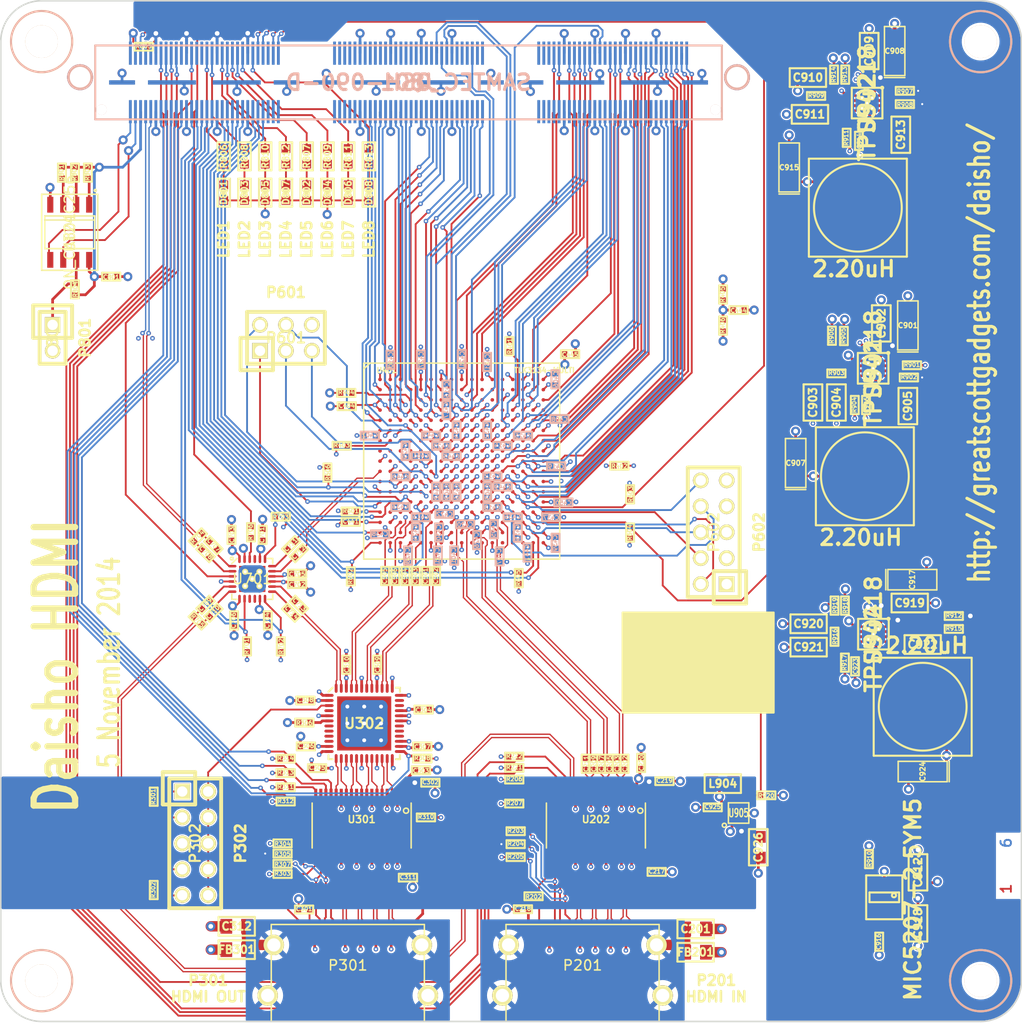
<source format=kicad_pcb>
(kicad_pcb (version 20221018) (generator pcbnew)
  (layers (0 "F.Cu" signal "C1F.Cu") (1 "In1.Cu" signal "C2.Cu") (2 "In2.Cu" signal "C3.Cu") (3 "In3.Cu" signal "C4.Cu") (4 "In4.Cu" signal "C5.Cu") (31 "B.Cu" signal "C6B.Cu") (34 "B.Paste" user) (35 "F.Paste" user) (36 "B.SilkS" user "B.Silkscreen") (37 "F.SilkS" user "F.Silkscreen") (38 "B.Mask" user) (39 "F.Mask" user) (44 "Edge.Cuts" user))
  (net 0 "")
  (net 1 "/HDMI Output/HDMI_OUT_CK_M_SHIFTED")
  (net 2 "/HDMI Output/HDMI_OUT_CK_P_SHIFTED")
  (net 3 "/HDMI Output/HDMI_OUT_D0_M_SHIFTED")
  (net 4 "/HDMI Output/HDMI_OUT_D0_P_SHIFTED")
  (net 5 "/HDMI Output/HDMI_OUT_D1_M_SHIFTED")
  (net 6 "/HDMI Output/HDMI_OUT_D1_P_SHIFTED")
  (net 7 "/HDMI Output/HDMI_OUT_D2_M_SHIFTED")
  (net 8 "/HDMI Output/HDMI_OUT_D2_P_SHIFTED")
  (net 9 "CEC_IN_SUPP")
  (net 10 "CLK_HDMI_OUT_M")
  (net 11 "CLK_HDMI_OUT_P")
  (net 12 "CLK_IN_M_SUPP")
  (net 13 "CLK_IN_P_SUPP")
  (net 14 "DATA0_IN_M_SUPP")
  (net 15 "DATA0_IN_P_SUPP")
  (net 16 "DATA1_IN_M_SUPP")
  (net 17 "DATA1_IN_P_SUPP")
  (net 18 "DATA2_IN_M_SUPP")
  (net 19 "DATA2_IN_P_SUPP")
  (net 20 "GND")
  (net 21 "HDMI_CEC_OUT")
  (net 22 "HDMI_HPD_OUT")
  (net 23 "HDMI_OUT_EN")
  (net 24 "HDMI_SCL_OUT")
  (net 25 "HDMI_SDA_OUT")
  (net 26 "HPD_IN_SUPP")
  (net 27 "Net-(C217-Pad2)")
  (net 28 "Net-(C218-Pad1)")
  (net 29 "Net-(C301-Pad1)")
  (net 30 "Net-(C303-Pad1)")
  (net 31 "Net-(C311-Pad2)")
  (net 32 "Net-(C501-Pad1)")
  (net 33 "Net-(C502-Pad1)")
  (net 34 "Net-(C503-Pad1)")
  (net 35 "Net-(C504-Pad1)")
  (net 36 "Net-(C505-Pad1)")
  (net 37 "Net-(C506-Pad1)")
  (net 38 "Net-(C903-Pad1)")
  (net 39 "Net-(C904-Pad1)")
  (net 40 "Net-(C905-Pad1)")
  (net 41 "Net-(C905-Pad2)")
  (net 42 "Net-(C906-Pad2)")
  (net 43 "Net-(C910-Pad1)")
  (net 44 "Net-(C911-Pad1)")
  (net 45 "Net-(C913-Pad1)")
  (net 46 "Net-(C913-Pad2)")
  (net 47 "Net-(C914-Pad2)")
  (net 48 "Net-(C916-Pad1)")
  (net 49 "Net-(P201-Pad13)")
  (net 50 "Net-(P201-Pad15)")
  (net 51 "Net-(P201-Pad16)")
  (net 52 "Net-(P201-Pad19)")
  (net 53 "Net-(P301-Pad13)")
  (net 54 "Net-(P301-Pad15)")
  (net 55 "Net-(P301-Pad16)")
  (net 56 "Net-(P301-Pad19)")
  (net 57 "Net-(P302-Pad10)")
  (net 58 "Net-(P302-Pad3)")
  (net 59 "Net-(P302-Pad9)")
  (net 60 "Net-(R306-Pad2)")
  (net 61 "Net-(R401-Pad1)")
  (net 62 "Net-(R402-Pad1)")
  (net 63 "Net-(R403-Pad1)")
  (net 64 "Net-(R404-Pad1)")
  (net 65 "Net-(R904-Pad1)")
  (net 66 "Net-(R908-Pad1)")
  (net 67 "Net-(R911-Pad1)")
  (net 68 "SCL_IN_SUPP")
  (net 69 "SDA_IN_SUPP")
  (net 70 "SD_CH0_RX0")
  (net 71 "SD_CH0_RX1")
  (net 72 "SD_CH0_RX2")
  (net 73 "SD_CH0_RX3")
  (net 74 "SD_CH0_RX4")
  (net 75 "SD_CH0_RX5")
  (net 76 "SD_CH0_RX6")
  (net 77 "SD_CH0_RX7")
  (net 78 "SD_CH0_RX8")
  (net 79 "SD_CH0_RX9")
  (net 80 "SD_CH0_RXCLK")
  (net 81 "SD_CH0_TX0")
  (net 82 "SD_CH0_TX1")
  (net 83 "SD_CH0_TX2")
  (net 84 "SD_CH0_TX3")
  (net 85 "SD_CH0_TX4")
  (net 86 "SD_CH0_TX5")
  (net 87 "SD_CH0_TX6")
  (net 88 "SD_CH0_TX7")
  (net 89 "SD_CH0_TX8")
  (net 90 "SD_CH0_TX9")
  (net 91 "SD_CH0_TXCLK")
  (net 92 "SD_CH1_RX0")
  (net 93 "SD_CH1_RX1")
  (net 94 "SD_CH1_RX2")
  (net 95 "SD_CH1_RX3")
  (net 96 "SD_CH1_RX4")
  (net 97 "SD_CH1_RX5")
  (net 98 "SD_CH1_RX6")
  (net 99 "SD_CH1_RX7")
  (net 100 "SD_CH1_RX8")
  (net 101 "SD_CH1_RX9")
  (net 102 "SD_CH1_RXCLK")
  (net 103 "SD_CH1_TX0")
  (net 104 "SD_CH1_TX1")
  (net 105 "SD_CH1_TX2")
  (net 106 "SD_CH1_TX3")
  (net 107 "SD_CH1_TX4")
  (net 108 "SD_CH1_TX5")
  (net 109 "SD_CH1_TX6")
  (net 110 "SD_CH1_TX7")
  (net 111 "SD_CH1_TX8")
  (net 112 "SD_CH1_TX9")
  (net 113 "SD_CH1_TXCLK")
  (net 114 "SD_CH2_RX0")
  (net 115 "SD_CH2_RX1")
  (net 116 "SD_CH2_RX2")
  (net 117 "SD_CH2_RX3")
  (net 118 "SD_CH2_RX4")
  (net 119 "SD_CH2_RX5")
  (net 120 "SD_CH2_RX6")
  (net 121 "SD_CH2_RX7")
  (net 122 "SD_CH2_RX8")
  (net 123 "SD_CH2_RX9")
  (net 124 "SD_CH2_RXCLK")
  (net 125 "SD_CH2_TX0")
  (net 126 "SD_CH2_TX1")
  (net 127 "SD_CH2_TX2")
  (net 128 "SD_CH2_TX3")
  (net 129 "SD_CH2_TX4")
  (net 130 "SD_CH2_TX5")
  (net 131 "SD_CH2_TX6")
  (net 132 "SD_CH2_TX7")
  (net 133 "SD_CH2_TX8")
  (net 134 "SD_CH2_TX9")
  (net 135 "SERDES_ENABLE")
  (net 136 "SERDES_GPO0")
  (net 137 "SERDES_GPO1")
  (net 138 "SERDES_GPO2")
  (net 139 "SERDES_GPO3")
  (net 140 "SERDES_GPO4")
  (net 141 "SERDES_HDMI_OUT0_M")
  (net 142 "SERDES_HDMI_OUT0_P")
  (net 143 "SERDES_HDMI_OUT1_M")
  (net 144 "SERDES_HDMI_OUT1_P")
  (net 145 "SERDES_HDMI_OUT2_M")
  (net 146 "SERDES_HDMI_OUT2_P")
  (net 147 "SERDES_MDC")
  (net 148 "SERDES_MDIO_ST")
  (net 149 "SERDES_MDO")
  (net 150 "SERDES_PLOOP")
  (net 151 "SERDES_PRTAD0")
  (net 152 "SERDES_PRTAD1")
  (net 153 "SERDES_PRTAD2")
  (net 154 "SERDES_PRTAD3")
  (net 155 "SERDES_PRTAD4")
  (net 156 "SERDES_REFCLK_M")
  (net 157 "SERDES_REFCLK_P")
  (net 158 "SERDES_RST_N")
  (net 159 "SERDES_SLOOP")
  (net 160 "SERDES_TCK")
  (net 161 "SERDES_TDI")
  (net 162 "SERDES_TDO")
  (net 163 "SERDES_TMS")
  (net 164 "SI5338_INTR")
  (net 165 "SI5338_SCL")
  (net 166 "SI5338_SDA")
  (net 167 "V1P2_EN")
  (net 168 "V1P2_REGULATED")
  (net 169 "V1P5_REGULATED")
  (net 170 "V2P5_REGULATED")
  (net 171 "V3P3_REGULATED")
  (net 172 "V5P0_REGULATED")
  (net 173 "FE_CLK_P0")
  (net 174 "Net-(C707-Pad1)")
  (net 175 "FE_CLK_N0")
  (net 176 "Net-(C708-Pad1)")
  (net 177 "Net-(C709-Pad1)")
  (net 178 "Net-(C710-Pad1)")
  (net 179 "Net-(C711-Pad2)")
  (net 180 "Net-(C712-Pad2)")
  (net 181 "Net-(C713-Pad2)")
  (net 182 "Net-(C714-Pad2)")
  (net 183 "/Mezzanine/FE_I2C_VCC")
  (net 184 "VRAW_SW")
  (net 185 "Net-(C920-Pad1)")
  (net 186 "Net-(C921-Pad1)")
  (net 187 "Net-(C922-Pad2)")
  (net 188 "Net-(C922-Pad1)")
  (net 189 "Net-(C923-Pad2)")
  (net 190 "/Mezzanine/FE_I2C_SDA")
  (net 191 "/Mezzanine/FE_I2C_SCL")
  (net 192 "FE_CLKSRC")
  (net 193 "V5P0_EN")
  (net 194 "Net-(L904-Pad1)")
  (net 195 "SERDES_TRST_N")
  (net 196 "/Mezzanine/EEPROM_WP")
  (net 197 "Net-(R706-Pad2)")
  (net 198 "/Mezzanine/EEPROM_A2")
  (net 199 "/Mezzanine/EEPROM_A1")
  (net 200 "/Mezzanine/EEPROM_A0")
  (net 201 "Net-(R902-Pad2)")
  (net 202 "Net-(R905-Pad2)")
  (net 203 "Net-(R910-Pad1)")
  (net 204 "Net-(R912-Pad2)")
  (net 205 "Net-(R913-Pad2)")
  (net 206 "Net-(R915-Pad2)")
  (net 207 "Net-(R917-Pad1)")
  (net 208 "Net-(R918-Pad1)")
  (net 209 "Net-(R907-Pad1)")
  (net 210 "Net-(J801-Pad7)")
  (net 211 "Net-(J801-Pad9)")
  (net 212 "Net-(J801-Pad27)")
  (net 213 "Net-(J801-Pad29)")
  (net 214 "Net-(J801-Pad56)")
  (net 215 "Net-(J801-Pad58)")
  (net 216 "Net-(J801-Pad61)")
  (net 217 "Net-(J801-Pad63)")
  (net 218 "Net-(J801-Pad65)")
  (net 219 "Net-(J801-Pad67)")
  (net 220 "Net-(J801-Pad69)")
  (net 221 "Net-(J801-Pad73)")
  (net 222 "Net-(J801-Pad75)")
  (net 223 "Net-(J801-Pad77)")
  (net 224 "Net-(J801-Pad79)")
  (net 225 "Net-(J801-Pad81)")
  (net 226 "Net-(J801-Pad85)")
  (net 227 "Net-(J801-Pad87)")
  (net 228 "Net-(J801-Pad89)")
  (net 229 "Net-(J801-Pad91)")
  (net 230 "Net-(J801-Pad93)")
  (net 231 "Net-(J801-Pad97)")
  (net 232 "Net-(J801-Pad99)")
  (net 233 "Net-(J801-Pad109)")
  (net 234 "Net-(J801-Pad111)")
  (net 235 "Net-(J801-Pad113)")
  (net 236 "Net-(J801-Pad117)")
  (net 237 "Net-(J801-Pad119)")
  (net 238 "Net-(J801-Pad121)")
  (net 239 "Net-(J801-Pad122)")
  (net 240 "Net-(J801-Pad123)")
  (net 241 "Net-(J801-Pad124)")
  (net 242 "Net-(J801-Pad126)")
  (net 243 "Net-(J801-Pad128)")
  (net 244 "Net-(J801-Pad130)")
  (net 245 "Net-(J801-Pad147)")
  (net 246 "Net-(P201-Pad14)")
  (net 247 "Net-(P301-Pad14)")
  (net 248 "Net-(P302-Pad5)")
  (net 249 "Net-(P602-Pad7)")
  (net 250 "Net-(U202-Pad38)")
  (net 251 "Net-(U302-Pad4)")
  (net 252 "Net-(U302-Pad7)")
  (net 253 "Net-(U302-Pad8)")
  (net 254 "Net-(U302-Pad9)")
  (net 255 "Net-(U302-Pad10)")
  (net 256 "Net-(U302-Pad28)")
  (net 257 "Net-(U302-Pad29)")
  (net 258 "Net-(U302-Pad30)")
  (net 259 "Net-(U302-Pad34)")
  (net 260 "Net-(U302-Pad35)")
  (net 261 "Net-(U401-PadA13)")
  (net 262 "Net-(U401-PadB11)")
  (net 263 "Net-(U401-PadB12)")
  (net 264 "Net-(U401-PadB13)")
  (net 265 "Net-(U401-PadB14)")
  (net 266 "Net-(U401-PadC2)")
  (net 267 "Net-(U401-PadC11)")
  (net 268 "Net-(U401-PadC12)")
  (net 269 "Net-(U401-PadC15)")
  (net 270 "Net-(U401-PadD13)")
  (net 271 "Net-(U401-PadE2)")
  (net 272 "Net-(U401-PadE7)")
  (net 273 "Net-(U401-PadE12)")
  (net 274 "Net-(U401-PadF1)")
  (net 275 "Net-(U401-PadF5)")
  (net 276 "Net-(U401-PadF14)")
  (net 277 "Net-(U401-PadG3)")
  (net 278 "Net-(U401-PadG4)")
  (net 279 "Net-(U401-PadH1)")
  (net 280 "Net-(U401-PadH2)")
  (net 281 "Net-(U401-PadH4)")
  (net 282 "Net-(U401-PadH5)")
  (net 283 "Net-(U401-PadJ2)")
  (net 284 "Net-(U401-PadM2)")
  (net 285 "Net-(U401-PadU7)")
  (net 286 "Net-(U401-PadU8)")
  (net 287 "Net-(U401-PadU13)")
  (net 288 "Net-(U701-Pad21)")
  (net 289 "Net-(U701-Pad9)")
  (net 290 "Net-(U701-Pad10)")
  (net 291 "Net-(J801-Pad62)")
  (net 292 "Net-(J801-Pad64)")
  (net 293 "Net-(J801-Pad66)")
  (net 294 "Net-(J801-Pad68)")
  (net 295 "Net-(J801-Pad70)")
  (net 296 "Net-(J801-Pad94)")
  (net 297 "SERDES_HDMI_IN0_M")
  (net 298 "Net-(J801-Pad125)")
  (net 299 "Net-(J801-Pad134)")
  (net 300 "/Serdes Power/VREF")
  (net 301 "SERDES_HDMI_IN1_M")
  (net 302 "SERDES_HDMI_IN2_P")
  (net 303 "SERDES_HDMI_IN2_M")
  (net 304 "SERDES_HDMI_IN1_P")
  (net 305 "SERDES_HDMI_IN0_P")
  (net 306 "FE_CLK_AUX")
  (net 307 "Net-(J801-Pad21)")
  (net 308 "/Mezzanine/VALT_FE")
  (net 309 "SD_CH2_TXCLK")
  (net 310 "Net-(J801-Pad60)")
  (net 311 "Net-(J801-Pad55)")
  (net 312 "/HDMI Input/IN_SHELL")
  (net 313 "/HDMI Output/OUT_SHELL")
  (net 314 "Net-(D801-Pad1)")
  (net 315 "Net-(D802-Pad1)")
  (net 316 "Net-(D803-Pad1)")
  (net 317 "Net-(D804-Pad1)")
  (net 318 "Net-(D805-Pad1)")
  (net 319 "Net-(D806-Pad1)")
  (net 320 "Net-(D807-Pad1)")
  (net 321 "Net-(D808-Pad1)")
  (net 322 "/Mezzanine/LED1")
  (net 323 "/Mezzanine/LED2")
  (net 324 "/Mezzanine/LED3")
  (net 325 "/Mezzanine/LED4")
  (net 326 "/Mezzanine/LED5")
  (net 327 "/Mezzanine/LED6")
  (net 328 "/Mezzanine/LED7")
  (net 329 "/Mezzanine/LED8")
  (footprint "gsg-hole126mil:GSG-HOLE126MIL" (layer "F.Cu") (at 204 104)
    (fp_text reference "H1" hide)
    (fp_text value "HOLE" hide)
  )
  (footprint "gsg-hole126mil:GSG-HOLE126MIL" (layer "F.Cu") (at 296 104)
    (fp_text reference "H2" hide)
    (fp_text value "HOLE" hide)
  )
  (footprint "gsg-hole126mil:GSG-HOLE126MIL" (layer "F.Cu") (at 204 196)
    (fp_text reference "H3" hide)
    (fp_text value "HOLE" hide)
  )
  (footprint "gsg-hole126mil:GSG-HOLE126MIL" (layer "F.Cu") (at 296 196)
    (fp_text reference "H4" hide)
    (fp_text value "HOLE" hide)
  )
  (footprint "daisho:gsg-sm1206p" (layer "F.Cu") (at 287.575784 104.923918 90)
    (fp_text reference "C908")
    (fp_text value "22uF" hide)
  )
  (footprint "daisho:GSG-0402" (layer "F.Cu") (at 288.575784 110.123918)
    (fp_text reference "R908")
    (fp_text value "10k" hide)
  )
  (footprint "daisho:GSG-0402" (layer "F.Cu") (at 288.575784 108.823918)
    (fp_text reference "R907")
    (fp_text value "10k" hide)
  )
  (footprint "daisho:GSG-0805" (layer "F.Cu") (at 288.175784 113.123918 -90)
    (fp_text reference "C913")
    (fp_text value "100nF" hide)
  )
  (footprint "daisho:GSG-0805" (layer "F.Cu") (at 285.075784 104.923918 90)
    (fp_text reference "C909")
    (fp_text value "100nF" hide)
  )
  (footprint "daisho:TI_RTE_S-PWQFN-N16" (layer "F.Cu") (at 284.875784 110.023918 -90)
    (fp_text reference "U902")
    (fp_text value "TPS54218")
  )
  (footprint "daisho:TDK_VLP8040" (layer "F.Cu") (at 283.972 120.269 180)
    (fp_text reference "L902" hide)
    (fp_text value "2.20uH")
  )
  (footprint "daisho:GSG-0402" (layer "F.Cu") (at 282.7274 107.2388 -90)
    (fp_text reference "R913")
    (fp_text value "120k 1%" hide)
  )
  (footprint "daisho:GSG-0402" (layer "F.Cu") (at 281.6352 107.2388 -90)
    (fp_text reference "R914")
    (fp_text value "105k 1%" hide)
  )
  (footprint "daisho:GSG-0402" (layer "F.Cu") (at 282.875784 113.423918 -90)
    (fp_text reference "R911")
    (fp_text value "158k 1%" hide)
  )
  (footprint "daisho:GSG-0402" (layer "F.Cu") (at 284.075784 113.723918 90)
    (fp_text reference "C914")
    (fp_text value "12nF" hide)
  )
  (footprint "daisho:GSG-0805" (layer "F.Cu") (at 279.275784 111.123918 180)
    (fp_text reference "C911")
    (fp_text value "100pF" hide)
  )
  (footprint "daisho:GSG-0402" (layer "F.Cu") (at 279.875784 109.323918 180)
    (fp_text reference "R909")
    (fp_text value "3.24k" hide)
  )
  (footprint "daisho:gsg-sm1206p" (layer "F.Cu") (at 277.241 116.332 90)
    (fp_text reference "C915")
    (fp_text value "22uF" hide)
  )
  (footprint "daisho:GSG-0805" (layer "F.Cu") (at 279.075784 107.523918 180)
    (fp_text reference "C910")
    (fp_text value "22nF" hide)
  )
  (footprint "daisho:GSG-0402" (layer "F.Cu") (at 270.764 128.778 -90)
    (fp_text reference "R405")
    (fp_text value "150 0.5%" hide)
  )
  (footprint "daisho:GSG-0402" (layer "F.Cu") (at 270.764 131.826 -90)
    (fp_text reference "R406")
    (fp_text value "150 0.5%" hide)
  )
  (footprint "daisho:GSG-0402" (layer "F.Cu") (at 261.112 174.752 90)
    (fp_text reference "C202")
    (fp_text value "0.1uF" hide)
  )
  (footprint "daisho:IPC_SOT95P280X110-5N" (layer "F.Cu") (at 286.560084 187.836738 -90)
    (fp_text reference "U903" hide)
    (fp_text value "MIC5207-2.5YM5")
  )
  (footprint "daisho:GSG-0402" (layer "F.Cu") (at 293.37 161.544 180)
    (fp_text reference "R915")
    (fp_text value "10k" hide)
  )
  (footprint "daisho:GSG-0402" (layer "F.Cu") (at 285.060084 184.086738 90)
    (fp_text reference "R910")
    (fp_text value "10k" hide)
  )
  (footprint "daisho:GSG-0805" (layer "F.Cu") (at 289.860084 190.386738 -90)
    (fp_text reference "C918")
    (fp_text value "10uF" hide)
  )
  (footprint "daisho:GSG-0805" (layer "F.Cu") (at 289.860084 185.386738 90)
    (fp_text reference "C912")
    (fp_text value "10uF" hide)
  )
  (footprint "daisho:GSG-0402" (layer "F.Cu") (at 286.060084 192.186738 -90)
    (fp_text reference "C916")
    (fp_text value "470pF" hide)
  )
  (footprint "daisho:GSG-0402" (layer "F.Cu") (at 293.37 160.274 180)
    (fp_text reference "R912")
    (fp_text value "10k" hide)
  )
  (footprint "daisho:GSG-0402" (layer "F.Cu") (at 281.432 132.8166 -90)
    (fp_text reference "R906")
    (fp_text value "105k 1%" hide)
  )
  (footprint "daisho:GSG-0402" (layer "F.Cu") (at 282.6004 132.842 -90)
    (fp_text reference "R905")
    (fp_text value "210k 1%" hide)
  )
  (footprint "daisho:GSG-0402" (layer "F.Cu") (at 281.868984 136.507118 180)
    (fp_text reference "R903")
    (fp_text value "2.87k" hide)
  )
  (footprint "daisho:gsg-sm1206p" (layer "F.Cu") (at 277.876 145.288 90)
    (fp_text reference "C907")
    (fp_text value "22uF" hide)
  )
  (footprint "daisho:TI_RTE_S-PWQFN-N16" (layer "F.Cu") (at 285.468984 136.007118 -90)
    (fp_text reference "U901")
    (fp_text value "TPS54218")
  )
  (footprint "daisho:GSG-0805" (layer "F.Cu") (at 279.568984 139.357118 -90)
    (fp_text reference "C903")
    (fp_text value "27nF" hide)
  )
  (footprint "daisho:GSG-0805" (layer "F.Cu") (at 281.868984 139.357118 -90)
    (fp_text reference "C904")
    (fp_text value "82pF" hide)
  )
  (footprint "daisho:TDK_VLP8040" (layer "F.Cu") (at 284.6578 146.5834 180)
    (fp_text reference "L901" hide)
    (fp_text value "2.20uH")
  )
  (footprint "daisho:GSG-0402" (layer "F.Cu") (at 283.668984 139.607118 -90)
    (fp_text reference "R904")
    (fp_text value "158k 1%" hide)
  )
  (footprint "daisho:GSG-0402" (layer "F.Cu") (at 284.768984 139.607118 90)
    (fp_text reference "C906")
    (fp_text value "12nF" hide)
  )
  (footprint "daisho:GSG-0805" (layer "F.Cu") (at 288.868984 139.707118 -90)
    (fp_text reference "C905")
    (fp_text value "100nF" hide)
  )
  (footprint "daisho:GSG-0402" (layer "F.Cu") (at 288.968984 136.907118 180)
    (fp_text reference "R902")
    (fp_text value "10k" hide)
  )
  (footprint "daisho:GSG-0805" (layer "F.Cu") (at 286.268984 131.607118 90)
    (fp_text reference "C902")
    (fp_text value "100nF" hide)
  )
  (footprint "daisho:gsg-sm1206p" (layer "F.Cu") (at 288.868984 131.807118 90)
    (fp_text reference "C901")
    (fp_text value "22uF" hide)
  )
  (footprint "daisho:GSG-0402" (layer "F.Cu") (at 233.84764 138.4173 180)
    (fp_text reference "R404")
    (fp_text value "50 0.5%" hide)
  )
  (footprint "daisho:GSG-0402" (layer "F.Cu") (at 233.89336 139.72032 180)
    (fp_text reference "C404")
    (fp_text value "2.2uF" hide)
  )
  (footprint "daisho:GSG-0402" (layer "F.Cu") (at 233.406984 143.601118 180)
    (fp_text reference "R403")
    (fp_text value "50 0.5%" hide)
  )
  (footprint "daisho:GSG-0402" (layer "F.Cu") (at 249.82464 133.8455 90)
    (fp_text reference "R401")
    (fp_text value "150 0.5%" hide)
  )
  (footprint "daisho:PBGA-289" (layer "F.Cu") (at 245.156984 145.101118)
    (fp_text reference "U401")
    (fp_text value "TLK3134-MULTI")
  )
  (footprint "daisho:GSG-0402" (layer "F.Cu") (at 260.606984 145.551118)
    (fp_text reference "R402")
    (fp_text value "150 0.5%" hide)
  )
  (footprint "daisho:GSG-0402" (layer "F.Cu") (at 261.656984 148.351118 90)
    (fp_text reference "R603")
    (fp_text value "10k" hide)
  )
  (footprint "daisho:GSG-0402" (layer "F.Cu") (at 261.656984 152.101118 -90)
    (fp_text reference "R604")
    (fp_text value "10k" hide)
  )
  (footprint "daisho:GSG-0402" (layer "F.Cu") (at 252.197 187.7316)
    (fp_text reference "R202")
    (fp_text value "1k" hide)
  )
  (footprint "daisho:GSG-0402" (layer "F.Cu") (at 264.262 185.344 180)
    (fp_text reference "C217")
    (fp_text value "0.1uF 10V" hide)
  )
  (footprint "daisho:GSG-TSSOP38" (layer "F.Cu") (at 258.306984 180.801118 -90)
    (fp_text reference "U202")
    (fp_text value "TPD12S520" hide)
  )
  (footprint "daisho:GSG-0402" (layer "F.Cu") (at 250.306984 174.051118 180)
    (fp_text reference "R222")
    (fp_text value "47k" hide)
  )
  (footprint "daisho:GSG-0402" (layer "F.Cu") (at 250.306984 175.151118 180)
    (fp_text reference "R221")
    (fp_text value "47k" hide)
  )
  (footprint "daisho:GSG-0402" (layer "F.Cu") (at 250.306984 176.301118 180)
    (fp_text reference "R206")
    (fp_text value "100k" hide)
  )
  (footprint "daisho:GSG-0402" (layer "F.Cu") (at 265.024 176.454 180)
    (fp_text reference "C219")
    (fp_text value "0.1uF" hide)
  )
  (footprint "daisho:GSG-0402" (layer "F.Cu") (at 262.738 174.676 90)
    (fp_text reference "C220")
    (fp_text value "0.1uF" hide)
  )
  (footprint "daisho:GSG-0402" (layer "F.Cu") (at 251.1556 189.0016 180)
    (fp_text reference "C218")
    (fp_text value "0.1uF" hide)
  )
  (footprint "daisho:GSG-0402" (layer "F.Cu") (at 250.444 183.896 180)
    (fp_text reference "R205")
    (fp_text value "27k" hide)
  )
  (footprint "daisho:GSG-0402" (layer "F.Cu") (at 250.444 182.626 180)
    (fp_text reference "R204")
    (fp_text value "47k" hide)
  )
  (footprint "daisho:GSG-0402" (layer "F.Cu") (at 250.444 181.356 180)
    (fp_text reference "R203")
    (fp_text value "47k" hide)
  )
  (footprint "daisho:GSG-0402" (layer "F.Cu") (at 250.306984 178.651118 180)
    (fp_text reference "R207")
    (fp_text value "47k" hide)
  )
  (footprint "daisho:GSG-0402" (layer "F.Cu") (at 259.588 174.752 90)
    (fp_text reference "C205")
    (fp_text value "0.1uF" hide)
  )
  (footprint "daisho:GSG-0402" (layer "F.Cu") (at 258.064 174.752 90)
    (fp_text reference "C209")
    (fp_text value "0.1uF" hide)
  )
  (footprint "daisho:GSG-0402" (layer "F.Cu") (at 258.826 174.752 90)
    (fp_text reference "C207")
    (fp_text value "0.1uF" hide)
  )
  (footprint "daisho:GSG-0402" (layer "F.Cu") (at 230.988 175.184 180)
    (fp_text reference "C305")
    (fp_text value "0.01uF" hide)
  )
  (footprint "daisho:GSG-0402" (layer "F.Cu") (at 257.302 174.752 90)
    (fp_text reference "C211")
    (fp_text value "0.1uF" hide)
  )
  (footprint "daisho:GSG-0402" (layer "F.Cu") (at 260.35 174.752 90)
    (fp_text reference "C203")
    (fp_text value "0.1uF" hide)
  )
  (footprint "daisho:GSG-0402" (layer "F.Cu") (at 229.8958 173.0504 180)
    (fp_text reference "C306")
    (fp_text value "0.01uF" hide)
  )
  (footprint "daisho:GSG-0402" (layer "F.Cu") (at 229.7434 170.7136)
    (fp_text reference "R306")
    (fp_text value "10k 1%" hide)
  )
  (footprint "daisho:GSG-0402" (layer "F.Cu") (at 229.845 168.5546 180)
    (fp_text reference "C308")
    (fp_text value "0.01uF" hide)
  )
  (footprint "daisho:GSG-0402" (layer "F.Cu") (at 241.4274 169.4436)
    (fp_text reference "C304")
    (fp_text value "0.01uF" hide)
  )
  (footprint "daisho:GSG-0402" (layer "F.Cu") (at 250.7492 156.5658 -90)
    (fp_text reference "R605")
    (fp_text value "1.5k" hide)
  )
  (footprint "daisho:GSG-0402" (layer "F.Cu") (at 233.8582 165.0494 90)
    (fp_text reference "C310")
    (fp_text value "0.01uF" hide)
  )
  (footprint "daisho:GSG-0402" (layer "F.Cu") (at 236.8808 165.0494 90)
    (fp_text reference "C309")
    (fp_text value "0.01uF" hide)
  )
  (footprint "daisho:GSG-0402" (layer "F.Cu") (at 237.656984 156.351118 -90)
    (fp_text reference "C505")
    (fp_text value "0.1uF" hide)
  )
  (footprint "daisho:GSG-0402" (layer "F.Cu") (at 234.29 151.054 180)
    (fp_text reference "C441")
    (fp_text value "10pF" hide)
  )
  (footprint "daisho:GSG-0402" (layer "F.Cu") (at 234.29 156.388 -90)
    (fp_text reference "R602")
    (fp_text value "10k" hide)
  )
  (footprint "daisho:GSG-0402" (layer "F.Cu") (at 229.0322 157.15)
    (fp_text reference "C702")
    (fp_text value "0.1uF" hide)
  )
  (footprint "daisho:GSG-0402" (layer "F.Cu") (at 226.162 160.706 -90)
    (fp_text reference "C704")
    (fp_text value "0.1uF" hide)
  )
  (footprint "daisho:GSG-QFN24" (layer "F.Cu") (at 224.638 156.642)
    (fp_text reference "U701")
    (fp_text value "SI5338B" hide)
  )
  (footprint "daisho:GSG-0402" (layer "F.Cu") (at 227.432 150.546)
    (fp_text reference "R703")
    (fp_text value "1.5k" hide)
  )
  (footprint "daisho:GSG-0402" (layer "F.Cu") (at 225.654 152.324 -90)
    (fp_text reference "C701")
    (fp_text value "0.1uF" hide)
  )
  (footprint "daisho:GSG-0402" (layer "F.Cu") (at 238.656984 156.351118 -90)
    (fp_text reference "C506")
    (fp_text value "0.1uF" hide)
  )
  (footprint "daisho:GSG-0402" (layer "F.Cu") (at 239.656984 156.351118 -90)
    (fp_text reference "C504")
    (fp_text value "0.1uF" hide)
  )
  (footprint "daisho:GSG-0402" (layer "F.Cu") (at 240.656984 156.351118 -90)
    (fp_text reference "C503")
    (fp_text value "0.1uF" hide)
  )
  (footprint "daisho:GSG-0402" (layer "F.Cu") (at 242.656984 156.351118 -90)
    (fp_text reference "C502")
    (fp_text value "0.1uF" hide)
  )
  (footprint "daisho:GSG-0402" (layer "F.Cu") (at 241.656984 156.351118 -90)
    (fp_text reference "C501")
    (fp_text value "0.1uF" hide)
  )
  (footprint "daisho:GSG-HEADER-1x2" (layer "F.Cu") (at 205.08 133.02 -90)
    (fp_text reference "P801")
    (fp_text value "CONN_01X02" hide)
  )
  (footprint "daisho:GSG-0402" (layer "F.Cu") (at 234.29 150.038 180)
    (fp_text reference "R601")
    (fp_text value "10k" hide)
  )
  (footprint "daisho:GSG-0402" (layer "F.Cu") (at 232.004 146.228 90)
    (fp_text reference "R606")
    (fp_text value "1.5k" hide)
  )
  (footprint "daisho:GSG-0402" (layer "F.Cu") (at 227.432 163.246 90)
    (fp_text reference "R702")
    (fp_text value "1.5k" hide)
  )
  (footprint "daisho:GSG-0402" (layer "F.Cu") (at 224.13 163.246 -90)
    (fp_text reference "R701")
    (fp_text value "1.5k" hide)
  )
  (footprint "daisho:GSG-0402" (layer "F.Cu") (at 222.606 152.324 90)
    (fp_text reference "C703")
    (fp_text value "0.1uF" hide)
  )
  (footprint "daisho:GSG-0402" (layer "F.Cu") (at 222.86 160.706 -90)
    (fp_text reference "C706")
    (fp_text value "0.1uF" hide)
  )
  (footprint "daisho:GSG-0402" (layer "F.Cu") (at 227.606984 184.551118)
    (fp_text reference "R307")
    (fp_text value "1k8" hide)
  )
  (footprint "daisho:GSG-0402" (layer "F.Cu") (at 227.606984 183.551118)
    (fp_text reference "R305")
    (fp_text value "1k8" hide)
  )
  (footprint "daisho:GSG-0402" (layer "F.Cu") (at 214.986 187.122 -90)
    (fp_text reference "R302")
    (fp_text value "10k" hide)
  )
  (footprint "daisho:GSG-0402" (layer "F.Cu") (at 214.986 177.978 -90)
    (fp_text reference "R301")
    (fp_text value "10k" hide)
  )
  (footprint "daisho:GSG-HEADER-2x5" (layer "F.Cu") (at 219.05 182.55 -90)
    (fp_text reference "P302")
    (fp_text value "CONN_02X05" hide)
  )
  (footprint "daisho:GSG-0402" (layer "F.Cu") (at 227.606984 182.551118)
    (fp_text reference "R304")
    (fp_text value "27k" hide)
  )
  (footprint "daisho:GSG-0402" (layer "F.Cu") (at 227.906984 175.651118 180)
    (fp_text reference "R313")
    (fp_text value "47k" hide)
  )
  (footprint "daisho:GSG-0402" (layer "F.Cu") (at 227.906984 178.451118 180)
    (fp_text reference "R312")
    (fp_text value "47k" hide)
  )
  (footprint "daisho:GSG-0402" (layer "F.Cu") (at 227.906984 177.051118 180)
    (fp_text reference "R311")
    (fp_text value "100k" hide)
  )
  (footprint "daisho:GSG-TSSOP38" (layer "F.Cu") (at 235.356984 180.801118 -90)
    (fp_text reference "U301")
    (fp_text value "TPD12S521" hide)
  )
  (footprint "daisho:GSG-0402" (layer "F.Cu") (at 227.906984 174.251118 180)
    (fp_text reference "R314")
    (fp_text value "47k" hide)
  )
  (footprint "daisho:GSG-0402" (layer "F.Cu") (at 241.1734 175.3872)
    (fp_text reference "C303")
    (fp_text value "0.1uF" hide)
  )
  (footprint "daisho:GSG-0402" (layer "F.Cu") (at 242.0878 176.6064 180)
    (fp_text reference "C302")
    (fp_text value "0.1uF" hide)
  )
  (footprint "daisho:GSG-0402" (layer "F.Cu") (at 241.3004 174.2442 180)
    (fp_text reference "R308")
    (fp_text value "10k" hide)
  )
  (footprint "daisho:GSG-0402" (layer "F.Cu") (at 241.3004 173.0504)
    (fp_text reference "C307")
    (fp_text value "0.01uF" hide)
  )
  (footprint "daisho:GSG-0402" (layer "F.Cu") (at 241.656 180.01 180)
    (fp_text reference "R310")
    (fp_text value "10k" hide)
  )
  (footprint "daisho:GSG-0402" (layer "F.Cu") (at 229.718 189.027 180)
    (fp_text reference "C301")
    (fp_text value "0.1uF" hide)
  )
  (footprint "daisho:GSG-0402" (layer "F.Cu") (at 272.288 130.302)
    (fp_text reference "C444")
    (fp_text value "1uF" hide)
  )
  (footprint "daisho:GSG-0402" (layer "F.Cu") (at 255.778 134.62)
    (fp_text reference "C445")
    (fp_text value "0.01uF" hide)
  )
  (footprint "daisho:GSG-0402" (layer "F.Cu") (at 220.828 153.34 135)
    (fp_text reference "C707")
    (fp_text value "0.1uF" hide)
  )
  (footprint "daisho:GSG-0402" (layer "F.Cu") (at 220.066 154.102 135)
    (fp_text reference "C708")
    (fp_text value "0.1uF" hide)
  )
  (footprint "daisho:GSG-0402" (layer "F.Cu") (at 220.066 159.182 -135)
    (fp_text reference "C709")
    (fp_text value "0.1uF" hide)
  )
  (footprint "daisho:GSG-0402" (layer "F.Cu") (at 220.828 159.944 -135)
    (fp_text reference "C710")
    (fp_text value "0.1uF" hide)
  )
  (footprint "daisho:GSG-0402" (layer "F.Cu") (at 228.448 153.34 -135)
    (fp_text reference "C711")
    (fp_text value "0.1uF" hide)
  )
  (footprint "daisho:GSG-0402" (layer "F.Cu") (at 229.21 154.102 -135)
    (fp_text reference "C712")
    (fp_text value "0.1uF" hide)
  )
  (footprint "daisho:GSG-0402" (layer "F.Cu") (at 229.21 159.182 135)
    (fp_text reference "C713")
    (fp_text value "0.1uF" hide)
  )
  (footprint "daisho:GSG-0402" (layer "F.Cu") (at 228.448 159.944 135)
    (fp_text reference "C714")
    (fp_text value "0.1uF" hide)
  )
  (footprint "daisho:GSG-0402" (layer "F.Cu") (at 210.82 127.0254)
    (fp_text reference "C801")
    (fp_text value "0.1uF" hide)
  )
  (footprint "daisho:gsg-sm1206p" (layer "F.Cu") (at 289.306 156.718)
    (fp_text reference "C917")
    (fp_text value "22uF" hide)
  )
  (footprint "daisho:GSG-0805" (layer "F.Cu") (at 289.052 159.004)
    (fp_text reference "C919")
    (fp_text value "100nF" hide)
  )
  (footprint "daisho:GSG-0805" (layer "F.Cu") (at 279.146 161.036 180)
    (fp_text reference "C920")
    (fp_text value "27nF" hide)
  )
  (footprint "daisho:GSG-0805" (layer "F.Cu") (at 279.146 163.322 180)
    (fp_text reference "C921")
    (fp_text value "82pF" hide)
  )
  (footprint "daisho:GSG-0805" (layer "F.Cu") (at 290.322 163.068)
    (fp_text reference "C922")
    (fp_text value "100nF" hide)
  )
  (footprint "daisho:GSG-0402" (layer "F.Cu") (at 283.6926 165.2016 90)
    (fp_text reference "C923")
    (fp_text value "12nF" hide)
  )
  (footprint "daisho:gsg-sm1206p" (layer "F.Cu") (at 290.322 175.514 180)
    (fp_text reference "C924")
    (fp_text value "22uF" hide)
  )
  (footprint "daisho:GSG-0805" (layer "F.Cu") (at 274.2184 182.9308 -90)
    (fp_text reference "C926")
    (fp_text value "10uF" hide)
  )
  (footprint "daisho:TDK_VLP8040" (layer "F.Cu") (at 290.322 169.164)
    (fp_text reference "L903" hide)
    (fp_text value "2.20uH")
  )
  (footprint "daisho:GSG-0805" (layer "F.Cu") (at 270.73606 176.69764 180)
    (fp_text reference "L904")
    (fp_text value "1uH" hide)
  )
  (footprint "daisho:GSG-HEADER-2x3" (layer "F.Cu") (at 227.94 133.02)
    (fp_text reference "P601")
    (fp_text value "CONN_02X03" hide)
  )
  (footprint "daisho:GSG-HEADER-2x5" (layer "F.Cu") (at 269.85 152.07 90)
    (fp_text reference "P602")
    (fp_text value "CONN_02X05" hide)
  )
  (footprint "daisho:GSG-0402" (layer "F.Cu") (at 219.304 152.578 -135)
    (fp_text reference "R704")
    (fp_text value "100" hide)
  )
  (footprint "daisho:GSG-0402" (layer "F.Cu") (at 219.304 160.706 -45)
    (fp_text reference "R705")
    (fp_text value "100" hide)
  )
  (footprint "daisho:GSG-0402" (layer "F.Cu") (at 224.511 152.07 -90)
    (fp_text reference "R706")
    (fp_text value "20" hide)
  )
  (footprint "daisho:GSG-0402" (layer "F.Cu") (at 205.994 116.84 -90)
    (fp_text reference "R801")
    (fp_text value "DNP" hide)
  )
  (footprint "daisho:GSG-0402" (layer "F.Cu") (at 207.264 116.84 -90)
    (fp_text reference "R802")
    (fp_text value "DNP" hide)
  )
  (footprint "daisho:GSG-0402" (layer "F.Cu") (at 208.534 116.84 -90)
    (fp_text reference "R803")
    (fp_text value "DNP" hide)
  )
  (footprint "daisho:GSG-0402" (layer "F.Cu") (at 207.264 128.27 90)
    (fp_text reference "R804")
    (fp_text value "DNP" hide)
  )
  (footprint "daisho:GSG-0402" (layer "F.Cu") (at 281.686 162.306 90)
    (fp_text reference "R916")
    (fp_text value "2.87k" hide)
  )
  (footprint "daisho:GSG-0402" (layer "F.Cu") (at 282.702 164.846 -90)
    (fp_text reference "R917")
    (fp_text value "158k 1%" hide)
  )
  (footprint "daisho:GSG-0402" (layer "F.Cu") (at 282.702 159.258 90)
    (fp_text reference "R918")
    (fp_text value "38.3k 1%" hide)
  )
  (footprint "daisho:GSG-0402" (layer "F.Cu") (at 281.686 159.258 90)
    (fp_text reference "R919")
    (fp_text value "120k 1%" hide)
  )
  (footprint "daisho:GSG-0402" (layer "F.Cu") (at 274.99564 177.84064)
    (fp_text reference "R920")
    (fp_text value "10k" hide)
  )
  (footprint "ipc_soic:IPC_SOIC127P600X175-8N" (layer "F.Cu") (at 206.756 122.682 -90)
    (fp_text reference "U801")
    (fp_text value "ON_CAT24C256")
  )
  (footprint "daisho:TI_RTE_S-PWQFN-N16" (layer "F.Cu") (at 285.496 162.052 -90)
    (fp_text reference "U904")
    (fp_text value "TPS54218")
  )
  (footprint "daisho:ULMP-6" (layer "F.Cu") (at 272.288 179.578)
    (fp_text reference "U905")
    (fp_text value "FAN4860UMP" hide)
  )
  (footprint "daisho:GSG-0402" (layer "F.Cu") (at 289.268984 135.707118 180)
    (fp_text reference "R901")
    (fp_text value "10k" hide)
  )
  (footprint "daisho:GSG-0402" (layer "F.Cu") (at 269.748 179.0192 180)
    (fp_text reference "C925")
    (fp_text value "2.2uF" hide)
  )
  (footprint "daisho:GSG-0402" (layer "F.Cu") (at 214 104.5 180)
    (fp_text reference "R805")
    (fp_text value "10k" hide)
  )
  (footprint "daisho:GSG-0402" (layer "F.Cu") (at 227.606984 185.551118 180)
    (fp_text reference "R303")
    (fp_text value "10k" hide)
  )
  (footprint "daisho:GSG-0402" (layer "F.Cu") (at 229.0322 156.134)
    (fp_text reference "C705")
    (fp_text value "0.1uF" hide)
  )
  (footprint "daisho:10029449-111RLF" (layer "F.Cu") (at 257 200)
    (fp_text reference "P201")
    (fp_text value "HDMI" hide)
  )
  (footprint "daisho:10029449-111RLF" (layer "F.Cu") (at 234 200)
    (fp_text reference "P301")
    (fp_text value "HDMI" hide)
  )
  (footprint "daisho:GSG-0402" (layer "F.Cu") (at 239.89324 185.90534 180)
    (fp_text reference "C311")
    (fp_text value "0.1uF 10V" hide)
  )
  (footprint "daisho:QFN48-7" (layer "F.Cu") (at 235.606984 170.801118)
    (fp_text reference "U302")
    (fp_text value "PTN3360DBS" hide)
  )
  (footprint "daisho:GSG-0805" (layer "F.Cu") (at 268.072 190.932)
    (fp_text reference "C201")
    (fp_text value "DNP" hide)
  )
  (footprint "daisho:GSG-0805" (layer "F.Cu") (at 223.114 190.678 180)
    (fp_text reference "C312")
    (fp_text value "DNP" hide)
  )
  (footprint "daisho:GSG-0805" (layer "F.Cu") (at 268.072 193.218)
    (fp_text reference "FB201")
    (fp_text value "FILTER" hide)
  )
  (footprint "daisho:GSG-0805" (layer "F.Cu") (at 223.114 192.964 180)
    (fp_text reference "FB301")
    (fp_text value "FILTER" hide)
  )
  (footprint "daisho:GSG-0603D" (layer "F.Cu") (at 221.844 118.796 -90)
    (fp_text reference "D801")
    (fp_text value "LED1" hide)
  )
  (footprint "daisho:GSG-0603D" (layer "F.Cu") (at 229.972 118.796 -90)
    (fp_text reference "D802")
    (fp_text value "LED5" hide)
  )
  (footprint "daisho:GSG-0603D" (layer "F.Cu") (at 223.876 118.796 -90)
    (fp_text reference "D803")
    (fp_text value "LED2" hide)
  )
  (footprint "daisho:GSG-0603D" (layer "F.Cu") (at 232.004 118.796 -90)
    (fp_text reference "D804")
    (fp_text value "LED6" hide)
  )
  (footprint "daisho:GSG-0603D" (layer "F.Cu") (at 225.908 118.796 -90)
    (fp_text reference "D805")
    (fp_text value "LED3" hide)
  )
  (footprint "daisho:GSG-0603D" (layer "F.Cu") (at 234.036 118.796 -90)
    (fp_text reference "D806")
    (fp_text value "LED7" hide)
  )
  (footprint "daisho:GSG-0603D" (layer "F.Cu") (at 227.94 118.796 -90)
    (fp_text reference "D807")
    (fp_text value "LED4" hide)
  )
  (footprint "daisho:GSG-0603D" (layer "F.Cu") (at 236.068 118.796 -90)
    (fp_text reference "D808")
    (fp_text value "LED8" hide)
  )
  (footprint "daisho:GSG-0603" (layer "F.Cu") (at 221.844 115.24 -90)
    (fp_text reference "R806")
    (fp_text value "180" hide)
  )
  (footprint "daisho:GSG-0603" (layer "F.Cu") (at 229.972 115.24 -90)
    (fp_text reference "R807")
    (fp_text value "180" hide)
  )
  (footprint "daisho:GSG-0603" (layer "F.Cu") (at 223.876 115.24 -90)
    (fp_text reference "R808")
    (fp_text value "180" hide)
  )
  (footprint "daisho:GSG-0603" (layer "F.Cu") (at 232.004 115.24 -90)
    (fp_text reference "R809")
    (fp_text value "180" hide)
  )
  (footprint "daisho:GSG-0603" (layer "F.Cu") (at 225.908 115.24 -90)
    (fp_text reference "R810")
    (fp_text value "180" hide)
  )
  (footprint "daisho:GSG-0603" (layer "F.Cu") (at 234.036 115.24 -90)
    (fp_text reference "R811")
    (fp_text value "180" hide)
  )
  (footprint "daisho:GSG-0603" (layer "F.Cu") (at 227.94 115.24 -90)
    (fp_text reference "R812")
    (fp_text value "180" hide)
  )
  (footprint "daisho:GSG-0603" (layer "F.Cu") (at 236.068 115.24 -90)
    (fp_text reference "R813")
    (fp_text value "180" hide)
  )
  (footprint "daisho:GSG-0402" (layer "B.Cu") (at 245.1612 135.1028 90)
    (fp_text reference "C421")
    (fp_text value "0.01uF" hide)
  )
  (footprint "daisho:GSG-0402" (layer "B.Cu") (at 236.156984 142.601118 180)
    (fp_text reference "C402")
    (fp_text value "2.2uF" hide)
  )
  (footprint "daisho:GSG-0402" (layer "B.Cu") (at 244.156984 144.601118)
    (fp_text reference "C443")
    (fp_text value "0.01uF" hide)
  )
  (footprint "daisho:GSG-0402" (layer "B.Cu") (at 243.156984 143.601118)
    (fp_text reference "C423")
    (fp_text value "0.01uF" hide)
  )
  (footprint "daisho:GSG-0402" (layer "B.Cu") (at 242.156984 142.601118 180)
    (fp_text reference "C448")
    (fp_text value "0.01uF" hide)
  )
  (footprint "daisho:GSG-0402" (layer "B.Cu") (at 243.656984 140.101118 -90)
    (fp_text reference "C417")
    (fp_text value "0.01uF" hide)
  )
  (footprint "daisho:GSG-0402" (layer "B.Cu") (at 244.656984 142.101118 -90)
    (fp_text reference "C434")
    (fp_text value "0.01uF" hide)
  )
  (footprint "daisho:GSG-0402" (layer "B.Cu") (at 247.6504 135.3822 90)
    (fp_text reference "C431")
    (fp_text value "10pF" hide)
  )
  (footprint "daisho:GSG-0402" (layer "B.Cu") (at 254.3306 137.084 90)
    (fp_text reference "C406")
    (fp_text value "1uF" hide)
  )
  (footprint "daisho:GSG-0402" (layer "B.Cu") (at 247.656984 142.101118 -90)
    (fp_text reference "C432")
    (fp_text value "0.47uF" hide)
  )
  (footprint "daisho:GSG-0402" (layer "B.Cu") (at 243.4848 150.2666)
    (fp_text reference "C422")
    (fp_text value "0.01uF" hide)
  )
  (footprint "daisho:GSG-0402" (layer "B.Cu") (at 244.656984 148.101118 90)
    (fp_text reference "C436")
    (fp_text value "0.01uF" hide)
  )
  (footprint "daisho:GSG-0402" (layer "B.Cu") (at 242.656984 148.101118 90)
    (fp_text reference "C442")
    (fp_text value "0.01uF" hide)
  )
  (footprint "daisho:GSG-0402" (layer "B.Cu") (at 243.656984 148.101118 90)
    (fp_text reference "C409")
    (fp_text value "0.01uF" hide)
  )
  (footprint "daisho:GSG-0402" (layer "B.Cu") (at 238.1762 135.179 90)
    (fp_text reference "C410")
    (fp_text value "0.47uF" hide)
  )
  (footprint "daisho:GSG-0402" (layer "B.Cu") (at 241.148 135.1536 90)
    (fp_text reference "C427")
    (fp_text value "100pF" hide)
  )
  (footprint "daisho:GSG-0402" (layer "B.Cu") (at 243.656984 138.101118 90)
    (fp_text reference "C416")
    (fp_text value "0.01uF" hide)
  )
  (footprint "daisho:GSG-0402" (layer "B.Cu") (at 241.156984 144.601118 180)
    (fp_text reference "C451")
    (fp_text value "0.01uF" hide)
  )
  (footprint "daisho:GSG-0402" (layer "B.Cu") (at 239.656984 144.101118 -90)
    (fp_text reference "C429")
    (fp_text value "10pF" hide)
  )
  (footprint "daisho:GSG-0402" (layer "B.Cu") (at 239.156984 146.601118)
    (fp_text reference "C440")
    (fp_text value "100pF" hide)
  )
  (footprint "daisho:GSG-0402" (layer "B.Cu") (at 241.156984 150.601118 180)
    (fp_text reference "C413")
    (fp_text value "100pF" hide)
  )
  (footprint "daisho:GSG-0402" (layer "B.Cu") (at 239.156984 149.601118 180)
    (fp_text reference "C433")
    (fp_text value "1uF" hide)
  )
  (footprint "daisho:GSG-0402" (layer "B.Cu") (at 248.8696 154.4322 -90)
    (fp_text reference "C407")
    (fp_text value "0.01uF" hide)
  )
  (footprint "daisho:GSG-0402" (layer "B.Cu") (at 246.6598 152.832 -90)
    (fp_text reference "C426")
    (fp_text value "0.01uF" hide)
  )
  (footprint "daisho:GSG-0402" (layer "B.Cu") (at 237.1602 152.2732 180)
    (fp_text reference "C438")
    (fp_text value "10pF" hide)
  )
  (footprint "daisho:GSG-0402" (layer "B.Cu") (at 245.4914 151.2826)
    (fp_text reference "C420")
    (fp_text value "0.47uF" hide)
  )
  (footprint "daisho:GSG-0402" (layer "B.Cu") (at 248.3108 151.7652 -90)
    (fp_text reference "C405")
    (fp_text value "0.47uF" hide)
  )
  (footprint "daisho:GSG-0402" (layer "B.Cu") (at 249.156984 147.601118)
    (fp_text reference "C449")
    (fp_text value "0.01uF" hide)
  )
  (footprint "daisho:GSG-0402" (layer "B.Cu") (at 247.656984 148.101118 90)
    (fp_text reference "C403")
    (fp_text value "1uF" hide)
  )
  (footprint "daisho:GSG-0402" (layer "B.Cu") (at 248.156984 146.601118 180)
    (fp_text reference "C412")
    (fp_text value "0.47uF" hide)
  )
  (footprint "daisho:GSG-0402" (layer "B.Cu") (at 254.356 153.1114 -90)
    (fp_text reference "C439")
    (fp_text value "0.01uF" hide)
  )
  (footprint "daisho:GSG-0402" (layer "B.Cu") (at 251.606984 154.051118 -90)
    (fp_text reference "C447")
    (fp_text value "0.01uF" hide)
  )
  (footprint "daisho:GSG-0402" (layer "B.Cu") (at 250.656984 152.101118 -90)
    (fp_text reference "C415")
    (fp_text value "10pF" hide)
  )
  (footprint "daisho:GSG-0402" (layer "B.Cu") (at 251.156984 142.601118)
    (fp_text reference "C425")
    (fp_text value "0.01uF" hide)
  )
  (footprint "daisho:GSG-0402" (layer "B.Cu") (at 254.737 140.9702)
    (fp_text reference "C408")
    (fp_text value "1uF" hide)
  )
  (footprint "daisho:GSG-0402" (layer "B.Cu") (at 250.156984 150.601118 180)
    (fp_text reference "C435")
    (fp_text value "0.47uF" hide)
  )
  (footprint "daisho:GSG-0402" (layer "B.Cu") (at 254.406984 145.601118)
    (fp_text reference "C419")
    (fp_text value "0.01uF" hide)
  )
  (footprint "daisho:GSG-0402" (layer "B.Cu") (at 255.118 149.149)
    (fp_text reference "C450")
    (fp_text value "0.01uF" hide)
  )
  (footprint "daisho:GSG-0402" (layer "B.Cu") (at 249.156984 143.601118 180)
    (fp_text reference "C414")
    (fp_text value "0.01uF" hide)
  )
  (footprint "daisho:GSG-0402" (layer "B.Cu") (at 239.9034 154.356 -90)
    (fp_text reference "C428")
    (fp_text value "100pF" hide)
  )
  (footprint "daisho:GSG-0402" (layer "B.Cu") (at 242.8244 154.356 -90)
    (fp_text reference "C411")
    (fp_text value "0.01uF" hide)
  )
  (footprint "daisho:GSG-0402" (layer "B.Cu") (at 244.4246 154.356 -90)
    (fp_text reference "C401")
    (fp_text value "2.2uF" hide)
  )
  (footprint "daisho:GSG-0402" (layer "B.Cu") (at 242.9514 152.0954 -90)
    (fp_text reference "C430")
    (fp_text value "10pF" hide)
  )
  (footprint "daisho:GSG-0402" (layer "B.Cu") (at 240.656984 152.101118 -90)
    (fp_text reference "C424")
    (fp_text value "0.01uF" hide)
  )
  (footprint "samtec_qsh-090-01-f-d-a:SAMTEC_QSH-090-01-F-D-A" (layer "B.Cu") (at 239.95 108)
    (fp_text reference "J801")
    (fp_text value "SAMTEC_QSH-090-D")
  )
  (footprint "daisho:GSG-0402" (layer "B.Cu") (at 253.9242 150.5968)
    (fp_text reference "C437")
    (fp_text value "0.01uF" hide)
  )
  (footprint "daisho:GSG-0402" (layer "B.Cu") (at 248.156984 149.601118)
    (fp_text reference "C418")
    (fp_text value "1uF" hide)
  )
  (gr_line (start 200 196) (end 200 104) (stroke (width 0.15)) (layer "Edge.Cuts"))
  (gr_line (start 296 200) (end 204 200) (stroke (width 0.15)) (layer "Edge.Cuts"))
  (gr_arc (start 296 100) (mid 298.828427 101.171573) (end 300 104) (stroke (width 0.15)) (layer "Edge.Cuts"))
  (gr_arc (start 200 104) (mid 201.171573 101.171573) (end 204 100) (stroke (width 0.15)) (layer "Edge.Cuts"))
  (gr_arc (start 204 200) (mid 201.171573 198.828427) (end 200 196) (stroke (width 0.15)) (layer "Edge.Cuts"))
  (gr_arc (start 300 196) (mid 298.828427 198.828427) (end 296 200) (stroke (width 0.15)) (layer "Edge.Cuts"))
  (gr_line (start 204 100) (end 296 100) (stroke (width 0.15)) (layer "Edge.Cuts"))
  (gr_line (start 300 104) (end 300 196) (stroke (width 0.15)) (layer "Edge.Cuts"))
  (gr_text "1" (at 298.5 187 90) (layer "F.Cu") (effects (font (size 1.016 1.016) (thickness 0.1778))))
  (gr_text "6" (at 298.5 182.5 90) (layer "B.Cu") (effects (font (size 1.016 1.016) (thickness 0.1778))))
  (gr_text "LED6" (at 232.004 123.368 90) (layer "F.SilkS") (effects (font (size 1 1) (thickness 0.25))))
  (gr_text "http://greatscottgadgets.com/daisho/" (at 295.8592 134.5184 90) (layer "F.SilkS") (effects (font (size 2.032 1.524) (thickness 0.3048))))
  (gr_text "P801" (at 208.255 133.02 90) (layer "F.SilkS") (effects (font (size 1 1) (thickness 0.25))))
  (gr_text "5 November 2014" (at 210.6168 164.8206 90) (layer "F.SilkS") (effects (font (size 2.032 1.524) (thickness 0.3048))))
  (gr_text "LED1" (at 221.844 123.368 90) (layer "F.SilkS") (effects (font (size 1 1) (thickness 0.25))))
  (gr_text "LED3" (at 225.908 123.368 90) (layer "F.SilkS") (effects (font (size 1 1) (thickness 0.25))))
  (gr_text "LED4" (at 227.94 123.368 90) (layer "F.SilkS") (effects (font (size 1 1) (thickness 0.25))))
  (gr_text "LED7" (at 234.036 123.368 90) (layer "F.SilkS") (effects (font (size 1 1) (thickness 0.25))))
  (gr_text "P601" (at 227.94 128.575) (layer "F.SilkS") (effects (font (size 1 1) (thickness 0.25))))
  (gr_text "P301\nHDMI OUT" (at 220.32 196.774) (layer "F.SilkS") (effects (font (size 1 1) (thickness 0.25))))
  (gr_text "Daisho HDMI" (at 205.4352 165.2016 90) (layer "F.SilkS") (effects (font (size 4.064 3.048) (thickness 0.6096))))
  (gr_text "LED2" (at 223.876 123.368 90) (layer "F.SilkS") (effects (font (size 1 1) (thickness 0.25))))
  (gr_text "P302" (at 223.495 182.55 90) (layer "F.SilkS") (effects (font (size 1 1) (thickness 0.25))))
  (gr_text "P602" (at 274.295 152.07 90) (layer "F.SilkS") (effects (font (size 1 1) (thickness 0.25))))
  (gr_text "LED5" (at 229.972 123.368 90) (layer "F.SilkS") (effects (font (size 1 1) (thickness 0.25))))
  (gr_text "P201\nHDMI IN" (at 270.104 196.774) (layer "F.SilkS") (effects (font (size 1 1) (thickness 0.25))))
  (gr_text "LED8" (at 236.068 123.368 90) (layer "F.SilkS") (effects (font (size 1 1) (thickness 0.25))))
  (segment (start 232.856984 185.023504) (end 233.526782 185.693302) (width 0.127) (layer "F.Cu") (net 1))
  (segment (start 233.526782 185.693302) (end 233.526782 190.102638) (width 0.127) (layer "F.Cu") (net 1))
  (segment (start 233.526782 190.102638) (end 233.25 190.37942) (width 0.127) (layer "F.Cu") (net 1))
  (segment (start 233.25 190.37942) (end 233.25 191.55) (width 0.127) (layer "F.Cu") (net 1))
  (segment (start 233.25 191.55) (end 233.2613 191.5387) (width 0.127) (layer "F.Cu") (net 1))
  (segment (start 233.2613 191.5387) (end 233.2613 191.5289) (width 0.127) (layer "F.Cu") (net 1))
  (segment (start 233.2613 191.5289) (end 233.25 191.55) (width 0.127) (layer "F.Cu") (net 1))
  (segment (start 232.856984 179.377084) (end 233.185098 179.705198) (width 0.127) (layer "F.Cu") (net 1))
  (segment (start 233.185098 179.705198) (end 233.185098 182.250282) (width 0.127) (layer "F.Cu") (net 1))
  (segment (start 233.185098 182.250282) (end 232.856984 182.578396) (width 0.127) (layer "F.Cu") (net 1))
  (segment (start 232.856984 182.578396) (end 232.856984 183.626118) (width 0.127) (layer "F.Cu") (net 1))
  (segment (start 232.856984 183.626118) (end 232.856142 183.62696) (width 0.127) (layer "F.Cu") (net 1))
  (segment (start 232.856142 183.62696) (end 232.85236 183.62696) (width 0.127) (layer "F.Cu") (net 1))
  (segment (start 232.85236 183.62696) (end 232.856984 183.626118) (width 0.127) (layer "F.Cu") (net 1))
  (segment (start 232.856984 174.953242) (end 233.026782 175.12304) (width 0.127) (layer "F.Cu") (net 1))
  (segment (start 233.026782 175.12304) (end 233.026782 176.764718) (width 0.127) (layer "F.Cu") (net 1))
  (segment (start 233.026782 176.764718) (end 232.856984 176.934516) (width 0.127) (layer "F.Cu") (net 1))
  (segment (start 232.856984 176.934516) (end 232.856984 177.976118) (width 0.127) (layer "F.Cu") (net 1))
  (segment (start 232.856984 177.976118) (end 232.85236 177.980742) (width 0.127) (layer "F.Cu") (net 1))
  (segment (start 232.85236 177.980742) (end 232.85236 177.98308) (width 0.127) (layer "F.Cu") (net 1))
  (segment (start 232.85236 177.98308) (end 232.856984 177.976118) (width 0.127) (layer "F.Cu") (net 1))
  (segment (start 232.856984 177.976118) (end 232.856984 179.377084) (width 0.127) (layer "F.Cu") (net 1))
  (segment (start 232.856984 183.626118) (end 232.856984 185.023504) (width 0.127) (layer "F.Cu") (net 1))
  (segment (start 232.856984 174.251118) (end 232.856984 174.953242) (width 0.127) (layer "F.Cu") (net 1))
  (segment (start 233.856984 189.952884) (end 234.25 190.3459) (width 0.127) (layer "F.Cu") (net 2))
  (segment (start 234.25 190.3459) (end 234.25 191.55) (width 0.127) (layer "F.Cu") (net 2))
  (segment (start 234.25 191.55) (end 234.24936 191.55064) (width 0.127) (layer "F.Cu") (net 2))
  (segment (start 234.24936 191.55064) (end 234.24936 191.5797) (width 0.127) (layer "F.Cu") (net 2))
  (segment (start 234.24936 191.5797) (end 234.25 191.55) (width 0.127) (layer "F.Cu") (net 2))
  (segment (start 233.856984 179.360976) (end 233.5153 179.70266) (width 0.127) (layer "F.Cu") (net 2))
  (segment (start 233.5153 179.70266) (end 233.5153 182.2325) (width 0.127) (layer "F.Cu") (net 2))
  (segment (start 233.5153 182.2325) (end 233.856984 182.574184) (width 0.127) (layer "F.Cu") (net 2))
  (segment (start 233.856984 182.574184) (end 233.856984 183.626118) (width 0.127) (layer "F.Cu") (net 2))
  (segment (start 233.856984 183.626118) (end 233.85566 183.624794) (width 0.127) (layer "F.Cu") (net 2))
  (segment (start 233.85566 183.624794) (end 233.85566 183.61934) (width 0.127) (layer "F.Cu") (net 2))
  (segment (start 233.85566 183.61934) (end 233.856984 183.626118) (width 0.127) (layer "F.Cu") (net 2))
  (segment (start 233.356984 176.425224) (end 233.856984 176.925224) (width 0.127) (layer "F.Cu") (net 2))
  (segment (start 233.856984 176.925224) (end 233.856984 177.976118) (width 0.127) (layer "F.Cu") (net 2))
  (segment (start 233.856984 177.976118) (end 233.8455 177.987602) (width 0.127) (layer "F.Cu") (net 2))
  (segment (start 233.8455 177.987602) (end 233.8455 178.02626) (width 0.127) (layer "F.Cu") (net 2))
  (segment (start 233.8455 178.02626) (end 233.856984 177.976118) (width 0.127) (layer "F.Cu") (net 2))
  (segment (start 233.856984 177.976118) (end 233.856984 179.360976) (width 0.127) (layer "F.Cu") (net 2))
  (segment (start 233.856984 183.626118) (end 233.856984 189.952884) (width 0.127) (layer "F.Cu") (net 2))
  (segment (start 233.356984 174.251118) (end 233.356984 176.425224) (width 0.127) (layer "F.Cu") (net 2))
  (segment (start 234.356984 185.032524) (end 235.026782 185.702322) (width 0.127) (layer "F.Cu") (net 3))
  (segment (start 235.026782 185.702322) (end 235.026782 190.047898) (width 0.127) (layer "F.Cu") (net 3))
  (segment (start 235.026782 190.047898) (end 234.75 190.32468) (width 0.127) (layer "F.Cu") (net 3))
  (segment (start 234.75 190.32468) (end 234.75 191.55) (width 0.127) (layer "F.Cu") (net 3))
  (segment (start 234.75 191.55) (end 234.7472 191.5472) (width 0.127) (layer "F.Cu") (net 3))
  (segment (start 234.7472 191.5472) (end 234.7472 191.54668) (width 0.127) (layer "F.Cu") (net 3))
  (segment (start 234.7472 191.54668) (end 234.75 191.55) (width 0.127) (layer "F.Cu") (net 3))
  (segment (start 234.356984 179.360704) (end 234.670998 179.674718) (width 0.127) (layer "F.Cu") (net 3))
  (segment (start 234.670998 179.674718) (end 234.670998 182.262982) (width 0.127) (layer "F.Cu") (net 3))
  (segment (start 234.670998 182.262982) (end 234.356984 182.576996) (width 0.127) (layer "F.Cu") (net 3))
  (segment (start 234.356984 182.576996) (end 234.356984 183.626118) (width 0.127) (layer "F.Cu") (net 3))
  (segment (start 234.356984 183.626118) (end 234.356142 183.62696) (width 0.127) (layer "F.Cu") (net 3))
  (segment (start 234.356142 183.62696) (end 234.35604 183.62696) (width 0.127) (layer "F.Cu") (net 3))
  (segment (start 234.35604 183.62696) (end 234.356984 183.626118) (width 0.127) (layer "F.Cu") (net 3))
  (segment (start 234.356984 174.963402) (end 234.526782 175.1332) (width 0.127) (layer "F.Cu") (net 3))
  (segment (start 234.526782 175.1332) (end 234.526782 176.773478) (width 0.127) (layer "F.Cu") (net 3))
  (segment (start 234.526782 176.773478) (end 234.356984 176.943276) (width 0.127) (layer "F.Cu") (net 3))
  (segment (start 234.356984 176.943276) (end 234.356984 177.976118) (width 0.127) (layer "F.Cu") (net 3))
  (segment (start 234.356984 177.976118) (end 234.356326 177.97546) (width 0.127) (layer "F.Cu") (net 3))
  (segment (start 234.356326 177.97546) (end 234.35096 177.97546) (width 0.127) (layer "F.Cu") (net 3))
  (segment (start 234.35096 177.97546) (end 234.356984 177.976118) (width 0.127) (layer "F.Cu") (net 3))
  (segment (start 234.356984 174.251118) (end 234.356984 174.963402) (width 0.127) (layer "F.Cu") (net 3))
  (segment (start 234.356984 183.626118) (end 234.356984 185.032524) (width 0.127) (layer "F.Cu") (net 3))
  (segment (start 234.356984 177.976118) (end 234.356984 179.360704) (width 0.127) (layer "F.Cu") (net 3))
  (segment (start 235.356984 189.939044) (end 235.75 190.33206) (width 0.127) (layer "F.Cu") (net 4))
  (segment (start 235.75 190.33206) (end 235.75 191.55) (width 0.127) (layer "F.Cu") (net 4))
  (segment (start 235.75 191.55) (end 235.74796 191.55204) (width 0.127) (layer "F.Cu") (net 4))
  (segment (start 235.74796 191.55204) (end 235.74796 191.5543) (width 0.127) (layer "F.Cu") (net 4))
  (segment (start 235.74796 191.5543) (end 235.75 191.55) (width 0.127) (layer "F.Cu") (net 4))
  (segment (start 235.356984 179.359576) (end 235.0012 179.71536) (width 0.127) (layer "F.Cu") (net 4))
  (segment (start 235.0012 179.71536) (end 235.0012 182.22234) (width 0.127) (layer "F.Cu") (net 4))
  (segment (start 235.0012 182.22234) (end 235.356984 182.578124) (width 0.127) (layer "F.Cu") (net 4))
  (segment (start 235.356984 182.578124) (end 235.356984 183.626118) (width 0.127) (layer "F.Cu") (net 4))
  (segment (start 235.356984 183.626118) (end 235.3568 183.625934) (width 0.127) (layer "F.Cu") (net 4))
  (segment (start 235.3568 183.625934) (end 235.3568 183.62442) (width 0.127) (layer "F.Cu") (net 4))
  (segment (start 235.3568 183.62442) (end 235.356984 183.626118) (width 0.127) (layer "F.Cu") (net 4))
  (segment (start 234.856984 176.436784) (end 235.356984 176.936784) (width 0.127) (layer "F.Cu") (net 4))
  (segment (start 235.356984 176.936784) (end 235.356984 177.976118) (width 0.127) (layer "F.Cu") (net 4))
  (segment (start 235.356984 177.976118) (end 235.3568 177.975934) (width 0.127) (layer "F.Cu") (net 4))
  (segment (start 235.3568 177.975934) (end 235.3568 177.97546) (width 0.127) (layer "F.Cu") (net 4))
  (segment (start 235.3568 177.97546) (end 235.356984 177.976118) (width 0.127) (layer "F.Cu") (net 4))
  (segment (start 235.356984 177.976118) (end 235.356984 179.359576) (width 0.127) (layer "F.Cu") (net 4))
  (segment (start 235.356984 183.626118) (end 235.356984 189.939044) (width 0.127) (layer "F.Cu") (net 4))
  (segment (start 234.856984 174.251118) (end 234.856984 176.436784) (width 0.127) (layer "F.Cu") (net 4))
  (segment (start 235.856984 185.021224) (end 236.526782 185.691022) (width 0.127) (layer "F.Cu") (net 5))
  (segment (start 236.526782 185.691022) (end 236.526782 190.043958) (width 0.127) (layer "F.Cu") (net 5))
  (segment (start 236.526782 190.043958) (end 236.25 190.32074) (width 0.127) (layer "F.Cu") (net 5))
  (segment (start 236.25 190.32074) (end 236.25 191.55) (width 0.127) (layer "F.Cu") (net 5))
  (segment (start 236.25 191.55) (end 236.25088 191.55088) (width 0.127) (layer "F.Cu") (net 5))
  (segment (start 236.25088 191.55088) (end 236.25088 191.5543) (width 0.127) (layer "F.Cu") (net 5))
  (segment (start 236.25088 191.5543) (end 236.25 191.55) (width 0.127) (layer "F.Cu") (net 5))
  (segment (start 235.856984 179.362104) (end 236.189918 179.695038) (width 0.127) (layer "F.Cu") (net 5))
  (segment (start 236.189918 179.695038) (end 236.189918 182.219802) (width 0.127) (layer "F.Cu") (net 5))
  (segment (start 236.189918 182.219802) (end 235.856984 182.552736) (width 0.127) (layer "F.Cu") (net 5))
  (segment (start 235.856984 182.552736) (end 235.856984 183.626118) (width 0.127) (layer "F.Cu") (net 5))
  (segment (start 235.856984 183.626118) (end 235.85718 183.626314) (width 0.127) (layer "F.Cu") (net 5))
  (segment (start 235.85718 183.626314) (end 235.85718 183.62696) (width 0.127) (layer "F.Cu") (net 5))
  (segment (start 235.85718 183.62696) (end 235.856984 183.626118) (width 0.127) (layer "F.Cu") (net 5))
  (segment (start 235.856984 174.968482) (end 236.026782 175.13828) (width 0.127) (layer "F.Cu") (net 5))
  (segment (start 236.026782 175.13828) (end 236.026782 176.769538) (width 0.127) (layer "F.Cu") (net 5))
  (segment (start 236.026782 176.769538) (end 235.856984 176.939336) (width 0.127) (layer "F.Cu") (net 5))
  (segment (start 235.856984 176.939336) (end 235.856984 177.976118) (width 0.127) (layer "F.Cu") (net 5))
  (segment (start 235.856984 177.976118) (end 235.8394 177.993702) (width 0.127) (layer "F.Cu") (net 5))
  (segment (start 235.8394 177.993702) (end 235.8394 178.04912) (width 0.127) (layer "F.Cu") (net 5))
  (segment (start 235.8394 178.04912) (end 235.856984 177.976118) (width 0.127) (layer "F.Cu") (net 5))
  (segment (start 235.856984 183.626118) (end 235.856984 185.021224) (width 0.127) (layer "F.Cu") (net 5))
  (segment (start 235.856984 177.976118) (end 235.856984 179.362104) (width 0.127) (layer "F.Cu") (net 5))
  (segment (start 235.856984 174.251118) (end 235.856984 174.968482) (width 0.127) (layer "F.Cu") (net 5))
  (segment (start 236.856984 189.930284) (end 237.25 190.3233) (width 0.127) (layer "F.Cu") (net 6))
  (segment (start 237.25 190.3233) (end 237.25 191.55) (width 0.127) (layer "F.Cu") (net 6))
  (segment (start 237.25 191.55) (end 237.24922 191.54922) (width 0.127) (layer "F.Cu") (net 6))
  (segment (start 237.24922 191.54922) (end 237.2491 191.54922) (width 0.127) (layer "F.Cu") (net 6))
  (segment (start 237.2491 191.54922) (end 237.25 191.55) (width 0.127) (layer "F.Cu") (net 6))
  (segment (start 236.856984 179.358176) (end 236.52012 179.69504) (width 0.127) (layer "F.Cu") (net 6))
  (segment (start 236.52012 179.69504) (end 236.52012 182.27822) (width 0.127) (layer "F.Cu") (net 6))
  (segment (start 236.52012 182.27822) (end 236.856984 182.615084) (width 0.127) (layer "F.Cu") (net 6))
  (segment (start 236.856984 182.615084) (end 236.856984 183.626118) (width 0.127) (layer "F.Cu") (net 6))
  (segment (start 236.856984 183.626118) (end 236.857826 183.62696) (width 0.127) (layer "F.Cu") (net 6))
  (segment (start 236.857826 183.62696) (end 236.86048 183.62696) (width 0.127) (layer "F.Cu") (net 6))
  (segment (start 236.86048 183.62696) (end 236.856984 183.626118) (width 0.127) (layer "F.Cu") (net 6))
  (segment (start 236.356984 176.455964) (end 236.856984 176.955964) (width 0.127) (layer "F.Cu") (net 6))
  (segment (start 236.856984 176.955964) (end 236.856984 177.976118) (width 0.127) (layer "F.Cu") (net 6))
  (segment (start 236.856984 177.976118) (end 236.8681 177.965002) (width 0.127) (layer "F.Cu") (net 6))
  (segment (start 236.8681 177.965002) (end 236.8681 177.95006) (width 0.127) (layer "F.Cu") (net 6))
  (segment (start 236.8681 177.95006) (end 236.856984 177.976118) (width 0.127) (layer "F.Cu") (net 6))
  (segment (start 236.856984 177.976118) (end 236.856984 179.358176) (width 0.127) (layer "F.Cu") (net 6))
  (segment (start 236.356984 174.251118) (end 236.356984 176.455964) (width 0.127) (layer "F.Cu") (net 6))
  (segment (start 236.856984 183.626118) (end 236.856984 189.930284) (width 0.127) (layer "F.Cu") (net 6))
  (segment (start 237.356984 185.020084) (end 238.026782 185.689882) (width 0.127) (layer "F.Cu") (net 7))
  (segment (start 238.026782 185.689882) (end 238.026782 190.050178) (width 0.127) (layer "F.Cu") (net 7))
  (segment (start 238.026782 190.050178) (end 237.75 190.32696) (width 0.127) (layer "F.Cu") (net 7))
  (segment (start 237.75 190.32696) (end 237.75 191.55) (width 0.127) (layer "F.Cu") (net 7))
  (segment (start 237.75 191.55) (end 237.76218 191.53782) (width 0.127) (layer "F.Cu") (net 7))
  (segment (start 237.76218 191.53782) (end 237.76218 191.50096) (width 0.127) (layer "F.Cu") (net 7))
  (segment (start 237.76218 191.50096) (end 237.75 191.55) (width 0.127) (layer "F.Cu") (net 7))
  (segment (start 237.356984 179.368584) (end 237.680898 179.692498) (width 0.127) (layer "F.Cu") (net 7))
  (segment (start 237.680898 179.692498) (end 237.680898 182.219802) (width 0.127) (layer "F.Cu") (net 7))
  (segment (start 237.680898 182.219802) (end 237.356984 182.543716) (width 0.127) (layer "F.Cu") (net 7))
  (segment (start 237.356984 182.543716) (end 237.356984 183.626118) (width 0.127) (layer "F.Cu") (net 7))
  (segment (start 237.356984 183.626118) (end 237.356142 183.62696) (width 0.127) (layer "F.Cu") (net 7))
  (segment (start 237.356142 183.62696) (end 237.35578 183.62696) (width 0.127) (layer "F.Cu") (net 7))
  (segment (start 237.35578 183.62696) (end 237.356984 183.626118) (width 0.127) (layer "F.Cu") (net 7))
  (segment (start 237.356984 174.943082) (end 237.526782 175.11288) (width 0.127) (layer "F.Cu") (net 7))
  (segment (start 237.526782 175.11288) (end 237.526782 176.765598) (width 0.127) (layer "F.Cu") (net 7))
  (segment (start 237.526782 176.765598) (end 237.356984 176.935396) (width 0.127) (layer "F.Cu") (net 7))
  (segment (start 237.356984 176.935396) (end 237.356984 177.976118) (width 0.127) (layer "F.Cu") (net 7))
  (segment (start 237.356984 177.976118) (end 237.35578 177.977322) (width 0.127) (layer "F.Cu") (net 7))
  (segment (start 237.35578 177.977322) (end 237.35578 177.98054) (width 0.127) (layer "F.Cu") (net 7))
  (segment (start 237.35578 177.98054) (end 237.356984 177.976118) (width 0.127) (layer "F.Cu") (net 7))
  (segment (start 237.356984 183.626118) (end 237.356984 185.020084) (width 0.127) (layer "F.Cu") (net 7))
  (segment (start 237.356984 174.251118) (end 237.356984 174.943082) (width 0.127) (layer "F.Cu") (net 7))
  (segment (start 237.356984 177.976118) (end 237.356984 179.368584) (width 0.127) (layer "F.Cu") (net 7))
  (segment (start 238.356984 189.847864) (end 238.75 190.24088) (width 0.127) (layer "F.Cu") (net 8))
  (segment (start 238.75 190.24088) (end 238.75 191.55) (width 0.127) (layer "F.Cu") (net 8))
  (segment (start 238.75 191.55) (end 238.80104 191.49896) (width 0.127) (layer "F.Cu") (net 8))
  (segment (start 238.80104 191.49896) (end 238.80104 191.13012) (width 0.127) (layer "F.Cu") (net 8))
  (segment (start 238.80104 191.13012) (end 238.75 191.55) (width 0.127) (layer "F.Cu") (net 8))
  (segment (start 238.356984 179.382176) (end 238.0111 179.72806) (width 0.127) (layer "F.Cu") (net 8))
  (segment (start 238.0111 179.72806) (end 238.0111 182.24266) (width 0.127) (layer "F.Cu") (net 8))
  (segment (start 238.0111 182.24266) (end 238.356984 182.588544) (width 0.127) (layer "F.Cu") (net 8))
  (segment (start 238.356984 182.588544) (end 238.356984 183.626118) (width 0.127) (layer "F.Cu") (net 8))
  (segment (start 238.356984 183.626118) (end 238.35654 183.626562) (width 0.127) (layer "F.Cu") (net 8))
  (segment (start 238.35654 183.626562) (end 238.35654 183.65998) (width 0.127) (layer "F.Cu") (net 8))
  (segment (start 238.35654 183.65998) (end 238.356984 183.626118) (width 0.127) (layer "F.Cu") (net 8))
  (segment (start 237.856984 176.431964) (end 238.356984 176.931964) (width 0.127) (layer "F.Cu") (net 8))
  (segment (start 238.356984 176.931964) (end 238.356984 177.976118) (width 0.127) (layer "F.Cu") (net 8))
  (segment (start 238.356984 177.976118) (end 238.37686 177.956242) (width 0.127) (layer "F.Cu") (net 8))
  (segment (start 238.37686 177.956242) (end 238.37686 177.55382) (width 0.127) (layer "F.Cu") (net 8))
  (segment (start 238.37686 177.55382) (end 238.356984 177.976118) (width 0.127) (layer "F.Cu") (net 8))
  (segment (start 238.356984 183.626118) (end 238.356984 189.847864) (width 0.127) (layer "F.Cu") (net 8))
  (segment (start 238.356984 177.976118) (end 238.356984 179.382176) (width 0.127) (layer "F.Cu") (net 8))
  (segment (start 237.856984 174.251118) (end 237.856984 176.431964) (width 0.127) (layer "F.Cu") (net 8))
  (segment (start 207.4926 188.0108) (end 207.4926 135.823894) (width 0.1778) (layer "F.Cu") (net 9))
  (segment (start 217.017606 126.298888) (end 217.017606 111.023394) (width 0.1778) (layer "F.Cu") (net 9))
  (segment (start 217.017606 111.023394) (end 217.2462 110.7948) (width 0.1778) (layer "F.Cu") (net 9))
  (segment (start 217.2462 110.7948) (end 217.2462 107.2388) (width 0.1778) (layer "F.Cu") (net 9))
  (segment (start 253.350118 174.051118) (end 255.306984 176.007984) (width 0.1778) (layer "F.Cu") (net 9))
  (segment (start 255.306984 176.007984) (end 255.306984 177.976118) (width 0.1778) (layer "F.Cu") (net 9))
  (segment (start 255.306984 177.976118) (end 255.305102 177.978) (width 0.1778) (layer "F.Cu") (net 9))
  (segment (start 255.305102 177.978) (end 255.2958 177.978) (width 0.1778) (layer "F.Cu") (net 9))
  (segment (start 255.2958 177.978) (end 255.306984 177.976118) (width 0.1778) (layer "F.Cu") (net 9))
  (segment (start 215.61318 196.13138) (end 244.00042 196.13138) (width 0.1778) (layer "F.Cu") (net 9))
  (segment (start 244.00042 196.13138) (end 246.7106 193.4212) (width 0.1778) (layer "F.Cu") (net 9))
  (segment (start 246.7106 193.4212) (end 246.7106 175.7936) (width 0.1778) (layer "F.Cu") (net 9))
  (segment (start 246.7106 175.7936) (end 247.9044 174.5998) (width 0.1778) (layer "F.Cu") (net 9))
  (segment (start 247.9044 174.5998) (end 250.291702 174.5998) (width 0.1778) (layer "F.Cu") (net 9))
  (segment (start 250.291702 174.5998) (end 250.840384 174.051118) (width 0.1778) (layer "F.Cu") (net 9))
  (segment (start 250.840384 174.051118) (end 250.840384 174.097136) (width 0.1778) (layer "F.Cu") (net 9))
  (segment (start 250.840384 174.097136) (end 250.8254 174.11212) (width 0.1778) (layer "F.Cu") (net 9))
  (segment (start 250.8254 174.11212) (end 250.840384 174.051118) (width 0.1778) (layer "F.Cu") (net 9))
  (segment (start 207.4926 135.823894) (end 217.017606 126.298888) (width 0.1778) (layer "F.Cu") (net 9))
  (segment (start 250.840384 174.051118) (end 253.350118 174.051118) (width 0.1778) (layer "F.Cu") (net 9))
  (segment (start 207.4926 188.0108) (end 215.61318 196.13138) (width 0.1778) (layer "F.Cu") (net 9))
  (via (at 217.2462 107.2388) (size 0.44958) (drill 0.2032) (layers "F.Cu" "B.Cu") (net 9))
  (segment (start 217.2462 107.2388) (end 217.2462 106.553) (width 0.1778) (layer "B.Cu") (net 9))
  (segment (start 217.2462 106.553) (end 217.19668 106.50348) (width 0.1778) (layer "B.Cu") (net 9))
  (segment (start 217.19668 105.13488) (end 217.19668 106.50348) (width 0.1778) (layer "B.Cu") (net 9))
  (segment (start 228.825171 160.321171) (end 228.829 160.325) (width 0.127) (layer "F.Cu") (net 10))
  (segment (start 228.829 160.325) (end 228.825171 160.321171) (width 0.127) (layer "F.Cu") (net 10))
  (segment (start 232.856984 166.632276) (end 232.931098 166.558162) (width 0.127) (layer "F.Cu") (net 10))
  (segment (start 232.931098 166.558162) (end 232.931098 163.674874) (width 0.127) (layer "F.Cu") (net 10))
  (segment (start 232.931098 163.674874) (end 229.577395 160.321171) (width 0.127) (layer "F.Cu") (net 10))
  (segment (start 229.577395 160.321171) (end 228.825171 160.321171) (width 0.127) (layer "F.Cu") (net 10))
  (segment (start 228.825171 160.321171) (end 228.821342 160.325) (width 0.127) (layer "F.Cu") (net 10))
  (segment (start 228.821342 160.325) (end 228.81376 160.325) (width 0.127) (layer "F.Cu") (net 10))
  (segment (start 228.81376 160.325) (end 228.825171 160.321171) (width 0.127) (layer "F.Cu") (net 10))
  (segment (start 232.856984 167.351118) (end 232.856984 166.632276) (width 0.127) (layer "F.Cu") (net 10))
  (segment (start 233.356984 166.628444) (end 233.2613 166.53276) (width 0.127) (layer "F.Cu") (net 11))
  (segment (start 233.2613 166.53276) (end 233.2613 163.5381) (width 0.127) (layer "F.Cu") (net 11))
  (segment (start 233.2613 163.5381) (end 229.587171 159.863971) (width 0.127) (layer "F.Cu") (net 11))
  (segment (start 229.587171 159.863971) (end 229.587171 159.559171) (width 0.127) (layer "F.Cu") (net 11))
  (segment (start 229.587171 159.559171) (end 229.58592 159.55792) (width 0.127) (layer "F.Cu") (net 11))
  (segment (start 229.58592 159.55792) (end 229.56814 159.55792) (width 0.127) (layer "F.Cu") (net 11))
  (segment (start 229.56814 159.55792) (end 229.587171 159.559171) (width 0.127) (layer "F.Cu") (net 11))
  (segment (start 233.356984 167.351118) (end 233.356984 166.628444) (width 0.127) (layer "F.Cu") (net 11))
  (segment (start 218.926829 160.328829) (end 218.923 160.325) (width 0.127) (layer "F.Cu") (net 12))
  (segment (start 218.923 160.325) (end 218.8976 160.325) (width 0.127) (layer "F.Cu") (net 12))
  (segment (start 218.8976 160.325) (end 218.926829 160.328829) (width 0.127) (layer "F.Cu") (net 12))
  (segment (start 218.926829 160.321171) (end 219.688829 159.559171) (width 0.1778) (layer "F.Cu") (net 12))
  (segment (start 219.688829 159.559171) (end 219.706571 159.559171) (width 0.1778) (layer "F.Cu") (net 12))
  (segment (start 219.706571 159.559171) (end 219.7104 159.563) (width 0.1778) (layer "F.Cu") (net 12))
  (segment (start 219.7104 159.563) (end 219.688829 159.559171) (width 0.1778) (layer "F.Cu") (net 12))
  (segment (start 255.806984 185.067784) (end 256.476782 185.737582) (width 0.127) (layer "F.Cu") (net 12))
  (segment (start 256.476782 185.737582) (end 256.476782 189.844998) (width 0.127) (layer "F.Cu") (net 12))
  (segment (start 256.476782 189.844998) (end 256.25 190.07178) (width 0.127) (layer "F.Cu") (net 12))
  (segment (start 256.25 190.07178) (end 256.25 191.55) (width 0.127) (layer "F.Cu") (net 12))
  (segment (start 256.25 191.55) (end 256.24414 191.54414) (width 0.127) (layer "F.Cu") (net 12))
  (segment (start 256.24414 191.54414) (end 256.23814 191.54414) (width 0.127) (layer "F.Cu") (net 12))
  (segment (start 256.23814 191.54414) (end 256.25 191.55) (width 0.127) (layer "F.Cu") (net 12))
  (segment (start 255.806984 179.395964) (end 256.126378 179.715358) (width 0.127) (layer "F.Cu") (net 12))
  (segment (start 256.126378 179.715358) (end 256.126378 182.262982) (width 0.127) (layer "F.Cu") (net 12))
  (segment (start 256.126378 182.262982) (end 255.806984 182.582376) (width 0.127) (layer "F.Cu") (net 12))
  (segment (start 255.806984 182.582376) (end 255.806984 183.626118) (width 0.127) (layer "F.Cu") (net 12))
  (segment (start 255.806984 183.626118) (end 255.80634 183.626762) (width 0.127) (layer "F.Cu") (net 12))
  (segment (start 255.80634 183.626762) (end 255.80634 183.62696) (width 0.127) (layer "F.Cu") (net 12))
  (segment (start 255.80634 183.62696) (end 255.806984 183.626118) (width 0.127) (layer "F.Cu") (net 12))
  (segment (start 255.806984 174.338824) (end 253.65496 172.1868) (width 0.127) (layer "F.Cu") (net 12))
  (segment (start 253.65496 172.1868) (end 248.0949 172.1868) (width 0.127) (layer "F.Cu") (net 12))
  (segment (start 248.0949 172.1868) (end 245.48124 174.80046) (width 0.127) (layer "F.Cu") (net 12))
  (segment (start 245.48124 174.80046) (end 245.48124 192.11056) (width 0.127) (layer "F.Cu") (net 12))
  (segment (start 245.48124 192.11056) (end 242.4688 195.123) (width 0.127) (layer "F.Cu") (net 12))
  (segment (start 242.4688 195.123) (end 217.8689 195.123) (width 0.127) (layer "F.Cu") (net 12))
  (segment (start 217.8689 195.123) (end 211.4935 188.7476) (width 0.127) (layer "F.Cu") (net 12))
  (segment (start 211.4935 188.7476) (end 211.4935 168.30314) (width 0.127) (layer "F.Cu") (net 12))
  (segment (start 211.4935 168.30314) (end 218.926829 160.869811) (width 0.127) (layer "F.Cu") (net 12))
  (segment (start 218.926829 160.869811) (end 218.926829 160.328829) (width 0.127) (layer "F.Cu") (net 12))
  (segment (start 218.926829 160.328829) (end 218.923 160.332658) (width 0.127) (layer "F.Cu") (net 12))
  (segment (start 218.923 160.332658) (end 218.923 160.36564) (width 0.127) (layer "F.Cu") (net 12))
  (segment (start 218.923 160.36564) (end 218.926829 160.328829) (width 0.127) (layer "F.Cu") (net 12))
  (segment (start 255.806984 183.626118) (end 255.806984 185.067784) (width 0.127) (layer "F.Cu") (net 12))
  (segment (start 255.806984 177.976118) (end 255.806984 179.395964) (width 0.127) (layer "F.Cu") (net 12))
  (segment (start 218.926829 160.328829) (end 218.926829 160.321171) (width 0.1778) (layer "F.Cu") (net 12))
  (segment (start 255.806984 177.976118) (end 255.806984 174.338824) (width 0.127) (layer "F.Cu") (net 12))
  (segment (start 219.681171 161.083171) (end 219.685 161.087) (width 0.127) (layer "F.Cu") (net 13))
  (segment (start 219.685 161.087) (end 219.685 161.1124) (width 0.127) (layer "F.Cu") (net 13))
  (segment (start 219.685 161.1124) (end 219.681171 161.083171) (width 0.127) (layer "F.Cu") (net 13))
  (segment (start 219.688829 161.083171) (end 220.450829 160.321171) (width 0.1778) (layer "F.Cu") (net 13))
  (segment (start 220.450829 160.321171) (end 220.447 160.325) (width 0.1778) (layer "F.Cu") (net 13))
  (segment (start 220.447 160.325) (end 220.450829 160.321171) (width 0.1778) (layer "F.Cu") (net 13))
  (segment (start 256.806984 189.857464) (end 257.25 190.30048) (width 0.127) (layer "F.Cu") (net 13))
  (segment (start 257.25 190.30048) (end 257.25 191.55) (width 0.127) (layer "F.Cu") (net 13))
  (segment (start 257.25 191.55) (end 257.25414 191.55414) (width 0.127) (layer "F.Cu") (net 13))
  (segment (start 257.25414 191.55414) (end 257.25414 191.6686) (width 0.127) (layer "F.Cu") (net 13))
  (segment (start 257.25414 191.6686) (end 257.25 191.55) (width 0.127) (layer "F.Cu") (net 13))
  (segment (start 256.806984 179.392896) (end 256.45658 179.7433) (width 0.127) (layer "F.Cu") (net 13))
  (segment (start 256.45658 179.7433) (end 256.45658 182.22234) (width 0.127) (layer "F.Cu") (net 13))
  (segment (start 256.45658 182.22234) (end 256.806984 182.572744) (width 0.127) (layer "F.Cu") (net 13))
  (segment (start 256.806984 182.572744) (end 256.806984 183.626118) (width 0.127) (layer "F.Cu") (net 13))
  (segment (start 256.806984 183.626118) (end 256.8071 183.626002) (width 0.127) (layer "F.Cu") (net 13))
  (segment (start 256.8071 183.626002) (end 256.8071 183.61934) (width 0.127) (layer "F.Cu") (net 13))
  (segment (start 256.8071 183.61934) (end 256.806984 183.626118) (width 0.127) (layer "F.Cu") (net 13))
  (segment (start 256.806984 176.908544) (end 256.137186 176.238746) (width 0.127) (layer "F.Cu") (net 13))
  (segment (start 256.137186 176.238746) (end 256.137186 174.20205) (width 0.127) (layer "F.Cu") (net 13))
  (segment (start 256.137186 174.20205) (end 253.791734 171.856598) (width 0.127) (layer "F.Cu") (net 13))
  (segment (start 253.791734 171.856598) (end 247.958126 171.856598) (width 0.127) (layer "F.Cu") (net 13))
  (segment (start 247.958126 171.856598) (end 245.151038 174.663686) (width 0.127) (layer "F.Cu") (net 13))
  (segment (start 245.151038 174.663686) (end 245.151038 191.973786) (width 0.127) (layer "F.Cu") (net 13))
  (segment (start 245.151038 191.973786) (end 242.332026 194.792798) (width 0.127) (layer "F.Cu") (net 13))
  (segment (start 242.332026 194.792798) (end 218.005674 194.792798) (width 0.127) (layer "F.Cu") (net 13))
  (segment (start 218.005674 194.792798) (end 211.823702 188.610826) (width 0.127) (layer "F.Cu") (net 13))
  (segment (start 211.823702 188.610826) (end 211.823702 168.439914) (width 0.127) (layer "F.Cu") (net 13))
  (segment (start 211.823702 168.439914) (end 219.180445 161.083171) (width 0.127) (layer "F.Cu") (net 13))
  (segment (start 219.180445 161.083171) (end 219.681171 161.083171) (width 0.127) (layer "F.Cu") (net 13))
  (segment (start 219.681171 161.083171) (end 219.69516 161.09716) (width 0.127) (layer "F.Cu") (net 13))
  (segment (start 219.69516 161.09716) (end 219.69516 161.12002) (width 0.127) (layer "F.Cu") (net 13))
  (segment (start 219.69516 161.12002) (end 219.681171 161.083171) (width 0.127) (layer "F.Cu") (net 13))
  (segment (start 219.681171 161.083171) (end 219.688829 161.083171) (width 0.1778) (layer "F.Cu") (net 13))
  (segment (start 256.806984 177.976118) (end 256.806984 179.392896) (width 0.127) (layer "F.Cu") (net 13))
  (segment (start 256.806984 183.626118) (end 256.806984 189.857464) (width 0.127) (layer "F.Cu") (net 13))
  (segment (start 256.806984 177.976118) (end 256.806984 176.908544) (width 0.127) (layer "F.Cu") (net 13))
  (segment (start 257.306984 185.043784) (end 257.976782 185.713582) (width 0.127) (layer "F.Cu") (net 14))
  (segment (start 257.976782 185.713582) (end 257.976782 189.866458) (width 0.127) (layer "F.Cu") (net 14))
  (segment (start 257.976782 189.866458) (end 257.75 190.09324) (width 0.127) (layer "F.Cu") (net 14))
  (segment (start 257.75 190.09324) (end 257.75 191.55) (width 0.127) (layer "F.Cu") (net 14))
  (segment (start 257.75 191.55) (end 257.74944 191.54944) (width 0.127) (layer "F.Cu") (net 14))
  (segment (start 257.74944 191.54944) (end 257.74944 191.54922) (width 0.127) (layer "F.Cu") (net 14))
  (segment (start 257.74944 191.54922) (end 257.75 191.55) (width 0.127) (layer "F.Cu") (net 14))
  (segment (start 257.306984 179.427846) (end 257.632598 179.75346) (width 0.127) (layer "F.Cu") (net 14))
  (segment (start 257.632598 179.75346) (end 257.632598 182.265522) (width 0.127) (layer "F.Cu") (net 14))
  (segment (start 257.632598 182.265522) (end 257.306984 182.591136) (width 0.127) (layer "F.Cu") (net 14))
  (segment (start 257.306984 182.591136) (end 257.306984 183.626118) (width 0.127) (layer "F.Cu") (net 14))
  (segment (start 257.306984 183.626118) (end 257.30494 183.628162) (width 0.127) (layer "F.Cu") (net 14))
  (segment (start 257.30494 183.628162) (end 257.30494 183.6295) (width 0.127) (layer "F.Cu") (net 14))
  (segment (start 257.30494 183.6295) (end 257.306984 183.626118) (width 0.127) (layer "F.Cu") (net 14))
  (segment (start 257.306984 176.926936) (end 257.510678 176.723242) (width 0.127) (layer "F.Cu") (net 14))
  (segment (start 257.510678 176.723242) (end 257.510678 176.012038) (width 0.127) (layer "F.Cu") (net 14))
  (segment (start 257.510678 176.012038) (end 257.302 175.80336) (width 0.127) (layer "F.Cu") (net 14))
  (segment (start 257.302 175.80336) (end 257.302 175.2854) (width 0.127) (layer "F.Cu") (net 14))
  (segment (start 257.302 175.2854) (end 257.30748 175.29088) (width 0.127) (layer "F.Cu") (net 14))
  (segment (start 257.30748 175.29088) (end 257.30748 175.29576) (width 0.127) (layer "F.Cu") (net 14))
  (segment (start 257.30748 175.29576) (end 257.302 175.2854) (width 0.127) (layer "F.Cu") (net 14))
  (segment (start 257.306984 177.976118) (end 257.306984 179.427846) (width 0.127) (layer "F.Cu") (net 14))
  (segment (start 257.306984 177.976118) (end 257.306984 176.926936) (width 0.127) (layer "F.Cu") (net 14))
  (segment (start 257.302 175.2854) (end 257.306984 175.290384) (width 0.1778) (layer "F.Cu") (net 14))
  (segment (start 257.306984 183.626118) (end 257.306984 185.043784) (width 0.127) (layer "F.Cu") (net 14))
  (segment (start 258.306984 189.874104) (end 258.75 190.31712) (width 0.127) (layer "F.Cu") (net 15))
  (segment (start 258.75 190.31712) (end 258.75 191.55) (width 0.127) (layer "F.Cu") (net 15))
  (segment (start 258.75 191.55) (end 258.74824 191.55176) (width 0.127) (layer "F.Cu") (net 15))
  (segment (start 258.74824 191.55176) (end 258.74512 191.55176) (width 0.127) (layer "F.Cu") (net 15))
  (segment (start 258.74512 191.55176) (end 258.75 191.55) (width 0.127) (layer "F.Cu") (net 15))
  (segment (start 258.306984 179.401656) (end 257.9628 179.74584) (width 0.127) (layer "F.Cu") (net 15))
  (segment (start 257.9628 179.74584) (end 257.9628 182.24012) (width 0.127) (layer "F.Cu") (net 15))
  (segment (start 257.9628 182.24012) (end 258.306984 182.584304) (width 0.127) (layer "F.Cu") (net 15))
  (segment (start 258.306984 182.584304) (end 258.306984 183.626118) (width 0.127) (layer "F.Cu") (net 15))
  (segment (start 258.306984 183.626118) (end 258.30824 183.624862) (width 0.127) (layer "F.Cu") (net 15))
  (segment (start 258.30824 183.624862) (end 258.30824 183.62442) (width 0.127) (layer "F.Cu") (net 15))
  (segment (start 258.30824 183.62442) (end 258.306984 183.626118) (width 0.127) (layer "F.Cu") (net 15))
  (segment (start 258.306984 176.925184) (end 257.84088 176.45908) (width 0.127) (layer "F.Cu") (net 15))
  (segment (start 257.84088 176.45908) (end 257.84088 176.02728) (width 0.127) (layer "F.Cu") (net 15))
  (segment (start 257.84088 176.02728) (end 258.064 175.80416) (width 0.127) (layer "F.Cu") (net 15))
  (segment (start 258.064 175.80416) (end 258.064 175.2854) (width 0.127) (layer "F.Cu") (net 15))
  (segment (start 258.064 175.2854) (end 258.10952 175.23988) (width 0.127) (layer "F.Cu") (net 15))
  (segment (start 258.10952 175.23988) (end 258.20156 175.23988) (width 0.127) (layer "F.Cu") (net 15))
  (segment (start 258.20156 175.23988) (end 258.064 175.2854) (width 0.127) (layer "F.Cu") (net 15))
  (segment (start 258.306984 183.626118) (end 258.306984 189.874104) (width 0.127) (layer "F.Cu") (net 15))
  (segment (start 258.064 175.2854) (end 258.2545 175.4759) (width 0.1778) (layer "F.Cu") (net 15))
  (segment (start 258.306984 177.976118) (end 258.306984 176.925184) (width 0.127) (layer "F.Cu") (net 15))
  (segment (start 258.306984 177.976118) (end 258.306984 179.401656) (width 0.127) (layer "F.Cu") (net 15))
  (segment (start 258.806984 185.045184) (end 259.476782 185.714982) (width 0.127) (layer "F.Cu") (net 16))
  (segment (start 259.476782 185.714982) (end 259.476782 189.905698) (width 0.127) (layer "F.Cu") (net 16))
  (segment (start 259.476782 189.905698) (end 259.25 190.13248) (width 0.127) (layer "F.Cu") (net 16))
  (segment (start 259.25 190.13248) (end 259.25 191.55) (width 0.127) (layer "F.Cu") (net 16))
  (segment (start 259.25 191.55) (end 259.24922 191.54922) (width 0.127) (layer "F.Cu") (net 16))
  (segment (start 259.24922 191.54922) (end 259.2455 191.54922) (width 0.127) (layer "F.Cu") (net 16))
  (segment (start 259.2455 191.54922) (end 259.25 191.55) (width 0.127) (layer "F.Cu") (net 16))
  (segment (start 258.806984 179.436866) (end 259.126118 179.756) (width 0.127) (layer "F.Cu") (net 16))
  (segment (start 259.126118 179.756) (end 259.126118 182.250282) (width 0.127) (layer "F.Cu") (net 16))
  (segment (start 259.126118 182.250282) (end 258.806984 182.569416) (width 0.127) (layer "F.Cu") (net 16))
  (segment (start 258.806984 182.569416) (end 258.806984 183.626118) (width 0.127) (layer "F.Cu") (net 16))
  (segment (start 258.806984 183.626118) (end 258.80608 183.625214) (width 0.127) (layer "F.Cu") (net 16))
  (segment (start 258.80608 183.625214) (end 258.80608 183.62442) (width 0.127) (layer "F.Cu") (net 16))
  (segment (start 258.80608 183.62442) (end 258.806984 183.626118) (width 0.127) (layer "F.Cu") (net 16))
  (segment (start 258.806984 176.930616) (end 259.039758 176.697842) (width 0.127) (layer "F.Cu") (net 16))
  (segment (start 259.039758 176.697842) (end 259.039758 175.994258) (width 0.127) (layer "F.Cu") (net 16))
  (segment (start 259.039758 175.994258) (end 258.826 175.7805) (width 0.127) (layer "F.Cu") (net 16))
  (segment (start 258.826 175.7805) (end 258.826 175.2854) (width 0.127) (layer "F.Cu") (net 16))
  (segment (start 258.826 175.2854) (end 258.86196 175.32136) (width 0.127) (layer "F.Cu") (net 16))
  (segment (start 258.86196 175.32136) (end 258.86196 175.46848) (width 0.127) (layer "F.Cu") (net 16))
  (segment (start 258.86196 175.46848) (end 258.826 175.2854) (width 0.127) (layer "F.Cu") (net 16))
  (segment (start 258.806984 177.976118) (end 258.806984 176.930616) (width 0.127) (layer "F.Cu") (net 16))
  (segment (start 258.826 175.2854) (end 258.806984 175.304416) (width 0.1778) (layer "F.Cu") (net 16))
  (segment (start 258.806984 183.626118) (end 258.806984 185.045184) (width 0.127) (layer "F.Cu") (net 16))
  (segment (start 258.806984 177.976118) (end 258.806984 179.436866) (width 0.127) (layer "F.Cu") (net 16))
  (segment (start 259.806984 189.900904) (end 260.25 190.34392) (width 0.127) (layer "F.Cu") (net 17))
  (segment (start 260.25 190.34392) (end 260.25 191.55) (width 0.127) (layer "F.Cu") (net 17))
  (segment (start 259.806984 179.395176) (end 259.45632 179.74584) (width 0.127) (layer "F.Cu") (net 17))
  (segment (start 259.45632 179.74584) (end 259.45632 182.24266) (width 0.127) (layer "F.Cu") (net 17))
  (segment (start 259.45632 182.24266) (end 259.806984 182.593324) (width 0.127) (layer "F.Cu") (net 17))
  (segment (start 259.806984 182.593324) (end 259.806984 183.626118) (width 0.127) (layer "F.Cu") (net 17))
  (segment (start 259.806984 183.626118) (end 259.80684 183.626262) (width 0.127) (layer "F.Cu") (net 17))
  (segment (start 259.80684 183.626262) (end 259.80684 183.68792) (width 0.127) (layer "F.Cu") (net 17))
  (segment (start 259.80684 183.68792) (end 259.806984 183.626118) (width 0.127) (layer "F.Cu") (net 17))
  (segment (start 259.806984 176.936744) (end 259.36996 176.49972) (width 0.127) (layer "F.Cu") (net 17))
  (segment (start 259.36996 176.49972) (end 259.36996 176.05776) (width 0.127) (layer "F.Cu") (net 17))
  (segment (start 259.36996 176.05776) (end 259.588 175.83972) (width 0.127) (layer "F.Cu") (net 17))
  (segment (start 259.588 175.83972) (end 259.588 175.2854) (width 0.127) (layer "F.Cu") (net 17))
  (segment (start 259.588 175.2854) (end 259.6138 175.3112) (width 0.127) (layer "F.Cu") (net 17))
  (segment (start 259.6138 175.3112) (end 259.6138 175.31608) (width 0.127) (layer "F.Cu") (net 17))
  (segment (start 259.6138 175.31608) (end 259.588 175.2854) (width 0.127) (layer "F.Cu") (net 17))
  (segment (start 259.806984 177.976118) (end 259.806984 179.395176) (width 0.127) (layer "F.Cu") (net 17))
  (segment (start 259.588 175.2854) (end 259.78104 175.47844) (width 0.1778) (layer "F.Cu") (net 17))
  (segment (start 259.806984 183.626118) (end 259.806984 189.900904) (width 0.127) (layer "F.Cu") (net 17))
  (segment (start 259.806984 177.976118) (end 259.806984 176.936744) (width 0.127) (layer "F.Cu") (net 17))
  (segment (start 260.306984 185.044044) (end 260.976782 185.713842) (width 0.127) (layer "F.Cu") (net 18))
  (segment (start 260.976782 185.713842) (end 260.976782 189.746818) (width 0.127) (layer "F.Cu") (net 18))
  (segment (start 260.976782 189.746818) (end 260.75 189.9736) (width 0.127) (layer "F.Cu") (net 18))
  (segment (start 260.75 189.9736) (end 260.75 191.55) (width 0.127) (layer "F.Cu") (net 18))
  (segment (start 260.306984 179.412866) (end 260.634878 179.74076) (width 0.127) (layer "F.Cu") (net 18))
  (segment (start 260.634878 179.74076) (end 260.634878 182.265522) (width 0.127) (layer "F.Cu") (net 18))
  (segment (start 260.634878 182.265522) (end 260.306984 182.593416) (width 0.127) (layer "F.Cu") (net 18))
  (segment (start 260.306984 182.593416) (end 260.306984 183.626118) (width 0.127) (layer "F.Cu") (net 18))
  (segment (start 260.306984 183.626118) (end 260.30722 183.626354) (width 0.127) (layer "F.Cu") (net 18))
  (segment (start 260.30722 183.626354) (end 260.30722 183.62696) (width 0.127) (layer "F.Cu") (net 18))
  (segment (start 260.30722 183.62696) (end 260.306984 183.626118) (width 0.127) (layer "F.Cu") (net 18))
  (segment (start 260.306984 176.926676) (end 260.558678 176.674982) (width 0.127) (layer "F.Cu") (net 18))
  (segment (start 260.558678 176.674982) (end 260.558678 176.019658) (width 0.127) (layer "F.Cu") (net 18))
  (segment (start 260.558678 176.019658) (end 260.35 175.81098) (width 0.127) (layer "F.Cu") (net 18))
  (segment (start 260.35 175.81098) (end 260.35 175.2854) (width 0.127) (layer "F.Cu") (net 18))
  (segment (start 260.35 175.2854) (end 260.36818 175.30358) (width 0.127) (layer "F.Cu") (net 18))
  (segment (start 260.36818 175.30358) (end 260.36818 175.3745) (width 0.127) (layer "F.Cu") (net 18))
  (segment (start 260.36818 175.3745) (end 260.35 175.2854) (width 0.127) (layer "F.Cu") (net 18))
  (segment (start 260.306984 183.626118) (end 260.306984 185.044044) (width 0.127) (layer "F.Cu") (net 18))
  (segment (start 260.306984 177.976118) (end 260.306984 179.412866) (width 0.127) (layer "F.Cu") (net 18))
  (segment (start 260.306984 177.976118) (end 260.306984 176.926676) (width 0.127) (layer "F.Cu") (net 18))
  (segment (start 260.35 175.2854) (end 260.306984 175.328416) (width 0.1778) (layer "F.Cu") (net 18))
  (segment (start 261.306984 189.678784) (end 261.75 190.1218) (width 0.127) (layer "F.Cu") (net 19))
  (segment (start 261.75 190.1218) (end 261.75 191.55) (width 0.127) (layer "F.Cu") (net 19))
  (segment (start 261.306984 179.391236) (end 260.96508 179.73314) (width 0.127) (layer "F.Cu") (net 19))
  (segment (start 260.96508 179.73314) (end 260.96508 182.28838) (width 0.127) (layer "F.Cu") (net 19))
  (segment (start 260.96508 182.28838) (end 261.306984 182.630284) (width 0.127) (layer "F.Cu") (net 19))
  (segment (start 261.306984 182.630284) (end 261.306984 183.626118) (width 0.127) (layer "F.Cu") (net 19))
  (segment (start 261.306984 183.626118) (end 261.303602 183.6295) (width 0.127) (layer "F.Cu") (net 19))
  (segment (start 261.303602 183.6295) (end 261.30036 183.6295) (width 0.127) (layer "F.Cu") (net 19))
  (segment (start 261.30036 183.6295) (end 261.306984 183.626118) (width 0.127) (layer "F.Cu") (net 19))
  (segment (start 261.306984 176.930524) (end 260.88888 176.51242) (width 0.127) (layer "F.Cu") (net 19))
  (segment (start 260.88888 176.51242) (end 260.88888 176.03998) (width 0.127) (layer "F.Cu") (net 19))
  (segment (start 260.88888 176.03998) (end 261.112 175.81686) (width 0.127) (layer "F.Cu") (net 19))
  (segment (start 261.112 175.81686) (end 261.112 175.2854) (width 0.127) (layer "F.Cu") (net 19))
  (segment (start 261.112 175.2854) (end 261.12958 175.26782) (width 0.127) (layer "F.Cu") (net 19))
  (segment (start 261.12958 175.26782) (end 261.1378 175.26782) (width 0.127) (layer "F.Cu") (net 19))
  (segment (start 261.1378 175.26782) (end 261.112 175.2854) (width 0.127) (layer "F.Cu") (net 19))
  (segment (start 261.112 175.2854) (end 261.306984 175.480384) (width 0.1778) (layer "F.Cu") (net 19))
  (segment (start 261.306984 177.976118) (end 261.306984 179.391236) (width 0.127) (layer "F.Cu") (net 19))
  (segment (start 261.306984 177.976118) (end 261.306984 176.930524) (width 0.127) (layer "F.Cu") (net 19))
  (segment (start 261.306984 183.626118) (end 261.306984 189.678784) (width 0.127) (layer "F.Cu") (net 19))
  (segment (start 239.156984 151.691616) (end 239.656984 151.191616) (width 0.14478) (layer "F.Cu") (net 20))
  (segment (start 239.656984 151.191616) (end 239.656984 150.601118) (width 0.14478) (layer "F.Cu") (net 20))
  (segment (start 261.656984 147.301118) (end 261.606984 147.251118) (width 0.14478) (layer "F.Cu") (net 20))
  (segment (start 261.656984 153.301118) (end 261.606984 153.351118) (width 0.14478) (layer "F.Cu") (net 20))
  (segment (start 284.075784 115.023918) (end 284.175784 115.123918) (width 0.14478) (layer "F.Cu") (net 20))
  (segment (start 285.220064 133.758198) (end 284.768984 133.307118) (width 0.26416) (layer "F.Cu") (net 20))
  (segment (start 284.719684 134.057818) (end 284.168984 133.507118) (width 0.26416) (layer "F.Cu") (net 20))
  (segment (start 282.309184 108.757318) (end 282.375784 108.823918) (width 0.26416) (layer "F.Cu") (net 20))
  (segment (start 283.175784 114.257318) (end 283.175784 114.723918) (width 0.26416) (layer "F.Cu") (net 20))
  (segment (start 278.059784 108.807918) (end 278.075784 108.823918) (width 0.26416) (layer "F.Cu") (net 20))
  (segment (start 284.626864 107.674998) (end 284.175784 107.223918) (width 0.26416) (layer "F.Cu") (net 20))
  (segment (start 284.175784 107.223918) (end 283.975784 107.223918) (width 0.26416) (layer "F.Cu") (net 20))
  (segment (start 284.126484 108.074618) (end 283.775784 107.723918) (width 0.26416) (layer "F.Cu") (net 20))
  (segment (start 241.156984 147.151118) (end 241.656 147.5742) (width 0.1778) (layer "F.Cu") (net 20))
  (segment (start 244.65788 149.600222) (end 244.65788 149.59838) (width 0.14478) (layer "F.Cu") (net 20))
  (segment (start 282.826484 109.274618) (end 282.375784 108.823918) (width 0.26416) (layer "F.Cu") (net 20))
  (segment (start 282.375784 108.823918) (end 282.326238 108.823918) (width 0.26416) (layer "F.Cu") (net 20))
  (segment (start 282.326238 108.823918) (end 282.321 108.81868) (width 0.26416) (layer "F.Cu") (net 20))
  (segment (start 282.321 108.81868) (end 282.321 108.757318) (width 0.26416) (layer "F.Cu") (net 20))
  (segment (start 282.321 108.757318) (end 282.309184 108.757318) (width 0.26416) (layer "F.Cu") (net 20))
  (segment (start 283.568418 135.257818) (end 283.0322 134.7216) (width 0.26416) (layer "F.Cu") (net 20))
  (segment (start 282.6004 131.2926) (end 282.6766 131.2164) (width 0.26416) (layer "F.Cu") (net 20))
  (segment (start 283.6291 161.3027) (end 283.083 160.7566) (width 0.26416) (layer "F.Cu") (net 20))
  (segment (start 282.702 157.6832) (end 282.7528 157.6324) (width 0.26416) (layer "F.Cu") (net 20))
  (segment (start 288.928 177.2382) (end 288.925 177.2412) (width 0.26416) (layer "F.Cu") (net 20))
  (segment (start 283.6926 166.7256) (end 283.7942 166.8272) (width 0.26416) (layer "F.Cu") (net 20))
  (segment (start 290.7 155.0192) (end 290.7284 154.9908) (width 0.26416) (layer "F.Cu") (net 20))
  (segment (start 285.24708 159.66948) (end 284.9626 159.385) (width 0.26416) (layer "F.Cu") (net 20))
  (segment (start 284.7467 159.6009) (end 284.9626 159.385) (width 0.26416) (layer "F.Cu") (net 20))
  (segment (start 284.9626 159.385) (end 284.861 159.4866) (width 0.26416) (layer "F.Cu") (net 20))
  (segment (start 284.861 159.4866) (end 284.9626 159.385) (width 0.26416) (layer "F.Cu") (net 20))
  (segment (start 256.3114 133.6294) (end 256.286 133.604) (width 0.26416) (layer "F.Cu") (net 20))
  (segment (start 232.29316 139.72032) (end 232.28808 139.71524) (width 0.1778) (layer "F.Cu") (net 20))
  (segment (start 276.66442 177.84064) (end 276.66696 177.84318) (width 0.1778) (layer "F.Cu") (net 20))
  (segment (start 273.82978 179.578) (end 273.83232 179.58054) (width 0.1778) (layer "F.Cu") (net 20))
  (segment (start 204.851 118.3132) (end 204.8256 118.2878) (width 0.26416) (layer "F.Cu") (net 20))
  (segment (start 271.638 181.2186) (end 271.4752 181.3814) (width 0.26416) (layer "F.Cu") (net 20))
  (segment (start 226.318118 185.551118) (end 226.314 185.547) (width 0.1778) (layer "F.Cu") (net 20))
  (segment (start 215.0114 177.47) (end 217.78 177.47) (width 0.1778) (layer "F.Cu") (net 20))
  (segment (start 217.78 177.47) (end 217.78 177.216) (width 0.1778) (layer "F.Cu") (net 20))
  (segment (start 217.78 177.216) (end 217.78 177.47) (width 0.1778) (layer "F.Cu") (net 20))
  (segment (start 221.611 156.917) (end 221.59 156.896) (width 0.1778) (layer "F.Cu") (net 20))
  (segment (start 223.7744 153.6448) (end 223.863 153.7334) (width 0.26416) (layer "F.Cu") (net 20))
  (segment (start 233.3502 151.054) (end 233.02 151.3842) (width 0.1778) (layer "F.Cu") (net 20))
  (segment (start 233.1216 150.038) (end 233.05556 149.97196) (width 0.1778) (layer "F.Cu") (net 20))
  (segment (start 234.29 157.69864) (end 234.28492 157.70372) (width 0.1778) (layer "F.Cu") (net 20))
  (segment (start 232.873584 144.423696) (end 232.87268 144.4246) (width 0.1778) (layer "F.Cu") (net 20))
  (segment (start 231.88462 107.10692) (end 231.877 107.10692) (width 0.26416) (layer "F.Cu") (net 20))
  (segment (start 248.01616 107.10692) (end 248.01108 107.10692) (width 0.26416) (layer "F.Cu") (net 20))
  (segment (start 260.806984 184.835384) (end 260.81268 184.84108) (width 0.26416) (layer "F.Cu") (net 20))
  (segment (start 259.306984 184.836524) (end 259.31154 184.84108) (width 0.26416) (layer "F.Cu") (net 20))
  (segment (start 257.806984 184.835124) (end 257.8104 184.83854) (width 0.26416) (layer "F.Cu") (net 20))
  (segment (start 256.306984 184.835736) (end 256.30418 184.83854) (width 0.26416) (layer "F.Cu") (net 20))
  (segment (start 261.25 193.03468) (end 261.24448 193.0402) (width 0.26416) (layer "F.Cu") (net 20))
  (segment (start 259.75 193.03924) (end 259.75096 193.0402) (width 0.26416) (layer "F.Cu") (net 20))
  (segment (start 258.25 193.0324) (end 258.24728 193.03512) (width 0.26416) (layer "F.Cu") (net 20))
  (segment (start 256.75 193.02872) (end 256.74868 193.03004) (width 0.26416) (layer "F.Cu") (net 20))
  (segment (start 253.75 193.02856) (end 253.75402 193.03258) (width 0.26416) (layer "F.Cu") (net 20))
  (segment (start 261.806984 184.832296) (end 261.80074 184.83854) (width 0.26416) (layer "F.Cu") (net 20))
  (segment (start 260.806984 179.181344) (end 260.8076 179.18196) (width 0.26416) (layer "F.Cu") (net 20))
  (segment (start 259.306984 179.183976) (end 259.30646 179.1845) (width 0.26416) (layer "F.Cu") (net 20))
  (segment (start 257.806984 179.181084) (end 257.80786 179.18196) (width 0.26416) (layer "F.Cu") (net 20))
  (segment (start 256.306984 179.181696) (end 256.30672 179.18196) (width 0.26416) (layer "F.Cu") (net 20))
  (segment (start 261.806984 179.178044) (end 261.8109 179.18196) (width 0.26416) (layer "F.Cu") (net 20))
  (segment (start 238.25 192.9108) (end 238.2524 192.9132) (width 0.26416) (layer "F.Cu") (net 20))
  (segment (start 236.75 192.9094) (end 236.7538 192.9132) (width 0.26416) (layer "F.Cu") (net 20))
  (segment (start 235.25 192.908) (end 235.2552 192.9132) (width 0.26416) (layer "F.Cu") (net 20))
  (segment (start 233.75 192.9066) (end 233.7566 192.9132) (width 0.26416) (layer "F.Cu") (net 20))
  (segment (start 238.856984 184.810536) (end 238.85692 184.8106) (width 0.26416) (layer "F.Cu") (net 20))
  (segment (start 237.856984 184.806344) (end 237.8587 184.80806) (width 0.26416) (layer "F.Cu") (net 20))
  (segment (start 236.356984 184.815104) (end 236.35756 184.81568) (width 0.26416) (layer "F.Cu") (net 20))
  (segment (start 234.856984 184.815116) (end 234.85642 184.81568) (width 0.26416) (layer "F.Cu") (net 20))
  (segment (start 233.356984 184.814844) (end 233.35782 184.81568) (width 0.26416) (layer "F.Cu") (net 20))
  (segment (start 240.42664 186.76132) (end 240.34028 186.84768) (width 0.26416) (layer "F.Cu") (net 20))
  (segment (start 230.75 192.86062) (end 230.80512 192.91574) (width 0.26416) (layer "F.Cu") (net 20))
  (segment (start 237.856984 179.160816) (end 237.85616 179.16164) (width 0.26416) (layer "F.Cu") (net 20))
  (segment (start 236.356984 179.158524) (end 236.35756 179.1591) (width 0.26416) (layer "F.Cu") (net 20))
  (segment (start 234.856984 179.155996) (end 234.85642 179.15656) (width 0.26416) (layer "F.Cu") (net 20))
  (segment (start 233.356984 179.160804) (end 233.35782 179.16164) (width 0.26416) (layer "F.Cu") (net 20))
  (segment (start 238.856984 179.161576) (end 238.85692 179.16164) (width 0.26416) (layer "F.Cu") (net 20))
  (segment (start 235.356984 175.193976) (end 235.3568 175.19416) (width 0.1778) (layer "F.Cu") (net 20))
  (segment (start 241.7322 175.3618) (end 242.7482 175.3618) (width 0.26416) (layer "F.Cu") (net 20))
  (segment (start 242.545 176.6826) (end 242.545 177.6224) (width 0.26416) (layer "F.Cu") (net 20))
  (segment (start 231.142482 170.051118) (end 231.1404 170.0532) (width 0.26416) (layer "F.Cu") (net 20))
  (segment (start 229.3624 172.0852) (end 229.3878 172.0598) (width 0.26416) (layer "F.Cu") (net 20))
  (segment (start 231.503282 173.551118) (end 231.1912 173.8632) (width 0.26416) (layer "F.Cu") (net 20))
  (segment (start 231.551318 168.051118) (end 231.1912 167.691) (width 0.26416) (layer "F.Cu") (net 20))
  (segment (start 235.356984 166.344984) (end 235.3568 166.3448) (width 0.26416) (layer "F.Cu") (net 20))
  (segment (start 238.356984 166.340164) (end 238.35654 166.33972) (width 0.26416) (layer "F.Cu") (net 20))
  (segment (start 239.993742 172.551118) (end 239.99484 172.55002) (width 0.26416) (layer "F.Cu") (net 20))
  (segment (start 239.994382 170.051118) (end 239.99484 170.05066) (width 0.26416) (layer "F.Cu") (net 20))
  (segment (start 239.839978 170.551118) (end 239.9796 170.69074) (width 0.26416) (layer "F.Cu") (net 20))
  (segment (start 239.979038 168.051118) (end 239.9796 168.05168) (width 0.26416) (layer "F.Cu") (net 20))
  (segment (start 238.356984 175.085384) (end 238.4556 175.184) (width 0.26416) (layer "F.Cu") (net 20))
  (segment (start 221.594 156.892) (end 222.688 156.892) (width 0.1778) (layer "F.Cu") (net 20))
  (segment (start 222.688 156.892) (end 222.688 156.9156) (width 0.1778) (layer "F.Cu") (net 20))
  (segment (start 222.688 156.9156) (end 222.6822 156.9214) (width 0.1778) (layer "F.Cu") (net 20))
  (segment (start 222.6822 156.9214) (end 222.688 156.892) (width 0.1778) (layer "F.Cu") (net 20))
  (segment (start 223.888 153.7584) (end 223.7744 153.6448) (width 0.1778) (layer "F.Cu") (net 20))
  (segment (start 223.876 119.558) (end 223.9014 119.5326) (width 0.1778) (layer "F.Cu") (net 20))
  (segment (start 223.9014 119.5326) (end 223.876 119.558) (width 0.1778) (layer "F.Cu") (net 20))
  (segment (start 225.908 119.558) (end 225.8826 119.558) (width 0.1778) (layer "F.Cu") (net 20))
  (segment (start 225.8826 119.558) (end 225.908 119.558) (width 0.1778) (layer "F.Cu") (net 20))
  (segment (start 227.94 119.558) (end 227.9654 119.5834) (width 0.1778) (layer "F.Cu") (net 20))
  (segment (start 227.9654 119.5834) (end 227.9908 119.5834) (width 0.1778) (layer "F.Cu") (net 20))
  (segment (start 227.9908 119.5834) (end 227.94 119.558) (width 0.1778) (layer "F.Cu") (net 20))
  (segment (start 229.972 119.558) (end 229.9212 119.5072) (width 0.1778) (layer "F.Cu") (net 20))
  (segment (start 229.9212 119.5072) (end 229.7434 119.5072) (width 0.1778) (layer "F.Cu") (net 20))
  (segment (start 229.7434 119.5072) (end 229.972 119.558) (width 0.1778) (layer "F.Cu") (net 20))
  (segment (start 232.004 119.558) (end 232.004 119.5326) (width 0.1778) (layer "F.Cu") (net 20))
  (segment (start 232.004 119.5326) (end 232.004 119.558) (width 0.1778) (layer "F.Cu") (net 20))
  (segment (start 234.036 119.558) (end 233.909 119.431) (width 0.1778) (layer "F.Cu") (net 20))
  (segment (start 233.909 119.431) (end 233.909 119.3548) (width 0.1778) (layer "F.Cu") (net 20))
  (segment (start 233.909 119.3548) (end 234.036 119.558) (width 0.1778) (layer "F.Cu") (net 20))
  (segment (start 236.068 119.558) (end 235.9156 119.4056) (width 0.1778) (layer "F.Cu") (net 20))
  (segment (start 235.9156 119.4056) (end 235.8648 119.4056) (width 0.1778) (layer "F.Cu") (net 20))
  (segment (start 235.8648 119.4056) (end 236.068 119.558) (width 0.1778) (layer "F.Cu") (net 20))
  (segment (start 232.004 120.9042) (end 231.9786 120.9296) (width 0.1778) (layer "F.Cu") (net 20))
  (segment (start 222.606 151.7906) (end 222.606 150.8254) (width 0.26416) (layer "F.Cu") (net 20))
  (segment (start 244.156984 146.101118) (end 244.656984 145.601118) (width 0.1778) (layer "F.Cu") (net 20))
  (segment (start 239.056984 170.051118) (end 239.994382 170.051118) (width 0.26416) (layer "F.Cu") (net 20))
  (segment (start 257.806984 177.976118) (end 257.806984 179.181084) (width 0.26416) (layer "F.Cu") (net 20))
  (segment (start 286.560084 186.487998) (end 286.560084 185.286738) (width 0.26416) (layer "F.Cu") (net 20))
  (segment (start 240.156984 146.101118) (end 240.656984 145.601118) (width 0.14478) (layer "F.Cu") (net 20))
  (segment (start 249.156984 139.101118) (end 249.656984 138.601118) (width 0.1778) (layer "F.Cu") (net 20))
  (segment (start 237.856984 183.626118) (end 237.856984 184.806344) (width 0.26416) (layer "F.Cu") (net 20))
  (segment (start 244.156984 145.101118) (end 244.656984 144.601118) (width 0.1778) (layer "F.Cu") (net 20))
  (segment (start 232.156984 168.051118) (end 231.551318 168.051118) (width 0.26416) (layer "F.Cu") (net 20))
  (segment (start 239.056984 168.051118) (end 239.979038 168.051118) (width 0.26416) (layer "F.Cu") (net 20))
  (segment (start 249.82464 133.3121) (end 249.82464 132.62122) (width 0.1778) (layer "F.Cu") (net 20))
  (segment (start 222.098 190.678) (end 220.574 190.678) (width 1.016) (layer "F.Cu") (net 20))
  (segment (start 239.056984 172.551118) (end 239.993742 172.551118) (width 0.26416) (layer "F.Cu") (net 20))
  (segment (start 261.806984 177.976118) (end 261.806984 179.178044) (width 0.26416) (layer "F.Cu") (net 20))
  (segment (start 229.3624 173.0504) (end 229.3624 172.0852) (width 0.26416) (layer "F.Cu") (net 20))
  (segment (start 284.02026 161.3027) (end 283.6291 161.3027) (width 0.26416) (layer "F.Cu") (net 20))
  (segment (start 243.656984 152.601118) (end 244.156984 152.101118) (width 0.1778) (layer "F.Cu") (net 20))
  (segment (start 234.856984 183.626118) (end 234.856984 184.815116) (width 0.26416) (layer "F.Cu") (net 20))
  (segment (start 239.156984 148.101118) (end 239.656984 147.601118) (width 0.14478) (layer "F.Cu") (net 20))
  (segment (start 277.876 143.894) (end 277.876 142.1638) (width 0.26416) (layer "F.Cu") (net 20))
  (segment (start 229.972 119.558) (end 232.004 119.558) (width 0.1778) (layer "F.Cu") (net 20))
  (segment (start 272.288 179.578) (end 273.82978 179.578) (width 0.26416) (layer "F.Cu") (net 20))
  (segment (start 259.306984 177.976118) (end 259.306984 179.183976) (width 0.26416) (layer "F.Cu") (net 20))
  (segment (start 227.94 119.558) (end 229.972 119.558) (width 0.1778) (layer "F.Cu") (net 20))
  (segment (start 245.156984 148.101118) (end 245.656984 147.601118) (width 0.1778) (layer "F.Cu") (net 20))
  (segment (start 242.656984 140.601118) (end 242.156984 140.101118) (width 0.1778) (layer "F.Cu") (net 20))
  (segment (start 247.656984 151.601118) (end 247.156984 152.101118) (width 0.1778) (layer "F.Cu") (net 20))
  (segment (start 256.306984 177.976118) (end 256.306984 179.181696) (width 0.26416) (layer "F.Cu") (net 20))
  (segment (start 243.156984 144.101118) (end 243.656984 143.601118) (width 0.1778) (layer "F.Cu") (net 20))
  (segment (start 238.356984 174.251118) (end 238.356984 175.085384) (width 0.26416) (layer "F.Cu") (net 20))
  (segment (start 261.656984 152.634518) (end 261.656984 153.301118) (width 0.1778) (layer "F.Cu") (net 20))
  (segment (start 249.656984 147.601118) (end 249.156984 148.101118) (width 0.1778) (layer "F.Cu") (net 20))
  (segment (start 239.156984 145.101118) (end 239.656984 144.601118) (width 0.14478) (layer "F.Cu") (net 20))
  (segment (start 290.068 159.004) (end 291.592 159.004) (width 0.26416) (layer "F.Cu") (net 20))
  (segment (start 245.156984 141.101118) (end 245.656984 140.601118) (width 0.1778) (layer "F.Cu") (net 20))
  (segment (start 229.3116 168.5546) (end 228.321 168.5546) (width 0.26416) (layer "F.Cu") (net 20))
  (segment (start 214.986 177.4446) (end 215.0114 177.47) (width 0.1778) (layer "F.Cu") (net 20))
  (segment (start 238.856984 183.626118) (end 238.856984 184.810536) (width 0.26416) (layer "F.Cu") (net 20))
  (segment (start 284.719684 134.531378) (end 284.719684 134.057818) (width 0.26416) (layer "F.Cu") (net 20))
  (segment (start 284.768984 140.140518) (end 284.768984 140.907118) (width 0.26416) (layer "F.Cu") (net 20))
  (segment (start 264.7954 185.344) (end 265.786 185.344) (width 0.26416) (layer "F.Cu") (net 20))
  (segment (start 269.088 190.932) (end 270.612 190.932) (width 1.016) (layer "F.Cu") (net 20))
  (segment (start 284.126484 108.548178) (end 284.126484 108.074618) (width 0.26416) (layer "F.Cu") (net 20))
  (segment (start 283.993244 135.257818) (end 283.568418 135.257818) (width 0.26416) (layer "F.Cu") (net 20))
  (segment (start 239.156984 146.101118) (end 239.656984 146.601118) (width 0.14478) (layer "F.Cu") (net 20))
  (segment (start 233.356984 183.626118) (end 233.356984 184.814844) (width 0.26416) (layer "F.Cu") (net 20))
  (segment (start 236.75 191.55) (end 236.75 192.9094) (width 0.26416) (layer "F.Cu") (net 20))
  (segment (start 283.668984 140.140518) (end 283.668984 140.907118) (width 0.26416) (layer "F.Cu") (net 20))
  (segment (start 221.844 119.558) (end 223.876 119.558) (width 0.1778) (layer "F.Cu") (net 20))
  (segment (start 283.400044 109.274618) (end 282.826484 109.274618) (width 0.26416) (layer "F.Cu") (net 20))
  (segment (start 247.156984 148.101118) (end 247.656984 147.601118) (width 0.1778) (layer "F.Cu") (net 20))
  (segment (start 237.856984 177.976118) (end 237.856984 179.160816) (width 0.26416) (layer "F.Cu") (net 20))
  (segment (start 256.306984 183.626118) (end 256.306984 184.835736) (width 0.26416) (layer "F.Cu") (net 20))
  (segment (start 232.004 119.558) (end 234.036 119.558) (width 0.1778) (layer "F.Cu") (net 20))
  (segment (start 221.59 156.896) (end 221.594 156.892) (width 0.1778) (layer "F.Cu") (net 20))
  (segment (start 243.156984 148.101118) (end 243.656984 147.601118) (width 0.1778) (layer "F.Cu") (net 20))
  (segment (start 246.656984 150.601118) (end 246.156984 150.101118) (width 0.1778) (layer "F.Cu") (net 20))
  (segment (start 240.156984 150.101118) (end 240.656984 150.601118) (width 0.14478) (layer "F.Cu") (net 20))
  (segment (start 235.356984 174.251118) (end 235.356984 175.193976) (width 0.1778) (layer "F.Cu") (net 20))
  (segment (start 233.8582 164.516) (end 233.8582 163.7032) (width 0.26416) (layer "F.Cu") (net 20))
  (segment (start 247.156984 143.101118) (end 247.656984 142.601118) (width 0.14478) (layer "F.Cu") (net 20))
  (segment (start 245.156984 144.101118) (end 245.656984 143.601118) (width 0.1778) (layer "F.Cu") (net 20))
  (segment (start 275.52904 177.84064) (end 276.66442 177.84064) (width 0.1778) (layer "F.Cu") (net 20))
  (segment (start 248.156984 144.101118) (end 248.656984 143.601118) (width 0.1778) (layer "F.Cu") (net 20))
  (segment (start 241.9608 169.4436) (end 243.0022 169.4436) (width 0.26416) (layer "F.Cu") (net 20))
  (segment (start 238.156984 151.101118) (end 238.656984 150.601118) (width 0.1778) (layer "F.Cu") (net 20))
  (segment (start 274.2184 183.9468) (end 274.2184 185.4708) (width 0.26416) (layer "F.Cu") (net 20))
  (segment (start 238.25 191.55) (end 238.25 192.9108) (width 0.26416) (layer "F.Cu") (net 20))
  (segment (start 246.656984 147.601118) (end 246.156984 148.101118) (width 0.1778) (layer "F.Cu") (net 20))
  (segment (start 281.868984 140.373118) (end 281.868984 141.407118) (width 0.26416) (layer "F.Cu") (net 20))
  (segment (start 237.156984 137.101118) (end 237.156984 136.351118) (width 0.1778) (layer "F.Cu") (net 20))
  (segment (start 241.8338 173.0504) (end 242.8752 173.0504) (width 0.26416) (layer "F.Cu") (net 20))
  (segment (start 243.156984 137.101118) (end 243.156984 136.351118) (width 0.1778) (layer "F.Cu") (net 20))
  (segment (start 262.738 174.1426) (end 262.738 173.152) (width 0.26416) (layer "F.Cu") (net 20))
  (segment (start 257.806984 183.626118) (end 257.806984 184.835124) (width 0.26416) (layer "F.Cu") (net 20))
  (segment (start 239.156984 152.101118) (end 239.156984 151.691616) (width 0.14478) (layer "F.Cu") (net 20))
  (segment (start 282.702 158.7246) (end 282.702 157.6832) (width 0.26416) (layer "F.Cu") (net 20))
  (segment (start 247.156984 147.101118) (end 247.656984 146.601118) (width 0.1778) (layer "F.Cu") (net 20))
  (segment (start 244.156984 144.101118) (end 244.656984 143.601118) (width 0.1778) (layer "F.Cu") (net 20))
  (segment (start 242.156984 148.101118) (end 242.656984 147.601118) (width 0.1778) (layer "F.Cu") (net 20))
  (segment (start 241.156984 152.101118) (end 240.656984 152.601118) (width 0.1778) (layer "F.Cu") (net 20))
  (segment (start 243.156984 143.101118) (end 243.656984 142.601118) (width 0.1778) (layer "F.Cu") (net 20))
  (segment (start 241.156984 150.101118) (end 241.656984 149.601118) (width 0.1778) (layer "F.Cu") (net 20))
  (segment (start 287.575784 103.529918) (end 287.575784 102.223918) (width 0.26416) (layer "F.Cu") (net 20))
  (segment (start 246.156984 144.101118) (end 246.656984 143.601118) (width 0.1778) (layer "F.Cu") (net 20))
  (segment (start 243.656984 146.601118) (end 243.156984 147.101118) (width 0.1778) (layer "F.Cu") (net 20))
  (segment (start 285.075784 103.907918) (end 285.075784 102.723918) (width 0.26416) (layer "F.Cu") (net 20))
  (segment (start 286.060084 192.720138) (end 286.060084 193.486738) (width 0.26416) (layer "F.Cu") (net 20))
  (segment (start 282.702 165.3794) (end 282.702 166.4462) (width 0.26416) (layer "F.Cu") (net 20))
  (segment (start 252.156984 140.101118) (end 252.656984 139.601118) (width 0.1778) (layer "F.Cu") (net 20))
  (segment (start 240.156984 148.101118) (end 240.656984 147.601118) (width 0.1778) (layer "F.Cu") (net 20))
  (segment (start 242.6212 176.6064) (end 242.545 176.6826) (width 0.26416) (layer "F.Cu") (net 20))
  (segment (start 278.13 161.036) (end 276.606 161.036) (width 0.26416) (layer "F.Cu") (net 20))
  (segment (start 235.25 191.55) (end 235.25 192.908) (width 0.26416) (layer "F.Cu") (net 20))
  (segment (start 229.5656 156.134) (end 230.353 155.3466) (width 0.26416) (layer "F.Cu") (net 20))
  (segment (start 244.156984 148.101118) (end 244.656984 147.601118) (width 0.1778) (layer "F.Cu") (net 20))
  (segment (start 233.75 191.55) (end 233.75 192.9066) (width 0.26416) (layer "F.Cu") (net 20))
  (segment (start 246.156984 138.101118) (end 245.656984 138.601118) (width 0.1778) (layer "F.Cu") (net 20))
  (segment (start 234.29 156.9214) (end 234.29 157.69864) (width 0.1778) (layer "F.Cu") (net 20))
  (segment (start 260.806984 177.976118) (end 260.806984 179.181344) (width 0.26416) (layer "F.Cu") (net 20))
  (segment (start 290.7 156.718) (end 290.7 155.0192) (width 0.26416) (layer "F.Cu") (net 20))
  (segment (start 234.036 119.558) (end 236.068 119.558) (width 0.1778) (layer "F.Cu") (net 20))
  (segment (start 286.268984 130.591118) (end 286.268984 129.307118) (width 0.26416) (layer "F.Cu") (net 20))
  (segment (start 236.8808 164.516) (end 236.8808 163.7032) (width 0.26416) (layer "F.Cu") (net 20))
  (segment (start 244.156984 150.101118) (end 244.65788 149.600222) (width 0.1778) (layer "F.Cu") (net 20))
  (segment (start 229.5656 157.15) (end 230.353 157.9374) (width 0.26416) (layer "F.Cu") (net 20))
  (segment (start 233.7566 150.038) (end 233.1216 150.038) (width 0.1778) (layer "F.Cu") (net 20))
  (segment (start 246.656984 146.601118) (end 246.156984 147.101118) (width 0.1778) (layer "F.Cu") (net 20))
  (segment (start 285.220064 134.531378) (end 285.220064 133.758198) (width 0.26416) (layer "F.Cu") (net 20))
  (segment (start 265.5574 176.454) (end 266.5734 176.454) (width 0.26416) (layer "F.Cu") (net 20))
  (segment (start 259.75 191.55) (end 259.75 193.03924) (width 0.26416) (layer "F.Cu") (net 20))
  (segment (start 233.35996 139.72032) (end 232.29316 139.72032) (width 0.1778) (layer "F.Cu") (net 20))
  (segment (start 232.004 119.558) (end 232.004 120.9042) (width 0.1778) (layer "F.Cu") (net 20))
  (segment (start 289.860084 191.402738) (end 289.860084 192.586738) (width 0.26416) (layer "F.Cu") (net 20))
  (segment (start 277.241 114.938) (end 277.241 113.157) (width 0.26416) (layer "F.Cu") (net 20))
  (segment (start 225.908 119.558) (end 225.908 120.8788) (width 0.1778) (layer "F.Cu") (net 20))
  (segment (start 289.860084 184.370738) (end 289.860084 183.186738) (width 0.26416) (layer "F.Cu") (net 20))
  (segment (start 251.156984 152.101118) (end 251.6636 152.578) (width 0.1778) (layer "F.Cu") (net 20))
  (segment (start 227.073584 185.551118) (end 226.318118 185.551118) (width 0.1778) (layer "F.Cu") (net 20))
  (segment (start 230.4546 175.184) (end 230.4546 174.3712) (width 0.26416) (layer "F.Cu") (net 20))
  (segment (start 278.259784 111.123918) (end 276.975784 111.123918) (width 0.26416) (layer "F.Cu") (net 20))
  (segment (start 261.140384 145.551118) (end 262.006984 145.551118) (width 0.1778) (layer "F.Cu") (net 20))
  (segment (start 271.638 180.478) (end 271.638 181.2186) (width 0.26416) (layer "F.Cu") (net 20))
  (segment (start 256.3114 134.62) (end 256.3114 133.6294) (width 0.26416) (layer "F.Cu") (net 20))
  (segment (start 241.7068 175.3872) (end 241.7322 175.3618) (width 0.26416) (layer "F.Cu") (net 20))
  (segment (start 248.156984 146.101118) (end 248.656984 145.601118) (width 0.1778) (layer "F.Cu") (net 20))
  (segment (start 289.802384 135.707118) (end 290.568984 135.707118) (width 0.26416) (layer "F.Cu") (net 20))
  (segment (start 269.088 193.218) (end 270.612 193.218) (width 1.016) (layer "F.Cu") (net 20))
  (segment (start 279.568984 140.373118) (end 279.568984 141.407118) (width 0.14478) (layer "F.Cu") (net 20))
  (segment (start 238.156984 150.101118) (end 238.656984 149.601118) (width 0.1778) (layer "F.Cu") (net 20))
  (segment (start 233.7566 151.054) (end 233.3502 151.054) (width 0.1778) (layer "F.Cu") (net 20))
  (segment (start 235.356984 167.351118) (end 235.356984 166.344984) (width 0.26416) (layer "F.Cu") (net 20))
  (segment (start 285.24708 160.57626) (end 285.24708 159.66948) (width 0.26416) (layer "F.Cu") (net 20))
  (segment (start 243.156984 146.101118) (end 243.688 145.5676) (width 0.1778) (layer "F.Cu") (net 20))
  (segment (start 238.156984 153.101118) (end 238.156984 153.851118) (width 0.1778) (layer "F.Cu") (net 20))
  (segment (start 284.626864 108.548178) (end 284.626864 107.674998) (width 0.26416) (layer "F.Cu") (net 20))
  (segment (start 247.656984 143.601118) (end 247.156984 144.101118) (width 0.1778) (layer "F.Cu") (net 20))
  (segment (start 222.86 161.2394) (end 222.86 162.2046) (width 0.26416) (layer "F.Cu") (net 20))
  (segment (start 246.156984 145.101118) (end 246.656984 144.601118) (width 0.1778) (layer "F.Cu") (net 20))
  (segment (start 233.356984 177.976118) (end 233.356984 179.160804) (width 0.26416) (layer "F.Cu") (net 20))
  (segment (start 288.868984 130.413118) (end 288.868984 128.907118) (width 0.26416) (layer "F.Cu") (net 20))
  (segment (start 282.6004 132.3086) (end 282.6004 131.2926) (width 0.26416) (layer "F.Cu") (net 20))
  (segment (start 261.25 191.55) (end 261.25 193.03468) (width 0.26416) (layer "F.Cu") (net 20))
  (segment (start 222.098 192.964) (end 220.574 192.964) (width 1.016) (layer "F.Cu") (net 20))
  (segment (start 282.875784 113.957318) (end 283.175784 114.257318) (width 0.26416) (layer "F.Cu") (net 20))
  (segment (start 245.156984 145.101118) (end 245.656984 144.601118) (width 0.1778) (layer "F.Cu") (net 20))
  (segment (start 240.42664 185.90534) (end 240.42664 186.76132) (width 0.26416) (layer "F.Cu") (net 20))
  (segment (start 246.156984 143.101118) (end 246.656984 142.601118) (width 0.1778) (layer "F.Cu") (net 20))
  (segment (start 260.806984 183.626118) (end 260.806984 184.835384) (width 0.26416) (layer "F.Cu") (net 20))
  (segment (start 270.764 132.3594) (end 270.764 133.35) (width 0.26416) (layer "F.Cu") (net 20))
  (segment (start 244.156984 147.101118) (end 244.656984 146.601118) (width 0.1778) (layer "F.Cu") (net 20))
  (segment (start 226.162 161.2394) (end 226.162 162.1792) (width 0.26416) (layer "F.Cu") (net 20))
  (segment (start 249.656984 150.601118) (end 249.156984 150.101118) (width 0.1778) (layer "F.Cu") (net 20))
  (segment (start 232.156984 173.551118) (end 231.503282 173.551118) (width 0.26416) (layer "F.Cu") (net 20))
  (segment (start 247.656984 144.601118) (end 247.156984 145.101118) (width 0.1778) (layer "F.Cu") (net 20))
  (segment (start 250.156984 152.101118) (end 250.656984 152.601118) (width 0.1778) (layer "F.Cu") (net 20))
  (segment (start 233.31424 138.4173) (end 232.22712 138.4173) (width 0.1778) (layer "F.Cu") (net 20))
  (segment (start 239.056984 170.551118) (end 239.839978 170.551118) (width 0.26416) (layer "F.Cu") (net 20))
  (segment (start 248.156984 142.101118) (end 248.656984 141.601118) (width 0.1778) (layer "F.Cu") (net 20))
  (segment (start 211.3534 127.0254) (end 212.4456 127.0254) (width 0.26416) (layer "F.Cu") (net 20))
  (segment (start 253.156984 153.101118) (end 253.656984 153.601118) (width 0.1778) (layer "F.Cu") (net 20))
  (segment (start 250.6222 189.0016) (end 249.5808 189.0016) (width 0.26416) (layer "F.Cu") (net 20))
  (segment (start 223.876 119.558) (end 225.908 119.558) (width 0.1778) (layer "F.Cu") (net 20))
  (segment (start 261.656984 147.817718) (end 261.656984 147.301118) (width 0.1778) (layer "F.Cu") (net 20))
  (segment (start 229.21 170.7136) (end 228.0924 170.7136) (width 0.26416) (layer "F.Cu") (net 20))
  (segment (start 238.856984 177.976118) (end 238.856984 179.161576) (width 0.26416) (layer "F.Cu") (net 20))
  (segment (start 240.156984 145.101118) (end 240.656984 144.601118) (width 0.14478) (layer "F.Cu") (net 20))
  (segment (start 261.806984 183.626118) (end 261.806984 184.832296) (width 0.26416) (layer "F.Cu") (net 20))
  (segment (start 272.8214 130.302) (end 273.812 130.302) (width 0.26416) (layer "F.Cu") (net 20))
  (segment (start 241.156984 143.101118) (end 241.656984 142.601118) (width 0.1778) (layer "F.Cu") (net 20))
  (segment (start 253.156984 147.101118) (end 253.906984 147.101118) (width 0.1778) (layer "F.Cu") (net 20))
  (segment (start 284.075784 114.257318) (end 284.075784 115.023918) (width 0.14478) (layer "F.Cu") (net 20))
  (segment (start 247.656984 145.601118) (end 247.156984 146.101118) (width 0.1778) (layer "F.Cu") (net 20))
  (segment (start 245.156984 143.101118) (end 245.656984 142.601118) (width 0.1778) (layer "F.Cu") (net 20))
  (segment (start 225.654 151.7906) (end 225.654 150.8) (width 0.26416) (layer "F.Cu") (net 20))
  (segment (start 232.156984 170.051118) (end 231.142482 170.051118) (width 0.26416) (layer "F.Cu") (net 20))
  (segment (start 256.75 191.55) (end 256.75 193.02872) (width 0.26416) (layer "F.Cu") (net 20))
  (segment (start 284.7467 160.57626) (end 284.7467 159.6009) (width 0.26416) (layer "F.Cu") (net 20))
  (segment (start 241.156984 147.101118) (end 241.156984 147.151118) (width 0.14478) (layer "F.Cu") (net 20))
  (segment (start 244.156984 143.101118) (end 244.656984 142.601118) (width 0.1778) (layer "F.Cu") (net 20))
  (segment (start 229.1846 189.027) (end 229.1846 187.9856) (width 0.1778) (layer "F.Cu") (net 20))
  (segment (start 204.851 119.982) (end 204.851 118.3132) (width 0.26416) (layer "F.Cu") (net 20))
  (segment (start 237.156984 145.101118) (end 237.656984 144.601118) (width 0.14478) (layer "F.Cu") (net 20))
  (segment (start 288.928 175.514) (end 288.928 177.2382) (width 0.26416) (layer "F.Cu") (net 20))
  (segment (start 230.75 191.55) (end 230.75 192.86062) (width 0.26416) (layer "F.Cu") (net 20))
  (segment (start 282.7274 106.7054) (end 282.7274 105.6132) (width 0.26416) (layer "F.Cu") (net 20))
  (segment (start 250.6476 146.5836) (end 250.156984 146.101118) (width 0.14478) (layer "F.Cu") (net 20))
  (segment (start 242.156984 150.101118) (end 242.656984 149.601118) (width 0.1778) (layer "F.Cu") (net 20))
  (segment (start 223.888 154.692) (end 223.888 153.7584) (width 0.1778) (layer "F.Cu") (net 20))
  (segment (start 259.306984 183.626118) (end 259.306984 184.836524) (width 0.26416) (layer "F.Cu") (net 20))
  (segment (start 225.908 119.558) (end 227.94 119.558) (width 0.1778) (layer "F.Cu") (net 20))
  (segment (start 253.656984 136.601118) (end 253.156984 137.101118) (width 0.1778) (layer "F.Cu") (net 20))
  (segment (start 248.156984 150.101118) (end 248.656984 149.601118) (width 0.1778) (layer "F.Cu") (net 20))
  (segment (start 238.156984 142.101118) (end 237.656984 142.601118) (width 0.1778) (layer "F.Cu") (net 20))
  (segment (start 239.156984 139.101118) (end 239.656984 139.601118) (width 0.1778) (layer "F.Cu") (net 20))
  (segment (start 278.059784 107.523918) (end 278.059784 108.807918) (width 0.26416) (layer "F.Cu") (net 20))
  (segment (start 245.156984 147.101118) (end 245.656984 146.601118) (width 0.1778) (layer "F.Cu") (net 20))
  (segment (start 269.2146 179.0192) (end 268.0716 179.0192) (width 0.26416) (layer "F.Cu") (net 20))
  (segment (start 238.356984 167.351118) (end 238.356984 166.340164) (width 0.26416) (layer "F.Cu") (net 20))
  (segment (start 278.13 163.322) (end 276.733 163.322) (width 0.26416) (layer "F.Cu") (net 20))
  (segment (start 253.75 191.55) (end 253.75 193.02856) (width 0.26416) (layer "F.Cu") (net 20))
  (segment (start 245.156984 146.101118) (end 245.656984 145.601118) (width 0.1778) (layer "F.Cu") (net 20))
  (segment (start 234.856984 177.976118) (end 234.856984 179.155996) (width 0.26416) (layer "F.Cu") (net 20))
  (segment (start 246.156984 146.101118) (end 246.656984 145.601118) (width 0.1778) (layer "F.Cu") (net 20))
  (segment (start 258.25 191.55) (end 258.25 193.0324) (width 0.26416) (layer "F.Cu") (net 20))
  (segment (start 232.873584 143.601118) (end 232.873584 144.423696) (width 0.1778) (layer "F.Cu") (net 20))
  (segment (start 283.6926 165.735) (end 283.6926 166.7256) (width 0.26416) (layer "F.Cu") (net 20))
  (segment (start 236.356984 177.976118) (end 236.356984 179.158524) (width 0.26416) (layer "F.Cu") (net 20))
  (segment (start 236.356984 183.626118) (end 236.356984 184.815104) (width 0.26416) (layer "F.Cu") (net 20))
  (segment (start 251.156984 143.101118) (end 251.656984 142.601118) (width 0.14478) (layer "F.Cu") (net 20))
  (via (at 233.05556 149.97196) (size 0.44958) (drill 0.2032) (layers "F.Cu" "B.Cu") (net 20))
  (via (at 242.656984 149.601118) (size 0.44958) (drill 0.2032) (layers "F.Cu" "B.Cu") (net 20))
  (via (at 259.30646 179.1845) (size 0.44958) (drill 0.2032) (layers "F.Cu" "B.Cu") (net 20))
  (via (at 244.656984 146.601118) (size 0.44958) (drill 0.2032) (layers "F.Cu" "B.Cu") (net 20))
  (via (at 247.656984 144.601118) (size 0.44958) (drill 0.2032) (layers "F.Cu" "B.Cu") (net 20))
  (via (at 283.0322 134.7216) (size 0.889) (drill 0.4572) (layers "F.Cu" "B.Cu") (net 20))
  (via (at 284.768984 140.907118) (size 0.44958) (drill 0.2032) (layers "F.Cu" "B.Cu") (net 20))
  (via (at 240.34028 186.84768) (size 0.889) (drill 0.4572) (layers "F.Cu" "B.Cu") (net 20))
  (via (at 274.2184 185.4708) (size 0.889) (drill 0.4572) (layers "F.Cu" "B.Cu") (net 20))
  (via (at 266.5734 176.454) (size 0.889) (drill 0.4572) (layers "F.Cu" "B.Cu") (net 20))
  (via (at 243.12412 108.87476) (size 0.889) (drill 0.4572) (layers "F.Cu" "B.Cu") (net 20))
  (via (at 234.28492 157.70372) (size 0.44958) (drill 0.2032) (layers "F.Cu" "B.Cu") (net 20))
  (via (at 220.574 192.964) (size 0.889) (drill 0.4572) (layers "F.Cu" "B.Cu") (net 20))
  (via (at 245.1612 133.8582) (size 0.44958) (drill 0.2032) (layers "F.Cu" "B.Cu") (net 20))
  (via (at 265.786 185.344) (size 0.889) (drill 0.4572) (layers "F.Cu" "B.Cu") (net 20))
  (via (at 241.148 133.909) (size 0.44958) (drill 0.2032) (layers "F.Cu" "B.Cu") (net 20))
  (via (at 230.353 155.3466) (size 0.889) (drill 0.4572) (layers "F.Cu" "B.Cu") (net 20))
  (via (at 251.606984 155.151118) (size 0.44958) (drill 0.2032) (layers "F.Cu" "B.Cu") (net 20))
  (via (at 254.7878 141.6052) (size 0.44958) (drill 0.2032) (layers "F.Cu" "B.Cu") (net 20))
  (via (at 247.656984 142.601118) (size 0.44958) (drill 0.2032) (layers "F.Cu" "B.Cu") (net 20))
  (via (at 259.75096 193.0402) (size 0.44958) (drill 0.2032) (layers "F.Cu" "B.Cu") (net 20))
  (via (at 288.925 177.2412) (size 0.889) (drill 0.4572) (layers "F.Cu" "B.Cu") (net 20))
  (via (at 270.612 190.932) (size 0.889) (drill 0.4572) (layers "F.Cu" "B.Cu") (net 20))
  (via (at 244.65788 149.59838) (size 0.44958) (drill 0.2032) (layers "F.Cu" "B.Cu") (net 20))
  (via (at 248.656984 141.601118) (size 0.44958) (drill 0.2032) (layers "F.Cu" "B.Cu") (net 20))
  (via (at 234.85642 184.81568) (size 0.44958) (drill 0.2032) (layers "F.Cu" "B.Cu") (net 20))
  (via (at 243.688 145.5676) (size 0.44958) (drill 0.2032) (layers "F.Cu" "B.Cu") (net 20))
  (via (at 290.568984 135.707118) (size 0.44958) (drill 0.2032) (layers "F.Cu" "B.Cu") (net 20))
  (via (at 226.314 185.547) (size 0.44958) (drill 0.2032) (layers "F.Cu" "B.Cu") (net 20))
  (via (at 223.7744 153.6448) (size 0.889) (drill 0.4572) (layers "F.Cu" "B.Cu") (net 20))
  (via (at 259.31154 184.84108) (size 0.44958) (drill 0.2032) (layers "F.Cu" "B.Cu") (net 20))
  (via (at 239.9796 168.05168) (size 0.44958) (drill 0.2032) (layers "F.Cu" "B.Cu") (net 20))
  (via (at 246.656984 144.601118) (size 0.44958) (drill 0.2032) (layers "F.Cu" "B.Cu") (net 20))
  (via (at 256.30418 184.83854) (size 0.44958) (drill 0.2032) (layers "F.Cu" "B.Cu") (net 20))
  (via (at 212.4456 127.0254) (size 0.889) (drill 0.4572) (layers "F.Cu" "B.Cu") (net 20))
  (via (at 285.075784 102.723918) (size 0.889) (drill 0.4572) (layers "F.Cu" "B.Cu") (net 20))
  (via (at 249.656984 138.601118) (size 0.44958) (drill 0.2032) (layers "F.Cu" "B.Cu") (net 20))
  (via (at 262.006984 145.551118) (size 0.44958) (drill 0.2032) (layers "F.Cu" "B.Cu") (net 20))
  (via (at 248.01616 107.10692) (size 0.889) (drill 0.4572) (layers "F.Cu" "B.Cu") (net 20))
  (via (at 251.656984 142.601118) (size 0.44958) (drill 0.2032) (layers "F.Cu" "B.Cu") (net 20))
  (via (at 247.6504 134.1376) (size 0.44958) (drill 0.2032) (layers "F.Cu" "B.Cu") (net 20))
  (via (at 291.592 159.004) (size 0.889) (drill 0.4572) (layers "F.Cu" "B.Cu") (net 20))
  (via (at 238.156984 153.851118) (size 0.44958) (drill 0.2032) (layers "F.Cu" "B.Cu") (net 20))
  (via (at 253.906984 147.101118) (size 0.44958) (drill 0.2032) (layers "F.Cu" "B.Cu") (net 20))
  (via (at 236.77412 108.85952) (size 0.889) (drill 0.4572) (layers "F.Cu" "B.Cu") (net 20))
  (via (at 283.175784 114.723918) (size 0.44958) (drill 0.2032) (layers "F.Cu" "B.Cu") (net 20))
  (via (at 289.860084 183.186738) (size 0.889) (drill 0.4572) (layers "F.Cu" "B.Cu") (net 20))
  (via (at 242.545 177.6224) (size 0.889) (drill 0.4572) (layers "F.Cu" "B.Cu") (net 20))
  (via (at 217.97812 108.83666) (size 0.889) (drill 0.4572) (layers "F.Cu" "B.Cu") (net 20))
  (via (at 234.85642 179.15656) (size 0.44958) (drill 0.2032) (layers "F.Cu" "B.Cu") (net 20))
  (via (at 249.5808 154.9656) (size 0.44958) (drill 0.2032) (layers "F.Cu" "B.Cu") (net 20))
  (via (at 242.656984 140.601118) (size 0.44958) (drill 0.2032) (layers "F.Cu" "B.Cu") (net 20))
  (via (at 246.656984 142.601118) (size 0.44958) (drill 0.2032) (layers "F.Cu" "B.Cu") (net 20))
  (via (at 251.6636 152.578) (size 0.44958) (drill 0.2032) (layers "F.Cu" "B.Cu") (net 20))
  (via (at 239.656984 150.601118) (size 0.44958) (drill 0.2032) (layers "F.Cu" "B.Cu") (net 20))
  (via (at 238.656984 149.601118) (size 0.44958) (drill 0.2032) (layers "F.Cu" "B.Cu") (net 20))
  (via (at 284.175784 115.123918) (size 0.44958) (drill 0.2032) (layers "F.Cu" "B.Cu") (net 20))
  (via (at 233.35782 184.81568) (size 0.44958) (drill 0.2032) (layers "F.Cu" "B.Cu") (net 20))
  (via (at 240.656984 144.601118) (size 0.44958) (drill 0.2032) (layers "F.Cu" "B.Cu") (net 20))
  (via (at 254.906984 147.051118) (size 0.44958) (drill 0.2032) (layers "F.Cu" "B.Cu") (net 20))
  (via (at 231.1912 167.691) (size 0.44958) (drill 0.2032) (layers "F.Cu" "B.Cu") (net 20))
  (via (at 228.321 168.5546) (size 0.889) (drill 0.4572) (layers "F.Cu" "B.Cu") (net 20))
  (via (at 271.4752 181.3814) (size 0.889) (drill 0.4572) (layers "F.Cu" "B.Cu") (net 20))
  (via (at 255.806984 145.151118) (size 0.44958) (drill 0.2032) (layers "F.Cu" "B.Cu") (net 20))
  (via (at 221.59 156.896) (size 0.44958) (drill 0.2032) (layers "F.Cu" "B.Cu") (net 20))
  (via (at 237.156984 136.351118) (size 0.44958) (drill 0.2032) (layers "F.Cu" "B.Cu") (net 20))
  (via (at 243.656984 146.601118) (size 0.44958) (drill 0.2032) (layers "F.Cu" "B.Cu") (net 20))
  (via (at 276.606 161.036) (size 0.889) (drill 0.4572) (layers "F.Cu" "B.Cu") (net 20))
  (via (at 244.656984 142.601118) (size 0.44958) (drill 0.2032) (layers "F.Cu" "B.Cu") (net 20))
  (via (at 283.668984 140.907118) (size 0.44958) (drill 0.2032) (layers "F.Cu" "B.Cu") (net 20))
  (via (at 243.5102 154.8894) (size 0.44958) (drill 0.2032) (layers "F.Cu" "B.Cu") (net 20))
  (via (at 282.7528 157.6324) (size 0.889) (drill 0.4572) (layers "F.Cu" "B.Cu") (net 20))
  (via (at 249.656984 147.601118) (size 0.44958) (drill 0.2032) (layers "F.Cu" "B.Cu") (net 20))
  (via (at 247.656984 147.601118) (size 0.44958) (drill 0.2032) (layers "F.Cu" "B.Cu") (net 20))
  (via (at 239.9796 170.69074) (size 0.44958) (drill 0.2032) (layers "F.Cu" "B.Cu") (net 20))
  (via (at 239.1668 154.8894) (size 0.44958) (drill 0.2032) (layers "F.Cu" "B.Cu") (net 20))
  (via (at 226.162 162.1792) (size 0.889) (drill 0.4572) (layers "F.Cu" "B.Cu") (net 20))
  (via (at 277.876 142.1638) (size 0.889) (drill 0.4572) (layers "F.Cu" "B.Cu") (net 20))
  (via (at 239.656984 144.601118) (size 0.44958) (drill 0.2032) (layers "F.Cu" "B.Cu") (net 20))
  (via (at 231.1912 173.8632) (size 0.44958) (drill 0.2032) (layers "F.Cu" "B.Cu") (net 20))
  (via (at 284.768984 133.307118) (size 0.44958) (drill 0.2032) (layers "F.Cu" "B.Cu") (net 20))
  (via (at 237.85616 179.16164) (size 0.44958) (drill 0.2032) (layers "F.Cu" "B.Cu") (net 20))
  (via (at 213.4874 133.0708) (size 0.44958) (drill 0.2032) (layers "F.Cu" "B.Cu") (net 20))
  (via (at 229.3878 172.0598) (size 0.889) (drill 0.4572) (layers "F.Cu" "B.Cu") (net 20))
  (via (at 204.8256 118.2878) (size 0.889) (drill 0.4572) (layers "F.Cu" "B.Cu") (net 20))
  (via (at 238.656984 150.601118) (size 0.44958) (drill 0.2032) (layers "F.Cu" "B.Cu") (net 20))
  (via (at 231.9786 120.9296) (size 0.889) (drill 0.4572) (layers "F.Cu" "B.Cu") (net 20))
  (via (at 276.733 163.322) (size 0.889) (drill 0.4572) (layers "F.Cu" "B.Cu") (net 20))
  (via (at 228.0924 170.7136) (size 0.889) (drill 0.4572) (layers "F.Cu" "B.Cu") (net 20))
  (via (at 243.156984 136.351118) (size 0.44958) (drill 0.2032) (layers "F.Cu" "B.Cu") (net 20))
  (via (at 250.6476 146.5836) (size 0.44958) (drill 0.2032) (layers "F.Cu" "B.Cu") (net 20))
  (via (at 250.656984 152.601118) (size 0.44958) (drill 0.2032) (layers "F.Cu" "B.Cu") (net 20))
  (via (at 243.0022 169.4436) (size 0.889) (drill 0.4572) (layers "F.Cu" "B.Cu") (net 20))
  (via (at 225.654 150.8) (size 0.889) (drill 0.4572) (layers "F.Cu" "B.Cu") (net 20))
  (via (at 246.656984 147.601118) (size 0.44958) (drill 0.2032) (layers "F.Cu" "B.Cu") (net 20))
  (via (at 220.574 190.678) (size 0.889) (drill 0.4572) (layers "F.Cu" "B.Cu") (net 20))
  (via (at 233.35782 179.16164) (size 0.44958) (drill 0.2032) (layers "F.Cu" "B.Cu") (net 20))
  (via (at 261.80074 184.83854) (size 0.44958) (drill 0.2032) (layers "F.Cu" "B.Cu") (net 20))
  (via (at 244.656984 145.601118) (size 0.44958) (drill 0.2032) (layers "F.Cu" "B.Cu") (net 20))
  (via (at 260.81268 184.84108) (size 0.44958) (drill 0.2032) (layers "F.Cu" "B.Cu") (net 20))
  (via (at 249.5808 189.0016) (size 0.889) (drill 0.4572) (layers "F.Cu" "B.Cu") (net 20))
  (via (at 282.6766 131.2164) (size 0.889) (drill 0.4572) (layers "F.Cu" "B.Cu") (net 20))
  (via (at 236.35756 179.1591) (size 0.44958) (drill 0.2032) (layers "F.Cu" "B.Cu") (net 20))
  (via (at 248.656984 145.601118) (size 0.44958) (drill 0.2032) (layers "F.Cu" "B.Cu") (net 20))
  (via (at 252.656984 139.601118) (size 0.44958) (drill 0.2032) (layers "F.Cu" "B.Cu") (net 20))
  (via (at 246.6598 154.0512) (size 0.44958) (drill 0.2032) (layers "F.Cu" "B.Cu") (net 20))
  (via (at 256.286 133.604) (size 0.889) (drill 0.4572) (layers "F.Cu" "B.Cu") (net 20))
  (via (at 240.656984 147.601118) (size 0.44958) (drill 0.2032) (layers "F.Cu" "B.Cu") (net 20))
  (via (at 256.74868 193.03004) (size 0.44958) (drill 0.2032) (layers "F.Cu" "B.Cu") (net 20))
  (via (at 237.656984 144.601118) (size 0.44958) (drill 0.2032) (layers "F.Cu" "B.Cu") (net 20))
  (via (at 268.68922 107.12216) (size 0.889) (drill 0.4572) (layers "F.Cu" "B.Cu") (net 20))
  (via (at 249.82464 132.62122) (size 0.44958) (drill 0.2032) (layers "F.Cu" "B.Cu") (net 20))
  (via (at 237.8587 184.80806) (size 0.44958) (drill 0.2032) (layers "F.Cu" "B.Cu") (net 20))
  (via (at 241.656 147.5742) (size 0.44958) (drill 0.2032) (layers "F.Cu" "B.Cu") (net 20))
  (via (at 284.9626 159.385) (size 0.889) (drill 0.4572) (layers "F.Cu" "B.Cu") (net 20))
  (via (at 233.7566 192.9132) (size 0.44958) (drill 0.2032) (layers "F.Cu" "B.Cu") (net 20))
  (via (at 236.8808 163.7032) (size 0.44958) (drill 0.2032) (layers "F.Cu" "B.Cu") (net 20))
  (via (at 286.560084 185.286738) (size 0.889) (drill 0.4572) (layers "F.Cu" "B.Cu") (net 20))
  (via (at 245.656984 138.601118) (size 0.44958) (drill 0.2032) (layers "F.Cu" "B.Cu") (net 20))
  (via (at 235.9156 152.6288) (size 0.44958) (drill 0.2032) (layers "F.Cu" "B.Cu") (net 20))
  (via (at 243.656984 142.601118) (size 0.44958) (drill 0.2032) (layers "F.Cu" "B.Cu") (net 20))
  (via (at 289.860084 192.586738) (size 0.889) (drill 0.4572) (layers "F.Cu" "B.Cu") (net 20))
  (via (at 211.88212 107.09168) (size 0.889) (drill 0.4572) (layers "F.Cu" "B.Cu") (net 20))
  (via (at 245.656984 143.601118) (size 0.44958) (drill 0.2032) (layers "F.Cu" "B.Cu") (net 20))
  (via (at 261.8109 179.18196) (size 0.44958) (drill 0.2032) (layers "F.Cu" "B.Cu") (net 20))
  (via (at 247.656984 146.601118) (size 0.44958) (drill 0.2032) (layers "F.Cu" "B.Cu") (net 20))
  (via (at 228.01366 108.87476) (size 0.889) (drill 0.4572) (layers "F.Cu" "B.Cu") (net 20))
  (via (at 261.24448 193.0402) (size 0.44958) (drill 0.2032) (layers "F.Cu" "B.Cu") (net 20))
  (via (at 279.568984 141.407118) (size 0.44958) (drill 0.2032) (layers "F.Cu" "B.Cu") (net 20))
  (via (at 249.656984 150.601118) (size 0.44958) (drill 0.2032) (layers "F.Cu" "B.Cu") (net 20))
  (via (at 270.764 133.35) (size 0.889) (drill 0.4572) (layers "F.Cu" "B.Cu") (net 20))
  (via (at 283.975784 107.223918) (size 0.44958) (drill 0.2032) (layers "F.Cu" "B.Cu") (net 20))
  (via (at 248.656984 149.601118) (size 0.44958) (drill 0.2032) (layers "F.Cu" "B.Cu") (net 20))
  (via (at 234.8869 142.59326) (size 0.44958) (drill 0.2032) (layers "F.Cu" "B.Cu") (net 20))
  (via (at 222.606 150.8254) (size 0.889) (drill 0.4572) (layers "F.Cu" "B.Cu") (net 20))
  (via (at 244.656984 144.601118) (size 0.44958) (drill 0.2032) (layers "F.Cu" "B.Cu") (net 20))
  (via (at 245.656984 144.601118) (size 0.44958) (drill 0.2032) (layers "F.Cu" "B.Cu") (net 20))
  (via (at 236.7538 192.9132) (size 0.44958) (drill 0.2032) (layers "F.Cu" "B.Cu") (net 20))
  (via (at 244.4246 155.5498) (size 0.44958) (drill 0.2032) (layers "F.Cu" "B.Cu") (net 20))
  (via (at 288.868984 128.907118) (size 0.889) (drill 0.4572) (layers "F.Cu" "B.Cu") (net 20))
  (via (at 239.99484 172.55002) (size 0.44958) (drill 0.2032) (layers "F.Cu" "B.Cu") (net 20))
  (via (at 245.656984 147.601118) (size 0.44958) (drill 0.2032) (layers "F.Cu" "B.Cu") (net 20))
  (via (at 246.656984 145.601118) (size 0.44958) (drill 0.2032) (layers "F.Cu" "B.Cu") (net 20))
  (via (at 237.656984 142.601118) (size 0.44958) (drill 0.2032) (layers "F.Cu" "B.Cu") (net 20))
  (via (at 242.656984 147.601118) (size 0.44958) (drill 0.2032) (layers "F.Cu" "B.Cu") (net 20))
  (via (at 256.3626 149.0982) (size 0.44958) (drill 0.2032) (layers "F.Cu" "B.Cu") (net 20))
  (via (at 232.87268 144.4246) (size 0.44958) (drill 0.2032) (layers "F.Cu" "B.Cu") (net 20))
  (via (at 247.656984 145.601118) (size 0.44958) (drill 0.2032) (layers "F.Cu" "B.Cu") (net 20))
  (via (at 240.656984 150.601118) (size 0.44958) (drill 0.2032) (layers "F.Cu" "B.Cu") (net 20))
  (via (at 270.612 193.218) (size 0.889) (drill 0.4572) (layers "F.Cu" "B.Cu") (net 20))
  (via (at 247.656984 143.601118) (size 0.44958) (drill 0.2032) (layers "F.Cu" "B.Cu") (net 20))
  (via (at 241.656984 142.601118) (size 0.44958) (drill 0.2032) (layers "F.Cu" "B.Cu") (net 20))
  (via (at 225.908 120.8788) (size 0.889) (drill 0.4572) (layers "F.Cu" "B.Cu") (net 20))
  (via (at 235.3568 175.19416) (size 0.44958) (drill 0.2032) (layers "F.Cu" "B.Cu") (net 20))
  (via (at 222.86 162.2046) (size 0.889) (drill 0.4572) (layers "F.Cu" "B.Cu") (net 20))
  (via (at 284.168984 133.507118) (size 0.44958) (drill 0.2032) (layers "F.Cu" "B.Cu") (net 20))
  (via (at 239.656984 139.601118) (size 0.44958) (drill 0.2032) (layers "F.Cu" "B.Cu") (net 20))
  (via (at 282.7274 105.6132) (size 0.889) (drill 0.4572) (layers "F.Cu" "B.Cu") (net 20))
  (via (at 244.656984 143.601118) (size 0.44958) (drill 0.2032) (layers "F.Cu" "B.Cu") (net 20))
  (via (at 229.1846 187.9856) (size 0.889) (drill 0.4572) (layers "F.Cu" "B.Cu") (net 20))
  (via (at 258.24728 193.03512) (size 0.44958) (drill 0.2032) (layers "F.Cu" "B.Cu") (net 20))
  (via (at 239.656984 146.601118) (size 0.44958) (drill 0.2032) (layers "F.Cu" "B.Cu") (net 20))
  (via (at 240.656984 145.601118) (size 0.44958) (drill 0.2032) (layers "F.Cu" "B.Cu") (net 20))
  (via (at 238.35654 166.33972) (size 0.44958) (drill 0.2032) (layers "F.Cu" "B.Cu") (net 20))
  (via (at 283.7942 166.8272) (size 0.889) (drill 0.4572) (layers "F.Cu" "B.Cu") (net 20))
  (via (at 287.575784 102.223918) (size 0.889) (drill 0.4572) (layers "F.Cu" "B.Cu") (net 20))
  (via (at 230.4546 174.3712) (size 0.44958) (drill 0.2032) (layers "F.Cu" "B.Cu") (net 20))
  (via (at 273.812 130.302) (size 0.889) (drill 0.4572) (layers "F.Cu" "B.Cu") (net 20))
  (via (at 257.80786 179.18196) (size 0.44958) (drill 0.2032) (layers "F.Cu" "B.Cu") (net 20))
  (via (at 281.868984 141.407118) (size 0.44958) (drill 0.2032) (layers "F.Cu" "B.Cu") (net 20))
  (via (at 244.656984 147.601118) (size 0.44958) (drill 0.2032) (layers "F.Cu" "B.Cu") (net 20))
  (via (at 243.656984 152.601118) (size 0.44958) (drill 0.2032) (layers "F.Cu" "B.Cu") (net 20))
  (via (at 283.083 160.7566) (size 0.889) (drill 0.4572) (layers "F.Cu" "B.Cu") (net 20))
  (via (at 282.702 166.4462) (size 0.889) (drill 0.4572) (layers "F.Cu" "B.Cu") (net 20))
  (via (at 239.656984 147.601118) (size 0.44958) (drill 0.2032) (layers "F.Cu" "B.Cu") (net 20))
  (via (at 235.2552 192.9132) (size 0.44958) (drill 0.2032) (layers "F.Cu" "B.Cu") (net 20))
  (via (at 245.656984 140.601118) (size 0.44958) (drill 0.2032) (layers "F.Cu" "B.Cu") (net 20))
  (via (at 245.656984 145.601118) (size 0.44958) (drill 0.2032) (layers "F.Cu" "B.Cu") (net 20))
  (via (at 238.4556 175.184) (size 0.44958) (drill 0.2032) (layers "F.Cu" "B.Cu") (net 20))
  (via (at 261.606984 153.351118) (size 0.44958) (drill 0.2032) (layers "F.Cu" "B.Cu") (net 20))
  (via (at 260.8076 179.18196) (size 0.44958) (drill 0.2032) (layers "F.Cu" "B.Cu") (net 20))
  (via (at 273.83232 179.58054) (size 0.889) (drill 0.4572) (layers "F.Cu" "B.Cu") (net 20))
  (via (at 230.80512 192.91574) (size 0.44958) (drill 0.2032) (layers "F.Cu" "B.Cu") (net 20))
  (via (at 264.3382 108.87476) (size 0.889) (drill 0.4572) (layers "F.Cu" "B.Cu") (net 20))
  (via (at 268.0716 179.0192) (size 0.889) (drill 0.4572) (layers "F.Cu" "B.Cu") (net 20))
  (via (at 238.1762 133.9598) (size 0.44958) (drill 0.2032) (layers "F.Cu" "B.Cu") (net 20))
  (via (at 236.35756 184.81568) (size 0.44958) (drill 0.2032) (layers "F.Cu" "B.Cu") (net 20))
  (via (at 290.7284 154.9908) (size 0.889) (drill 0.4572) (layers "F.Cu" "B.Cu") (net 20))
  (via (at 233.02 151.3842) (size 0.44958) (drill 0.2032) (layers "F.Cu" "B.Cu") (net 20))
  (via (at 245.656984 146.601118) (size 0.44958) (drill 0.2032) (layers "F.Cu" "B.Cu") (net 20))
  (via (at 232.28808 139.71524) (size 0.889) (drill 0.4572) (layers "F.Cu" "B.Cu") (net 20))
  (via (at 276.66696 177.84318) (size 0.889) (drill 0.4572) (layers "F.Cu" "B.Cu") (net 20))
  (via (at 231.88462 107.10692) (size 0.889) (drill 0.4572) (layers "F.Cu" "B.Cu") (net 20))
  (via (at 251.8922 108.89) (size 0.889) (drill 0.4572) (layers "F.Cu" "B.Cu") (net 20))
  (via (at 248.656984 143.601118) (size 0.44958) (drill 0.2032) (layers "F.Cu" "B.Cu") (net 20))
  (via (at 214.86662 133.06826) (size 0.44958) (drill 0.2032) (layers "F.Cu" "B.Cu") (net 20))
  (via (at 286.060084 193.486738) (size 0.889) (drill 0.4572) (layers "F.Cu" "B.Cu") (net 20))
  (via (at 223.1394 108.89) (size 0.889) (drill 0.4572) (layers "F.Cu" "B.Cu") (net 20))
  (via (at 253.75402 193.03258) (size 0.44958) (drill 0.2032) (layers "F.Cu" "B.Cu") (net 20))
  (via (at 239.99484 170.05066) (size 0.44958) (drill 0.2032) (layers "F.Cu" "B.Cu") (net 20))
  (via (at 240.656984 152.601118) (size 0.44958) (drill 0.2032) (layers "F.Cu" "B.Cu") (net 20))
  (via (at 255.1688 150.5968) (size 0.44958) (drill 0.2032) (layers "F.Cu" "B.Cu") (net 20))
  (via (at 262.738 173.152) (size 0.889) (drill 0.4572) (layers "F.Cu" "B.Cu") (net 20))
  (via (at 246.656984 143.601118) (size 0.44958) (drill 0.2032) (layers "F.Cu" "B.Cu") (net 20))
  (via (at 241.656984 149.601118) (size 0.44958) (drill 0.2032) (layers "F.Cu" "B.Cu") (net 20))
  (via (at 231.1404 170.0532) (size 0.44958) (drill 0.2032) (layers "F.Cu" "B.Cu") (net 20))
  (via (at 230.353 157.9374) (size 0.889) (drill 0.4572) (layers "F.Cu" "B.Cu") (net 20))
  (via (at 242.8752 173.0504) (size 0.889) (drill 0.4572) (layers "F.Cu" "B.Cu") (net 20))
  (via (at 253.656984 153.601118) (size 0.44958) (drill 0.2032) (layers "F.Cu" "B.Cu") (net 20))
  (via (at 243.656984 147.601118) (size 0.44958) (drill 0.2032) (layers "F.Cu" "B.Cu") (net 20))
  (via (at 283.775784 107.723918) (size 0.44958) (drill 0.2032) (layers "F.Cu" "B.Cu") (net 20))
  (via (at 233.8582 163.7032) (size 0.44958) (drill 0.2032) (layers "F.Cu" "B.Cu") (net 20))
  (via (at 257.8104 184.83854) (size 0.44958) (drill 0.2032) (layers "F.Cu" "B.Cu") (net 20))
  (via (at 242.7482 175.3618) (size 0.889) (drill 0.4572) (layers "F.Cu" "B.Cu") (net 20))
  (via (at 246.656984 150.601118) (size 0.44958) (drill 0.2032) (layers "F.Cu" "B.Cu") (net 20))
  (via (at 256.30672 179.18196) (size 0.44958) (drill 0.2032) (layers "F.Cu" "B.Cu") (net 20))
  (via (at 246.656984 146.601118) (size 0.44958) (drill 0.2032) (layers "F.Cu" "B.Cu") (net 20))
  (via (at 238.85692 184.8106) (size 0.44958) (drill 0.2032) (layers "F.Cu" "B.Cu") (net 20))
  (via (at 277.241 113.157) (size 0.889) (drill 0.4572) (layers "F.Cu" "B.Cu") (net 20))
  (via (at 247.656984 151.601118) (size 0.44958) (drill 0.2032) (layers "F.Cu" "B.Cu") (net 20))
  (via (at 286.268984 129.307118) (size 0.889) (drill 0.4572) (layers "F.Cu" "B.Cu") (net 20))
  (via (at 282.375784 108.823918) (size 0.44958) (drill 0.2032) (layers "F.Cu" "B.Cu") (net 20))
  (via (at 243.656984 143.601118) (size 0.44958) (drill 0.2032) (layers "F.Cu" "B.Cu") (net 20))
  (via (at 232.22712 138.4173) (size 0.889) (drill 0.4572) (layers "F.Cu" "B.Cu") (net 20))
  (via (at 245.656984 142.601118) (size 0.44958) (drill 0.2032) (layers "F.Cu" "B.Cu") (net 20))
  (via (at 258.67654 107.14502) (size 0.889) (drill 0.4572) (layers "F.Cu" "B.Cu") (net 20))
  (via (at 253.656984 136.601118) (size 0.44958) (drill 0.2032) (layers "F.Cu" "B.Cu") (net 20))
  (via (at 278.075784 108.823918) (size 0.889) (drill 0.4572) (layers "F.Cu" "B.Cu") (net 20))
  (via (at 276.975784 111.123918) (size 0.889) (drill 0.4572) (layers "F.Cu" "B.Cu") (net 20))
  (via (at 238.85692 179.16164) (size 0.44958) (drill 0.2032) (layers "F.Cu" "B.Cu") (net 20))
  (via (at 238.2524 192.9132) (size 0.44958) (drill 0.2032) (layers "F.Cu" "B.Cu") (net 20))
  (via (at 261.606984 147.251118) (size 0.44958) (drill 0.2032) (layers "F.Cu" "B.Cu") (net 20))
  (via (at 235.3568 166.3448) (size 0.44958) (drill 0.2032) (layers "F.Cu" "B.Cu") (net 20))
  (segment (start 237.156984 136.351118) (end 237.123584 136.351118) (width 0.14478) (layer "B.Cu") (net 20))
  (segment (start 247.623584 143.567718) (end 247.656984 143.601118) (width 0.14478) (layer "B.Cu") (net 20))
  (segment (start 247.656984 146.567718) (end 247.573584 146.651118) (width 0.14478) (layer "B.Cu") (net 20))
  (segment (start 247.573584 147.484318) (end 247.656984 147.567718) (width 0.14478) (layer "B.Cu") (net 20))
  (segment (start 243.656984 142.634518) (end 243.690384 142.667918) (width 0.14478) (layer "B.Cu") (net 20))
  (segment (start 243.706984 146.551118) (end 243.656984 146.601118) (width 0.14478) (layer "B.Cu") (net 20))
  (segment (start 244.606984 145.551118) (end 244.656984 145.601118) (width 0.14478) (layer "B.Cu") (net 20))
  (segment (start 242.690384 140.634518) (end 242.656984 140.601118) (width 0.14478) (layer "B.Cu") (net 20))
  (segment (start 243.656984 136.851118) (end 243.156984 136.351118) (width 0.1778) (layer "B.Cu") (net 20))
  (segment (start 255.356984 145.601118) (end 255.806984 145.151118) (width 0.14478) (layer "B.Cu") (net 20))
  (segment (start 239.656984 146.601118) (end 239.690384 146.601118) (width 0.14478) (layer "B.Cu") (net 20))
  (segment (start 244.65788 149.59838) (end 244.687646 149.59838) (width 0.14478) (layer "B.Cu") (net 20))
  (segment (start 244.687646 149.59838) (end 244.690384 149.601118) (width 0.14478) (layer "B.Cu") (net 20))
  (segment (start 244.690384 149.601118) (end 244.660618 149.601118) (width 0.14478) (layer "B.Cu") (net 20))
  (segment (start 244.660618 149.601118) (end 244.65788 149.59838) (width 0.14478) (layer "B.Cu") (net 20))
  (segment (start 244.65788 149.59838) (end 244.690384 149.601118) (width 0.14478) (layer "B.Cu") (net 20))
  (segment (start 276.66696 177.84318) (end 276.65934 177.84318) (width 0.1778) (layer "B.Cu") (net 20))
  (segment (start 234.894758 142.601118) (end 234.8869 142.59326) (width 0.1778) (layer "B.Cu") (net 20))
  (segment (start 211.883 107.09256) (end 211.88212 107.09168) (width 0.26416) (layer "B.Cu") (net 20))
  (segment (start 217.74344 108) (end 217.97812 108.23468) (width 0.26416) (layer "B.Cu") (net 20))
  (segment (start 217.97812 108.23468) (end 217.97812 108.83666) (width 0.26416) (layer "B.Cu") (net 20))
  (segment (start 228.012 108.8731) (end 228.01366 108.87476) (width 0.26416) (layer "B.Cu") (net 20))
  (segment (start 231.8855 107.1078) (end 231.88462 107.10692) (width 0.26416) (layer "B.Cu") (net 20))
  (segment (start 236.775 108.85864) (end 236.77412 108.85952) (width 0.26416) (layer "B.Cu") (net 20))
  (segment (start 243.125 108.87388) (end 243.12412 108.87476) (width 0.26416) (layer "B.Cu") (net 20))
  (segment (start 248.0145 107.10858) (end 248.01616 107.10692) (width 0.26416) (layer "B.Cu") (net 20))
  (segment (start 251.888 108.8858) (end 251.8922 108.89) (width 0.26416) (layer "B.Cu") (net 20))
  (segment (start 258.49974 108) (end 258.67654 107.8232) (width 0.26416) (layer "B.Cu") (net 20))
  (segment (start 258.67654 107.8232) (end 258.67654 107.14502) (width 0.26416) (layer "B.Cu") (net 20))
  (segment (start 264.134 108) (end 264.3382 108.2042) (width 0.26416) (layer "B.Cu") (net 20))
  (segment (start 264.3382 108.2042) (end 264.3382 108.87476) (width 0.26416) (layer "B.Cu") (net 20))
  (segment (start 268.45146 108) (end 268.68922 107.76224) (width 0.26416) (layer "B.Cu") (net 20))
  (segment (start 268.68922 107.76224) (end 268.68922 107.12216) (width 0.26416) (layer "B.Cu") (net 20))
  (segment (start 260.81268 184.84108) (end 260.81014 184.84108) (width 0.26416) (layer "B.Cu") (net 20))
  (segment (start 259.75096 193.0402) (end 259.74588 193.0402) (width 0.26416) (layer "B.Cu") (net 20))
  (segment (start 253.75402 193.03258) (end 253.74894 193.03258) (width 0.26416) (layer "B.Cu") (net 20))
  (segment (start 259.30646 179.1845) (end 259.30392 179.1845) (width 0.26416) (layer "B.Cu") (net 20))
  (segment (start 238.85692 184.8106) (end 238.85438 184.80806) (width 0.26416) (layer "B.Cu") (net 20))
  (segment (start 236.35756 184.81568) (end 236.35248 184.8106) (width 0.26416) (layer "B.Cu") (net 20))
  (segment (start 237.85616 179.16164) (end 237.85108 179.15656) (width 0.26416) (layer "B.Cu") (net 20))
  (segment (start 237.85108 179.15656) (end 237.84854 179.15402) (width 0.26416) (layer "B.Cu") (net 20))
  (segment (start 239.99484 172.55002) (end 239.9923 172.55002) (width 0.26416) (layer "B.Cu") (net 20))
  (segment (start 239.9923 172.55002) (end 239.98976 172.54748) (width 0.26416) (layer "B.Cu") (net 20))
  (segment (start 239.98976 172.54748) (end 239.98722 172.54748) (width 0.26416) (layer "B.Cu") (net 20))
  (segment (start 225.338 155.942) (end 225.338 157.342) (width 1.27) (layer "B.Cu") (net 20))
  (segment (start 225.338 157.342) (end 223.938 157.342) (width 1.27) (layer "B.Cu") (net 20))
  (segment (start 223.938 157.342) (end 223.938 155.942) (width 1.27) (layer "B.Cu") (net 20))
  (segment (start 223.938 155.942) (end 224.638 156.642) (width 1.27) (layer "B.Cu") (net 20))
  (segment (start 233.956984 169.151118) (end 237.256984 169.151118) (width 1.27) (layer "B.Cu") (net 20))
  (segment (start 237.256984 169.151118) (end 233.956984 172.451118) (width 1.27) (layer "B.Cu") (net 20))
  (segment (start 233.956984 172.451118) (end 237.256984 172.451118) (width 1.27) (layer "B.Cu") (net 20))
  (segment (start 237.256984 172.451118) (end 237.256984 169.151118) (width 1.27) (layer "B.Cu") (net 20))
  (segment (start 237.256984 169.151118) (end 235.606984 169.151118) (width 1.27) (layer "B.Cu") (net 20))
  (segment (start 235.606984 169.151118) (end 233.956984 170.801118) (width 1.27) (layer "B.Cu") (net 20))
  (segment (start 233.956984 170.801118) (end 233.956984 170.919616) (width 1.27) (layer "B.Cu") (net 20))
  (segment (start 233.956984 172.451118) (end 235.606984 172.451118) (width 1.27) (layer "B.Cu") (net 20))
  (segment (start 235.606984 172.451118) (end 237.256984 170.801118) (width 1.27) (layer "B.Cu") (net 20))
  (segment (start 237.256984 170.801118) (end 237.256984 170.820016) (width 1.27) (layer "B.Cu") (net 20))
  (segment (start 237.256984 170.820016) (end 237.1348 170.9422) (width 1.27) (layer "B.Cu") (net 20))
  (segment (start 237.1348 170.9422) (end 237.256984 170.801118) (width 1.27) (layer "B.Cu") (net 20))
  (segment (start 285.99638 161.55162) (end 285.99638 162.55238) (width 1.27) (layer "B.Cu") (net 20))
  (segment (start 285.99638 162.55238) (end 284.99562 162.55238) (width 1.27) (layer "B.Cu") (net 20))
  (segment (start 284.99562 162.55238) (end 284.99562 161.55162) (width 1.27) (layer "B.Cu") (net 20))
  (segment (start 285.969364 135.506738) (end 285.969364 136.507498) (width 1.27) (layer "B.Cu") (net 20))
  (segment (start 285.969364 136.507498) (end 284.968604 136.507498) (width 1.27) (layer "B.Cu") (net 20))
  (segment (start 284.968604 136.507498) (end 284.968604 135.506738) (width 1.27) (layer "B.Cu") (net 20))
  (segment (start 284.968604 135.506738) (end 285.036738 135.506738) (width 1.27) (layer "B.Cu") (net 20))
  (segment (start 285.036738 135.506738) (end 285.09 135.56) (width 1.27) (layer "B.Cu") (net 20))
  (segment (start 285.09 135.56) (end 284.968604 135.506738) (width 1.27) (layer "B.Cu") (net 20))
  (segment (start 285.376164 109.523538) (end 285.376164 110.524298) (width 1.27) (layer "B.Cu") (net 20))
  (segment (start 285.376164 110.524298) (end 284.375404 110.524298) (width 1.27) (layer "B.Cu") (net 20))
  (segment (start 284.375404 110.524298) (end 284.375404 109.523538) (width 1.27) (layer "B.Cu") (net 20))
  (segment (start 254.280082 136.601118) (end 254.3306 136.5506) (width 0.1778) (layer "B.Cu") (net 20))
  (segment (start 254.3306 136.5506) (end 254.3052 136.5506) (width 0.1778) (layer "B.Cu") (net 20))
  (segment (start 254.3052 136.5506) (end 254.3306 136.5506) (width 0.1778) (layer "B.Cu") (net 20))
  (segment (start 255.2704 141.1226) (end 254.7878 141.6052) (width 0.1778) (layer "B.Cu") (net 20))
  (segment (start 244.0182 150.23806) (end 244.65788 149.59838) (width 0.1778) (layer "B.Cu") (net 20))
  (segment (start 244.65788 149.59838) (end 244.67078 149.59838) (width 0.1778) (layer "B.Cu") (net 20))
  (segment (start 244.67078 149.59838) (end 244.704 149.6316) (width 0.1778) (layer "B.Cu") (net 20))
  (segment (start 244.704 149.6316) (end 244.65788 149.59838) (width 0.1778) (layer "B.Cu") (net 20))
  (segment (start 242.979082 152.601118) (end 242.9514 152.6288) (width 0.1778) (layer "B.Cu") (net 20))
  (segment (start 242.9514 152.6288) (end 242.926 152.6288) (width 0.1778) (layer "B.Cu") (net 20))
  (segment (start 242.926 152.6288) (end 242.9006 152.6542) (width 0.1778) (layer "B.Cu") (net 20))
  (segment (start 242.9006 152.6542) (end 242.9514 152.6288) (width 0.1778) (layer "B.Cu") (net 20))
  (segment (start 236.2712 152.6288) (end 235.9156 152.6288) (width 0.1778) (layer "B.Cu") (net 20))
  (segment (start 246.0248 151.233302) (end 246.0248 151.2826) (width 0.1778) (layer "B.Cu") (net 20))
  (segment (start 246.0248 151.2826) (end 246.0248 151.2064) (width 0.1778) (layer "B.Cu") (net 20))
  (segment (start 246.0248 151.2064) (end 246.0502 151.181) (width 0.1778) (layer "B.Cu") (net 20))
  (segment (start 246.0502 151.181) (end 246.0248 151.2826) (width 0.1778) (layer "B.Cu") (net 20))
  (segment (start 248.3108 152.254934) (end 248.3108 152.2986) (width 0.1778) (layer "B.Cu") (net 20))
  (segment (start 248.3108 152.2986) (end 248.387 152.2986) (width 0.1778) (layer "B.Cu") (net 20))
  (segment (start 248.387 152.2986) (end 248.3108 152.2986) (width 0.1778) (layer "B.Cu") (net 20))
  (segment (start 253.700666 153.6448) (end 254.356 153.6448) (width 0.1778) (layer "B.Cu") (net 20))
  (segment (start 254.356 153.6448) (end 254.229 153.6448) (width 0.1778) (layer "B.Cu") (net 20))
  (segment (start 254.229 153.6448) (end 254.2036 153.6194) (width 0.1778) (layer "B.Cu") (net 20))
  (segment (start 254.2036 153.6194) (end 254.356 153.6448) (width 0.1778) (layer "B.Cu") (net 20))
  (segment (start 255.7022 149.0982) (end 256.3626 149.0982) (width 0.1778) (layer "B.Cu") (net 20))
  (segment (start 223.1225 108.8731) (end 223.1394 108.89) (width 0.26416) (layer "B.Cu") (net 20))
  (segment (start 223.1225 108) (end 223.1225 108.8731) (width 0.26416) (layer "B.Cu") (net 20))
  (segment (start 242.8244 154.8894) (end 243.5102 154.8894) (width 0.1778) (layer "B.Cu") (net 20))
  (segment (start 248.0145 108) (end 248.0145 107.10858) (width 0.26416) (layer "B.Cu") (net 20))
  (segment (start 248.3108 152.254934) (end 247.656984 151.601118) (width 0.1778) (layer "B.Cu") (net 20))
  (segment (start 211.883 108) (end 211.883 107.09256) (width 0.26416) (layer "B.Cu") (net 20))
  (segment (start 247.6504 134.8488) (end 247.6504 134.1376) (width 0.1778) (layer "B.Cu") (net 20))
  (segment (start 243.656984 140.634518) (end 242.690384 140.634518) (width 0.14478) (layer "B.Cu") (net 20))
  (segment (start 228.012 108) (end 228.012 108.8731) (width 0.26416) (layer "B.Cu") (net 20))
  (segment (start 263.1275 108) (end 264.134 108) (width 0.26416) (layer "B.Cu") (net 20))
  (segment (start 256.7775 108) (end 258.49974 108) (width 0.26416) (layer "B.Cu") (net 20))
  (segment (start 231.8855 108) (end 231.8855 107.1078) (width 0.26416) (layer "B.Cu") (net 20))
  (segment (start 236.6268 152.2732) (end 236.2712 152.6288) (width 0.1778) (layer "B.Cu") (net 20))
  (segment (start 244.4246 154.8894) (end 244.4246 155.5498) (width 0.1778) (layer "B.Cu") (net 20))
  (segment (start 248.8696 154.9656) (end 249.5808 154.9656) (width 0.1778) (layer "B.Cu") (net 20))
  (segment (start 216.7725 108) (end 217.74344 108) (width 0.26416) (layer "B.Cu") (net 20))
  (segment (start 268.017 108) (end 268.45146 108) (width 0.26416) (layer "B.Cu") (net 20))
  (segment (start 243.125 108) (end 243.125 108.87388) (width 0.26416) (layer "B.Cu") (net 20))
  (segment (start 254.4576 150.5968) (end 255.1688 150.5968) (width 0.1778) (layer "B.Cu") (net 20))
  (segment (start 284.99562 161.55162) (end 285.99638 161.55162) (width 1.27) (layer "B.Cu") (net 20))
  (segment (start 239.9034 154.8894) (end 239.1668 154.8894) (width 0.1778) (layer "B.Cu") (net 20))
  (segment (start 246.0248 151.233302) (end 246.656984 150.601118) (width 0.1778) (layer "B.Cu") (net 20))
  (segment (start 241.148 134.6202) (end 241.148 133.909) (width 0.1778) (layer "B.Cu") (net 20))
  (segment (start 255.6514 149.149) (end 255.7022 149.0982) (width 0.1778) (layer "B.Cu") (net 20))
  (segment (start 284.375404 109.523538) (end 285.376164 109.523538) (width 1.27) (layer "B.Cu") (net 20))
  (segment (start 284.968604 135.506738) (end 285.969364 135.506738) (width 1.27) (layer "B.Cu") (net 20))
  (segment (start 251.888 108) (end 251.888 108.8858) (width 0.26416) (layer "B.Cu") (net 20))
  (segment (start 243.656984 137.567718) (end 243.656984 136.851118) (width 0.1778) (layer "B.Cu") (net 20))
  (segment (start 249.656984 147.567718) (end 249.656984 147.501118) (width 0.14478) (layer "B.Cu") (net 20))
  (segment (start 238.1762 134.6456) (end 238.1762 133.9598) (width 0.1778) (layer "B.Cu") (net 20))
  (segment (start 254.940384 145.601118) (end 255.356984 145.601118) (width 0.14478) (layer "B.Cu") (net 20))
  (segment (start 248.656984 145.634518) (end 248.623584 145.601118) (width 0.14478) (layer "B.Cu") (net 20))
  (segment (start 251.606984 154.584518) (end 251.606984 155.151118) (width 0.26416) (layer "B.Cu") (net 20))
  (segment (start 244.0182 150.2666) (end 244.0182 150.23806) (width 0.1778) (layer "B.Cu") (net 20))
  (segment (start 253.656984 153.601118) (end 253.700666 153.6448) (width 0.1778) (layer "B.Cu") (net 20))
  (segment (start 246.6598 153.3654) (end 246.6598 154.0512) (width 0.1778) (layer "B.Cu") (net 20))
  (segment (start 223.938 155.942) (end 225.338 155.942) (width 1.27) (layer "B.Cu") (net 20))
  (segment (start 254.280082 136.601118) (end 253.656984 136.601118) (width 0.1778) (layer "B.Cu") (net 20))
  (segment (start 242.979082 152.601118) (end 243.656984 152.601118) (width 0.1778) (layer "B.Cu") (net 20))
  (segment (start 236.775 108) (end 236.775 108.85864) (width 0.26416) (layer "B.Cu") (net 20))
  (segment (start 255.2704 140.9702) (end 255.2704 141.1226) (width 0.1778) (layer "B.Cu") (net 20))
  (segment (start 245.1612 134.5694) (end 245.1612 133.8582) (width 0.1778) (layer "B.Cu") (net 20))
  (segment (start 233.956984 169.151118) (end 233.956984 172.451118) (width 1.27) (layer "B.Cu") (net 20))
  (segment (start 237.256984 172.451118) (end 233.956984 169.151118) (width 1.27) (layer "B.Cu") (net 20))
  (segment (start 235.623584 142.601118) (end 234.894758 142.601118) (width 0.1778) (layer "B.Cu") (net 20))
  (segment (start 228.440384 174.251118) (end 228.440384 174.170744) (width 0.1778) (layer "F.Cu") (net 21))
  (segment (start 228.440384 174.170744) (end 228.43998 174.17034) (width 0.1778) (layer "F.Cu") (net 21))
  (segment (start 228.43998 174.17034) (end 228.440384 174.251118) (width 0.1778) (layer "F.Cu") (net 21))
  (segment (start 227.747466 173.5582) (end 226.2378 173.5582) (width 0.1778) (layer "F.Cu") (net 21))
  (segment (start 230.52918 176.339914) (end 232.067714 176.339914) (width 0.1778) (layer "F.Cu") (net 21))
  (segment (start 232.067714 176.339914) (end 232.356984 176.629184) (width 0.1778) (layer "F.Cu") (net 21))
  (segment (start 232.356984 176.629184) (end 232.356984 177.976118) (width 0.1778) (layer "F.Cu") (net 21))
  (segment (start 232.356984 177.976118) (end 232.358866 177.978) (width 0.1778) (layer "F.Cu") (net 21))
  (segment (start 232.358866 177.978) (end 232.3596 177.978) (width 0.1778) (layer "F.Cu") (net 21))
  (segment (start 232.3596 177.978) (end 232.356984 177.976118) (width 0.1778) (layer "F.Cu") (net 21))
  (segment (start 228.440384 174.251118) (end 227.747466 173.5582) (width 0.1778) (layer "F.Cu") (net 21))
  (segment (start 228.440384 174.251118) (end 230.52918 176.339914) (width 0.1778) (layer "F.Cu") (net 21))
  (via (at 226.2378 173.5582) (size 0.44958) (drill 0.2032) (layers "F.Cu" "B.Cu") (net 21))
  (segment (start 226.2378 173.5582) (end 222.483592 173.5582) (width 0.1778) (layer "B.Cu") (net 21))
  (segment (start 222.483592 173.5582) (end 207.949808 159.024416) (width 0.1778) (layer "B.Cu") (net 21))
  (segment (start 207.949808 159.024416) (end 207.949808 144.729792) (width 0.1778) (layer "B.Cu") (net 21))
  (segment (start 207.949808 144.729792) (end 217.347808 135.331792) (width 0.1778) (layer "B.Cu") (net 21))
  (segment (start 217.347808 135.331792) (end 217.347808 112.623592) (width 0.1778) (layer "B.Cu") (net 21))
  (segment (start 217.347808 112.623592) (end 217.69706 112.27434) (width 0.1778) (layer "B.Cu") (net 21))
  (segment (start 217.69706 112.27434) (end 217.69706 110.86512) (width 0.1778) (layer "B.Cu") (net 21))
  (segment (start 227.741466 176.3522) (end 226.0346 176.3522) (width 0.1778) (layer "F.Cu") (net 22))
  (segment (start 230.569118 177.051118) (end 230.856984 177.338984) (width 0.1778) (layer "F.Cu") (net 22))
  (segment (start 230.856984 177.338984) (end 230.856984 177.976118) (width 0.1778) (layer "F.Cu") (net 22))
  (segment (start 230.856984 177.976118) (end 230.861 177.972102) (width 0.1778) (layer "F.Cu") (net 22))
  (segment (start 230.861 177.972102) (end 230.861 177.8256) (width 0.1778) (layer "F.Cu") (net 22))
  (segment (start 230.861 177.8256) (end 230.856984 177.976118) (width 0.1778) (layer "F.Cu") (net 22))
  (segment (start 228.440384 177.051118) (end 230.569118 177.051118) (width 0.1778) (layer "F.Cu") (net 22))
  (segment (start 228.440384 177.051118) (end 227.741466 176.3522) (width 0.1778) (layer "F.Cu") (net 22))
  (via (at 226.0346 176.3522) (size 0.44958) (drill 0.2032) (layers "F.Cu" "B.Cu") (net 22))
  (segment (start 226.0346 176.3522) (end 224.271796 176.3522) (width 0.1778) (layer "B.Cu") (net 22))
  (segment (start 224.271796 176.3522) (end 207.238604 159.319008) (width 0.1778) (layer "B.Cu") (net 22))
  (segment (start 207.238604 144.4352) (end 216.636604 135.0372) (width 0.1778) (layer "B.Cu") (net 22))
  (segment (start 216.636604 135.0372) (end 216.636604 112.319396) (width 0.1778) (layer "B.Cu") (net 22))
  (segment (start 216.636604 112.319396) (end 216.6963 112.2597) (width 0.1778) (layer "B.Cu") (net 22))
  (segment (start 216.6963 112.2597) (end 216.6963 110.86512) (width 0.1778) (layer "B.Cu") (net 22))
  (segment (start 216.6963 110.86512) (end 216.69022 110.8712) (width 0.1778) (layer "B.Cu") (net 22))
  (segment (start 216.69022 110.8712) (end 216.6878 110.8712) (width 0.1778) (layer "B.Cu") (net 22))
  (segment (start 216.6878 110.8712) (end 216.6963 110.86512) (width 0.1778) (layer "B.Cu") (net 22))
  (segment (start 207.238604 159.319008) (end 207.238604 144.4352) (width 0.1778) (layer "B.Cu") (net 22))
  (segment (start 239.515118 173.551118) (end 239.9542 173.9902) (width 0.26416) (layer "F.Cu") (net 23))
  (segment (start 240.513 173.9902) (end 240.767 174.2442) (width 0.26416) (layer "F.Cu") (net 23))
  (segment (start 240.767 174.2442) (end 240.767 174.1426) (width 0.26416) (layer "F.Cu") (net 23))
  (segment (start 240.767 174.1426) (end 240.767 174.2442) (width 0.26416) (layer "F.Cu") (net 23))
  (segment (start 240.513 173.9902) (end 239.9542 173.9902) (width 0.26416) (layer "F.Cu") (net 23))
  (segment (start 239.515118 173.551118) (end 239.056984 173.551118) (width 0.26416) (layer "F.Cu") (net 23))
  (via (at 239.9542 173.9902) (size 0.44958) (drill 0.2032) (layers "F.Cu" "B.Cu") (net 23))
  (segment (start 224.5614 177.6476) (end 206.5274 159.6136) (width 0.1778) (layer "B.Cu") (net 23))
  (segment (start 206.5274 144.140608) (end 215.9254 134.742608) (width 0.1778) (layer "B.Cu") (net 23))
  (segment (start 215.9254 134.742608) (end 215.9254 112.471) (width 0.1778) (layer "B.Cu") (net 23))
  (segment (start 215.9254 112.471) (end 215.69808 112.24368) (width 0.1778) (layer "B.Cu") (net 23))
  (segment (start 215.69808 110.86512) (end 215.69808 112.24368) (width 0.1778) (layer "B.Cu") (net 23))
  (segment (start 215.69808 110.86512) (end 215.6972 110.866) (width 0.1778) (layer "B.Cu") (net 23))
  (segment (start 215.6972 110.866) (end 215.6972 110.8712) (width 0.1778) (layer "B.Cu") (net 23))
  (segment (start 215.6972 110.8712) (end 215.69808 110.86512) (width 0.1778) (layer "B.Cu") (net 23))
  (segment (start 237.6938 177.6476) (end 239.9542 175.3872) (width 0.1778) (layer "B.Cu") (net 23))
  (segment (start 239.9542 175.3872) (end 239.9542 173.9902) (width 0.1778) (layer "B.Cu") (net 23))
  (segment (start 224.5614 177.6476) (end 237.6938 177.6476) (width 0.1778) (layer "B.Cu") (net 23))
  (segment (start 206.5274 159.6136) (end 206.5274 144.140608) (width 0.1778) (layer "B.Cu") (net 23))
  (segment (start 227.744466 174.9552) (end 225.6282 174.9552) (width 0.1778) (layer "F.Cu") (net 24))
  (segment (start 228.506466 175.7172) (end 228.440384 175.651118) (width 0.1778) (layer "F.Cu") (net 24))
  (segment (start 228.440384 175.651118) (end 228.483118 175.651118) (width 0.1778) (layer "F.Cu") (net 24))
  (segment (start 228.483118 175.651118) (end 228.5238 175.6918) (width 0.1778) (layer "F.Cu") (net 24))
  (segment (start 228.5238 175.6918) (end 228.440384 175.651118) (width 0.1778) (layer "F.Cu") (net 24))
  (segment (start 229.484782 176.695516) (end 231.661316 176.695516) (width 0.1778) (layer "F.Cu") (net 24))
  (segment (start 231.661316 176.695516) (end 231.856984 176.891184) (width 0.1778) (layer "F.Cu") (net 24))
  (segment (start 231.856984 176.891184) (end 231.856984 177.976118) (width 0.1778) (layer "F.Cu") (net 24))
  (segment (start 231.856984 177.976118) (end 231.877 177.996134) (width 0.1778) (layer "F.Cu") (net 24))
  (segment (start 231.877 177.996134) (end 231.877 178.0034) (width 0.1778) (layer "F.Cu") (net 24))
  (segment (start 231.877 178.0034) (end 231.856984 177.976118) (width 0.1778) (layer "F.Cu") (net 24))
  (segment (start 228.440384 175.651118) (end 227.744466 174.9552) (width 0.1778) (layer "F.Cu") (net 24))
  (segment (start 228.440384 175.651118) (end 229.484782 176.695516) (width 0.1778) (layer "F.Cu") (net 24))
  (via (at 225.6282 174.9552) (size 0.44958) (drill 0.2032) (layers "F.Cu" "B.Cu") (net 24))
  (segment (start 225.6282 174.9552) (end 223.377694 174.9552) (width 0.1778) (layer "B.Cu") (net 24))
  (segment (start 223.377694 174.9552) (end 207.594206 159.171712) (width 0.1778) (layer "B.Cu") (net 24))
  (segment (start 207.594206 144.582496) (end 216.992206 135.184496) (width 0.1778) (layer "B.Cu") (net 24))
  (segment (start 216.992206 135.184496) (end 216.992206 112.471794) (width 0.1778) (layer "B.Cu") (net 24))
  (segment (start 216.992206 112.471794) (end 217.19668 112.26732) (width 0.1778) (layer "B.Cu") (net 24))
  (segment (start 217.19668 112.26732) (end 217.19668 110.86512) (width 0.1778) (layer "B.Cu") (net 24))
  (segment (start 217.19668 110.86512) (end 217.1958 110.866) (width 0.1778) (layer "B.Cu") (net 24))
  (segment (start 217.1958 110.866) (end 217.1958 110.8712) (width 0.1778) (layer "B.Cu") (net 24))
  (segment (start 217.1958 110.8712) (end 217.19668 110.86512) (width 0.1778) (layer "B.Cu") (net 24))
  (segment (start 207.594206 159.171712) (end 207.594206 144.582496) (width 0.1778) (layer "B.Cu") (net 24))
  (segment (start 227.738466 177.7492) (end 226.0854 177.7492) (width 0.1778) (layer "F.Cu") (net 25))
  (segment (start 226.0854 177.7492) (end 225.4504 177.1142) (width 0.1778) (layer "F.Cu") (net 25))
  (segment (start 229.237266 179.248) (end 231.115 179.248) (width 0.1778) (layer "F.Cu") (net 25))
  (segment (start 231.115 179.248) (end 231.356984 179.006016) (width 0.1778) (layer "F.Cu") (net 25))
  (segment (start 231.356984 179.006016) (end 231.356984 177.976118) (width 0.1778) (layer "F.Cu") (net 25))
  (segment (start 231.356984 177.976118) (end 231.369 177.964102) (width 0.1778) (layer "F.Cu") (net 25))
  (segment (start 231.369 177.964102) (end 231.369 177.9526) (width 0.1778) (layer "F.Cu") (net 25))
  (segment (start 231.369 177.9526) (end 231.356984 177.976118) (width 0.1778) (layer "F.Cu") (net 25))
  (segment (start 228.440384 178.451118) (end 227.738466 177.7492) (width 0.1778) (layer "F.Cu") (net 25))
  (segment (start 228.440384 178.451118) (end 229.237266 179.248) (width 0.1778) (layer "F.Cu") (net 25))
  (via (at 225.4504 177.1142) (size 0.44958) (drill 0.2032) (layers "F.Cu" "B.Cu") (net 25))
  (segment (start 225.4504 177.1142) (end 224.530898 177.1142) (width 0.1778) (layer "B.Cu") (net 25))
  (segment (start 224.530898 177.1142) (end 206.883002 159.466304) (width 0.1778) (layer "B.Cu") (net 25))
  (segment (start 206.883002 144.287904) (end 216.281002 134.889904) (width 0.1778) (layer "B.Cu") (net 25))
  (segment (start 216.281002 134.889904) (end 216.281002 112.267802) (width 0.1778) (layer "B.Cu") (net 25))
  (segment (start 216.281002 112.267802) (end 216.19592 112.18272) (width 0.1778) (layer "B.Cu") (net 25))
  (segment (start 216.19592 112.18272) (end 216.19592 110.86512) (width 0.1778) (layer "B.Cu") (net 25))
  (segment (start 216.19592 110.86512) (end 216.202 110.8712) (width 0.1778) (layer "B.Cu") (net 25))
  (segment (start 216.202 110.8712) (end 216.2052 110.8712) (width 0.1778) (layer "B.Cu") (net 25))
  (segment (start 216.2052 110.8712) (end 216.19592 110.86512) (width 0.1778) (layer "B.Cu") (net 25))
  (segment (start 206.883002 159.466304) (end 206.883002 144.287904) (width 0.1778) (layer "B.Cu") (net 25))
  (segment (start 206.781396 188.305392) (end 206.781396 135.529302) (width 0.1778) (layer "F.Cu") (net 26))
  (segment (start 216.306402 126.004296) (end 216.306402 110.794802) (width 0.1778) (layer "F.Cu") (net 26))
  (segment (start 216.306402 110.794802) (end 216.2302 110.7186) (width 0.1778) (layer "F.Cu") (net 26))
  (segment (start 216.2302 110.7186) (end 216.2302 107.2134) (width 0.1778) (layer "F.Cu") (net 26))
  (segment (start 253.288718 176.301118) (end 253.806984 176.819384) (width 0.1778) (layer "F.Cu") (net 26))
  (segment (start 253.806984 176.819384) (end 253.806984 177.976118) (width 0.1778) (layer "F.Cu") (net 26))
  (segment (start 253.806984 177.976118) (end 253.805102 177.978) (width 0.1778) (layer "F.Cu") (net 26))
  (segment (start 253.805102 177.978) (end 253.7718 177.978) (width 0.1778) (layer "F.Cu") (net 26))
  (segment (start 253.7718 177.978) (end 253.806984 177.976118) (width 0.1778) (layer "F.Cu") (net 26))
  (segment (start 217.553786 199.077782) (end 242.793896 199.077782) (width 0.1778) (layer "F.Cu") (net 26))
  (segment (start 242.793896 199.077782) (end 247.421804 194.449874) (width 0.1778) (layer "F.Cu") (net 26))
  (segment (start 247.421804 194.449874) (end 247.421804 177.596996) (width 0.1778) (layer "F.Cu") (net 26))
  (segment (start 247.421804 177.596996) (end 248.133 176.8858) (width 0.1778) (layer "F.Cu") (net 26))
  (segment (start 248.133 176.8858) (end 250.255702 176.8858) (width 0.1778) (layer "F.Cu") (net 26))
  (segment (start 250.255702 176.8858) (end 250.840384 176.301118) (width 0.1778) (layer "F.Cu") (net 26))
  (segment (start 250.840384 176.301118) (end 250.885878 176.301118) (width 0.1778) (layer "F.Cu") (net 26))
  (segment (start 250.885878 176.301118) (end 250.93716 176.3524) (width 0.1778) (layer "F.Cu") (net 26))
  (segment (start 250.93716 176.3524) (end 250.840384 176.301118) (width 0.1778) (layer "F.Cu") (net 26))
  (segment (start 250.840384 176.301118) (end 253.288718 176.301118) (width 0.1778) (layer "F.Cu") (net 26))
  (segment (start 206.781396 188.305392) (end 217.553786 199.077782) (width 0.1778) (layer "F.Cu") (net 26))
  (segment (start 206.781396 135.529302) (end 216.306402 126.004296) (width 0.1778) (layer "F.Cu") (net 26))
  (via (at 216.2302 107.2134) (size 0.44958) (drill 0.2032) (layers "F.Cu" "B.Cu") (net 26))
  (segment (start 216.2302 107.2134) (end 216.19592 107.17912) (width 0.1778) (layer "B.Cu") (net 26))
  (segment (start 216.19592 105.13488) (end 216.19592 107.17912) (width 0.1778) (layer "B.Cu") (net 26))
  (segment (start 262.306984 184.658984) (end 262.992 185.344) (width 0.26416) (layer "F.Cu") (net 27))
  (segment (start 262.992 185.344) (end 263.7286 185.344) (width 0.26416) (layer "F.Cu") (net 27))
  (segment (start 263.7286 185.344) (end 263.754 185.344) (width 0.26416) (layer "F.Cu") (net 27))
  (segment (start 263.754 185.344) (end 263.7286 185.344) (width 0.26416) (layer "F.Cu") (net 27))
  (segment (start 262.306984 183.626118) (end 262.306984 184.658984) (width 0.26416) (layer "F.Cu") (net 27))
  (segment (start 253.25 192.8) (end 252.9844 193.0656) (width 0.26416) (layer "F.Cu") (net 28))
  (segment (start 252.9844 193.0656) (end 252.3494 193.0656) (width 0.26416) (layer "F.Cu") (net 28))
  (segment (start 252.3494 193.0656) (end 251.689 192.4052) (width 0.26416) (layer "F.Cu") (net 28))
  (segment (start 251.689 192.4052) (end 251.689 189.0016) (width 0.26416) (layer "F.Cu") (net 28))
  (segment (start 251.689 187.7316) (end 251.7144 187.757) (width 0.1778) (layer "F.Cu") (net 28))
  (segment (start 251.7144 187.757) (end 251.6636 187.7316) (width 0.1778) (layer "F.Cu") (net 28))
  (segment (start 251.6636 188.9762) (end 251.689 189.0016) (width 0.26416) (layer "F.Cu") (net 28))
  (segment (start 251.689 189.0016) (end 251.689 189.0778) (width 0.26416) (layer "F.Cu") (net 28))
  (segment (start 251.689 189.0778) (end 251.689 189.0016) (width 0.26416) (layer "F.Cu") (net 28))
  (segment (start 253.25 191.55) (end 253.25 192.8) (width 0.26416) (layer "F.Cu") (net 28))
  (segment (start 251.6636 187.7316) (end 251.689 187.7316) (width 0.1778) (layer "F.Cu") (net 28))
  (segment (start 251.6636 187.7316) (end 251.6636 188.9762) (width 0.26416) (layer "F.Cu") (net 28))
  (segment (start 239.856984 184.101244) (end 241.33596 185.58022) (width 0.26416) (layer "F.Cu") (net 29))
  (segment (start 241.33596 185.58022) (end 241.33596 189.44864) (width 0.26416) (layer "F.Cu") (net 29))
  (segment (start 241.33596 189.44864) (end 239.55034 191.23426) (width 0.26416) (layer "F.Cu") (net 29))
  (segment (start 239.55034 191.23426) (end 239.55034 192.84462) (width 0.26416) (layer "F.Cu") (net 29))
  (segment (start 239.55034 192.84462) (end 238.83914 193.55582) (width 0.26416) (layer "F.Cu") (net 29))
  (segment (start 238.83914 193.55582) (end 230.61462 193.55582) (width 0.26416) (layer "F.Cu") (net 29))
  (segment (start 230.25 193.1912) (end 230.25 191.55) (width 0.26416) (layer "F.Cu") (net 29))
  (segment (start 230.25 191.55) (end 230.25 191.63698) (width 0.26416) (layer "F.Cu") (net 29))
  (segment (start 230.25 191.63698) (end 230.24124 191.64574) (width 0.26416) (layer "F.Cu") (net 29))
  (segment (start 230.24124 191.64574) (end 230.25 191.55) (width 0.26416) (layer "F.Cu") (net 29))
  (segment (start 230.25 189.0284) (end 230.2514 189.027) (width 0.1778) (layer "F.Cu") (net 29))
  (segment (start 230.2514 189.027) (end 230.226 189.027) (width 0.1778) (layer "F.Cu") (net 29))
  (segment (start 230.226 189.027) (end 230.2514 189.027) (width 0.1778) (layer "F.Cu") (net 29))
  (segment (start 230.61462 193.55582) (end 230.25 193.1912) (width 0.26416) (layer "F.Cu") (net 29))
  (segment (start 239.856984 183.626118) (end 239.856984 184.101244) (width 0.26416) (layer "F.Cu") (net 29))
  (segment (start 230.25 191.55) (end 230.25 189.0284) (width 0.1778) (layer "F.Cu") (net 29))
  (segment (start 239.356984 178.904784) (end 240.4622 180.01) (width 0.26416) (layer "F.Cu") (net 30))
  (segment (start 240.4622 180.01) (end 241.1226 180.01) (width 0.26416) (layer "F.Cu") (net 30))
  (segment (start 241.1226 180.01) (end 241.148 179.9846) (width 0.26416) (layer "F.Cu") (net 30))
  (segment (start 241.148 179.9846) (end 241.148 179.9338) (width 0.26416) (layer "F.Cu") (net 30))
  (segment (start 241.148 179.9338) (end 241.1226 180.01) (width 0.26416) (layer "F.Cu") (net 30))
  (segment (start 239.356984 176.644816) (end 240.6146 175.3872) (width 0.26416) (layer "F.Cu") (net 30))
  (segment (start 240.6146 175.3872) (end 240.64 175.3872) (width 0.26416) (layer "F.Cu") (net 30))
  (segment (start 240.64 175.3872) (end 240.6146 175.4126) (width 0.26416) (layer "F.Cu") (net 30))
  (segment (start 240.6146 175.4126) (end 240.5892 175.4126) (width 0.26416) (layer "F.Cu") (net 30))
  (segment (start 240.5892 175.4126) (end 240.64 175.3872) (width 0.26416) (layer "F.Cu") (net 30))
  (segment (start 239.356984 177.976118) (end 239.356984 176.644816) (width 0.26416) (layer "F.Cu") (net 30))
  (segment (start 239.356984 177.976118) (end 239.356984 178.904784) (width 0.26416) (layer "F.Cu") (net 30))
  (segment (start 239.356984 184.586764) (end 239.45382 184.6836) (width 0.26416) (layer "F.Cu") (net 31))
  (segment (start 239.45382 184.6836) (end 239.45382 185.81136) (width 0.26416) (layer "F.Cu") (net 31))
  (segment (start 239.45382 185.81136) (end 239.35984 185.90534) (width 0.26416) (layer "F.Cu") (net 31))
  (segment (start 239.35984 185.90534) (end 239.35984 185.8774) (width 0.26416) (layer "F.Cu") (net 31))
  (segment (start 239.35984 185.8774) (end 239.43096 185.80628) (width 0.26416) (layer "F.Cu") (net 31))
  (segment (start 239.43096 185.80628) (end 239.35984 185.90534) (width 0.26416) (layer "F.Cu") (net 31))
  (segment (start 239.356984 183.626118) (end 239.356984 184.586764) (width 0.26416) (layer "F.Cu") (net 31))
  (segment (start 241.656984 151.601118) (end 241.656984 155.851118) (width 0.14478) (layer "F.Cu") (net 32))
  (segment (start 242.156984 151.101118) (end 241.656984 151.601118) (width 0.14478) (layer "F.Cu") (net 32))
  (segment (start 242.656984 151.601118) (end 242.656984 155.101118) (width 0.14478) (layer "F.Cu") (net 33))
  (segment (start 242.656984 151.601118) (end 243.156984 151.101118) (width 0.14478) (layer "F.Cu") (net 33))
  (segment (start 242.656984 155.817718) (end 242.656984 155.101118) (width 0.14478) (layer "F.Cu") (net 33))
  (segment (start 240.656984 153.601118) (end 240.656984 155.851118) (width 0.14478) (layer "F.Cu") (net 34))
  (segment (start 241.156984 153.101118) (end 240.656984 153.601118) (width 0.14478) (layer "F.Cu") (net 34))
  (segment (start 239.656984 153.601118) (end 239.656984 155.851118) (width 0.14478) (layer "F.Cu") (net 35))
  (segment (start 240.156984 153.101118) (end 239.656984 153.601118) (width 0.14478) (layer "F.Cu") (net 35))
  (segment (start 238.656984 151.601118) (end 238.656984 152.351118) (width 0.14478) (layer "F.Cu") (net 36))
  (segment (start 238.656984 152.351118) (end 238.406984 152.601118) (width 0.14478) (layer "F.Cu") (net 36))
  (segment (start 238.406984 152.601118) (end 237.906984 152.601118) (width 0.14478) (layer "F.Cu") (net 36))
  (segment (start 237.906984 152.601118) (end 237.656984 152.851118) (width 0.14478) (layer "F.Cu") (net 36))
  (segment (start 237.656984 152.851118) (end 237.656984 155.851118) (width 0.14478) (layer "F.Cu") (net 36))
  (segment (start 239.156984 151.101118) (end 238.656984 151.601118) (width 0.14478) (layer "F.Cu") (net 36))
  (segment (start 239.656984 151.601118) (end 239.656984 152.351118) (width 0.14478) (layer "F.Cu") (net 37))
  (segment (start 239.656984 152.351118) (end 239.406984 152.601118) (width 0.14478) (layer "F.Cu") (net 37))
  (segment (start 239.406984 152.601118) (end 238.906984 152.601118) (width 0.14478) (layer "F.Cu") (net 37))
  (segment (start 238.906984 152.601118) (end 238.656984 152.851118) (width 0.14478) (layer "F.Cu") (net 37))
  (segment (start 238.656984 152.851118) (end 238.656984 155.851118) (width 0.14478) (layer "F.Cu") (net 37))
  (segment (start 240.156984 151.101118) (end 239.656984 151.601118) (width 0.14478) (layer "F.Cu") (net 37))
  (segment (start 281.335584 136.574518) (end 279.568984 138.341118) (width 0.26416) (layer "F.Cu") (net 38))
  (segment (start 281.335584 136.507118) (end 281.335584 136.574518) (width 0.26416) (layer "F.Cu") (net 38))
  (segment (start 282.653464 136.256038) (end 282.402384 136.507118) (width 0.26416) (layer "F.Cu") (net 39))
  (segment (start 282.402384 137.807718) (end 281.868984 138.341118) (width 0.26416) (layer "F.Cu") (net 39))
  (segment (start 283.993244 136.256038) (end 282.653464 136.256038) (width 0.26416) (layer "F.Cu") (net 39))
  (segment (start 282.402384 136.507118) (end 282.402384 137.807718) (width 0.26416) (layer "F.Cu") (net 39))
  (segment (start 287.418284 136.756418) (end 287.768984 137.107118) (width 0.26416) (layer "F.Cu") (net 40))
  (segment (start 287.768984 137.107118) (end 287.768984 137.591118) (width 0.26416) (layer "F.Cu") (net 40))
  (segment (start 287.768984 137.591118) (end 288.868984 138.691118) (width 0.26416) (layer "F.Cu") (net 40))
  (segment (start 286.944724 136.756418) (end 287.418284 136.756418) (width 0.26416) (layer "F.Cu") (net 40))
  (segment (start 286.218284 138.157818) (end 286.068984 138.307118) (width 0.26416) (layer "F.Cu") (net 41))
  (segment (start 286.068984 138.307118) (end 285.668984 138.307118) (width 0.26416) (layer "F.Cu") (net 41))
  (segment (start 285.368984 138.307118) (end 285.220064 138.158198) (width 0.26416) (layer "F.Cu") (net 41))
  (segment (start 285.220064 138.158198) (end 285.220064 137.482858) (width 0.26416) (layer "F.Cu") (net 41))
  (segment (start 285.717904 138.307118) (end 285.668984 138.307118) (width 0.26416) (layer "F.Cu") (net 41))
  (segment (start 285.668984 138.307118) (end 285.368984 138.307118) (width 0.26416) (layer "F.Cu") (net 41))
  (segment (start 286.452984 138.307118) (end 288.868984 140.723118) (width 0.26416) (layer "F.Cu") (net 41))
  (segment (start 285.717904 145.294004) (end 287.0073 146.5834) (width 0.26416) (layer "F.Cu") (net 41))
  (segment (start 287.0073 146.5834) (end 287.0073 145.4277) (width 0.26416) (layer "F.Cu") (net 41))
  (segment (start 287.0073 145.4277) (end 286.4612 144.8816) (width 0.26416) (layer "F.Cu") (net 41))
  (segment (start 286.4612 144.8816) (end 287.0073 146.5834) (width 0.26416) (layer "F.Cu") (net 41))
  (segment (start 285.717904 138.307118) (end 285.717904 145.294004) (width 0.26416) (layer "F.Cu") (net 41))
  (segment (start 286.068984 138.307118) (end 286.452984 138.307118) (width 0.26416) (layer "F.Cu") (net 41))
  (segment (start 285.717904 137.482858) (end 285.717904 138.307118) (width 0.26416) (layer "F.Cu") (net 41))
  (segment (start 286.218284 137.482858) (end 286.218284 138.157818) (width 0.26416) (layer "F.Cu") (net 41))
  (segment (start 284.719684 139.024418) (end 284.768984 139.073718) (width 0.26416) (layer "F.Cu") (net 42))
  (segment (start 284.719684 137.482858) (end 284.719684 139.024418) (width 0.26416) (layer "F.Cu") (net 42))
  (segment (start 280.091784 108.574518) (end 279.342384 109.323918) (width 0.26416) (layer "F.Cu") (net 43))
  (segment (start 280.091784 107.523918) (end 280.091784 108.574518) (width 0.26416) (layer "F.Cu") (net 43))
  (segment (start 281.824704 110.272838) (end 280.875784 109.323918) (width 0.26416) (layer "F.Cu") (net 44))
  (segment (start 280.875784 109.323918) (end 280.409184 109.323918) (width 0.26416) (layer "F.Cu") (net 44))
  (segment (start 280.409184 111.006518) (end 280.291784 111.123918) (width 0.26416) (layer "F.Cu") (net 44))
  (segment (start 283.400044 110.272838) (end 281.824704 110.272838) (width 0.26416) (layer "F.Cu") (net 44))
  (segment (start 280.409184 109.323918) (end 280.409184 111.006518) (width 0.26416) (layer "F.Cu") (net 44))
  (segment (start 287.425084 110.773218) (end 288.175784 111.523918) (width 0.26416) (layer "F.Cu") (net 45))
  (segment (start 288.175784 111.523918) (end 288.175784 112.107918) (width 0.26416) (layer "F.Cu") (net 45))
  (segment (start 286.351524 110.773218) (end 287.425084 110.773218) (width 0.26416) (layer "F.Cu") (net 45))
  (segment (start 284.626864 112.274998) (end 284.775784 112.423918) (width 0.26416) (layer "F.Cu") (net 46))
  (segment (start 284.775784 112.423918) (end 285.075784 112.423918) (width 0.26416) (layer "F.Cu") (net 46))
  (segment (start 285.475784 112.423918) (end 285.525784 112.373918) (width 0.26416) (layer "F.Cu") (net 46))
  (segment (start 285.625084 112.274618) (end 285.625084 111.499658) (width 0.26416) (layer "F.Cu") (net 46))
  (segment (start 285.124704 112.423918) (end 285.075784 112.423918) (width 0.26416) (layer "F.Cu") (net 46))
  (segment (start 285.075784 112.423918) (end 285.115 112.423918) (width 0.26416) (layer "F.Cu") (net 46))
  (segment (start 285.525784 112.373918) (end 285.625084 112.274618) (width 0.26416) (layer "F.Cu") (net 46))
  (segment (start 287.291784 114.139918) (end 288.175784 114.139918) (width 0.26416) (layer "F.Cu") (net 46))
  (segment (start 285.124704 119.823338) (end 285.875784 120.574418) (width 0.26416) (layer "F.Cu") (net 46))
  (segment (start 285.115 112.423918) (end 285.475784 112.423918) (width 0.26416) (layer "F.Cu") (net 46))
  (segment (start 285.115 119.0625) (end 286.3215 120.269) (width 0.26416) (layer "F.Cu") (net 46))
  (segment (start 286.3215 120.269) (end 286.3215 120.2055) (width 0.26416) (layer "F.Cu") (net 46))
  (segment (start 286.3215 120.2055) (end 286.131 120.015) (width 0.26416) (layer "F.Cu") (net 46))
  (segment (start 286.131 120.015) (end 286.3215 120.269) (width 0.26416) (layer "F.Cu") (net 46))
  (segment (start 284.626864 111.499658) (end 284.626864 112.274998) (width 0.26416) (layer "F.Cu") (net 46))
  (segment (start 285.115 112.423918) (end 285.115 119.0625) (width 0.26416) (layer "F.Cu") (net 46))
  (segment (start 285.525784 112.373918) (end 287.291784 114.139918) (width 0.26416) (layer "F.Cu") (net 46))
  (segment (start 285.124704 111.499658) (end 285.124704 112.423918) (width 0.26416) (layer "F.Cu") (net 46))
  (segment (start 284.126484 113.139818) (end 284.075784 113.190518) (width 0.14478) (layer "F.Cu") (net 47))
  (segment (start 284.126484 111.499658) (end 284.126484 113.139818) (width 0.14478) (layer "F.Cu") (net 47))
  (segment (start 286.060084 189.635438) (end 286.060084 191.653338) (width 0.26416) (layer "F.Cu") (net 48))
  (segment (start 285.610124 189.185478) (end 286.060084 189.635438) (width 0.26416) (layer "F.Cu") (net 48))
  (segment (start 251.4854 183.896) (end 251.8918 184.3024) (width 0.1778) (layer "F.Cu") (net 49))
  (segment (start 255.3085 187.95512) (end 255.306984 187.953604) (width 0.1778) (layer "F.Cu") (net 49))
  (segment (start 255.306984 187.953604) (end 255.306984 183.626118) (width 0.1778) (layer "F.Cu") (net 49))
  (segment (start 255.306984 183.626118) (end 255.305286 183.62442) (width 0.1778) (layer "F.Cu") (net 49))
  (segment (start 255.305286 183.62442) (end 255.30342 183.62442) (width 0.1778) (layer "F.Cu") (net 49))
  (segment (start 255.30342 183.62442) (end 255.306984 183.626118) (width 0.1778) (layer "F.Cu") (net 49))
  (segment (start 255.3085 189.5096) (end 255.75 189.9511) (width 0.1778) (layer "F.Cu") (net 49))
  (segment (start 255.75 189.9511) (end 255.75 191.55) (width 0.1778) (layer "F.Cu") (net 49))
  (segment (start 255.75 191.55) (end 255.75046 191.54954) (width 0.1778) (layer "F.Cu") (net 49))
  (segment (start 255.75046 191.54954) (end 255.75046 191.54922) (width 0.1778) (layer "F.Cu") (net 49))
  (segment (start 255.75046 191.54922) (end 255.75 191.55) (width 0.1778) (layer "F.Cu") (net 49))
  (segment (start 255.3085 187.95512) (end 255.3085 189.5096) (width 0.1778) (layer "F.Cu") (net 49))
  (segment (start 250.9774 183.896) (end 251.4854 183.896) (width 0.1778) (layer "F.Cu") (net 49))
  (via (at 251.8918 184.3024) (size 0.44958) (drill 0.2032) (layers "F.Cu" "B.Cu") (net 49))
  (via (at 255.3085 187.95512) (size 0.44958) (drill 0.2032) (layers "F.Cu" "B.Cu") (net 49))
  (segment (start 251.8918 184.3024) (end 251.8918 185.8518) (width 0.1778) (layer "B.Cu") (net 49))
  (segment (start 251.8918 185.8518) (end 254 187.96) (width 0.1778) (layer "B.Cu") (net 49))
  (segment (start 255.30362 187.96) (end 255.3085 187.95512) (width 0.1778) (layer "B.Cu") (net 49))
  (segment (start 254 187.96) (end 255.30362 187.96) (width 0.1778) (layer "B.Cu") (net 49))
  (segment (start 251.5362 182.626) (end 252.0442 183.134) (width 0.1778) (layer "F.Cu") (net 50))
  (segment (start 254.7878 187.26932) (end 254.806984 187.250136) (width 0.1778) (layer "F.Cu") (net 50))
  (segment (start 254.806984 187.250136) (end 254.806984 183.626118) (width 0.1778) (layer "F.Cu") (net 50))
  (segment (start 254.806984 183.626118) (end 254.807826 183.62696) (width 0.1778) (layer "F.Cu") (net 50))
  (segment (start 254.807826 183.62696) (end 254.80812 183.62696) (width 0.1778) (layer "F.Cu") (net 50))
  (segment (start 254.80812 183.62696) (end 254.806984 183.626118) (width 0.1778) (layer "F.Cu") (net 50))
  (segment (start 254.7878 191.5122) (end 254.75 191.55) (width 0.1778) (layer "F.Cu") (net 50))
  (segment (start 254.75 191.55) (end 254.75 191.55968) (width 0.1778) (layer "F.Cu") (net 50))
  (segment (start 254.75 191.55968) (end 254.7624 191.57208) (width 0.1778) (layer "F.Cu") (net 50))
  (segment (start 254.7624 191.57208) (end 254.75 191.55) (width 0.1778) (layer "F.Cu") (net 50))
  (segment (start 254.7878 187.26932) (end 254.7878 191.5122) (width 0.1778) (layer "F.Cu") (net 50))
  (segment (start 250.9774 182.626) (end 251.5362 182.626) (width 0.1778) (layer "F.Cu") (net 50))
  (via (at 252.0442 183.134) (size 0.44958) (drill 0.2032) (layers "F.Cu" "B.Cu") (net 50))
  (via (at 254.7878 187.26932) (size 0.44958) (drill 0.2032) (layers "F.Cu" "B.Cu") (net 50))
  (segment (start 252.0442 183.134) (end 252.4506 183.5404) (width 0.1778) (layer "B.Cu") (net 50))
  (segment (start 252.4506 183.5404) (end 252.4506 185.907702) (width 0.1778) (layer "B.Cu") (net 50))
  (segment (start 252.4506 185.907702) (end 253.817098 187.2742) (width 0.1778) (layer "B.Cu") (net 50))
  (segment (start 254.78292 187.2742) (end 254.7878 187.26932) (width 0.1778) (layer "B.Cu") (net 50))
  (segment (start 253.817098 187.2742) (end 254.78292 187.2742) (width 0.1778) (layer "B.Cu") (net 50))
  (segment (start 251.5616 181.356) (end 252.1204 181.9148) (width 0.1778) (layer "F.Cu") (net 51))
  (segment (start 254.28742 186.30158) (end 254.306984 186.282016) (width 0.1778) (layer "F.Cu") (net 51))
  (segment (start 254.306984 186.282016) (end 254.306984 183.626118) (width 0.1778) (layer "F.Cu") (net 51))
  (segment (start 254.306984 183.626118) (end 254.302746 183.62188) (width 0.1778) (layer "F.Cu") (net 51))
  (segment (start 254.302746 183.62188) (end 254.30266 183.62188) (width 0.1778) (layer "F.Cu") (net 51))
  (segment (start 254.30266 183.62188) (end 254.306984 183.626118) (width 0.1778) (layer "F.Cu") (net 51))
  (segment (start 254.28742 191.51258) (end 254.25 191.55) (width 0.1778) (layer "F.Cu") (net 51))
  (segment (start 254.25 191.55) (end 254.25 191.52704) (width 0.1778) (layer "F.Cu") (net 51))
  (segment (start 254.25 191.52704) (end 254.24424 191.52128) (width 0.1778) (layer "F.Cu") (net 51))
  (segment (start 254.24424 191.52128) (end 254.25 191.55) (width 0.1778) (layer "F.Cu") (net 51))
  (segment (start 250.9774 181.356) (end 251.5616 181.356) (width 0.1778) (layer "F.Cu") (net 51))
  (segment (start 254.28742 186.30158) (end 254.28742 191.51258) (width 0.1778) (layer "F.Cu") (net 51))
  (via (at 254.28742 186.30158) (size 0.44958) (drill 0.2032) (layers "F.Cu" "B.Cu") (net 51))
  (via (at 252.1204 181.9148) (size 0.44958) (drill 0.2032) (layers "F.Cu" "B.Cu") (net 51))
  (segment (start 252.1204 181.9148) (end 252.9586 182.753) (width 0.1778) (layer "B.Cu") (net 51))
  (segment (start 252.9586 182.753) (end 252.9586 185.912804) (width 0.1778) (layer "B.Cu") (net 51))
  (segment (start 252.9586 185.912804) (end 253.346914 186.301118) (width 0.1778) (layer "B.Cu") (net 51))
  (segment (start 254.286958 186.301118) (end 254.28742 186.30158) (width 0.1778) (layer "B.Cu") (net 51))
  (segment (start 253.346914 186.301118) (end 254.286958 186.301118) (width 0.1778) (layer "B.Cu") (net 51))
  (segment (start 252.75 191.55) (end 252.7388 191.55) (width 0.1778) (layer "F.Cu") (net 52))
  (segment (start 252.7388 191.55) (end 252.73548 191.54668) (width 0.1778) (layer "F.Cu") (net 52))
  (segment (start 252.73548 191.54668) (end 252.75 191.55) (width 0.1778) (layer "F.Cu") (net 52))
  (segment (start 253.806984 183.626118) (end 253.806984 183.723104) (width 0.1778) (layer "F.Cu") (net 52))
  (segment (start 253.806984 183.723104) (end 253.81244 183.72856) (width 0.1778) (layer "F.Cu") (net 52))
  (segment (start 253.81244 183.72856) (end 253.806984 183.626118) (width 0.1778) (layer "F.Cu") (net 52))
  (segment (start 253.806984 185.562816) (end 252.7304 186.6394) (width 0.1778) (layer "F.Cu") (net 52))
  (segment (start 252.7304 186.6394) (end 252.7304 187.7316) (width 0.1778) (layer "F.Cu") (net 52))
  (segment (start 252.75 187.7512) (end 252.7304 187.7316) (width 0.1778) (layer "F.Cu") (net 52))
  (segment (start 252.75 191.55) (end 252.75 187.7512) (width 0.1778) (layer "F.Cu") (net 52))
  (segment (start 253.806984 183.626118) (end 253.806984 185.562816) (width 0.1778) (layer "F.Cu") (net 52))
  (segment (start 228.649502 182.042) (end 231.8008 182.042) (width 0.1778) (layer "F.Cu") (net 53))
  (segment (start 231.8008 182.042) (end 232.356984 182.598184) (width 0.1778) (layer "F.Cu") (net 53))
  (segment (start 232.356984 182.598184) (end 232.356984 183.626118) (width 0.1778) (layer "F.Cu") (net 53))
  (segment (start 232.356984 183.626118) (end 232.3596 183.623502) (width 0.1778) (layer "F.Cu") (net 53))
  (segment (start 232.3596 183.623502) (end 232.3596 183.6168) (width 0.1778) (layer "F.Cu") (net 53))
  (segment (start 232.3596 183.6168) (end 232.356984 183.626118) (width 0.1778) (layer "F.Cu") (net 53))
  (segment (start 232.356984 189.811784) (end 232.75 190.2048) (width 0.1778) (layer "F.Cu") (net 53))
  (segment (start 232.75 190.2048) (end 232.75 191.55) (width 0.1778) (layer "F.Cu") (net 53))
  (segment (start 232.75 191.55) (end 232.8168 191.4832) (width 0.1778) (layer "F.Cu") (net 53))
  (segment (start 232.8168 191.4832) (end 232.8168 191.3892) (width 0.1778) (layer "F.Cu") (net 53))
  (segment (start 232.8168 191.3892) (end 232.75 191.55) (width 0.1778) (layer "F.Cu") (net 53))
  (segment (start 232.356984 183.626118) (end 232.356984 189.811784) (width 0.1778) (layer "F.Cu") (net 53))
  (segment (start 228.140384 182.551118) (end 228.649502 182.042) (width 0.1778) (layer "F.Cu") (net 53))
  (segment (start 231.856984 186.151416) (end 231.8516 186.1568) (width 0.1778) (layer "F.Cu") (net 54))
  (segment (start 231.8516 189.789) (end 231.75 189.8906) (width 0.1778) (layer "F.Cu") (net 54))
  (segment (start 231.75 189.8906) (end 231.75 191.55) (width 0.1778) (layer "F.Cu") (net 54))
  (segment (start 231.75 191.55) (end 231.75 191.5416) (width 0.1778) (layer "F.Cu") (net 54))
  (segment (start 231.75 191.5416) (end 231.75 191.55) (width 0.1778) (layer "F.Cu") (net 54))
  (segment (start 228.606984 183.551118) (end 229.856984 184.801118) (width 0.1778) (layer "F.Cu") (net 54))
  (segment (start 229.856984 184.801118) (end 229.854482 184.801118) (width 0.1778) (layer "F.Cu") (net 54))
  (segment (start 229.854482 184.801118) (end 229.845 184.8106) (width 0.1778) (layer "F.Cu") (net 54))
  (segment (start 229.845 184.8106) (end 229.856984 184.801118) (width 0.1778) (layer "F.Cu") (net 54))
  (segment (start 231.856984 183.626118) (end 231.856984 186.151416) (width 0.1778) (layer "F.Cu") (net 54))
  (segment (start 231.8516 186.1568) (end 231.8516 189.789) (width 0.1778) (layer "F.Cu") (net 54))
  (segment (start 228.140384 183.551118) (end 228.606984 183.551118) (width 0.1778) (layer "F.Cu") (net 54))
  (via (at 229.856984 184.801118) (size 0.44958) (drill 0.2032) (layers "F.Cu" "B.Cu") (net 54))
  (via (at 231.8516 186.1568) (size 0.44958) (drill 0.2032) (layers "F.Cu" "B.Cu") (net 54))
  (segment (start 231.8516 186.1568) (end 230.495918 184.801118) (width 0.1778) (layer "B.Cu") (net 54))
  (segment (start 230.495918 184.801118) (end 229.856984 184.801118) (width 0.1778) (layer "B.Cu") (net 54))
  (segment (start 229.856984 184.801118) (end 229.847502 184.8106) (width 0.1778) (layer "B.Cu") (net 54))
  (segment (start 229.847502 184.8106) (end 229.845 184.8106) (width 0.1778) (layer "B.Cu") (net 54))
  (segment (start 229.845 184.8106) (end 229.856984 184.801118) (width 0.1778) (layer "B.Cu") (net 54))
  (segment (start 231.356984 185.635416) (end 230.8864 186.106) (width 0.1778) (layer "F.Cu") (net 55))
  (segment (start 230.8864 189.5858) (end 231.25 189.9494) (width 0.1778) (layer "F.Cu") (net 55))
  (segment (start 231.25 189.9494) (end 231.25 191.55) (width 0.1778) (layer "F.Cu") (net 55))
  (segment (start 231.25 191.55) (end 231.242 191.542) (width 0.1778) (layer "F.Cu") (net 55))
  (segment (start 231.242 191.542) (end 231.242 191.5416) (width 0.1778) (layer "F.Cu") (net 55))
  (segment (start 231.242 191.5416) (end 231.25 191.55) (width 0.1778) (layer "F.Cu") (net 55))
  (segment (start 230.8864 186.106) (end 230.8864 189.5858) (width 0.1778) (layer "F.Cu") (net 55))
  (segment (start 228.140384 184.551118) (end 228.856984 184.551118) (width 0.1778) (layer "F.Cu") (net 55))
  (segment (start 231.356984 183.626118) (end 231.356984 185.635416) (width 0.1778) (layer "F.Cu") (net 55))
  (via (at 230.8864 186.106) (size 0.44958) (drill 0.2032) (layers "F.Cu" "B.Cu") (net 55))
  (via (at 228.856984 184.551118) (size 0.44958) (drill 0.2032) (layers "F.Cu" "B.Cu") (net 55))
  (segment (start 230.8864 186.106) (end 230.411866 186.106) (width 0.1778) (layer "B.Cu") (net 55))
  (segment (start 230.411866 186.106) (end 228.856984 184.551118) (width 0.1778) (layer "B.Cu") (net 55))
  (segment (start 228.856984 184.551118) (end 228.856984 184.533784) (width 0.1778) (layer "B.Cu") (net 55))
  (segment (start 228.856984 184.533784) (end 228.8544 184.5312) (width 0.1778) (layer "B.Cu") (net 55))
  (segment (start 228.8544 184.5312) (end 228.856984 184.551118) (width 0.1778) (layer "B.Cu") (net 55))
  (segment (start 228.140384 185.551118) (end 228.140384 185.549416) (width 0.1778) (layer "F.Cu") (net 56))
  (segment (start 228.140384 185.549416) (end 228.1682 185.5216) (width 0.1778) (layer "F.Cu") (net 56))
  (segment (start 228.1682 185.5216) (end 228.140384 185.551118) (width 0.1778) (layer "F.Cu") (net 56))
  (segment (start 230.856984 184.687616) (end 229.993482 185.551118) (width 0.1778) (layer "F.Cu") (net 56))
  (segment (start 229.993482 185.551118) (end 228.140384 185.551118) (width 0.1778) (layer "F.Cu") (net 56))
  (segment (start 228.140384 185.551118) (end 228.1686 185.579334) (width 0.1778) (layer "F.Cu") (net 56))
  (segment (start 228.1686 185.579334) (end 228.1686 185.598) (width 0.1778) (layer "F.Cu") (net 56))
  (segment (start 228.1686 185.598) (end 228.140384 185.551118) (width 0.1778) (layer "F.Cu") (net 56))
  (segment (start 228.140384 189.049584) (end 229.75 190.6592) (width 0.1778) (layer "F.Cu") (net 56))
  (segment (start 229.75 190.6592) (end 229.75 191.55) (width 0.1778) (layer "F.Cu") (net 56))
  (segment (start 229.75 191.55) (end 229.7434 191.5434) (width 0.1778) (layer "F.Cu") (net 56))
  (segment (start 229.7434 191.5434) (end 229.7434 191.5416) (width 0.1778) (layer "F.Cu") (net 56))
  (segment (start 229.7434 191.5416) (end 229.75 191.55) (width 0.1778) (layer "F.Cu") (net 56))
  (segment (start 228.140384 185.551118) (end 228.140384 189.049584) (width 0.1778) (layer "F.Cu") (net 56))
  (segment (start 230.856984 183.626118) (end 230.856984 184.687616) (width 0.1778) (layer "F.Cu") (net 56))
  (segment (start 231.405882 169.051118) (end 231.0134 169.4436) (width 0.1778) (layer "F.Cu") (net 57))
  (segment (start 231.0134 169.4436) (end 226.4668 169.4436) (width 0.1778) (layer "F.Cu") (net 57))
  (segment (start 226.4668 169.4436) (end 220.32 175.5904) (width 0.1778) (layer "F.Cu") (net 57))
  (segment (start 220.32 175.5904) (end 220.32 177.47) (width 0.1778) (layer "F.Cu") (net 57))
  (segment (start 220.32 185.09) (end 220.32 187.63) (width 0.1778) (layer "F.Cu") (net 57))
  (segment (start 220.32 177.47) (end 220.32 180.01) (width 0.1778) (layer "F.Cu") (net 57))
  (segment (start 232.156984 169.051118) (end 231.405882 169.051118) (width 0.1778) (layer "F.Cu") (net 57))
  (segment (start 220.32 182.55) (end 220.32 185.09) (width 0.1778) (layer "F.Cu") (net 57))
  (segment (start 220.32 180.01) (end 220.32 182.55) (width 0.1778) (layer "F.Cu") (net 57))
  (segment (start 216.4846 180.01) (end 217.78 180.01) (width 0.1778) (layer "F.Cu") (net 58))
  (segment (start 214.986 178.5114) (end 216.4846 180.01) (width 0.1778) (layer "F.Cu") (net 58))
  (segment (start 217.7546 187.6554) (end 217.78 187.63) (width 0.1778) (layer "F.Cu") (net 59))
  (segment (start 217.78 187.63) (end 218.034 187.63) (width 0.1778) (layer "F.Cu") (net 59))
  (segment (start 218.034 187.63) (end 217.78 187.63) (width 0.1778) (layer "F.Cu") (net 59))
  (segment (start 214.986 187.6554) (end 217.7546 187.6554) (width 0.1778) (layer "F.Cu") (net 59))
  (segment (start 231.506082 170.551118) (end 231.3436 170.7136) (width 0.26416) (layer "F.Cu") (net 60))
  (segment (start 231.3436 170.7136) (end 230.2768 170.7136) (width 0.26416) (layer "F.Cu") (net 60))
  (segment (start 230.2768 170.7136) (end 230.2514 170.739) (width 0.26416) (layer "F.Cu") (net 60))
  (segment (start 230.2514 170.739) (end 230.2768 170.7136) (width 0.26416) (layer "F.Cu") (net 60))
  (segment (start 232.156984 170.551118) (end 231.506082 170.551118) (width 0.26416) (layer "F.Cu") (net 60))
  (segment (start 250.65522 138.602882) (end 250.65522 135.20948) (width 0.1778) (layer "F.Cu") (net 61))
  (segment (start 250.65522 135.20948) (end 249.82464 134.3789) (width 0.1778) (layer "F.Cu") (net 61))
  (segment (start 250.156984 139.101118) (end 250.65522 138.602882) (width 0.1778) (layer "F.Cu") (net 61))
  (segment (start 259.306984 145.551118) (end 260.073584 145.551118) (width 0.1778) (layer "F.Cu") (net 62))
  (segment (start 251.156984 144.101118) (end 251.656984 143.601118) (width 0.1778) (layer "F.Cu") (net 62))
  (via (at 251.656984 143.601118) (size 0.44958) (drill 0.2032) (layers "F.Cu" "B.Cu") (net 62))
  (via (at 259.306984 145.551118) (size 0.44958) (drill 0.2032) (layers "F.Cu" "B.Cu") (net 62))
  (segment (start 237.656984 143.601118) (end 234.656984 143.601118) (width 0.1778) (layer "F.Cu") (net 63))
  (segment (start 237.656984 143.601118) (end 238.156984 143.101118) (width 0.1778) (layer "F.Cu") (net 63))
  (segment (start 233.940384 143.601118) (end 234.656984 143.601118) (width 0.14478) (layer "F.Cu") (net 63))
  (segment (start 239.653506 138.59764) (end 236.09554 138.59764) (width 0.1778) (layer "F.Cu") (net 64))
  (segment (start 236.09554 138.59764) (end 235.9152 138.4173) (width 0.1778) (layer "F.Cu") (net 64))
  (segment (start 235.9152 138.4173) (end 234.38104 138.4173) (width 0.1778) (layer "F.Cu") (net 64))
  (segment (start 234.38104 138.4173) (end 234.4039 138.44016) (width 0.1778) (layer "F.Cu") (net 64))
  (segment (start 234.4039 138.44016) (end 234.47248 138.44016) (width 0.1778) (layer "F.Cu") (net 64))
  (segment (start 234.47248 138.44016) (end 234.38104 138.4173) (width 0.1778) (layer "F.Cu") (net 64))
  (segment (start 240.156984 139.101118) (end 239.653506 138.59764) (width 0.1778) (layer "F.Cu") (net 64))
  (segment (start 283.319684 136.756418) (end 283.168984 136.907118) (width 0.26416) (layer "F.Cu") (net 65))
  (segment (start 283.168984 136.907118) (end 283.168984 138.573718) (width 0.26416) (layer "F.Cu") (net 65))
  (segment (start 283.168984 138.573718) (end 283.668984 139.073718) (width 0.26416) (layer "F.Cu") (net 65))
  (segment (start 283.993244 136.756418) (end 283.319684 136.756418) (width 0.26416) (layer "F.Cu") (net 65))
  (segment (start 287.893464 110.272838) (end 288.042384 110.123918) (width 0.26416) (layer "F.Cu") (net 66))
  (segment (start 286.351524 110.272838) (end 287.893464 110.272838) (width 0.26416) (layer "F.Cu") (net 66))
  (segment (start 282.826484 110.773218) (end 282.575784 111.023918) (width 0.26416) (layer "F.Cu") (net 67))
  (segment (start 282.575784 111.023918) (end 282.575784 112.590518) (width 0.26416) (layer "F.Cu") (net 67))
  (segment (start 282.575784 112.590518) (end 282.875784 112.890518) (width 0.26416) (layer "F.Cu") (net 67))
  (segment (start 283.400044 110.773218) (end 282.826484 110.773218) (width 0.26416) (layer "F.Cu") (net 67))
  (segment (start 207.136998 188.158096) (end 207.136998 135.676598) (width 0.1778) (layer "F.Cu") (net 68))
  (segment (start 216.662004 126.151592) (end 216.662004 110.820196) (width 0.1778) (layer "F.Cu") (net 68))
  (segment (start 216.662004 110.820196) (end 216.7382 110.744) (width 0.1778) (layer "F.Cu") (net 68))
  (segment (start 216.7382 110.744) (end 216.7382 106.8324) (width 0.1778) (layer "F.Cu") (net 68))
  (segment (start 253.561118 175.151118) (end 254.806984 176.396984) (width 0.1778) (layer "F.Cu") (net 68))
  (segment (start 254.806984 176.396984) (end 254.806984 177.976118) (width 0.1778) (layer "F.Cu") (net 68))
  (segment (start 254.806984 177.976118) (end 254.7878 177.956934) (width 0.1778) (layer "F.Cu") (net 68))
  (segment (start 254.7878 177.956934) (end 254.7878 177.8764) (width 0.1778) (layer "F.Cu") (net 68))
  (segment (start 254.7878 177.8764) (end 254.806984 177.976118) (width 0.1778) (layer "F.Cu") (net 68))
  (segment (start 217.701082 198.72218) (end 242.6466 198.72218) (width 0.1778) (layer "F.Cu") (net 68))
  (segment (start 242.6466 198.72218) (end 247.066202 194.302578) (width 0.1778) (layer "F.Cu") (net 68))
  (segment (start 247.066202 194.302578) (end 247.066202 176.568298) (width 0.1778) (layer "F.Cu") (net 68))
  (segment (start 247.066202 176.568298) (end 247.9171 175.7174) (width 0.1778) (layer "F.Cu") (net 68))
  (segment (start 247.9171 175.7174) (end 250.274102 175.7174) (width 0.1778) (layer "F.Cu") (net 68))
  (segment (start 250.274102 175.7174) (end 250.840384 175.151118) (width 0.1778) (layer "F.Cu") (net 68))
  (segment (start 250.840384 175.151118) (end 250.840384 175.176636) (width 0.1778) (layer "F.Cu") (net 68))
  (segment (start 250.840384 175.176636) (end 250.83048 175.18654) (width 0.1778) (layer "F.Cu") (net 68))
  (segment (start 250.83048 175.18654) (end 250.840384 175.151118) (width 0.1778) (layer "F.Cu") (net 68))
  (segment (start 207.136998 135.676598) (end 216.662004 126.151592) (width 0.1778) (layer "F.Cu") (net 68))
  (segment (start 250.840384 175.151118) (end 253.561118 175.151118) (width 0.1778) (layer "F.Cu") (net 68))
  (segment (start 207.136998 188.158096) (end 217.701082 198.72218) (width 0.1778) (layer "F.Cu") (net 68))
  (via (at 216.7382 106.8324) (size 0.44958) (drill 0.2032) (layers "F.Cu" "B.Cu") (net 68))
  (segment (start 216.7382 106.8324) (end 216.6963 106.7905) (width 0.1778) (layer "B.Cu") (net 68))
  (segment (start 216.6963 105.13488) (end 216.6963 106.7905) (width 0.1778) (layer "B.Cu") (net 68))
  (segment (start 250.840384 178.651118) (end 250.903666 178.7144) (width 0.1778) (layer "F.Cu") (net 69))
  (segment (start 250.903666 178.7144) (end 250.9774 178.7144) (width 0.1778) (layer "F.Cu") (net 69))
  (segment (start 250.9774 178.7144) (end 250.840384 178.651118) (width 0.1778) (layer "F.Cu") (net 69))
  (segment (start 215.9508 125.857) (end 215.9508 111.125) (width 0.1778) (layer "F.Cu") (net 69))
  (segment (start 215.9508 111.125) (end 215.6968 110.871) (width 0.1778) (layer "F.Cu") (net 69))
  (segment (start 215.6968 106.807) (end 215.6968 110.871) (width 0.1778) (layer "F.Cu") (net 69))
  (segment (start 251.437266 179.248) (end 254.102 179.248) (width 0.1778) (layer "F.Cu") (net 69))
  (segment (start 254.102 179.248) (end 254.306984 179.043016) (width 0.1778) (layer "F.Cu") (net 69))
  (segment (start 254.306984 179.043016) (end 254.306984 177.976118) (width 0.1778) (layer "F.Cu") (net 69))
  (segment (start 254.306984 177.976118) (end 254.308866 177.978) (width 0.1778) (layer "F.Cu") (net 69))
  (segment (start 217.40649 199.433384) (end 242.941192 199.433384) (width 0.1778) (layer "F.Cu") (net 69))
  (segment (start 242.941192 199.433384) (end 247.777406 194.59717) (width 0.1778) (layer "F.Cu") (net 69))
  (segment (start 247.777406 194.59717) (end 247.777406 180.261454) (width 0.1778) (layer "F.Cu") (net 69))
  (segment (start 247.777406 180.261454) (end 248.74514 179.29372) (width 0.1778) (layer "F.Cu") (net 69))
  (segment (start 248.74514 179.29372) (end 250.197782 179.29372) (width 0.1778) (layer "F.Cu") (net 69))
  (segment (start 250.197782 179.29372) (end 250.840384 178.651118) (width 0.1778) (layer "F.Cu") (net 69))
  (segment (start 250.840384 178.651118) (end 250.822842 178.651118) (width 0.1778) (layer "F.Cu") (net 69))
  (segment (start 250.822842 178.651118) (end 250.76952 178.70444) (width 0.1778) (layer "F.Cu") (net 69))
  (segment (start 250.76952 178.70444) (end 250.840384 178.651118) (width 0.1778) (layer "F.Cu") (net 69))
  (segment (start 250.840384 178.651118) (end 251.437266 179.248) (width 0.1778) (layer "F.Cu") (net 69))
  (segment (start 206.425794 135.382006) (end 215.9508 125.857) (width 0.1778) (layer "F.Cu") (net 69))
  (segment (start 206.425794 188.452688) (end 217.40649 199.433384) (width 0.1778) (layer "F.Cu") (net 69))
  (segment (start 206.425794 188.452688) (end 206.425794 135.382006) (width 0.1778) (layer "F.Cu") (net 69))
  (via (at 215.6968 106.807) (size 0.44958) (drill 0.2032) (layers "F.Cu" "B.Cu") (net 69))
  (segment (start 215.6968 106.807) (end 215.69808 106.80572) (width 0.1778) (layer "B.Cu") (net 69))
  (segment (start 215.6968 105.13616) (end 215.69808 105.13488) (width 0.1778) (layer "B.Cu") (net 69))
  (segment (start 215.69808 105.13488) (end 215.69808 105.13188) (width 0.1778) (layer "B.Cu") (net 69))
  (segment (start 215.69808 105.13188) (end 215.6968 105.1306) (width 0.1778) (layer "B.Cu") (net 69))
  (segment (start 215.6968 105.1306) (end 215.69808 105.13488) (width 0.1778) (layer "B.Cu") (net 69))
  (segment (start 215.6968 106.807) (end 215.6968 105.13616) (width 0.1778) (layer "B.Cu") (net 69))
  (segment (start 246.156984 141.101118) (end 246.656984 140.601118) (width 0.1778) (layer "F.Cu") (net 70))
  (via (at 246.656984 140.601118) (size 0.44958) (drill 0.2032) (layers "F.Cu" "B.Cu") (net 70))
  (segment (start 246.656984 140.601118) (end 246.794602 140.601118) (width 0.1778) (layer "B.Cu") (net 70))
  (segment (start 246.794602 140.601118) (end 246.79656 140.59916) (width 0.1778) (layer "B.Cu") (net 70))
  (segment (start 247.161862 140.09624) (end 248.03608 140.09624) (width 0.1778) (layer "B.Cu") (net 70))
  (segment (start 248.03608 140.09624) (end 248.759978 139.372342) (width 0.1778) (layer "B.Cu") (net 70))
  (segment (start 248.759978 139.372342) (end 248.759978 125.73252) (width 0.1778) (layer "B.Cu") (net 70))
  (segment (start 248.759978 125.73252) (end 257.059442 117.433056) (width 0.1778) (layer "B.Cu") (net 70))
  (segment (start 257.059442 117.433056) (end 257.059442 112.35564) (width 0.1778) (layer "B.Cu") (net 70))
  (segment (start 257.059442 112.35564) (end 257.20422 112.210862) (width 0.1778) (layer "B.Cu") (net 70))
  (segment (start 257.20422 112.210862) (end 257.20422 110.86512) (width 0.1778) (layer "B.Cu") (net 70))
  (segment (start 257.20422 110.86512) (end 257.19834 110.871) (width 0.1778) (layer "B.Cu") (net 70))
  (segment (start 257.19834 110.871) (end 257.19024 110.871) (width 0.1778) (layer "B.Cu") (net 70))
  (segment (start 257.19024 110.871) (end 257.20422 110.86512) (width 0.1778) (layer "B.Cu") (net 70))
  (segment (start 246.656984 140.601118) (end 247.161862 140.09624) (width 0.1778) (layer "B.Cu") (net 70))
  (segment (start 246.156984 140.101118) (end 246.656984 139.601118) (width 0.1778) (layer "F.Cu") (net 71))
  (via (at 246.656984 139.601118) (size 0.44958) (drill 0.2032) (layers "F.Cu" "B.Cu") (net 71))
  (segment (start 256.70384 110.86512) (end 256.6543 110.91466) (width 0.1778) (layer "B.Cu") (net 71))
  (segment (start 256.6543 110.91466) (end 256.6543 111.03864) (width 0.1778) (layer "B.Cu") (net 71))
  (segment (start 256.6543 111.03864) (end 256.70384 110.86512) (width 0.1778) (layer "B.Cu") (net 71))
  (segment (start 246.656984 139.601118) (end 246.63654 139.621562) (width 0.1778) (layer "B.Cu") (net 71))
  (segment (start 246.63654 139.621562) (end 246.63654 139.64158) (width 0.1778) (layer "B.Cu") (net 71))
  (segment (start 246.656984 139.601118) (end 246.68226 139.626394) (width 0.1778) (layer "B.Cu") (net 71))
  (segment (start 246.68226 139.626394) (end 246.68226 139.64158) (width 0.1778) (layer "B.Cu") (net 71))
  (segment (start 246.68226 139.64158) (end 246.63654 139.64158) (width 0.1778) (layer "B.Cu") (net 71))
  (segment (start 246.63654 139.64158) (end 246.63654 139.69492) (width 0.1778) (layer "B.Cu") (net 71))
  (segment (start 248.404376 137.853726) (end 248.404376 125.585224) (width 0.1778) (layer "B.Cu") (net 71))
  (segment (start 248.404376 125.585224) (end 256.70384 117.28576) (width 0.1778) (layer "B.Cu") (net 71))
  (segment (start 256.70384 117.28576) (end 256.70384 110.86512) (width 0.1778) (layer "B.Cu") (net 71))
  (segment (start 256.70384 110.86512) (end 256.68732 110.8486) (width 0.1778) (layer "B.Cu") (net 71))
  (segment (start 256.68732 110.8486) (end 256.68732 110.72622) (width 0.1778) (layer "B.Cu") (net 71))
  (segment (start 256.68732 110.72622) (end 256.70384 110.86512) (width 0.1778) (layer "B.Cu") (net 71))
  (segment (start 246.656984 139.601118) (end 248.404376 137.853726) (width 0.1778) (layer "B.Cu") (net 71))
  (segment (start 247.156984 132.618758) (end 256.753356 123.022386) (width 0.1778) (layer "F.Cu") (net 72))
  (segment (start 256.753356 123.022386) (end 256.753356 106.873036) (width 0.1778) (layer "F.Cu") (net 72))
  (segment (start 256.753356 106.873036) (end 256.71018 106.82986) (width 0.1778) (layer "F.Cu") (net 72))
  (segment (start 247.156984 137.101118) (end 247.156984 132.618758) (width 0.1778) (layer "F.Cu") (net 72))
  (via (at 256.71018 106.82986) (size 0.44958) (drill 0.2032) (layers "F.Cu" "B.Cu") (net 72))
  (segment (start 256.71018 106.82986) (end 256.70384 106.82352) (width 0.1778) (layer "B.Cu") (net 72))
  (segment (start 256.70384 106.82352) (end 256.70384 105.13488) (width 0.1778) (layer "B.Cu") (net 72))
  (segment (start 256.70384 105.13488) (end 256.68478 105.15394) (width 0.1778) (layer "B.Cu") (net 72))
  (segment (start 256.68478 105.15394) (end 256.68478 105.86974) (width 0.1778) (layer "B.Cu") (net 72))
  (segment (start 256.68478 105.86974) (end 256.70384 105.13488) (width 0.1778) (layer "B.Cu") (net 72))
  (segment (start 244.66042 138.604554) (end 244.66042 129.372382) (width 0.1778) (layer "F.Cu") (net 73))
  (segment (start 244.66042 129.372382) (end 254.076198 119.956604) (width 0.1778) (layer "F.Cu") (net 73))
  (segment (start 254.076198 119.956604) (end 254.076198 111.005622) (width 0.1778) (layer "F.Cu") (net 73))
  (segment (start 254.076198 111.005622) (end 254.20066 110.88116) (width 0.1778) (layer "F.Cu") (net 73))
  (segment (start 254.20066 110.88116) (end 254.20066 106.807) (width 0.1778) (layer "F.Cu") (net 73))
  (segment (start 245.156984 139.101118) (end 244.66042 138.604554) (width 0.1778) (layer "F.Cu") (net 73))
  (via (at 254.20066 106.807) (size 0.44958) (drill 0.2032) (layers "F.Cu" "B.Cu") (net 73))
  (segment (start 254.20066 106.807) (end 254.20194 106.80572) (width 0.1778) (layer "B.Cu") (net 73))
  (segment (start 254.20194 106.80572) (end 254.20194 105.13488) (width 0.1778) (layer "B.Cu") (net 73))
  (segment (start 254.20194 105.13488) (end 254.24892 105.0879) (width 0.1778) (layer "B.Cu") (net 73))
  (segment (start 246.156984 137.101118) (end 246.149826 137.09396) (width 0.1778) (layer "F.Cu") (net 74))
  (segment (start 246.149826 137.09396) (end 246.12092 137.09396) (width 0.1778) (layer "F.Cu") (net 74))
  (segment (start 246.12092 137.09396) (end 246.156984 137.101118) (width 0.1778) (layer "F.Cu") (net 74))
  (segment (start 246.156984 132.612962) (end 256.042152 122.727794) (width 0.1778) (layer "F.Cu") (net 74))
  (segment (start 256.042152 122.727794) (end 256.042152 111.231672) (width 0.1778) (layer "F.Cu") (net 74))
  (segment (start 256.042152 111.231672) (end 255.70434 110.89386) (width 0.1778) (layer "F.Cu") (net 74))
  (segment (start 255.70434 110.89386) (end 255.70434 106.82986) (width 0.1778) (layer "F.Cu") (net 74))
  (segment (start 246.156984 137.101118) (end 246.156984 132.612962) (width 0.1778) (layer "F.Cu") (net 74))
  (via (at 255.70434 106.82986) (size 0.44958) (drill 0.2032) (layers "F.Cu" "B.Cu") (net 74))
  (segment (start 255.70434 106.82986) (end 255.70308 106.8286) (width 0.1778) (layer "B.Cu") (net 74))
  (segment (start 255.70308 106.8286) (end 255.70308 105.13488) (width 0.1778) (layer "B.Cu") (net 74))
  (segment (start 255.70308 105.13488) (end 255.70942 105.14122) (width 0.1778) (layer "B.Cu") (net 74))
  (segment (start 255.70942 105.14122) (end 255.70942 106.07802) (width 0.1778) (layer "B.Cu") (net 74))
  (segment (start 255.70942 106.07802) (end 255.70308 105.13488) (width 0.1778) (layer "B.Cu") (net 74))
  (segment (start 245.66118 137.596922) (end 245.66118 128.87452) (width 0.1778) (layer "F.Cu") (net 75))
  (segment (start 245.66118 128.87452) (end 254.4318 120.1039) (width 0.1778) (layer "F.Cu") (net 75))
  (segment (start 254.4318 120.1039) (end 254.4318 111.20628) (width 0.1778) (layer "F.Cu") (net 75))
  (segment (start 254.4318 111.20628) (end 254.70612 110.93196) (width 0.1778) (layer "F.Cu") (net 75))
  (segment (start 254.70612 110.93196) (end 254.70612 107.19816) (width 0.1778) (layer "F.Cu") (net 75))
  (segment (start 245.156984 138.101118) (end 245.66118 137.596922) (width 0.1778) (layer "F.Cu") (net 75))
  (via (at 254.70612 107.19816) (size 0.44958) (drill 0.2032) (layers "F.Cu" "B.Cu") (net 75))
  (segment (start 254.70612 107.19816) (end 254.70232 107.19436) (width 0.1778) (layer "B.Cu") (net 75))
  (segment (start 254.70232 107.19436) (end 254.70232 105.13488) (width 0.1778) (layer "B.Cu") (net 75))
  (segment (start 254.70232 105.13488) (end 254.72136 105.15392) (width 0.1778) (layer "B.Cu") (net 75))
  (segment (start 254.72136 105.15392) (end 254.72136 106.18216) (width 0.1778) (layer "B.Cu") (net 75))
  (segment (start 254.72136 106.18216) (end 254.70232 105.13488) (width 0.1778) (layer "B.Cu") (net 75))
  (segment (start 244.156984 140.101118) (end 244.656984 139.601118) (width 0.1778) (layer "F.Cu") (net 76))
  (via (at 244.656984 139.601118) (size 0.44958) (drill 0.2032) (layers "F.Cu" "B.Cu") (net 76))
  (segment (start 245.157186 140.10132) (end 245.872 140.10132) (width 0.1778) (layer "B.Cu") (net 76))
  (segment (start 245.872 140.10132) (end 246.15648 139.81684) (width 0.1778) (layer "B.Cu") (net 76))
  (segment (start 246.15648 139.81684) (end 246.15648 127.330222) (width 0.1778) (layer "B.Cu") (net 76))
  (segment (start 246.15648 127.330222) (end 256.348238 117.138464) (width 0.1778) (layer "B.Cu") (net 76))
  (segment (start 256.348238 117.138464) (end 256.348238 112.381038) (width 0.1778) (layer "B.Cu") (net 76))
  (segment (start 256.348238 112.381038) (end 256.20346 112.23626) (width 0.1778) (layer "B.Cu") (net 76))
  (segment (start 256.20346 112.23626) (end 256.20346 110.86512) (width 0.1778) (layer "B.Cu") (net 76))
  (segment (start 256.20346 110.86512) (end 256.2606 110.92226) (width 0.1778) (layer "B.Cu") (net 76))
  (segment (start 256.2606 110.92226) (end 256.2606 111.77016) (width 0.1778) (layer "B.Cu") (net 76))
  (segment (start 256.2606 111.77016) (end 256.20346 110.86512) (width 0.1778) (layer "B.Cu") (net 76))
  (segment (start 244.656984 139.601118) (end 245.157186 140.10132) (width 0.1778) (layer "B.Cu") (net 76))
  (segment (start 243.6876 137.631734) (end 243.6876 122.6058) (width 0.1778) (layer "F.Cu") (net 77))
  (segment (start 243.6876 122.6058) (end 243.29644 122.21464) (width 0.1778) (layer "F.Cu") (net 77))
  (segment (start 243.29644 122.21464) (end 243.29644 122.20956) (width 0.1778) (layer "F.Cu") (net 77))
  (segment (start 244.156984 138.101118) (end 243.6876 137.631734) (width 0.1778) (layer "F.Cu") (net 77))
  (via (at 243.29644 122.20956) (size 0.44958) (drill 0.2032) (layers "F.Cu" "B.Cu") (net 77))
  (segment (start 243.29644 122.20956) (end 246.411764 119.094236) (width 0.1778) (layer "B.Cu") (net 77))
  (segment (start 246.411764 119.094236) (end 246.411764 112.535956) (width 0.1778) (layer "B.Cu") (net 77))
  (segment (start 246.411764 112.535956) (end 246.69878 112.24894) (width 0.1778) (layer "B.Cu") (net 77))
  (segment (start 246.69878 112.24894) (end 246.69878 110.86512) (width 0.1778) (layer "B.Cu") (net 77))
  (segment (start 246.6594 138.598702) (end 246.6594 132.613444) (width 0.1778) (layer "F.Cu") (net 78))
  (segment (start 246.6594 132.613444) (end 256.397754 122.87509) (width 0.1778) (layer "F.Cu") (net 78))
  (segment (start 256.397754 122.87509) (end 256.397754 111.074194) (width 0.1778) (layer "F.Cu") (net 78))
  (segment (start 256.397754 111.074194) (end 256.20472 110.88116) (width 0.1778) (layer "F.Cu") (net 78))
  (segment (start 256.20472 110.88116) (end 256.20472 107.22102) (width 0.1778) (layer "F.Cu") (net 78))
  (segment (start 246.156984 139.101118) (end 246.6594 138.598702) (width 0.1778) (layer "F.Cu") (net 78))
  (via (at 256.20472 107.22102) (size 0.44958) (drill 0.2032) (layers "F.Cu" "B.Cu") (net 78))
  (segment (start 256.20472 107.22102) (end 256.20346 107.21976) (width 0.1778) (layer "B.Cu") (net 78))
  (segment (start 256.20346 107.21976) (end 256.20346 105.13488) (width 0.1778) (layer "B.Cu") (net 78))
  (segment (start 256.20346 105.13488) (end 256.19964 105.13106) (width 0.1778) (layer "B.Cu") (net 78))
  (segment (start 240.64468 139.588814) (end 240.64468 121.8946) (width 0.1778) (layer "F.Cu") (net 79))
  (segment (start 240.64468 121.8946) (end 241.89436 120.64492) (width 0.1778) (layer "F.Cu") (net 79))
  (segment (start 241.156984 140.101118) (end 240.64468 139.588814) (width 0.1778) (layer "F.Cu") (net 79))
  (via (at 241.89436 120.64492) (size 0.44958) (drill 0.2032) (layers "F.Cu" "B.Cu") (net 79))
  (segment (start 241.89436 120.64492) (end 244.989356 117.549924) (width 0.1778) (layer "B.Cu") (net 79))
  (segment (start 244.989356 117.549924) (end 244.989356 112.563916) (width 0.1778) (layer "B.Cu") (net 79))
  (segment (start 244.989356 112.563916) (end 244.6998 112.27436) (width 0.1778) (layer "B.Cu") (net 79))
  (segment (start 244.6998 112.27436) (end 244.6998 110.86512) (width 0.1778) (layer "B.Cu") (net 79))
  (segment (start 244.6998 110.86512) (end 244.71376 110.87908) (width 0.1778) (layer "B.Cu") (net 79))
  (segment (start 244.71376 110.87908) (end 244.71376 111.72444) (width 0.1778) (layer "B.Cu") (net 79))
  (segment (start 244.71376 111.72444) (end 244.6998 110.86512) (width 0.1778) (layer "B.Cu") (net 79))
  (segment (start 245.156984 140.101118) (end 245.656984 139.601118) (width 0.1778) (layer "F.Cu") (net 80))
  (via (at 245.656984 139.601118) (size 0.44958) (drill 0.2032) (layers "F.Cu" "B.Cu") (net 80))
  (segment (start 258.70282 105.13488) (end 258.7498 105.0879) (width 0.1778) (layer "B.Cu") (net 80))
  (segment (start 258.7498 105.0879) (end 258.7498 104.4702) (width 0.1778) (layer "B.Cu") (net 80))
  (segment (start 258.7498 104.4702) (end 258.70282 105.13488) (width 0.1778) (layer "B.Cu") (net 80))
  (segment (start 244.602 138.546134) (end 244.602 125.0061) (width 0.1778) (layer "B.Cu") (net 80))
  (segment (start 244.602 125.0061) (end 250.34748 119.26062) (width 0.1778) (layer "B.Cu") (net 80))
  (segment (start 252.49124 102.44836) (end 258.51358 102.44836) (width 0.1778) (layer "B.Cu") (net 80))
  (segment (start 258.51358 102.44836) (end 258.95808 102.89286) (width 0.1778) (layer "B.Cu") (net 80))
  (segment (start 258.95808 102.89286) (end 258.95808 103.48722) (width 0.1778) (layer "B.Cu") (net 80))
  (segment (start 258.95808 103.48722) (end 258.70282 103.74248) (width 0.1778) (layer "B.Cu") (net 80))
  (segment (start 258.70282 103.74248) (end 258.70282 105.13488) (width 0.1778) (layer "B.Cu") (net 80))
  (segment (start 258.70282 105.13488) (end 258.6609 105.09296) (width 0.1778) (layer "B.Cu") (net 80))
  (segment (start 258.6609 105.09296) (end 258.6609 104.51592) (width 0.1778) (layer "B.Cu") (net 80))
  (segment (start 258.6609 104.51592) (end 258.70282 105.13488) (width 0.1778) (layer "B.Cu") (net 80))
  (segment (start 245.656984 139.601118) (end 244.602 138.546134) (width 0.1778) (layer "B.Cu") (net 80))
  (segment (start 250.34748 104.59212) (end 252.49124 102.44836) (width 0.1778) (layer "B.Cu") (net 80))
  (segment (start 250.34748 104.59212) (end 250.34748 119.26062) (width 0.1778) (layer "B.Cu") (net 80))
  (segment (start 252.653486 148.59762) (end 255.52908 148.59762) (width 0.1778) (layer "F.Cu") (net 81))
  (segment (start 255.52908 148.59762) (end 267.69568 136.43102) (width 0.1778) (layer "F.Cu") (net 81))
  (segment (start 267.69568 136.43102) (end 267.69568 107.18292) (width 0.1778) (layer "F.Cu") (net 81))
  (segment (start 252.156984 148.101118) (end 252.653486 148.59762) (width 0.1778) (layer "F.Cu") (net 81))
  (via (at 267.69568 107.18292) (size 0.44958) (drill 0.2032) (layers "F.Cu" "B.Cu") (net 81))
  (segment (start 267.69568 107.18292) (end 267.2042 106.69144) (width 0.1778) (layer "B.Cu") (net 81))
  (segment (start 267.2042 106.69144) (end 267.2042 105.13488) (width 0.1778) (layer "B.Cu") (net 81))
  (segment (start 267.2042 105.13488) (end 267.22024 105.15092) (width 0.1778) (layer "B.Cu") (net 81))
  (segment (start 267.22024 105.15092) (end 267.22832 105.15092) (width 0.1778) (layer "B.Cu") (net 81))
  (segment (start 267.22832 105.15092) (end 267.2042 105.13488) (width 0.1778) (layer "B.Cu") (net 81))
  (segment (start 250.156984 147.101118) (end 250.656984 147.601118) (width 0.1778) (layer "F.Cu") (net 82))
  (via (at 250.656984 147.601118) (size 0.44958) (drill 0.2032) (layers "F.Cu" "B.Cu") (net 82))
  (segment (start 266.70382 112.227364) (end 266.414264 112.51692) (width 0.1778) (layer "B.Cu") (net 82))
  (segment (start 266.414264 112.51692) (end 266.414264 136.92751) (width 0.1778) (layer "B.Cu") (net 82))
  (segment (start 266.414264 136.92751) (end 255.244534 148.09724) (width 0.1778) (layer "B.Cu") (net 82))
  (segment (start 255.244534 148.09724) (end 251.153106 148.09724) (width 0.1778) (layer "B.Cu") (net 82))
  (segment (start 251.153106 148.09724) (end 250.656984 147.601118) (width 0.1778) (layer "B.Cu") (net 82))
  (segment (start 250.656984 147.601118) (end 250.656984 147.609936) (width 0.1778) (layer "B.Cu") (net 82))
  (segment (start 250.656984 147.609936) (end 250.65482 147.6121) (width 0.1778) (layer "B.Cu") (net 82))
  (segment (start 266.70382 110.86512) (end 266.70382 112.227364) (width 0.1778) (layer "B.Cu") (net 82))
  (segment (start 249.656984 146.601118) (end 249.156984 147.101118) (width 0.1778) (layer "F.Cu") (net 83))
  (via (at 249.656984 146.601118) (size 0.44958) (drill 0.2032) (layers "F.Cu" "B.Cu") (net 83))
  (segment (start 265.70306 136.632918) (end 255.790676 146.545302) (width 0.1778) (layer "B.Cu") (net 83))
  (segment (start 255.790676 146.545302) (end 251.599702 146.545302) (width 0.1778) (layer "B.Cu") (net 83))
  (segment (start 251.599702 146.545302) (end 251.058684 147.08632) (width 0.1778) (layer "B.Cu") (net 83))
  (segment (start 251.058684 147.08632) (end 250.142186 147.08632) (width 0.1778) (layer "B.Cu") (net 83))
  (segment (start 250.142186 147.08632) (end 249.656984 146.601118) (width 0.1778) (layer "B.Cu") (net 83))
  (segment (start 249.656984 146.601118) (end 249.656984 146.593176) (width 0.1778) (layer "B.Cu") (net 83))
  (segment (start 249.656984 146.593176) (end 249.682 146.56816) (width 0.1778) (layer "B.Cu") (net 83))
  (segment (start 265.70306 110.86512) (end 265.70306 136.632918) (width 0.1778) (layer "B.Cu") (net 83))
  (segment (start 252.675586 147.61972) (end 255.501184 147.61972) (width 0.1778) (layer "F.Cu") (net 84))
  (segment (start 255.501184 147.61972) (end 266.984476 136.136428) (width 0.1778) (layer "F.Cu") (net 84))
  (segment (start 266.984476 136.136428) (end 266.984476 107.891576) (width 0.1778) (layer "F.Cu") (net 84))
  (segment (start 266.984476 107.891576) (end 266.2047 107.1118) (width 0.1778) (layer "F.Cu") (net 84))
  (segment (start 266.2047 107.1118) (end 266.2047 106.86034) (width 0.1778) (layer "F.Cu") (net 84))
  (segment (start 252.156984 147.101118) (end 252.675586 147.61972) (width 0.1778) (layer "F.Cu") (net 84))
  (via (at 266.2047 106.86034) (size 0.44958) (drill 0.2032) (layers "F.Cu" "B.Cu") (net 84))
  (segment (start 266.2047 106.86034) (end 266.20344 106.85908) (width 0.1778) (layer "B.Cu") (net 84))
  (segment (start 266.20344 106.85908) (end 266.20344 105.13488) (width 0.1778) (layer "B.Cu") (net 84))
  (segment (start 266.20344 105.13488) (end 266.21994 105.15138) (width 0.1778) (layer "B.Cu") (net 84))
  (segment (start 266.21994 105.15138) (end 266.21994 105.8545) (width 0.1778) (layer "B.Cu") (net 84))
  (segment (start 266.21994 105.8545) (end 266.20344 105.13488) (width 0.1778) (layer "B.Cu") (net 84))
  (segment (start 255.522684 148.101118) (end 267.340078 136.283724) (width 0.1778) (layer "F.Cu") (net 85))
  (segment (start 267.340078 136.283724) (end 267.340078 107.533438) (width 0.1778) (layer "F.Cu") (net 85))
  (segment (start 267.340078 107.533438) (end 267.0048 107.19816) (width 0.1778) (layer "F.Cu") (net 85))
  (segment (start 253.156984 148.101118) (end 255.522684 148.101118) (width 0.1778) (layer "F.Cu") (net 85))
  (via (at 267.0048 107.19816) (size 0.44958) (drill 0.2032) (layers "F.Cu" "B.Cu") (net 85))
  (segment (start 267.0048 107.19816) (end 266.70382 106.89718) (width 0.1778) (layer "B.Cu") (net 85))
  (segment (start 266.70382 106.89718) (end 266.70382 105.13488) (width 0.1778) (layer "B.Cu") (net 85))
  (segment (start 266.70382 105.13488) (end 266.76096 105.19202) (width 0.1778) (layer "B.Cu") (net 85))
  (segment (start 266.76096 105.19202) (end 266.76096 105.65384) (width 0.1778) (layer "B.Cu") (net 85))
  (segment (start 266.76096 105.65384) (end 266.70382 105.13488) (width 0.1778) (layer "B.Cu") (net 85))
  (segment (start 251.611326 146.55546) (end 256.062546 146.55546) (width 0.1778) (layer "F.Cu") (net 86))
  (segment (start 256.062546 146.55546) (end 266.628874 135.989132) (width 0.1778) (layer "F.Cu") (net 86))
  (segment (start 266.628874 135.989132) (end 266.628874 108.188754) (width 0.1778) (layer "F.Cu") (net 86))
  (segment (start 266.628874 108.188754) (end 265.71956 107.27944) (width 0.1778) (layer "F.Cu") (net 86))
  (segment (start 251.156984 146.101118) (end 251.611326 146.55546) (width 0.1778) (layer "F.Cu") (net 86))
  (via (at 265.71956 107.27944) (size 0.44958) (drill 0.2032) (layers "F.Cu" "B.Cu") (net 86))
  (segment (start 265.71956 107.27944) (end 265.70306 107.26294) (width 0.1778) (layer "B.Cu") (net 86))
  (segment (start 265.70306 107.26294) (end 265.70306 105.13488) (width 0.1778) (layer "B.Cu") (net 86))
  (segment (start 265.70306 105.13488) (end 265.70132 105.13314) (width 0.1778) (layer "B.Cu") (net 86))
  (segment (start 265.70132 105.13314) (end 265.69924 105.13314) (width 0.1778) (layer "B.Cu") (net 86))
  (segment (start 265.69924 105.13314) (end 265.70306 105.13488) (width 0.1778) (layer "B.Cu") (net 86))
  (segment (start 254.735522 145.101118) (end 255.278835 144.557805) (width 0.1778) (layer "F.Cu") (net 87))
  (segment (start 255.278835 144.557805) (end 257.054405 144.557805) (width 0.1778) (layer "F.Cu") (net 87))
  (segment (start 257.054405 144.557805) (end 265.91767 135.69454) (width 0.1778) (layer "F.Cu") (net 87))
  (segment (start 265.91767 135.69454) (end 265.91767 108.686568) (width 0.1778) (layer "F.Cu") (net 87))
  (segment (start 265.91767 108.686568) (end 264.69594 107.464838) (width 0.1778) (layer "F.Cu") (net 87))
  (segment (start 264.69594 107.464838) (end 264.69594 107.2388) (width 0.1778) (layer "F.Cu") (net 87))
  (segment (start 253.156984 145.101118) (end 254.735522 145.101118) (width 0.1778) (layer "F.Cu") (net 87))
  (via (at 264.69594 107.2388) (size 0.44958) (drill 0.2032) (layers "F.Cu" "B.Cu") (net 87))
  (segment (start 264.69594 107.2388) (end 264.7023 107.23244) (width 0.1778) (layer "B.Cu") (net 87))
  (segment (start 264.7023 107.23244) (end 264.7023 105.13488) (width 0.1778) (layer "B.Cu") (net 87))
  (segment (start 264.7023 105.13488) (end 264.68324 105.15394) (width 0.1778) (layer "B.Cu") (net 87))
  (segment (start 264.68324 105.15394) (end 264.68324 105.45064) (width 0.1778) (layer "B.Cu") (net 87))
  (segment (start 264.68324 105.45064) (end 264.7023 105.13488) (width 0.1778) (layer "B.Cu") (net 87))
  (segment (start 251.656984 145.601118) (end 251.156984 145.101118) (width 0.1778) (layer "F.Cu") (net 88))
  (via (at 251.656984 145.601118) (size 0.44958) (drill 0.2032) (layers "F.Cu" "B.Cu") (net 88))
  (segment (start 265.20268 112.229902) (end 265.347458 112.37468) (width 0.1778) (layer "B.Cu") (net 88))
  (segment (start 265.347458 135.35276) (end 256.35966 144.340558) (width 0.1778) (layer "B.Cu") (net 88))
  (segment (start 256.35966 144.340558) (end 256.35966 145.47342) (width 0.1778) (layer "B.Cu") (net 88))
  (segment (start 256.35966 145.47342) (end 255.64338 146.1897) (width 0.1778) (layer "B.Cu") (net 88))
  (segment (start 255.64338 146.1897) (end 252.245566 146.1897) (width 0.1778) (layer "B.Cu") (net 88))
  (segment (start 252.245566 146.1897) (end 251.656984 145.601118) (width 0.1778) (layer "B.Cu") (net 88))
  (segment (start 251.656984 145.601118) (end 251.656984 145.632304) (width 0.1778) (layer "B.Cu") (net 88))
  (segment (start 251.656984 145.632304) (end 251.6886 145.66392) (width 0.1778) (layer "B.Cu") (net 88))
  (segment (start 265.20268 110.86512) (end 265.20268 112.229902) (width 0.1778) (layer "B.Cu") (net 88))
  (segment (start 265.347458 112.37468) (end 265.347458 135.35276) (width 0.1778) (layer "B.Cu") (net 88))
  (segment (start 251.156984 147.101118) (end 251.656984 147.601118) (width 0.1778) (layer "F.Cu") (net 89))
  (via (at 251.656984 147.601118) (size 0.44958) (drill 0.2032) (layers "F.Cu" "B.Cu") (net 89))
  (segment (start 266.20344 112.219742) (end 266.058662 112.36452) (width 0.1778) (layer "B.Cu") (net 89))
  (segment (start 266.058662 112.36452) (end 266.058662 136.780214) (width 0.1778) (layer "B.Cu") (net 89))
  (segment (start 266.058662 136.780214) (end 255.237758 147.601118) (width 0.1778) (layer "B.Cu") (net 89))
  (segment (start 255.237758 147.601118) (end 251.656984 147.601118) (width 0.1778) (layer "B.Cu") (net 89))
  (segment (start 251.656984 147.601118) (end 251.716226 147.66036) (width 0.1778) (layer "B.Cu") (net 89))
  (segment (start 251.716226 147.66036) (end 251.72416 147.66036) (width 0.1778) (layer "B.Cu") (net 89))
  (segment (start 266.20344 110.86512) (end 266.20344 112.219742) (width 0.1778) (layer "B.Cu") (net 89))
  (segment (start 253.654086 139.101118) (end 260.123938 132.631266) (width 0.1778) (layer "F.Cu") (net 90))
  (segment (start 260.123938 132.631266) (end 260.123938 111.0996) (width 0.1778) (layer "F.Cu") (net 90))
  (segment (start 260.123938 111.0996) (end 260.20522 111.018318) (width 0.1778) (layer "F.Cu") (net 90))
  (segment (start 260.20522 111.018318) (end 260.20522 107.23626) (width 0.1778) (layer "F.Cu") (net 90))
  (segment (start 253.156984 139.101118) (end 253.654086 139.101118) (width 0.1778) (layer "F.Cu") (net 90))
  (via (at 260.20522 107.23626) (size 0.44958) (drill 0.2032) (layers "F.Cu" "B.Cu") (net 90))
  (segment (start 260.20522 107.23626) (end 260.20396 107.235) (width 0.1778) (layer "B.Cu") (net 90))
  (segment (start 260.20396 107.235) (end 260.20396 105.13488) (width 0.1778) (layer "B.Cu") (net 90))
  (segment (start 260.20396 105.13488) (end 260.18998 105.14886) (width 0.1778) (layer "B.Cu") (net 90))
  (segment (start 260.18998 105.14886) (end 260.18998 105.59542) (width 0.1778) (layer "B.Cu") (net 90))
  (segment (start 260.18998 105.59542) (end 260.20396 105.13488) (width 0.1778) (layer "B.Cu") (net 90))
  (segment (start 250.156984 148.101118) (end 250.656984 148.601118) (width 0.1778) (layer "F.Cu") (net 91))
  (via (at 250.656984 148.601118) (size 0.44958) (drill 0.2032) (layers "F.Cu" "B.Cu") (net 91))
  (segment (start 267.2042 110.86512) (end 267.24864 110.82068) (width 0.1778) (layer "B.Cu") (net 91))
  (segment (start 267.24864 110.82068) (end 267.24864 110.81766) (width 0.1778) (layer "B.Cu") (net 91))
  (segment (start 267.24864 110.81766) (end 267.2042 110.86512) (width 0.1778) (layer "B.Cu") (net 91))
  (segment (start 267.2042 112.229882) (end 266.769866 112.664216) (width 0.1778) (layer "B.Cu") (net 91))
  (segment (start 266.769866 112.664216) (end 266.769866 137.074806) (width 0.1778) (layer "B.Cu") (net 91))
  (segment (start 266.769866 137.074806) (end 255.39183 148.452842) (width 0.1778) (layer "B.Cu") (net 91))
  (segment (start 255.39183 148.452842) (end 252.831598 148.452842) (width 0.1778) (layer "B.Cu") (net 91))
  (segment (start 250.656984 148.601118) (end 250.72888 148.601118) (width 0.1778) (layer "B.Cu") (net 91))
  (segment (start 250.671642 148.601118) (end 250.6726 148.60016) (width 0.1778) (layer "B.Cu") (net 91))
  (segment (start 252.1837 149.10074) (end 251.156606 149.10074) (width 0.1778) (layer "B.Cu") (net 91))
  (segment (start 251.156606 149.10074) (end 250.656984 148.601118) (width 0.1778) (layer "B.Cu") (net 91))
  (segment (start 250.656984 148.601118) (end 250.691538 148.601118) (width 0.1778) (layer "B.Cu") (net 91))
  (segment (start 250.691538 148.601118) (end 250.72888 148.63846) (width 0.1778) (layer "B.Cu") (net 91))
  (segment (start 250.72888 148.63846) (end 250.72888 148.601118) (width 0.1778) (layer "B.Cu") (net 91))
  (segment (start 250.72888 148.601118) (end 250.671642 148.601118) (width 0.1778) (layer "B.Cu") (net 91))
  (segment (start 267.2042 110.86512) (end 267.2042 112.229882) (width 0.1778) (layer "B.Cu") (net 91))
  (segment (start 252.831598 148.452842) (end 252.1837 149.10074) (width 0.1778) (layer "B.Cu") (net 91))
  (segment (start 244.156984 121.879876) (end 246.93118 119.10568) (width 0.1778) (layer "F.Cu") (net 92))
  (segment (start 244.156984 137.101118) (end 244.156984 121.879876) (width 0.1778) (layer "F.Cu") (net 92))
  (via (at 246.93118 119.10568) (size 0.44958) (drill 0.2032) (layers "F.Cu" "B.Cu") (net 92))
  (segment (start 246.93118 119.10568) (end 246.93118 112.60074) (width 0.1778) (layer "B.Cu") (net 92))
  (segment (start 246.93118 112.60074) (end 247.19916 112.33276) (width 0.1778) (layer "B.Cu") (net 92))
  (segment (start 247.19916 112.33276) (end 247.19916 110.86512) (width 0.1778) (layer "B.Cu") (net 92))
  (segment (start 242.156984 121.819936) (end 242.66652 121.3104) (width 0.1778) (layer "F.Cu") (net 93))
  (segment (start 242.156984 137.101118) (end 242.156984 121.819936) (width 0.1778) (layer "F.Cu") (net 93))
  (via (at 242.66652 121.3104) (size 0.44958) (drill 0.2032) (layers "F.Cu" "B.Cu") (net 93))
  (segment (start 242.66652 121.3104) (end 245.70056 118.27636) (width 0.1778) (layer "B.Cu") (net 93))
  (segment (start 245.70056 118.27636) (end 245.70056 110.86512) (width 0.1778) (layer "B.Cu") (net 93))
  (segment (start 245.70056 110.86512) (end 245.6942 110.85876) (width 0.1778) (layer "B.Cu") (net 93))
  (segment (start 245.6942 110.85876) (end 245.6942 110.85576) (width 0.1778) (layer "B.Cu") (net 93))
  (segment (start 245.6942 110.85576) (end 245.70056 110.86512) (width 0.1778) (layer "B.Cu") (net 93))
  (segment (start 241.66576 137.609894) (end 241.66576 121.59996) (width 0.1778) (layer "F.Cu") (net 94))
  (segment (start 241.66576 121.59996) (end 241.6556 121.5898) (width 0.1778) (layer "F.Cu") (net 94))
  (segment (start 242.156984 138.101118) (end 241.66576 137.609894) (width 0.1778) (layer "F.Cu") (net 94))
  (via (at 241.6556 121.5898) (size 0.44958) (drill 0.2032) (layers "F.Cu" "B.Cu") (net 94))
  (segment (start 245.20018 110.86512) (end 245.2116 110.87654) (width 0.1778) (layer "B.Cu") (net 94))
  (segment (start 245.2116 110.87654) (end 245.2116 111.73206) (width 0.1778) (layer "B.Cu") (net 94))
  (segment (start 245.2116 111.73206) (end 245.20018 110.86512) (width 0.1778) (layer "B.Cu") (net 94))
  (segment (start 241.6556 121.5898) (end 245.344958 117.900442) (width 0.1778) (layer "B.Cu") (net 94))
  (segment (start 245.344958 117.900442) (end 245.344958 112.41662) (width 0.1778) (layer "B.Cu") (net 94))
  (segment (start 245.344958 112.41662) (end 245.20018 112.271842) (width 0.1778) (layer "B.Cu") (net 94))
  (segment (start 245.20018 112.271842) (end 245.20018 110.86512) (width 0.1778) (layer "B.Cu") (net 94))
  (segment (start 245.20018 110.86512) (end 245.21668 110.88162) (width 0.1778) (layer "B.Cu") (net 94))
  (segment (start 245.21668 110.88162) (end 245.21668 111.86668) (width 0.1778) (layer "B.Cu") (net 94))
  (segment (start 245.21668 111.86668) (end 245.20018 110.86512) (width 0.1778) (layer "B.Cu") (net 94))
  (segment (start 240.156984 120.860836) (end 241.12728 119.89054) (width 0.1778) (layer "F.Cu") (net 95))
  (segment (start 240.156984 137.101118) (end 240.156984 120.860836) (width 0.1778) (layer "F.Cu") (net 95))
  (via (at 241.12728 119.89054) (size 0.44958) (drill 0.2032) (layers "F.Cu" "B.Cu") (net 95))
  (segment (start 241.12728 119.89054) (end 243.412024 117.605796) (width 0.1778) (layer "B.Cu") (net 95))
  (segment (start 243.412024 117.605796) (end 243.412024 112.563896) (width 0.1778) (layer "B.Cu") (net 95))
  (segment (start 243.412024 112.563896) (end 243.69904 112.27688) (width 0.1778) (layer "B.Cu") (net 95))
  (segment (start 243.69904 112.27688) (end 243.69904 110.86512) (width 0.1778) (layer "B.Cu") (net 95))
  (segment (start 239.65662 137.600754) (end 239.65662 120.36552) (width 0.1778) (layer "F.Cu") (net 96))
  (segment (start 239.65662 120.36552) (end 241.08156 118.94058) (width 0.1778) (layer "F.Cu") (net 96))
  (segment (start 240.156984 138.101118) (end 239.65662 137.600754) (width 0.1778) (layer "F.Cu") (net 96))
  (via (at 241.08156 118.94058) (size 0.44958) (drill 0.2032) (layers "F.Cu" "B.Cu") (net 96))
  (segment (start 241.08156 118.94058) (end 243.056422 116.965718) (width 0.1778) (layer "B.Cu") (net 96))
  (segment (start 243.056422 116.965718) (end 243.056422 112.386098) (width 0.1778) (layer "B.Cu") (net 96))
  (segment (start 243.056422 112.386098) (end 243.2012 112.24132) (width 0.1778) (layer "B.Cu") (net 96))
  (segment (start 243.2012 112.24132) (end 243.2012 110.86512) (width 0.1778) (layer "B.Cu") (net 96))
  (segment (start 241.64036 139.584494) (end 241.64036 139.5984) (width 0.1778) (layer "F.Cu") (net 97))
  (segment (start 241.156984 139.101118) (end 241.64036 139.584494) (width 0.1778) (layer "F.Cu") (net 97))
  (via (at 241.64036 139.5984) (size 0.44958) (drill 0.2032) (layers "F.Cu" "B.Cu") (net 97))
  (segment (start 240.8174 138.77544) (end 240.8174 137.8204) (width 0.1778) (layer "B.Cu") (net 97))
  (segment (start 240.8174 137.8204) (end 240.056682 137.059682) (width 0.1778) (layer "B.Cu") (net 97))
  (segment (start 240.056682 137.059682) (end 240.056682 112.419118) (width 0.1778) (layer "B.Cu") (net 97))
  (segment (start 240.056682 112.419118) (end 240.19892 112.27688) (width 0.1778) (layer "B.Cu") (net 97))
  (segment (start 240.19892 112.27688) (end 240.19892 110.86512) (width 0.1778) (layer "B.Cu") (net 97))
  (segment (start 240.19892 110.86512) (end 240.2078 110.874) (width 0.1778) (layer "B.Cu") (net 97))
  (segment (start 240.2078 110.874) (end 240.2078 111.887) (width 0.1778) (layer "B.Cu") (net 97))
  (segment (start 240.2078 111.887) (end 240.19892 110.86512) (width 0.1778) (layer "B.Cu") (net 97))
  (segment (start 241.64036 139.5984) (end 240.8174 138.77544) (width 0.1778) (layer "B.Cu") (net 97))
  (segment (start 238.66602 137.610154) (end 238.66602 119.46636) (width 0.1778) (layer "F.Cu") (net 98))
  (segment (start 238.66602 119.46636) (end 241.02822 117.10416) (width 0.1778) (layer "F.Cu") (net 98))
  (segment (start 239.156984 138.101118) (end 238.66602 137.610154) (width 0.1778) (layer "F.Cu") (net 98))
  (via (at 241.02822 117.10416) (size 0.44958) (drill 0.2032) (layers "F.Cu" "B.Cu") (net 98))
  (segment (start 241.02822 117.10416) (end 242.345218 115.787162) (width 0.1778) (layer "B.Cu") (net 98))
  (segment (start 242.345218 115.787162) (end 242.345218 112.42932) (width 0.1778) (layer "B.Cu") (net 98))
  (segment (start 242.345218 112.42932) (end 242.20044 112.284542) (width 0.1778) (layer "B.Cu") (net 98))
  (segment (start 242.20044 112.284542) (end 242.20044 110.86512) (width 0.1778) (layer "B.Cu") (net 98))
  (segment (start 242.20044 110.86512) (end 242.2017 110.86386) (width 0.1778) (layer "B.Cu") (net 98))
  (segment (start 242.2017 110.86386) (end 242.2017 110.86338) (width 0.1778) (layer "B.Cu") (net 98))
  (segment (start 242.2017 110.86338) (end 242.20044 110.86512) (width 0.1778) (layer "B.Cu") (net 98))
  (segment (start 239.156984 119.920276) (end 241.0587 118.01856) (width 0.1778) (layer "F.Cu") (net 99))
  (segment (start 239.156984 137.101118) (end 239.156984 119.920276) (width 0.1778) (layer "F.Cu") (net 99))
  (via (at 241.0587 118.01856) (size 0.44958) (drill 0.2032) (layers "F.Cu" "B.Cu") (net 99))
  (segment (start 241.0587 118.01856) (end 242.70082 116.37644) (width 0.1778) (layer "B.Cu") (net 99))
  (segment (start 242.70082 116.37644) (end 242.70082 110.86512) (width 0.1778) (layer "B.Cu") (net 99))
  (segment (start 244.156984 141.101118) (end 244.656984 140.601118) (width 0.1778) (layer "F.Cu") (net 100))
  (via (at 244.656984 140.601118) (size 0.44958) (drill 0.2032) (layers "F.Cu" "B.Cu") (net 100))
  (segment (start 249.925842 119.085336) (end 249.925842 105.313504) (width 0.1778) (layer "B.Cu") (net 100))
  (segment (start 249.925842 105.313504) (end 246.727956 102.115618) (width 0.1778) (layer "B.Cu") (net 100))
  (segment (start 246.727956 102.115618) (end 243.700324 102.115618) (width 0.1778) (layer "B.Cu") (net 100))
  (segment (start 243.700324 102.115618) (end 242.70082 103.115122) (width 0.1778) (layer "B.Cu") (net 100))
  (segment (start 242.70082 105.13488) (end 242.70082 103.115122) (width 0.1778) (layer "B.Cu") (net 100))
  (segment (start 242.70082 105.13488) (end 242.75034 105.08536) (width 0.1778) (layer "B.Cu") (net 100))
  (segment (start 242.75034 105.08536) (end 242.75034 104.66832) (width 0.1778) (layer "B.Cu") (net 100))
  (segment (start 242.75034 104.66832) (end 242.70082 105.13488) (width 0.1778) (layer "B.Cu") (net 100))
  (segment (start 244.18544 124.825738) (end 244.18544 140.129574) (width 0.1778) (layer "B.Cu") (net 100))
  (segment (start 244.18544 140.129574) (end 244.18544 140.12926) (width 0.1778) (layer "B.Cu") (net 100))
  (segment (start 244.18544 140.12926) (end 244.18544 140.129574) (width 0.1778) (layer "B.Cu") (net 100))
  (segment (start 244.18544 140.129574) (end 244.18544 140.129574) (width 0.1778) (layer "B.Cu") (net 100))
  (segment (start 249.925842 119.085336) (end 244.18544 124.825738) (width 0.1778) (layer "B.Cu") (net 100))
  (segment (start 244.656984 140.601118) (end 244.18544 140.129574) (width 0.1778) (layer "B.Cu") (net 100))
  (segment (start 239.156984 140.101118) (end 238.656984 139.601118) (width 0.1778) (layer "F.Cu") (net 101))
  (via (at 238.656984 139.601118) (size 0.44958) (drill 0.2032) (layers "F.Cu" "B.Cu") (net 101))
  (segment (start 238.656984 136.978536) (end 238.989876 136.645644) (width 0.1778) (layer "B.Cu") (net 101))
  (segment (start 238.989876 136.645644) (end 238.989876 112.543596) (width 0.1778) (layer "B.Cu") (net 101))
  (segment (start 238.989876 112.543596) (end 238.70032 112.25404) (width 0.1778) (layer "B.Cu") (net 101))
  (segment (start 238.70032 112.25404) (end 238.70032 110.86512) (width 0.1778) (layer "B.Cu") (net 101))
  (segment (start 238.70032 110.86512) (end 238.74222 110.90702) (width 0.1778) (layer "B.Cu") (net 101))
  (segment (start 238.74222 110.90702) (end 238.74222 111.95304) (width 0.1778) (layer "B.Cu") (net 101))
  (segment (start 238.74222 111.95304) (end 238.70032 110.86512) (width 0.1778) (layer "B.Cu") (net 101))
  (segment (start 238.656984 139.601118) (end 238.656984 136.978536) (width 0.1778) (layer "B.Cu") (net 101))
  (segment (start 243.156984 140.101118) (end 242.656984 139.601118) (width 0.1778) (layer "F.Cu") (net 102))
  (via (at 242.656984 139.601118) (size 0.44958) (drill 0.2032) (layers "F.Cu" "B.Cu") (net 102))
  (segment (start 243.69904 105.13488) (end 243.71808 105.11584) (width 0.1778) (layer "B.Cu") (net 102))
  (segment (start 243.71808 105.11584) (end 243.71808 104.87406) (width 0.1778) (layer "B.Cu") (net 102))
  (segment (start 243.71808 104.87406) (end 243.69904 105.13488) (width 0.1778) (layer "B.Cu") (net 102))
  (segment (start 243.69904 103.75012) (end 243.459 103.51008) (width 0.1778) (layer "B.Cu") (net 102))
  (segment (start 243.459 103.51008) (end 243.459 102.85984) (width 0.1778) (layer "B.Cu") (net 102))
  (segment (start 243.459 102.85984) (end 243.84762 102.47122) (width 0.1778) (layer "B.Cu") (net 102))
  (segment (start 243.84762 102.47122) (end 246.58066 102.47122) (width 0.1778) (layer "B.Cu") (net 102))
  (segment (start 246.58066 102.47122) (end 249.57024 105.4608) (width 0.1778) (layer "B.Cu") (net 102))
  (segment (start 249.57024 105.4608) (end 249.57024 118.93804) (width 0.1778) (layer "B.Cu") (net 102))
  (segment (start 249.57024 118.93804) (end 242.656984 125.851296) (width 0.1778) (layer "B.Cu") (net 102))
  (segment (start 242.656984 125.851296) (end 242.656984 139.601118) (width 0.1778) (layer "B.Cu") (net 102))
  (segment (start 242.656984 139.601118) (end 242.70462 139.553482) (width 0.1778) (layer "B.Cu") (net 102))
  (segment (start 242.70462 139.553482) (end 242.70462 139.53744) (width 0.1778) (layer "B.Cu") (net 102))
  (segment (start 242.70462 139.53744) (end 242.656984 139.601118) (width 0.1778) (layer "B.Cu") (net 102))
  (segment (start 243.69904 105.13488) (end 243.69904 103.75012) (width 0.1778) (layer "B.Cu") (net 102))
  (segment (start 250.656984 144.601118) (end 251.656984 144.601118) (width 0.1778) (layer "F.Cu") (net 103))
  (segment (start 250.156984 145.101118) (end 250.656984 144.601118) (width 0.1778) (layer "F.Cu") (net 103))
  (via (at 251.656984 144.601118) (size 0.44958) (drill 0.2032) (layers "F.Cu" "B.Cu") (net 103))
  (segment (start 263.70408 110.86512) (end 263.7028 110.8664) (width 0.14478) (layer "B.Cu") (net 103))
  (segment (start 263.7028 110.8664) (end 263.7028 110.871) (width 0.14478) (layer "B.Cu") (net 103))
  (segment (start 263.7028 110.871) (end 263.70408 110.86512) (width 0.14478) (layer "B.Cu") (net 103))
  (segment (start 263.70408 112.21338) (end 263.414524 112.502936) (width 0.1778) (layer "B.Cu") (net 103))
  (segment (start 263.414524 112.502936) (end 263.414524 134.329134) (width 0.1778) (layer "B.Cu") (net 103))
  (segment (start 263.414524 134.329134) (end 254.2286 143.515058) (width 0.1778) (layer "B.Cu") (net 103))
  (segment (start 254.2286 143.515058) (end 254.2286 143.93672) (width 0.1778) (layer "B.Cu") (net 103))
  (segment (start 254.2286 143.93672) (end 253.564202 144.601118) (width 0.1778) (layer "B.Cu") (net 103))
  (segment (start 253.564202 144.601118) (end 251.656984 144.601118) (width 0.1778) (layer "B.Cu") (net 103))
  (segment (start 251.656984 144.601118) (end 251.673306 144.61744) (width 0.1778) (layer "B.Cu") (net 103))
  (segment (start 251.673306 144.61744) (end 251.73432 144.61744) (width 0.1778) (layer "B.Cu") (net 103))
  (segment (start 263.70408 110.86512) (end 263.70408 112.21338) (width 0.1778) (layer "B.Cu") (net 103))
  (segment (start 249.156984 145.101118) (end 249.656984 144.601118) (width 0.1778) (layer "F.Cu") (net 104))
  (via (at 249.656984 144.601118) (size 0.44958) (drill 0.2032) (layers "F.Cu" "B.Cu") (net 104))
  (segment (start 263.2037 110.86512) (end 263.20496 110.86638) (width 0.14478) (layer "B.Cu") (net 104))
  (segment (start 263.20496 110.86638) (end 263.20496 110.9218) (width 0.14478) (layer "B.Cu") (net 104))
  (segment (start 263.20496 110.9218) (end 263.2037 110.86512) (width 0.14478) (layer "B.Cu") (net 104))
  (segment (start 263.2037 112.201962) (end 263.058922 112.34674) (width 0.1778) (layer "B.Cu") (net 104))
  (segment (start 263.058922 112.34674) (end 263.058922 134.181838) (width 0.1778) (layer "B.Cu") (net 104))
  (segment (start 263.058922 134.181838) (end 254.2286 143.01216) (width 0.1778) (layer "B.Cu") (net 104))
  (segment (start 254.2286 143.01216) (end 253.26848 143.01216) (width 0.1778) (layer "B.Cu") (net 104))
  (segment (start 253.26848 143.01216) (end 252.17882 144.10182) (width 0.1778) (layer "B.Cu") (net 104))
  (segment (start 252.17882 144.10182) (end 250.156282 144.10182) (width 0.1778) (layer "B.Cu") (net 104))
  (segment (start 250.156282 144.10182) (end 249.656984 144.601118) (width 0.1778) (layer "B.Cu") (net 104))
  (segment (start 249.656984 144.601118) (end 249.749122 144.601118) (width 0.1778) (layer "B.Cu") (net 104))
  (segment (start 263.2037 110.86512) (end 263.2037 112.201962) (width 0.1778) (layer "B.Cu") (net 104))
  (segment (start 254.490184 143.101118) (end 263.118598 134.472704) (width 0.1778) (layer "F.Cu") (net 105))
  (segment (start 263.118598 134.472704) (end 263.118598 107.127042) (width 0.1778) (layer "F.Cu") (net 105))
  (segment (start 263.118598 107.127042) (end 263.40816 106.83748) (width 0.1778) (layer "F.Cu") (net 105))
  (segment (start 253.156984 143.101118) (end 254.490184 143.101118) (width 0.1778) (layer "F.Cu") (net 105))
  (via (at 263.40816 106.83748) (size 0.44958) (drill 0.2032) (layers "F.Cu" "B.Cu") (net 105))
  (segment (start 263.40816 106.83748) (end 263.2037 106.63302) (width 0.1778) (layer "B.Cu") (net 105))
  (segment (start 263.2037 106.63302) (end 263.2037 105.13488) (width 0.1778) (layer "B.Cu") (net 105))
  (segment (start 263.2037 105.13488) (end 263.23544 105.10314) (width 0.1778) (layer "B.Cu") (net 105))
  (segment (start 263.23544 105.10314) (end 263.23544 104.94264) (width 0.1778) (layer "B.Cu") (net 105))
  (segment (start 263.23544 104.94264) (end 263.2037 105.13488) (width 0.1778) (layer "B.Cu") (net 105))
  (segment (start 249.156984 143.101118) (end 249.656984 142.601118) (width 0.1778) (layer "F.Cu") (net 106))
  (via (at 249.656984 142.601118) (size 0.44958) (drill 0.2032) (layers "F.Cu" "B.Cu") (net 106))
  (segment (start 259.70358 123.1049) (end 251.15266 131.65582) (width 0.1778) (layer "B.Cu") (net 106))
  (segment (start 251.15266 131.65582) (end 251.15266 141.105442) (width 0.1778) (layer "B.Cu") (net 106))
  (segment (start 251.15266 141.105442) (end 249.656984 142.601118) (width 0.1778) (layer "B.Cu") (net 106))
  (segment (start 249.656984 142.601118) (end 249.656984 142.656944) (width 0.1778) (layer "B.Cu") (net 106))
  (segment (start 249.656984 142.656944) (end 249.66168 142.66164) (width 0.1778) (layer "B.Cu") (net 106))
  (segment (start 259.70358 110.86512) (end 259.70358 123.1049) (width 0.1778) (layer "B.Cu") (net 106))
  (segment (start 252.667582 142.59052) (end 254.497884 142.59052) (width 0.1778) (layer "F.Cu") (net 107))
  (segment (start 254.497884 142.59052) (end 262.762996 134.325408) (width 0.1778) (layer "F.Cu") (net 107))
  (segment (start 262.762996 134.325408) (end 262.762996 107.340396) (width 0.1778) (layer "F.Cu") (net 107))
  (segment (start 262.762996 107.340396) (end 262.62076 107.19816) (width 0.1778) (layer "F.Cu") (net 107))
  (segment (start 252.156984 143.101118) (end 252.667582 142.59052) (width 0.1778) (layer "F.Cu") (net 107))
  (via (at 262.62076 107.19816) (size 0.44958) (drill 0.2032) (layers "F.Cu" "B.Cu") (net 107))
  (segment (start 262.62076 107.19816) (end 262.70332 107.1156) (width 0.1778) (layer "B.Cu") (net 107))
  (segment (start 262.70332 107.1156) (end 262.70332 105.13488) (width 0.1778) (layer "B.Cu") (net 107))
  (segment (start 262.70332 105.13488) (end 262.71474 105.1463) (width 0.1778) (layer "B.Cu") (net 107))
  (segment (start 262.71474 105.1463) (end 262.71474 105.83418) (width 0.1778) (layer "B.Cu") (net 107))
  (segment (start 262.71474 105.83418) (end 262.70332 105.13488) (width 0.1778) (layer "B.Cu") (net 107))
  (segment (start 251.156984 142.101118) (end 251.656984 141.601118) (width 0.14478) (layer "F.Cu") (net 108))
  (via (at 251.656984 141.601118) (size 0.44958) (drill 0.2032) (layers "F.Cu" "B.Cu") (net 108))
  (segment (start 262.20294 110.86512) (end 262.2042 110.86638) (width 0.14478) (layer "B.Cu") (net 108))
  (segment (start 262.2042 110.86638) (end 262.2042 110.93704) (width 0.14478) (layer "B.Cu") (net 108))
  (segment (start 262.2042 110.93704) (end 262.20294 110.86512) (width 0.14478) (layer "B.Cu") (net 108))
  (segment (start 262.20294 112.224822) (end 262.347718 112.3696) (width 0.1778) (layer "B.Cu") (net 108))
  (segment (start 262.347718 112.3696) (end 262.347718 131.407486) (width 0.1778) (layer "B.Cu") (net 108))
  (segment (start 262.347718 131.407486) (end 252.670904 141.0843) (width 0.1778) (layer "B.Cu") (net 108))
  (segment (start 252.670904 141.0843) (end 252.173802 141.0843) (width 0.1778) (layer "B.Cu") (net 108))
  (segment (start 252.173802 141.0843) (end 251.656984 141.601118) (width 0.1778) (layer "B.Cu") (net 108))
  (segment (start 251.656984 141.601118) (end 251.669622 141.601118) (width 0.1778) (layer "B.Cu") (net 108))
  (segment (start 251.669622 141.601118) (end 251.75464 141.5161) (width 0.1778) (layer "B.Cu") (net 108))
  (segment (start 262.20294 110.86512) (end 262.20294 112.224822) (width 0.1778) (layer "B.Cu") (net 108))
  (segment (start 255.484388 141.101118) (end 262.407394 134.178112) (width 0.1778) (layer "F.Cu") (net 109))
  (segment (start 262.407394 134.178112) (end 262.407394 107.698534) (width 0.1778) (layer "F.Cu") (net 109))
  (segment (start 262.407394 107.698534) (end 262.1026 107.39374) (width 0.1778) (layer "F.Cu") (net 109))
  (segment (start 262.1026 107.39374) (end 262.1026 106.8324) (width 0.1778) (layer "F.Cu") (net 109))
  (segment (start 253.156984 141.101118) (end 255.484388 141.101118) (width 0.1778) (layer "F.Cu") (net 109))
  (via (at 262.1026 106.8324) (size 0.44958) (drill 0.2032) (layers "F.Cu" "B.Cu") (net 109))
  (segment (start 262.1026 106.8324) (end 262.20294 106.73206) (width 0.1778) (layer "B.Cu") (net 109))
  (segment (start 262.20294 106.73206) (end 262.20294 105.13488) (width 0.1778) (layer "B.Cu") (net 109))
  (segment (start 262.20294 105.13488) (end 262.18896 105.14886) (width 0.1778) (layer "B.Cu") (net 109))
  (segment (start 262.18896 105.14886) (end 262.18896 105.67416) (width 0.1778) (layer "B.Cu") (net 109))
  (segment (start 262.18896 105.67416) (end 262.20294 105.13488) (width 0.1778) (layer "B.Cu") (net 109))
  (segment (start 261.50824 107.1753) (end 261.50824 107.63758) (width 0.1778) (layer "F.Cu") (net 110))
  (segment (start 261.50824 107.63758) (end 262.051792 108.181132) (width 0.1778) (layer "F.Cu") (net 110))
  (segment (start 262.051792 108.181132) (end 262.051792 134.030816) (width 0.1778) (layer "F.Cu") (net 110))
  (segment (start 262.051792 134.030816) (end 255.488528 140.59408) (width 0.1778) (layer "F.Cu") (net 110))
  (segment (start 255.488528 140.59408) (end 252.664022 140.59408) (width 0.1778) (layer "F.Cu") (net 110))
  (segment (start 252.664022 140.59408) (end 252.156984 141.101118) (width 0.1778) (layer "F.Cu") (net 110))
  (segment (start 252.156984 141.101118) (end 252.156984 141.082784) (width 0.1778) (layer "F.Cu") (net 110))
  (segment (start 252.156984 141.082784) (end 252.15088 141.07668) (width 0.1778) (layer "F.Cu") (net 110))
  (segment (start 252.15088 141.07668) (end 252.156984 141.101118) (width 0.1778) (layer "F.Cu") (net 110))
  (via (at 261.50824 107.1753) (size 0.44958) (drill 0.2032) (layers "F.Cu" "B.Cu") (net 110))
  (segment (start 261.70256 106.5187) (end 261.50824 106.71302) (width 0.1778) (layer "B.Cu") (net 110))
  (segment (start 261.50824 106.71302) (end 261.50824 107.1753) (width 0.1778) (layer "B.Cu") (net 110))
  (segment (start 261.70256 105.13488) (end 261.70256 106.5187) (width 0.1778) (layer "B.Cu") (net 110))
  (segment (start 256.01399 146.101118) (end 266.273272 135.841836) (width 0.1778) (layer "F.Cu") (net 111))
  (segment (start 266.273272 135.841836) (end 266.273272 108.539272) (width 0.1778) (layer "F.Cu") (net 111))
  (segment (start 266.273272 108.539272) (end 265.20394 107.46994) (width 0.1778) (layer "F.Cu") (net 111))
  (segment (start 265.20394 107.46994) (end 265.20394 106.85526) (width 0.1778) (layer "F.Cu") (net 111))
  (segment (start 253.156984 146.101118) (end 256.01399 146.101118) (width 0.1778) (layer "F.Cu") (net 111))
  (via (at 265.20394 106.85526) (size 0.44958) (drill 0.2032) (layers "F.Cu" "B.Cu") (net 111))
  (segment (start 265.20394 106.85526) (end 265.20268 106.854) (width 0.1778) (layer "B.Cu") (net 111))
  (segment (start 265.20268 106.854) (end 265.20268 105.13488) (width 0.1778) (layer "B.Cu") (net 111))
  (segment (start 265.20268 105.13488) (end 265.22934 105.16154) (width 0.1778) (layer "B.Cu") (net 111))
  (segment (start 265.22934 105.16154) (end 265.22934 105.4227) (width 0.1778) (layer "B.Cu") (net 111))
  (segment (start 265.22934 105.4227) (end 265.20268 105.13488) (width 0.1778) (layer "B.Cu") (net 111))
  (segment (start 252.156984 132.218676) (end 257.46456 126.9111) (width 0.1778) (layer "F.Cu") (net 112))
  (segment (start 257.46456 126.9111) (end 257.46456 111.22152) (width 0.1778) (layer "F.Cu") (net 112))
  (segment (start 257.46456 111.22152) (end 257.7592 110.92688) (width 0.1778) (layer "F.Cu") (net 112))
  (segment (start 257.7592 110.92688) (end 257.7592 106.76636) (width 0.1778) (layer "F.Cu") (net 112))
  (segment (start 252.156984 137.101118) (end 252.156984 132.218676) (width 0.1778) (layer "F.Cu") (net 112))
  (via (at 257.7592 106.76636) (size 0.44958) (drill 0.2032) (layers "F.Cu" "B.Cu") (net 112))
  (segment (start 257.7592 106.76636) (end 257.70206 106.70922) (width 0.1778) (layer "B.Cu") (net 112))
  (segment (start 257.70206 106.70922) (end 257.70206 105.13488) (width 0.1778) (layer "B.Cu") (net 112))
  (segment (start 249.656984 145.601118) (end 250.656984 145.601118) (width 0.1778) (layer "F.Cu") (net 113))
  (segment (start 249.156984 146.101118) (end 249.656984 145.601118) (width 0.1778) (layer "F.Cu") (net 113))
  (via (at 250.656984 145.601118) (size 0.44958) (drill 0.2032) (layers "F.Cu" "B.Cu") (net 113))
  (segment (start 264.7023 110.86512) (end 264.70356 110.86638) (width 0.14478) (layer "B.Cu") (net 113))
  (segment (start 264.70356 110.86638) (end 264.70356 111.01832) (width 0.14478) (layer "B.Cu") (net 113))
  (segment (start 264.70356 111.01832) (end 264.7023 110.86512) (width 0.14478) (layer "B.Cu") (net 113))
  (segment (start 264.7023 112.232444) (end 264.991856 112.522) (width 0.1778) (layer "B.Cu") (net 113))
  (segment (start 264.991856 112.522) (end 264.991856 135.205464) (width 0.1778) (layer "B.Cu") (net 113))
  (segment (start 264.991856 135.205464) (end 255.15824 145.03908) (width 0.1778) (layer "B.Cu") (net 113))
  (segment (start 255.15824 145.03908) (end 253.23292 145.03908) (width 0.1778) (layer "B.Cu") (net 113))
  (segment (start 253.23292 145.03908) (end 253.17196 145.10004) (width 0.1778) (layer "B.Cu") (net 113))
  (segment (start 253.17196 145.10004) (end 251.158062 145.10004) (width 0.1778) (layer "B.Cu") (net 113))
  (segment (start 251.158062 145.10004) (end 250.656984 145.601118) (width 0.1778) (layer "B.Cu") (net 113))
  (segment (start 250.656984 145.601118) (end 250.638882 145.601118) (width 0.1778) (layer "B.Cu") (net 113))
  (segment (start 250.638882 145.601118) (end 250.60656 145.63344) (width 0.1778) (layer "B.Cu") (net 113))
  (segment (start 264.7023 110.86512) (end 264.7023 112.232444) (width 0.1778) (layer "B.Cu") (net 113))
  (segment (start 242.156984 141.101118) (end 241.656984 140.601118) (width 0.1778) (layer "F.Cu") (net 114))
  (via (at 241.656984 140.601118) (size 0.44958) (drill 0.2032) (layers "F.Cu" "B.Cu") (net 114))
  (segment (start 242.15598 140.102122) (end 242.15598 125.135618) (width 0.1778) (layer "B.Cu") (net 114))
  (segment (start 242.15598 125.135618) (end 248.262142 119.029456) (width 0.1778) (layer "B.Cu") (net 114))
  (segment (start 248.262142 119.029456) (end 248.262142 109.644204) (width 0.1778) (layer "B.Cu") (net 114))
  (segment (start 248.262142 109.644204) (end 247.502656 108.884718) (width 0.1778) (layer "B.Cu") (net 114))
  (segment (start 247.502656 108.884718) (end 246.595876 108.884718) (width 0.1778) (layer "B.Cu") (net 114))
  (segment (start 246.595876 108.884718) (end 246.20094 108.489782) (width 0.1778) (layer "B.Cu") (net 114))
  (segment (start 246.20094 108.489782) (end 246.20094 105.13488) (width 0.1778) (layer "B.Cu") (net 114))
  (segment (start 246.20094 105.13488) (end 246.17934 105.15648) (width 0.1778) (layer "B.Cu") (net 114))
  (segment (start 246.17934 105.15648) (end 246.17934 105.32872) (width 0.1778) (layer "B.Cu") (net 114))
  (segment (start 246.17934 105.32872) (end 246.20094 105.13488) (width 0.1778) (layer "B.Cu") (net 114))
  (segment (start 241.656984 140.601118) (end 242.15598 140.102122) (width 0.1778) (layer "B.Cu") (net 114))
  (segment (start 237.65256 137.596694) (end 237.65256 119.63654) (width 0.1778) (layer "F.Cu") (net 115))
  (segment (start 237.65256 119.63654) (end 240.99012 116.29898) (width 0.1778) (layer "F.Cu") (net 115))
  (segment (start 238.156984 138.101118) (end 237.65256 137.596694) (width 0.1778) (layer "F.Cu") (net 115))
  (via (at 240.99012 116.29898) (size 0.44958) (drill 0.2032) (layers "F.Cu" "B.Cu") (net 115))
  (segment (start 240.99012 116.29898) (end 241.989616 115.299484) (width 0.1778) (layer "B.Cu") (net 115))
  (segment (start 241.989616 115.299484) (end 241.989616 112.576616) (width 0.1778) (layer "B.Cu") (net 115))
  (segment (start 241.989616 112.576616) (end 241.70006 112.28706) (width 0.1778) (layer "B.Cu") (net 115))
  (segment (start 241.70006 112.28706) (end 241.70006 110.86512) (width 0.1778) (layer "B.Cu") (net 115))
  (segment (start 240.156984 140.101118) (end 239.656984 140.601118) (width 0.1778) (layer "F.Cu") (net 116))
  (via (at 239.656984 140.601118) (size 0.44958) (drill 0.2032) (layers "F.Cu" "B.Cu") (net 116))
  (segment (start 239.16132 140.105454) (end 239.16132 137.356858) (width 0.1778) (layer "B.Cu") (net 116))
  (segment (start 239.16132 137.356858) (end 239.345478 137.1727) (width 0.1778) (layer "B.Cu") (net 116))
  (segment (start 239.345478 137.1727) (end 239.345478 112.370878) (width 0.1778) (layer "B.Cu") (net 116))
  (segment (start 239.345478 112.370878) (end 239.2007 112.2261) (width 0.1778) (layer "B.Cu") (net 116))
  (segment (start 239.2007 112.2261) (end 239.2007 110.86512) (width 0.1778) (layer "B.Cu") (net 116))
  (segment (start 239.2007 110.86512) (end 239.15116 110.91466) (width 0.1778) (layer "B.Cu") (net 116))
  (segment (start 239.15116 110.91466) (end 239.15116 111.40948) (width 0.1778) (layer "B.Cu") (net 116))
  (segment (start 239.15116 111.40948) (end 239.2007 110.86512) (width 0.1778) (layer "B.Cu") (net 116))
  (segment (start 239.656984 140.601118) (end 239.16132 140.105454) (width 0.1778) (layer "B.Cu") (net 116))
  (segment (start 237.156984 138.101118) (end 236.656984 137.601118) (width 0.1778) (layer "F.Cu") (net 117))
  (via (at 236.656984 137.601118) (size 0.44958) (drill 0.2032) (layers "F.Cu" "B.Cu") (net 117))
  (segment (start 236.656984 133.870596) (end 237.055658 133.471922) (width 0.1778) (layer "B.Cu") (net 117))
  (segment (start 237.055658 133.471922) (end 237.055658 112.433124) (width 0.1778) (layer "B.Cu") (net 117))
  (segment (start 237.055658 112.433124) (end 237.19918 112.289602) (width 0.1778) (layer "B.Cu") (net 117))
  (segment (start 237.19918 112.289602) (end 237.19918 110.86512) (width 0.1778) (layer "B.Cu") (net 117))
  (segment (start 237.19918 110.86512) (end 237.13948 110.92482) (width 0.1778) (layer "B.Cu") (net 117))
  (segment (start 237.13948 110.92482) (end 237.13948 111.3028) (width 0.1778) (layer "B.Cu") (net 117))
  (segment (start 237.13948 111.3028) (end 237.19918 110.86512) (width 0.1778) (layer "B.Cu") (net 117))
  (segment (start 236.656984 137.601118) (end 236.656984 133.870596) (width 0.1778) (layer "B.Cu") (net 117))
  (segment (start 241.156984 141.101118) (end 240.656984 140.601118) (width 0.1778) (layer "F.Cu") (net 118))
  (via (at 240.656984 140.601118) (size 0.44958) (drill 0.2032) (layers "F.Cu" "B.Cu") (net 118))
  (segment (start 239.70108 137.82168) (end 240.1824 138.303) (width 0.1778) (layer "B.Cu") (net 118))
  (segment (start 240.1824 138.303) (end 240.1824 140.126534) (width 0.1778) (layer "B.Cu") (net 118))
  (segment (start 240.1824 140.126534) (end 240.656984 140.601118) (width 0.1778) (layer "B.Cu") (net 118))
  (segment (start 240.656984 140.601118) (end 240.656984 140.597016) (width 0.1778) (layer "B.Cu") (net 118))
  (segment (start 240.656984 140.597016) (end 240.6904 140.5636) (width 0.1778) (layer "B.Cu") (net 118))
  (segment (start 240.6904 140.5636) (end 240.656984 140.601118) (width 0.1778) (layer "B.Cu") (net 118))
  (segment (start 239.70108 110.86512) (end 239.70108 137.82168) (width 0.1778) (layer "B.Cu") (net 118))
  (segment (start 238.156984 140.101118) (end 237.656984 139.601118) (width 0.1778) (layer "F.Cu") (net 119))
  (via (at 237.656984 139.601118) (size 0.44958) (drill 0.2032) (layers "F.Cu" "B.Cu") (net 119))
  (segment (start 236.15904 138.103174) (end 236.15904 133.865642) (width 0.1778) (layer "B.Cu") (net 119))
  (segment (start 236.15904 133.865642) (end 236.6988 133.325882) (width 0.1778) (layer "B.Cu") (net 119))
  (segment (start 236.6988 133.325882) (end 236.6988 110.8672) (width 0.1778) (layer "B.Cu") (net 119))
  (segment (start 236.6988 110.8672) (end 236.69244 110.86084) (width 0.1778) (layer "B.Cu") (net 119))
  (segment (start 236.69244 110.86084) (end 236.6988 110.86512) (width 0.1778) (layer "B.Cu") (net 119))
  (segment (start 237.656984 139.601118) (end 236.15904 138.103174) (width 0.1778) (layer "B.Cu") (net 119))
  (segment (start 239.156984 141.101118) (end 238.656984 140.601118) (width 0.1778) (layer "F.Cu") (net 120))
  (via (at 238.656984 140.601118) (size 0.44958) (drill 0.2032) (layers "F.Cu" "B.Cu") (net 120))
  (segment (start 238.15548 140.099614) (end 238.15548 137.75436) (width 0.1778) (layer "B.Cu") (net 120))
  (segment (start 237.62716 133.79196) (end 237.41126 133.57606) (width 0.1778) (layer "B.Cu") (net 120))
  (segment (start 237.41126 133.57606) (end 237.41126 112.58042) (width 0.1778) (layer "B.Cu") (net 120))
  (segment (start 237.41126 112.58042) (end 237.69956 112.29212) (width 0.1778) (layer "B.Cu") (net 120))
  (segment (start 237.69956 112.29212) (end 237.69956 110.86512) (width 0.1778) (layer "B.Cu") (net 120))
  (segment (start 237.69956 110.86512) (end 237.70844 110.874) (width 0.1778) (layer "B.Cu") (net 120))
  (segment (start 237.70844 110.874) (end 237.70844 111.7981) (width 0.1778) (layer "B.Cu") (net 120))
  (segment (start 237.70844 111.7981) (end 237.69956 110.86512) (width 0.1778) (layer "B.Cu") (net 120))
  (segment (start 237.62716 137.22604) (end 237.62716 133.79196) (width 0.1778) (layer "B.Cu") (net 120))
  (segment (start 238.656984 140.601118) (end 238.15548 140.099614) (width 0.1778) (layer "B.Cu") (net 120))
  (segment (start 238.15548 137.75436) (end 237.62716 137.22604) (width 0.1778) (layer "B.Cu") (net 120))
  (segment (start 236.656984 141.101118) (end 235.906984 140.351118) (width 0.1778) (layer "F.Cu") (net 121))
  (segment (start 237.156984 141.101118) (end 236.656984 141.101118) (width 0.1778) (layer "F.Cu") (net 121))
  (via (at 235.906984 140.351118) (size 0.44958) (drill 0.2032) (layers "F.Cu" "B.Cu") (net 121))
  (segment (start 235.447836 139.89197) (end 235.447836 133.57105) (width 0.1778) (layer "B.Cu") (net 121))
  (segment (start 235.447836 133.57105) (end 235.987596 133.03129) (width 0.1778) (layer "B.Cu") (net 121))
  (segment (start 235.987596 133.03129) (end 235.987596 112.553756) (width 0.1778) (layer "B.Cu") (net 121))
  (segment (start 235.987596 112.553756) (end 235.70058 112.26674) (width 0.1778) (layer "B.Cu") (net 121))
  (segment (start 235.70058 112.26674) (end 235.70058 110.86512) (width 0.1778) (layer "B.Cu") (net 121))
  (segment (start 235.70058 110.86512) (end 235.6612 110.9045) (width 0.1778) (layer "B.Cu") (net 121))
  (segment (start 235.6612 110.9045) (end 235.6612 111.6076) (width 0.1778) (layer "B.Cu") (net 121))
  (segment (start 235.6612 111.6076) (end 235.70058 110.86512) (width 0.1778) (layer "B.Cu") (net 121))
  (segment (start 235.906984 140.351118) (end 235.447836 139.89197) (width 0.1778) (layer "B.Cu") (net 121))
  (segment (start 242.65128 137.595414) (end 242.65128 122.13336) (width 0.1778) (layer "F.Cu") (net 122))
  (segment (start 242.65128 122.13336) (end 242.65636 122.12828) (width 0.1778) (layer "F.Cu") (net 122))
  (segment (start 243.156984 138.101118) (end 242.65128 137.595414) (width 0.1778) (layer "F.Cu") (net 122))
  (via (at 242.65636 122.12828) (size 0.44958) (drill 0.2032) (layers "F.Cu" "B.Cu") (net 122))
  (segment (start 242.65636 122.12828) (end 246.056162 118.728478) (width 0.1778) (layer "B.Cu") (net 122))
  (segment (start 246.056162 118.728478) (end 246.056162 112.381018) (width 0.1778) (layer "B.Cu") (net 122))
  (segment (start 246.056162 112.381018) (end 246.20094 112.23624) (width 0.1778) (layer "B.Cu") (net 122))
  (segment (start 246.20094 112.23624) (end 246.20094 110.86512) (width 0.1778) (layer "B.Cu") (net 122))
  (segment (start 240.156984 142.101118) (end 239.656984 141.601118) (width 0.1778) (layer "F.Cu") (net 123))
  (via (at 239.656984 141.601118) (size 0.44958) (drill 0.2032) (layers "F.Cu" "B.Cu") (net 123))
  (segment (start 237.922998 141.601118) (end 235.803438 139.481558) (width 0.1778) (layer "B.Cu") (net 123))
  (segment (start 235.803438 139.481558) (end 235.803438 133.718346) (width 0.1778) (layer "B.Cu") (net 123))
  (segment (start 235.803438 133.718346) (end 236.343198 133.178586) (width 0.1778) (layer "B.Cu") (net 123))
  (segment (start 236.343198 133.178586) (end 236.343198 112.370878) (width 0.1778) (layer "B.Cu") (net 123))
  (segment (start 236.343198 112.370878) (end 236.20096 112.22864) (width 0.1778) (layer "B.Cu") (net 123))
  (segment (start 236.20096 112.22864) (end 236.20096 110.86512) (width 0.1778) (layer "B.Cu") (net 123))
  (segment (start 236.20096 110.86512) (end 236.23524 110.8994) (width 0.1778) (layer "B.Cu") (net 123))
  (segment (start 236.23524 110.8994) (end 236.23524 111.7219) (width 0.1778) (layer "B.Cu") (net 123))
  (segment (start 236.23524 111.7219) (end 236.20096 110.86512) (width 0.1778) (layer "B.Cu") (net 123))
  (segment (start 239.656984 141.601118) (end 237.922998 141.601118) (width 0.1778) (layer "B.Cu") (net 123))
  (segment (start 242.156984 139.101118) (end 241.656984 138.601118) (width 0.1778) (layer "F.Cu") (net 124))
  (via (at 241.656984 138.601118) (size 0.44958) (drill 0.2032) (layers "F.Cu" "B.Cu") (net 124))
  (segment (start 241.656984 137.346576) (end 241.73688 137.26668) (width 0.1778) (layer "B.Cu") (net 124))
  (segment (start 241.73688 137.26668) (end 241.73688 125.05182) (width 0.1778) (layer "B.Cu") (net 124))
  (segment (start 241.73688 125.05182) (end 247.90654 118.88216) (width 0.1778) (layer "B.Cu") (net 124))
  (segment (start 247.90654 118.88216) (end 247.90654 109.7915) (width 0.1778) (layer "B.Cu") (net 124))
  (segment (start 247.90654 109.7915) (end 247.35536 109.24032) (width 0.1778) (layer "B.Cu") (net 124))
  (segment (start 247.35536 109.24032) (end 246.44858 109.24032) (width 0.1778) (layer "B.Cu") (net 124))
  (segment (start 246.44858 109.24032) (end 245.82628 108.61802) (width 0.1778) (layer "B.Cu") (net 124))
  (segment (start 245.82628 108.61802) (end 245.82628 107.569) (width 0.1778) (layer "B.Cu") (net 124))
  (segment (start 245.82628 107.569) (end 245.57736 107.32008) (width 0.1778) (layer "B.Cu") (net 124))
  (segment (start 243.93652 107.32008) (end 243.2012 106.58476) (width 0.1778) (layer "B.Cu") (net 124))
  (segment (start 243.2012 106.58476) (end 243.2012 105.13488) (width 0.1778) (layer "B.Cu") (net 124))
  (segment (start 243.2012 105.13488) (end 243.2304 105.16408) (width 0.1778) (layer "B.Cu") (net 124))
  (segment (start 243.2304 105.16408) (end 243.2304 105.83672) (width 0.1778) (layer "B.Cu") (net 124))
  (segment (start 243.2304 105.83672) (end 243.2012 105.13488) (width 0.1778) (layer "B.Cu") (net 124))
  (segment (start 245.57736 107.32008) (end 243.93652 107.32008) (width 0.1778) (layer "B.Cu") (net 124))
  (segment (start 241.656984 138.601118) (end 241.656984 137.346576) (width 0.1778) (layer "B.Cu") (net 124))
  (segment (start 251.656984 140.601118) (end 251.156984 141.101118) (width 0.1778) (layer "F.Cu") (net 125))
  (via (at 251.656984 140.601118) (size 0.44958) (drill 0.2032) (layers "F.Cu" "B.Cu") (net 125))
  (segment (start 251.65812 140.599982) (end 251.65812 140.57122) (width 0.14478) (layer "B.Cu") (net 125))
  (segment (start 261.70256 112.229904) (end 261.992116 112.51946) (width 0.1778) (layer "B.Cu") (net 125))
  (segment (start 261.992116 112.51946) (end 261.992116 131.26019) (width 0.1778) (layer "B.Cu") (net 125))
  (segment (start 261.992116 131.26019) (end 252.651188 140.601118) (width 0.1778) (layer "B.Cu") (net 125))
  (segment (start 252.651188 140.601118) (end 251.656984 140.601118) (width 0.1778) (layer "B.Cu") (net 125))
  (segment (start 251.656984 140.601118) (end 251.686882 140.57122) (width 0.1778) (layer "B.Cu") (net 125))
  (segment (start 251.686882 140.57122) (end 251.69622 140.57122) (width 0.1778) (layer "B.Cu") (net 125))
  (segment (start 251.69622 140.57122) (end 251.65812 140.57122) (width 0.1778) (layer "B.Cu") (net 125))
  (segment (start 251.65812 140.57122) (end 251.65812 140.6017) (width 0.14478) (layer "B.Cu") (net 125))
  (segment (start 261.70256 110.86512) (end 261.70256 112.229904) (width 0.1778) (layer "B.Cu") (net 125))
  (segment (start 260.47954 132.778562) (end 260.47954 111.24946) (width 0.1778) (layer "F.Cu") (net 126))
  (segment (start 260.47954 111.24946) (end 260.70052 111.02848) (width 0.1778) (layer "F.Cu") (net 126))
  (segment (start 260.70052 111.02848) (end 260.70052 106.8451) (width 0.1778) (layer "F.Cu") (net 126))
  (segment (start 253.156984 140.101118) (end 260.47954 132.778562) (width 0.1778) (layer "F.Cu") (net 126))
  (via (at 260.70052 106.8451) (size 0.44958) (drill 0.2032) (layers "F.Cu" "B.Cu") (net 126))
  (segment (start 260.70052 106.8451) (end 260.7018 106.84382) (width 0.1778) (layer "B.Cu") (net 126))
  (segment (start 260.7018 106.84382) (end 260.7018 105.13488) (width 0.1778) (layer "B.Cu") (net 126))
  (segment (start 260.7018 105.13488) (end 260.7183 105.15138) (width 0.1778) (layer "B.Cu") (net 126))
  (segment (start 260.7183 105.15138) (end 260.7183 105.20172) (width 0.1778) (layer "B.Cu") (net 126))
  (segment (start 260.7183 105.20172) (end 260.7018 105.13488) (width 0.1778) (layer "B.Cu") (net 126))
  (segment (start 252.156984 139.101118) (end 251.656984 138.601118) (width 0.1778) (layer "F.Cu") (net 127))
  (via (at 251.656984 138.601118) (size 0.44958) (drill 0.2032) (layers "F.Cu" "B.Cu") (net 127))
  (segment (start 260.20396 112.194342) (end 260.059182 112.33912) (width 0.1778) (layer "B.Cu") (net 127))
  (segment (start 260.059182 112.33912) (end 260.059182 123.252196) (width 0.1778) (layer "B.Cu") (net 127))
  (segment (start 260.059182 123.252196) (end 252.2474 131.063978) (width 0.1778) (layer "B.Cu") (net 127))
  (segment (start 252.2474 131.063978) (end 252.2474 138.010702) (width 0.1778) (layer "B.Cu") (net 127))
  (segment (start 252.2474 138.010702) (end 251.656984 138.601118) (width 0.1778) (layer "B.Cu") (net 127))
  (segment (start 251.656984 138.601118) (end 251.682582 138.601118) (width 0.1778) (layer "B.Cu") (net 127))
  (segment (start 251.682582 138.601118) (end 251.76988 138.51382) (width 0.1778) (layer "B.Cu") (net 127))
  (segment (start 260.20396 110.86512) (end 260.20396 112.194342) (width 0.1778) (layer "B.Cu") (net 127))
  (segment (start 249.156984 142.101118) (end 249.656984 141.601118) (width 0.1778) (layer "F.Cu") (net 128))
  (via (at 249.656984 141.601118) (size 0.44958) (drill 0.2032) (layers "F.Cu" "B.Cu") (net 128))
  (segment (start 249.656984 141.601118) (end 249.656984 141.660496) (width 0.1778) (layer "B.Cu") (net 128))
  (segment (start 249.656984 141.660496) (end 249.65406 141.66342) (width 0.1778) (layer "B.Cu") (net 128))
  (segment (start 249.11558 141.059714) (end 249.11558 125.879816) (width 0.1778) (layer "B.Cu") (net 128))
  (segment (start 249.11558 125.879816) (end 257.415044 117.580352) (width 0.1778) (layer "B.Cu") (net 128))
  (segment (start 257.415044 117.580352) (end 257.415044 112.502936) (width 0.1778) (layer "B.Cu") (net 128))
  (segment (start 257.415044 112.502936) (end 257.70206 112.21592) (width 0.1778) (layer "B.Cu") (net 128))
  (segment (start 257.70206 112.21592) (end 257.70206 110.86512) (width 0.1778) (layer "B.Cu") (net 128))
  (segment (start 257.70206 110.86512) (end 257.71602 110.87908) (width 0.1778) (layer "B.Cu") (net 128))
  (segment (start 257.71602 110.87908) (end 257.71602 111.32058) (width 0.1778) (layer "B.Cu") (net 128))
  (segment (start 257.71602 111.32058) (end 257.70206 110.86512) (width 0.1778) (layer "B.Cu") (net 128))
  (segment (start 249.656984 141.601118) (end 249.11558 141.059714) (width 0.1778) (layer "B.Cu") (net 128))
  (segment (start 251.156984 140.101118) (end 251.656984 139.601118) (width 0.1778) (layer "F.Cu") (net 129))
  (via (at 251.656984 139.601118) (size 0.44958) (drill 0.2032) (layers "F.Cu" "B.Cu") (net 129))
  (segment (start 260.7018 112.212124) (end 260.414784 112.49914) (width 0.1778) (layer "B.Cu") (net 129))
  (segment (start 260.414784 112.49914) (end 260.414784 123.399492) (width 0.1778) (layer "B.Cu") (net 129))
  (segment (start 260.414784 123.399492) (end 252.603002 131.211274) (width 0.1778) (layer "B.Cu") (net 129))
  (segment (start 252.603002 131.211274) (end 252.603002 138.6551) (width 0.1778) (layer "B.Cu") (net 129))
  (segment (start 252.603002 138.6551) (end 251.656984 139.601118) (width 0.1778) (layer "B.Cu") (net 129))
  (segment (start 251.656984 139.601118) (end 251.680802 139.601118) (width 0.1778) (layer "B.Cu") (net 129))
  (segment (start 251.680802 139.601118) (end 251.714 139.56792) (width 0.1778) (layer "B.Cu") (net 129))
  (segment (start 260.7018 110.86512) (end 260.7018 112.212124) (width 0.1778) (layer "B.Cu") (net 129))
  (segment (start 252.65888 137.599222) (end 252.65888 135.763) (width 0.1778) (layer "F.Cu") (net 130))
  (segment (start 252.65888 135.763) (end 259.768336 128.653544) (width 0.1778) (layer "F.Cu") (net 130))
  (segment (start 259.768336 128.653544) (end 259.768336 111.038636) (width 0.1778) (layer "F.Cu") (net 130))
  (segment (start 259.768336 111.038636) (end 259.70992 110.98022) (width 0.1778) (layer "F.Cu") (net 130))
  (segment (start 259.70992 110.98022) (end 259.70992 106.82986) (width 0.1778) (layer "F.Cu") (net 130))
  (segment (start 252.156984 138.101118) (end 252.65888 137.599222) (width 0.1778) (layer "F.Cu") (net 130))
  (via (at 259.70992 106.82986) (size 0.44958) (drill 0.2032) (layers "F.Cu" "B.Cu") (net 130))
  (segment (start 259.70992 106.82986) (end 259.70358 106.82352) (width 0.1778) (layer "B.Cu") (net 130))
  (segment (start 259.70358 106.82352) (end 259.70358 105.13488) (width 0.1778) (layer "B.Cu") (net 130))
  (segment (start 259.70358 105.13488) (end 259.73532 105.16662) (width 0.1778) (layer "B.Cu") (net 130))
  (segment (start 259.73532 105.16662) (end 259.73532 105.75798) (width 0.1778) (layer "B.Cu") (net 130))
  (segment (start 259.73532 105.75798) (end 259.70358 105.13488) (width 0.1778) (layer "B.Cu") (net 130))
  (segment (start 249.156984 141.101118) (end 249.656984 140.601118) (width 0.1778) (layer "F.Cu") (net 131))
  (via (at 249.656984 140.601118) (size 0.44958) (drill 0.2032) (layers "F.Cu" "B.Cu") (net 131))
  (segment (start 258.70282 112.21972) (end 258.992376 112.509276) (width 0.1778) (layer "B.Cu") (net 131))
  (segment (start 258.992376 112.509276) (end 258.992376 122.810308) (width 0.1778) (layer "B.Cu") (net 131))
  (segment (start 258.992376 122.810308) (end 250.441456 131.361228) (width 0.1778) (layer "B.Cu") (net 131))
  (segment (start 250.441456 131.361228) (end 250.441456 138.628124) (width 0.1778) (layer "B.Cu") (net 131))
  (segment (start 250.441456 138.628124) (end 249.656984 139.412596) (width 0.1778) (layer "B.Cu") (net 131))
  (segment (start 249.656984 139.412596) (end 249.656984 140.601118) (width 0.1778) (layer "B.Cu") (net 131))
  (segment (start 249.656984 140.601118) (end 249.68454 140.628674) (width 0.1778) (layer "B.Cu") (net 131))
  (segment (start 249.68454 140.628674) (end 249.68454 140.65758) (width 0.1778) (layer "B.Cu") (net 131))
  (segment (start 258.70282 110.86512) (end 258.70282 112.21972) (width 0.1778) (layer "B.Cu") (net 131))
  (segment (start 250.156984 140.101118) (end 250.656984 139.601118) (width 0.1778) (layer "F.Cu") (net 132))
  (via (at 250.656984 139.601118) (size 0.44958) (drill 0.2032) (layers "F.Cu" "B.Cu") (net 132))
  (segment (start 259.2032 112.217202) (end 259.347978 112.36198) (width 0.1778) (layer "B.Cu") (net 132))
  (segment (start 259.347978 112.36198) (end 259.347978 122.957604) (width 0.1778) (layer "B.Cu") (net 132))
  (segment (start 259.347978 122.957604) (end 250.797058 131.508524) (width 0.1778) (layer "B.Cu") (net 132))
  (segment (start 250.797058 131.508524) (end 250.797058 139.461044) (width 0.1778) (layer "B.Cu") (net 132))
  (segment (start 250.797058 139.461044) (end 250.656984 139.601118) (width 0.1778) (layer "B.Cu") (net 132))
  (segment (start 250.656984 139.601118) (end 250.656984 139.598776) (width 0.1778) (layer "B.Cu") (net 132))
  (segment (start 250.656984 139.598776) (end 250.66244 139.59332) (width 0.1778) (layer "B.Cu") (net 132))
  (segment (start 259.2032 110.86512) (end 259.2032 112.217202) (width 0.1778) (layer "B.Cu") (net 132))
  (segment (start 252.658066 144.6022) (end 253.492 144.6022) (width 0.1778) (layer "F.Cu") (net 133))
  (segment (start 253.492 144.6022) (end 263.4742 134.62) (width 0.1778) (layer "F.Cu") (net 133))
  (segment (start 263.4742 134.62) (end 263.4742 107.53852) (width 0.1778) (layer "F.Cu") (net 133))
  (segment (start 263.4742 107.53852) (end 264.14476 106.86796) (width 0.1778) (layer "F.Cu") (net 133))
  (segment (start 252.156984 144.101118) (end 252.658066 144.6022) (width 0.1778) (layer "F.Cu") (net 133))
  (via (at 264.14476 106.86796) (size 0.44958) (drill 0.2032) (layers "F.Cu" "B.Cu") (net 133))
  (segment (start 264.14476 106.86796) (end 263.70408 106.42728) (width 0.1778) (layer "B.Cu") (net 133))
  (segment (start 263.70408 106.42728) (end 263.70408 105.13488) (width 0.1778) (layer "B.Cu") (net 133))
  (segment (start 263.70408 105.13488) (end 263.72868 105.11028) (width 0.1778) (layer "B.Cu") (net 133))
  (segment (start 263.72868 105.11028) (end 263.73582 105.11028) (width 0.1778) (layer "B.Cu") (net 133))
  (segment (start 263.73582 105.11028) (end 263.70408 105.13488) (width 0.1778) (layer "B.Cu") (net 133))
  (segment (start 248.65584 139.602262) (end 248.65584 131.6228) (width 0.1778) (layer "F.Cu") (net 134))
  (segment (start 248.65584 131.6228) (end 257.108958 123.169682) (width 0.1778) (layer "F.Cu") (net 134))
  (segment (start 257.108958 123.169682) (end 257.108958 111.058962) (width 0.1778) (layer "F.Cu") (net 134))
  (segment (start 257.108958 111.058962) (end 257.24612 110.9218) (width 0.1778) (layer "F.Cu") (net 134))
  (segment (start 257.24612 110.9218) (end 257.24612 107.20324) (width 0.1778) (layer "F.Cu") (net 134))
  (segment (start 248.156984 140.101118) (end 248.65584 139.602262) (width 0.1778) (layer "F.Cu") (net 134))
  (via (at 257.24612 107.20324) (size 0.44958) (drill 0.2032) (layers "F.Cu" "B.Cu") (net 134))
  (segment (start 257.24612 107.20324) (end 257.20422 107.16134) (width 0.1778) (layer "B.Cu") (net 134))
  (segment (start 257.20422 107.16134) (end 257.20422 105.13488) (width 0.1778) (layer "B.Cu") (net 134))
  (segment (start 257.20422 105.13488) (end 257.19532 105.14378) (width 0.1778) (layer "B.Cu") (net 134))
  (segment (start 257.19532 105.14378) (end 257.19532 105.98404) (width 0.1778) (layer "B.Cu") (net 134))
  (segment (start 257.19532 105.98404) (end 257.20422 105.13488) (width 0.1778) (layer "B.Cu") (net 134))
  (segment (start 236.256984 153.101118) (end 234.406984 154.951118) (width 0.1778) (layer "F.Cu") (net 135))
  (segment (start 234.406984 155.737616) (end 234.29 155.8546) (width 0.1778) (layer "F.Cu") (net 135))
  (segment (start 234.29 155.8546) (end 234.29 155.88) (width 0.1778) (layer "F.Cu") (net 135))
  (segment (start 234.29 155.88) (end 234.29 155.8546) (width 0.1778) (layer "F.Cu") (net 135))
  (segment (start 234.406984 155.737616) (end 234.406984 154.951118) (width 0.1778) (layer "F.Cu") (net 135))
  (segment (start 236.256984 153.101118) (end 237.156984 153.101118) (width 0.1778) (layer "F.Cu") (net 135))
  (via (at 234.406984 154.951118) (size 0.44958) (drill 0.2032) (layers "F.Cu" "B.Cu") (net 135))
  (segment (start 222.19794 110.86512) (end 222.19694 110.86612) (width 0.1778) (layer "B.Cu") (net 135))
  (segment (start 222.19694 110.86612) (end 222.19452 110.86612) (width 0.1778) (layer "B.Cu") (net 135))
  (segment (start 222.19452 110.86612) (end 222.19794 110.86512) (width 0.1778) (layer "B.Cu") (net 135))
  (segment (start 233.31531 154.951118) (end 219.837022 141.47283) (width 0.1778) (layer "B.Cu") (net 135))
  (segment (start 219.837022 141.47283) (end 219.837022 116.403566) (width 0.1778) (layer "B.Cu") (net 135))
  (segment (start 219.837022 116.403566) (end 222.280882 113.959706) (width 0.1778) (layer "B.Cu") (net 135))
  (segment (start 222.280882 113.959706) (end 222.280882 112.357102) (width 0.1778) (layer "B.Cu") (net 135))
  (segment (start 222.280882 112.357102) (end 222.19794 112.27416) (width 0.1778) (layer "B.Cu") (net 135))
  (segment (start 222.19794 112.27416) (end 222.19794 110.86512) (width 0.1778) (layer "B.Cu") (net 135))
  (segment (start 222.19794 110.86512) (end 222.19706 110.866) (width 0.1778) (layer "B.Cu") (net 135))
  (segment (start 222.19706 110.866) (end 222.19706 110.86612) (width 0.1778) (layer "B.Cu") (net 135))
  (segment (start 222.19706 110.86612) (end 222.19794 110.86512) (width 0.1778) (layer "B.Cu") (net 135))
  (segment (start 234.406984 154.951118) (end 233.31531 154.951118) (width 0.1778) (layer "B.Cu") (net 135))
  (segment (start 237.101402 149.101118) (end 236.66744 149.53508) (width 0.1778) (layer "F.Cu") (net 136))
  (segment (start 230.05328 149.06264) (end 225.4 144.40936) (width 0.1778) (layer "F.Cu") (net 136))
  (segment (start 225.4 134.29) (end 225.4 144.40936) (width 0.1778) (layer "F.Cu") (net 136))
  (segment (start 237.156984 149.101118) (end 237.101402 149.101118) (width 0.1778) (layer "F.Cu") (net 136))
  (via (at 236.66744 149.53508) (size 0.44958) (drill 0.2032) (layers "F.Cu" "B.Cu") (net 136))
  (via (at 230.05328 149.06264) (size 0.44958) (drill 0.2032) (layers "F.Cu" "B.Cu") (net 136))
  (segment (start 236.66744 149.53508) (end 236.6522 149.51984) (width 0.1778) (layer "B.Cu") (net 136))
  (segment (start 235.008842 149.53508) (end 234.533864 149.060102) (width 0.1778) (layer "B.Cu") (net 136))
  (segment (start 230.055818 149.060102) (end 230.05328 149.06264) (width 0.1778) (layer "B.Cu") (net 136))
  (segment (start 235.008842 149.53508) (end 236.66744 149.53508) (width 0.1778) (layer "B.Cu") (net 136))
  (segment (start 234.533864 149.060102) (end 230.055818 149.060102) (width 0.1778) (layer "B.Cu") (net 136))
  (segment (start 239.156984 147.101118) (end 238.656984 147.601118) (width 0.14478) (layer "F.Cu") (net 137))
  (via (at 238.656984 147.601118) (size 0.44958) (drill 0.2032) (layers "F.Cu" "B.Cu") (net 137))
  (segment (start 238.147466 147.0916) (end 228.976078 147.0916) (width 0.1778) (layer "B.Cu") (net 137))
  (segment (start 228.976078 147.0916) (end 224.13 142.245522) (width 0.1778) (layer "B.Cu") (net 137))
  (segment (start 224.13 142.245522) (end 224.13 133.02) (width 0.1778) (layer "B.Cu") (net 137))
  (segment (start 224.13 133.02) (end 225.4 131.75) (width 0.1778) (layer "B.Cu") (net 137))
  (segment (start 238.656984 147.601118) (end 238.147466 147.0916) (width 0.1778) (layer "B.Cu") (net 137))
  (segment (start 242.156984 147.101118) (end 241.656984 146.601118) (width 0.1778) (layer "F.Cu") (net 138))
  (via (at 241.656984 146.601118) (size 0.44958) (drill 0.2032) (layers "F.Cu" "B.Cu") (net 138))
  (segment (start 241.156984 146.101118) (end 240.156984 146.101118) (width 0.1778) (layer "B.Cu") (net 138))
  (segment (start 240.156984 146.101118) (end 237.967422 143.911556) (width 0.1778) (layer "B.Cu") (net 138))
  (segment (start 232.176756 143.911556) (end 227.94 139.6748) (width 0.1778) (layer "B.Cu") (net 138))
  (segment (start 227.94 139.6748) (end 227.94 134.29) (width 0.1778) (layer "B.Cu") (net 138))
  (segment (start 227.94 134.29) (end 227.8384 134.1884) (width 0.1778) (layer "B.Cu") (net 138))
  (segment (start 237.967422 143.911556) (end 232.176756 143.911556) (width 0.1778) (layer "B.Cu") (net 138))
  (segment (start 241.656984 146.601118) (end 241.156984 146.101118) (width 0.1778) (layer "B.Cu") (net 138))
  (segment (start 242.156984 146.101118) (end 242.656984 146.601118) (width 0.1778) (layer "F.Cu") (net 139))
  (via (at 242.656984 146.601118) (size 0.44958) (drill 0.2032) (layers "F.Cu" "B.Cu") (net 139))
  (segment (start 240.156366 142.1005) (end 237.36594 142.1005) (width 0.1778) (layer "B.Cu") (net 139))
  (segment (start 237.36594 142.1005) (end 236.39566 141.13022) (width 0.1778) (layer "B.Cu") (net 139))
  (segment (start 236.39566 141.13022) (end 235.33902 141.13022) (width 0.1778) (layer "B.Cu") (net 139))
  (segment (start 235.33902 141.13022) (end 233.909 139.7002) (width 0.1778) (layer "B.Cu") (net 139))
  (segment (start 233.909 139.7002) (end 233.909 135.77844) (width 0.1778) (layer "B.Cu") (net 139))
  (segment (start 233.909 135.77844) (end 231.13024 132.99968) (width 0.1778) (layer "B.Cu") (net 139))
  (segment (start 231.13024 132.99968) (end 229.18968 132.99968) (width 0.1778) (layer "B.Cu") (net 139))
  (segment (start 229.18968 132.99968) (end 227.94 131.75) (width 0.1778) (layer "B.Cu") (net 139))
  (segment (start 227.94 131.75) (end 227.96032 131.75) (width 0.1778) (layer "B.Cu") (net 139))
  (segment (start 227.96032 131.75) (end 227.94 131.75) (width 0.1778) (layer "B.Cu") (net 139))
  (segment (start 242.656984 146.601118) (end 242.656984 144.601118) (width 0.1778) (layer "B.Cu") (net 139))
  (segment (start 242.656984 144.601118) (end 240.156366 142.1005) (width 0.1778) (layer "B.Cu") (net 139))
  (segment (start 242.156984 145.101118) (end 241.656984 145.601118) (width 0.1778) (layer "F.Cu") (net 140))
  (via (at 241.656984 145.601118) (size 0.44958) (drill 0.2032) (layers "F.Cu" "B.Cu") (net 140))
  (segment (start 241.15776 145.101894) (end 241.15776 143.99006) (width 0.1778) (layer "B.Cu") (net 140))
  (segment (start 241.15776 143.99006) (end 240.15446 142.98676) (width 0.1778) (layer "B.Cu") (net 140))
  (segment (start 240.15446 142.98676) (end 239.2172 142.98676) (width 0.1778) (layer "B.Cu") (net 140))
  (segment (start 239.2172 142.98676) (end 238.90224 143.30172) (width 0.1778) (layer "B.Cu") (net 140))
  (segment (start 233.04012 143.30172) (end 230.48 140.7416) (width 0.1778) (layer "B.Cu") (net 140))
  (segment (start 230.48 140.7416) (end 230.48 134.29) (width 0.1778) (layer "B.Cu") (net 140))
  (segment (start 230.48 134.29) (end 230.48 134.3154) (width 0.1778) (layer "B.Cu") (net 140))
  (segment (start 230.48 134.3154) (end 230.48 134.29) (width 0.1778) (layer "B.Cu") (net 140))
  (segment (start 241.656984 145.601118) (end 241.15776 145.101894) (width 0.1778) (layer "B.Cu") (net 140))
  (segment (start 238.90224 143.30172) (end 233.04012 143.30172) (width 0.1778) (layer "B.Cu") (net 140))
  (segment (start 234.856984 166.629844) (end 234.767522 166.540382) (width 0.127) (layer "F.Cu") (net 141))
  (segment (start 234.767522 166.540382) (end 234.767522 161.962914) (width 0.127) (layer "F.Cu") (net 141))
  (segment (start 234.767522 161.962914) (end 238.328602 158.401834) (width 0.127) (layer "F.Cu") (net 141))
  (segment (start 238.328602 158.401834) (end 238.328602 157.2129) (width 0.127) (layer "F.Cu") (net 141))
  (segment (start 238.328602 157.2129) (end 238.656984 156.884518) (width 0.127) (layer "F.Cu") (net 141))
  (segment (start 238.656984 156.884518) (end 238.656984 156.877496) (width 0.127) (layer "F.Cu") (net 141))
  (segment (start 238.656984 156.877496) (end 238.66642 156.86806) (width 0.127) (layer "F.Cu") (net 141))
  (segment (start 238.66642 156.86806) (end 238.656984 156.884518) (width 0.127) (layer "F.Cu") (net 141))
  (segment (start 234.856984 167.351118) (end 234.856984 166.629844) (width 0.127) (layer "F.Cu") (net 141))
  (segment (start 234.356984 166.630876) (end 234.43732 166.55054) (width 0.127) (layer "F.Cu") (net 142))
  (segment (start 234.43732 166.55054) (end 234.43732 161.82614) (width 0.127) (layer "F.Cu") (net 142))
  (segment (start 234.43732 161.82614) (end 237.9984 158.26506) (width 0.127) (layer "F.Cu") (net 142))
  (segment (start 237.9984 158.26506) (end 237.9984 157.225934) (width 0.127) (layer "F.Cu") (net 142))
  (segment (start 237.9984 157.225934) (end 237.656984 156.884518) (width 0.127) (layer "F.Cu") (net 142))
  (segment (start 237.656984 156.884518) (end 237.674602 156.884518) (width 0.127) (layer "F.Cu") (net 142))
  (segment (start 237.674602 156.884518) (end 237.68598 156.87314) (width 0.127) (layer "F.Cu") (net 142))
  (segment (start 237.68598 156.87314) (end 237.656984 156.884518) (width 0.127) (layer "F.Cu") (net 142))
  (segment (start 234.356984 167.351118) (end 234.356984 166.630876) (width 0.127) (layer "F.Cu") (net 142))
  (segment (start 235.856984 166.632016) (end 235.915598 166.573402) (width 0.127) (layer "F.Cu") (net 143))
  (segment (start 235.915598 166.573402) (end 235.915598 163.187966) (width 0.127) (layer "F.Cu") (net 143))
  (segment (start 235.915598 163.187966) (end 239.982138 159.121426) (width 0.127) (layer "F.Cu") (net 143))
  (segment (start 239.982138 159.121426) (end 239.982138 157.209672) (width 0.127) (layer "F.Cu") (net 143))
  (segment (start 239.982138 157.209672) (end 239.656984 156.884518) (width 0.127) (layer "F.Cu") (net 143))
  (segment (start 239.656984 156.884518) (end 239.655698 156.884518) (width 0.127) (layer "F.Cu") (net 143))
  (segment (start 239.655698 156.884518) (end 239.65448 156.8833) (width 0.127) (layer "F.Cu") (net 143))
  (segment (start 239.65448 156.8833) (end 239.656984 156.884518) (width 0.127) (layer "F.Cu") (net 143))
  (segment (start 235.856984 167.351118) (end 235.856984 166.632016) (width 0.127) (layer "F.Cu") (net 143))
  (segment (start 236.356984 166.641404) (end 236.2458 166.53022) (width 0.127) (layer "F.Cu") (net 144))
  (segment (start 236.2458 166.53022) (end 236.2458 163.32474) (width 0.127) (layer "F.Cu") (net 144))
  (segment (start 236.2458 163.32474) (end 240.31234 159.2582) (width 0.127) (layer "F.Cu") (net 144))
  (segment (start 240.31234 159.2582) (end 240.31234 157.229162) (width 0.127) (layer "F.Cu") (net 144))
  (segment (start 240.31234 157.229162) (end 240.656984 156.884518) (width 0.127) (layer "F.Cu") (net 144))
  (segment (start 240.656984 156.884518) (end 240.656984 156.876476) (width 0.127) (layer "F.Cu") (net 144))
  (segment (start 240.656984 156.876476) (end 240.65778 156.87568) (width 0.127) (layer "F.Cu") (net 144))
  (segment (start 240.65778 156.87568) (end 240.656984 156.884518) (width 0.127) (layer "F.Cu") (net 144))
  (segment (start 236.356984 167.351118) (end 236.356984 166.641404) (width 0.127) (layer "F.Cu") (net 144))
  (segment (start 237.856984 166.721544) (end 237.762182 166.626742) (width 0.127) (layer "F.Cu") (net 145))
  (segment (start 237.762182 166.626742) (end 237.762182 163.875534) (width 0.127) (layer "F.Cu") (net 145))
  (segment (start 237.762182 163.875534) (end 242.331642 159.306074) (width 0.127) (layer "F.Cu") (net 145))
  (segment (start 242.331642 159.306074) (end 242.331642 157.20986) (width 0.127) (layer "F.Cu") (net 145))
  (segment (start 242.331642 157.20986) (end 242.656984 156.884518) (width 0.127) (layer "F.Cu") (net 145))
  (segment (start 242.656984 156.884518) (end 242.656984 156.875456) (width 0.127) (layer "F.Cu") (net 145))
  (segment (start 242.656984 156.875456) (end 242.6593 156.87314) (width 0.127) (layer "F.Cu") (net 145))
  (segment (start 242.6593 156.87314) (end 242.656984 156.884518) (width 0.127) (layer "F.Cu") (net 145))
  (segment (start 237.856984 167.351118) (end 237.856984 166.721544) (width 0.127) (layer "F.Cu") (net 145))
  (segment (start 237.356984 166.704276) (end 237.43198 166.62928) (width 0.127) (layer "F.Cu") (net 146))
  (segment (start 237.43198 166.62928) (end 237.43198 163.73876) (width 0.127) (layer "F.Cu") (net 146))
  (segment (start 237.43198 163.73876) (end 242.00144 159.1693) (width 0.127) (layer "F.Cu") (net 146))
  (segment (start 242.00144 159.1693) (end 242.00144 157.228974) (width 0.127) (layer "F.Cu") (net 146))
  (segment (start 242.00144 157.228974) (end 241.656984 156.884518) (width 0.127) (layer "F.Cu") (net 146))
  (segment (start 241.656984 156.884518) (end 241.657322 156.884518) (width 0.127) (layer "F.Cu") (net 146))
  (segment (start 241.657322 156.884518) (end 241.66108 156.88076) (width 0.127) (layer "F.Cu") (net 146))
  (segment (start 241.66108 156.88076) (end 241.656984 156.884518) (width 0.127) (layer "F.Cu") (net 146))
  (segment (start 237.356984 167.351118) (end 237.356984 166.704276) (width 0.127) (layer "F.Cu") (net 146))
  (segment (start 252.65928 152.603414) (end 252.65928 155.56504) (width 0.1778) (layer "F.Cu") (net 147))
  (segment (start 252.65928 155.56504) (end 251.69916 156.52516) (width 0.1778) (layer "F.Cu") (net 147))
  (segment (start 252.156984 152.101118) (end 252.65928 152.603414) (width 0.1778) (layer "F.Cu") (net 147))
  (via (at 251.69916 156.52516) (size 0.44958) (drill 0.2032) (layers "F.Cu" "B.Cu") (net 147))
  (segment (start 233.380658 156.52516) (end 218.770216 141.914718) (width 0.1778) (layer "B.Cu") (net 147))
  (segment (start 218.770216 141.914718) (end 218.770216 115.961678) (width 0.1778) (layer "B.Cu") (net 147))
  (segment (start 218.770216 115.961678) (end 219.989806 114.742088) (width 0.1778) (layer "B.Cu") (net 147))
  (segment (start 220.19642 110.86512) (end 220.193 110.8617) (width 0.1778) (layer "B.Cu") (net 147))
  (segment (start 220.193 110.8617) (end 220.193 110.8204) (width 0.1778) (layer "B.Cu") (net 147))
  (segment (start 220.193 110.8204) (end 220.19642 110.86512) (width 0.1778) (layer "B.Cu") (net 147))
  (segment (start 219.989806 112.501896) (end 220.19642 112.295282) (width 0.1778) (layer "B.Cu") (net 147))
  (segment (start 220.19642 112.295282) (end 220.19642 110.86512) (width 0.1778) (layer "B.Cu") (net 147))
  (segment (start 220.19642 110.86512) (end 220.193 110.86854) (width 0.1778) (layer "B.Cu") (net 147))
  (segment (start 220.193 110.86854) (end 220.193 110.8712) (width 0.1778) (layer "B.Cu") (net 147))
  (segment (start 220.193 110.8712) (end 220.19642 110.86512) (width 0.1778) (layer "B.Cu") (net 147))
  (segment (start 219.989806 114.742088) (end 219.989806 112.501896) (width 0.1778) (layer "B.Cu") (net 147))
  (segment (start 251.69916 156.52516) (end 233.380658 156.52516) (width 0.1778) (layer "B.Cu") (net 147))
  (segment (start 241.6814 148.5394) (end 241.256984 148.101118) (width 0.1778) (layer "F.Cu") (net 148))
  (segment (start 241.156984 148.101118) (end 241.256984 148.101118) (width 0.14478) (layer "F.Cu") (net 148))
  (segment (start 232.09798 146.85538) (end 232.004 146.7614) (width 0.1778) (layer "F.Cu") (net 148))
  (segment (start 232.004 146.7614) (end 232.004 146.736) (width 0.1778) (layer "F.Cu") (net 148))
  (segment (start 232.004 146.736) (end 232.004 146.7614) (width 0.1778) (layer "F.Cu") (net 148))
  (segment (start 232.09798 146.85538) (end 232.09798 147.66818) (width 0.1778) (layer "F.Cu") (net 148))
  (via (at 241.6814 148.5394) (size 0.44958) (drill 0.2032) (layers "F.Cu" "B.Cu") (net 148))
  (via (at 232.09798 147.66818) (size 0.44958) (drill 0.2032) (layers "F.Cu" "B.Cu") (net 148))
  (segment (start 241.256984 148.101118) (end 241.6814 148.5394) (width 0.1778) (layer "B.Cu") (net 148))
  (segment (start 236.051358 148.101118) (end 235.61842 147.66818) (width 0.1778) (layer "B.Cu") (net 148))
  (segment (start 235.61842 147.66818) (end 232.09798 147.66818) (width 0.1778) (layer "B.Cu") (net 148))
  (segment (start 229.04976 147.66818) (end 221.970634 140.589054) (width 0.1778) (layer "B.Cu") (net 148))
  (segment (start 221.970634 140.589054) (end 221.970634 117.287342) (width 0.1778) (layer "B.Cu") (net 148))
  (segment (start 221.970634 117.287342) (end 225.69806 113.559916) (width 0.1778) (layer "B.Cu") (net 148))
  (segment (start 225.69806 113.559916) (end 225.69806 110.86954) (width 0.1778) (layer "B.Cu") (net 148))
  (segment (start 225.69806 110.86954) (end 225.69464 110.86612) (width 0.1778) (layer "B.Cu") (net 148))
  (segment (start 225.69464 110.86612) (end 225.69806 110.86512) (width 0.1778) (layer "B.Cu") (net 148))
  (segment (start 232.09798 147.66818) (end 229.04976 147.66818) (width 0.1778) (layer "B.Cu") (net 148))
  (segment (start 241.256984 148.101118) (end 236.051358 148.101118) (width 0.1778) (layer "B.Cu") (net 148))
  (segment (start 252.156984 155.361216) (end 251.4858 156.0324) (width 0.1778) (layer "F.Cu") (net 149))
  (segment (start 251.4858 156.0324) (end 250.7492 156.0324) (width 0.1778) (layer "F.Cu") (net 149))
  (segment (start 250.7492 156.0324) (end 250.7238 156.007) (width 0.1778) (layer "F.Cu") (net 149))
  (segment (start 250.7238 156.007) (end 250.7492 156.0324) (width 0.1778) (layer "F.Cu") (net 149))
  (segment (start 250.0126 156.0324) (end 249.9872 156.007) (width 0.1778) (layer "F.Cu") (net 149))
  (segment (start 252.156984 153.101118) (end 252.156984 155.361216) (width 0.1778) (layer "F.Cu") (net 149))
  (segment (start 250.7492 156.0324) (end 250.0126 156.0324) (width 0.1778) (layer "F.Cu") (net 149))
  (via (at 249.9872 156.007) (size 0.44958) (drill 0.2032) (layers "F.Cu" "B.Cu") (net 149))
  (segment (start 233.365396 156.007) (end 219.125818 141.767422) (width 0.1778) (layer "B.Cu") (net 149))
  (segment (start 219.125818 141.767422) (end 219.125818 116.108974) (width 0.1778) (layer "B.Cu") (net 149))
  (segment (start 219.125818 116.108974) (end 220.345408 114.889384) (width 0.1778) (layer "B.Cu") (net 149))
  (segment (start 220.345408 114.889384) (end 220.345408 112.649192) (width 0.1778) (layer "B.Cu") (net 149))
  (segment (start 220.345408 112.649192) (end 220.6968 112.2978) (width 0.1778) (layer "B.Cu") (net 149))
  (segment (start 220.6968 112.2978) (end 220.6968 110.86512) (width 0.1778) (layer "B.Cu") (net 149))
  (segment (start 220.6968 110.86512) (end 220.701 110.86932) (width 0.1778) (layer "B.Cu") (net 149))
  (segment (start 220.701 110.86932) (end 220.701 110.8712) (width 0.1778) (layer "B.Cu") (net 149))
  (segment (start 220.701 110.8712) (end 220.6968 110.86512) (width 0.1778) (layer "B.Cu") (net 149))
  (segment (start 249.9872 156.007) (end 233.365396 156.007) (width 0.1778) (layer "B.Cu") (net 149))
  (segment (start 252.672226 149.61636) (end 260.925142 149.61636) (width 0.1778) (layer "F.Cu") (net 150))
  (segment (start 260.925142 149.61636) (end 261.656984 148.884518) (width 0.1778) (layer "F.Cu") (net 150))
  (segment (start 261.656984 148.884518) (end 261.620722 148.884518) (width 0.1778) (layer "F.Cu") (net 150))
  (segment (start 261.620722 148.884518) (end 261.60262 148.90262) (width 0.1778) (layer "F.Cu") (net 150))
  (segment (start 261.60262 148.90262) (end 261.656984 148.884518) (width 0.1778) (layer "F.Cu") (net 150))
  (segment (start 274.777598 135.763904) (end 274.777598 106.113558) (width 0.1778) (layer "F.Cu") (net 150))
  (segment (start 274.777598 106.113558) (end 270.721244 102.057204) (width 0.1778) (layer "F.Cu") (net 150))
  (segment (start 270.721244 102.057204) (end 228.651396 102.057204) (width 0.1778) (layer "F.Cu") (net 150))
  (segment (start 228.651396 102.057204) (end 227.47772 103.23088) (width 0.1778) (layer "F.Cu") (net 150))
  (segment (start 261.656984 148.884518) (end 274.777598 135.763904) (width 0.1778) (layer "F.Cu") (net 150))
  (segment (start 252.156984 149.101118) (end 252.672226 149.61636) (width 0.1778) (layer "F.Cu") (net 150))
  (via (at 227.47772 103.23088) (size 0.44958) (drill 0.2032) (layers "F.Cu" "B.Cu") (net 150))
  (segment (start 227.19666 105.13488) (end 227.17252 105.11074) (width 0.1778) (layer "B.Cu") (net 150))
  (segment (start 227.17252 105.11074) (end 227.17252 104.41432) (width 0.1778) (layer "B.Cu") (net 150))
  (segment (start 227.17252 104.41432) (end 227.19666 105.13488) (width 0.1778) (layer "B.Cu") (net 150))
  (segment (start 227.47772 103.23088) (end 227.19666 103.51194) (width 0.1778) (layer "B.Cu") (net 150))
  (segment (start 227.19666 103.51194) (end 227.19666 105.13488) (width 0.1778) (layer "B.Cu") (net 150))
  (segment (start 227.19666 105.13488) (end 227.20086 105.13908) (width 0.1778) (layer "B.Cu") (net 150))
  (segment (start 227.20086 105.13908) (end 227.20086 105.14858) (width 0.1778) (layer "B.Cu") (net 150))
  (segment (start 227.20086 105.14858) (end 227.19666 105.13488) (width 0.1778) (layer "B.Cu") (net 150))
  (segment (start 237.156984 152.101118) (end 235.656984 152.101118) (width 0.1778) (layer "F.Cu") (net 151))
  (via (at 235.656984 152.101118) (size 0.44958) (drill 0.2032) (layers "F.Cu" "B.Cu") (net 151))
  (segment (start 230.968208 152.101118) (end 220.192624 141.325534) (width 0.1778) (layer "B.Cu") (net 151))
  (segment (start 220.192624 141.325534) (end 220.192624 116.550862) (width 0.1778) (layer "B.Cu") (net 151))
  (segment (start 220.192624 116.550862) (end 222.69578 114.047706) (width 0.1778) (layer "B.Cu") (net 151))
  (segment (start 222.69578 114.047706) (end 222.69578 110.86512) (width 0.1778) (layer "B.Cu") (net 151))
  (segment (start 222.69578 110.86512) (end 222.70186 110.8712) (width 0.1778) (layer "B.Cu") (net 151))
  (segment (start 222.70186 110.8712) (end 222.70506 110.8712) (width 0.1778) (layer "B.Cu") (net 151))
  (segment (start 222.70506 110.8712) (end 222.69578 110.86512) (width 0.1778) (layer "B.Cu") (net 151))
  (segment (start 235.656984 152.101118) (end 230.968208 152.101118) (width 0.1778) (layer "B.Cu") (net 151))
  (segment (start 237.67328 149.584822) (end 237.67328 150.25644) (width 0.1778) (layer "F.Cu") (net 152))
  (segment (start 237.67328 150.25644) (end 237.36848 150.56124) (width 0.1778) (layer "F.Cu") (net 152))
  (segment (start 237.36848 150.56124) (end 236.35248 150.56124) (width 0.1778) (layer "F.Cu") (net 152))
  (segment (start 238.156984 149.101118) (end 237.67328 149.584822) (width 0.1778) (layer "F.Cu") (net 152))
  (via (at 236.35248 150.56124) (size 0.44958) (drill 0.2032) (layers "F.Cu" "B.Cu") (net 152))
  (segment (start 223.19616 110.86512) (end 223.1977 110.86358) (width 0.1778) (layer "B.Cu") (net 152))
  (segment (start 223.1977 110.86358) (end 223.19782 110.86358) (width 0.1778) (layer "B.Cu") (net 152))
  (segment (start 223.19782 110.86358) (end 223.19616 110.86512) (width 0.1778) (layer "B.Cu") (net 152))
  (segment (start 236.35248 150.56124) (end 236.33724 150.546) (width 0.1778) (layer "B.Cu") (net 152))
  (segment (start 235.3568 150.56124) (end 235.05708 150.86096) (width 0.1778) (layer "B.Cu") (net 152))
  (segment (start 235.05708 150.86096) (end 230.230948 150.86096) (width 0.1778) (layer "B.Cu") (net 152))
  (segment (start 220.548226 141.178238) (end 220.548226 116.698158) (width 0.1778) (layer "B.Cu") (net 152))
  (segment (start 220.548226 116.698158) (end 223.051382 114.195002) (width 0.1778) (layer "B.Cu") (net 152))
  (segment (start 223.051382 114.195002) (end 223.051382 112.412098) (width 0.1778) (layer "B.Cu") (net 152))
  (segment (start 223.051382 112.412098) (end 223.19616 112.26732) (width 0.1778) (layer "B.Cu") (net 152))
  (segment (start 223.19616 112.26732) (end 223.19616 110.86512) (width 0.1778) (layer "B.Cu") (net 152))
  (segment (start 223.19616 110.86512) (end 223.20024 110.86104) (width 0.1778) (layer "B.Cu") (net 152))
  (segment (start 223.20024 110.86104) (end 223.20036 110.86104) (width 0.1778) (layer "B.Cu") (net 152))
  (segment (start 223.20036 110.86104) (end 223.19616 110.86512) (width 0.1778) (layer "B.Cu") (net 152))
  (segment (start 230.230948 150.86096) (end 220.548226 141.178238) (width 0.1778) (layer "B.Cu") (net 152))
  (segment (start 236.35248 150.56124) (end 235.3568 150.56124) (width 0.1778) (layer "B.Cu") (net 152))
  (segment (start 238.656226 148.60036) (end 235.7886 148.60036) (width 0.1778) (layer "F.Cu") (net 153))
  (segment (start 235.7886 148.60036) (end 235.67684 148.4886) (width 0.1778) (layer "F.Cu") (net 153))
  (segment (start 239.156984 149.101118) (end 238.656226 148.60036) (width 0.1778) (layer "F.Cu") (net 153))
  (via (at 235.67684 148.4886) (size 0.44958) (drill 0.2032) (layers "F.Cu" "B.Cu") (net 153))
  (segment (start 225.19768 110.86512) (end 225.1968 110.86424) (width 0.1778) (layer "B.Cu") (net 153))
  (segment (start 225.1968 110.86424) (end 225.1968 110.86104) (width 0.1778) (layer "B.Cu") (net 153))
  (segment (start 225.1968 110.86104) (end 225.19768 110.86512) (width 0.1778) (layer "B.Cu") (net 153))
  (segment (start 235.392358 148.204118) (end 229.0828 148.204118) (width 0.1778) (layer "B.Cu") (net 153))
  (segment (start 229.0828 148.204118) (end 221.615032 140.73635) (width 0.1778) (layer "B.Cu") (net 153))
  (segment (start 221.615032 140.73635) (end 221.615032 117.140046) (width 0.1778) (layer "B.Cu") (net 153))
  (segment (start 221.615032 117.140046) (end 225.288242 113.466836) (width 0.1778) (layer "B.Cu") (net 153))
  (segment (start 225.288242 113.466836) (end 225.288242 112.374904) (width 0.1778) (layer "B.Cu") (net 153))
  (segment (start 225.288242 112.374904) (end 225.19768 112.284342) (width 0.1778) (layer "B.Cu") (net 153))
  (segment (start 225.19768 112.284342) (end 225.19768 110.86512) (width 0.1778) (layer "B.Cu") (net 153))
  (segment (start 225.19768 110.86512) (end 225.1968 110.866) (width 0.1778) (layer "B.Cu") (net 153))
  (segment (start 225.1968 110.866) (end 225.1968 110.86612) (width 0.1778) (layer "B.Cu") (net 153))
  (segment (start 225.1968 110.86612) (end 225.19768 110.86512) (width 0.1778) (layer "B.Cu") (net 153))
  (segment (start 235.67684 148.4886) (end 235.392358 148.204118) (width 0.1778) (layer "B.Cu") (net 153))
  (segment (start 240.156984 149.101118) (end 239.656984 148.601118) (width 0.14478) (layer "F.Cu") (net 154))
  (via (at 239.656984 148.601118) (size 0.44958) (drill 0.2032) (layers "F.Cu" "B.Cu") (net 154))
  (segment (start 239.218322 149.03978) (end 235.01644 149.03978) (width 0.1778) (layer "B.Cu") (net 154))
  (segment (start 224.6973 110.86512) (end 224.71408 110.84834) (width 0.1778) (layer "B.Cu") (net 154))
  (segment (start 224.71408 110.84834) (end 224.7142 110.84834) (width 0.1778) (layer "B.Cu") (net 154))
  (segment (start 224.7142 110.84834) (end 224.6973 110.86512) (width 0.1778) (layer "B.Cu") (net 154))
  (segment (start 234.53638 148.55972) (end 228.935504 148.55972) (width 0.1778) (layer "B.Cu") (net 154))
  (segment (start 228.935504 148.55972) (end 221.25943 140.883646) (width 0.1778) (layer "B.Cu") (net 154))
  (segment (start 221.25943 140.883646) (end 221.25943 116.99275) (width 0.1778) (layer "B.Cu") (net 154))
  (segment (start 221.25943 116.99275) (end 224.93264 113.31954) (width 0.1778) (layer "B.Cu") (net 154))
  (segment (start 224.93264 113.31954) (end 224.93264 112.5222) (width 0.1778) (layer "B.Cu") (net 154))
  (segment (start 224.93264 112.5222) (end 224.6973 112.28686) (width 0.1778) (layer "B.Cu") (net 154))
  (segment (start 224.6973 112.28686) (end 224.6973 110.86512) (width 0.1778) (layer "B.Cu") (net 154))
  (segment (start 224.6973 110.86512) (end 224.6983 110.86612) (width 0.1778) (layer "B.Cu") (net 154))
  (segment (start 224.6983 110.86612) (end 224.69896 110.86612) (width 0.1778) (layer "B.Cu") (net 154))
  (segment (start 224.69896 110.86612) (end 224.6973 110.86512) (width 0.1778) (layer "B.Cu") (net 154))
  (segment (start 235.01644 149.03978) (end 234.53638 148.55972) (width 0.1778) (layer "B.Cu") (net 154))
  (segment (start 239.656984 148.601118) (end 239.218322 149.03978) (width 0.1778) (layer "B.Cu") (net 154))
  (segment (start 241.155242 149.101118) (end 240.65778 149.59858) (width 0.1778) (layer "F.Cu") (net 155))
  (segment (start 241.156984 149.101118) (end 241.155242 149.101118) (width 0.1778) (layer "F.Cu") (net 155))
  (via (at 240.65778 149.59858) (size 0.44958) (drill 0.2032) (layers "F.Cu" "B.Cu") (net 155))
  (segment (start 240.65778 149.59858) (end 241.16324 150.10404) (width 0.1778) (layer "B.Cu") (net 155))
  (segment (start 241.16324 150.10404) (end 241.16324 151.05146) (width 0.1778) (layer "B.Cu") (net 155))
  (segment (start 241.16324 151.05146) (end 241.32834 151.21656) (width 0.1778) (layer "B.Cu") (net 155))
  (segment (start 241.32834 151.21656) (end 241.32834 154.60746) (width 0.1778) (layer "B.Cu") (net 155))
  (segment (start 241.32834 154.60746) (end 240.284402 155.651398) (width 0.1778) (layer "B.Cu") (net 155))
  (segment (start 240.284402 155.651398) (end 233.512692 155.651398) (width 0.1778) (layer "B.Cu") (net 155))
  (segment (start 233.512692 155.651398) (end 219.48142 141.620126) (width 0.1778) (layer "B.Cu") (net 155))
  (segment (start 219.48142 141.620126) (end 219.48142 116.25627) (width 0.1778) (layer "B.Cu") (net 155))
  (segment (start 219.48142 116.25627) (end 221.92528 113.81241) (width 0.1778) (layer "B.Cu") (net 155))
  (segment (start 221.92528 113.81241) (end 221.92528 112.5095) (width 0.1778) (layer "B.Cu") (net 155))
  (segment (start 221.92528 112.5095) (end 221.69756 112.28178) (width 0.1778) (layer "B.Cu") (net 155))
  (segment (start 221.69756 112.28178) (end 221.69756 110.86512) (width 0.1778) (layer "B.Cu") (net 155))
  (segment (start 221.69756 110.86512) (end 221.69922 110.86346) (width 0.1778) (layer "B.Cu") (net 155))
  (segment (start 221.69922 110.86346) (end 221.69922 110.8585) (width 0.1778) (layer "B.Cu") (net 155))
  (segment (start 221.69922 110.8585) (end 221.69756 110.86512) (width 0.1778) (layer "B.Cu") (net 155))
  (segment (start 236.487186 146.770916) (end 234.909322 146.770916) (width 0.127) (layer "F.Cu") (net 156))
  (segment (start 234.909322 146.770916) (end 228.825171 152.855067) (width 0.127) (layer "F.Cu") (net 156))
  (segment (start 228.825171 152.855067) (end 228.825171 152.962829) (width 0.127) (layer "F.Cu") (net 156))
  (segment (start 228.825171 152.962829) (end 228.82392 152.96408) (width 0.127) (layer "F.Cu") (net 156))
  (segment (start 228.82392 152.96408) (end 228.825171 152.962829) (width 0.127) (layer "F.Cu") (net 156))
  (segment (start 237.156984 146.101118) (end 236.487186 146.770916) (width 0.127) (layer "F.Cu") (net 156))
  (segment (start 229.587171 153.724829) (end 229.591 153.721) (width 0.127) (layer "F.Cu") (net 157))
  (segment (start 229.591 153.721) (end 229.587171 153.724829) (width 0.127) (layer "F.Cu") (net 157))
  (segment (start 229.972 153.34) (end 229.972 152.175214) (width 0.127) (layer "F.Cu") (net 157))
  (segment (start 229.972 152.175214) (end 235.046096 147.101118) (width 0.127) (layer "F.Cu") (net 157))
  (segment (start 235.046096 147.101118) (end 237.156984 147.101118) (width 0.127) (layer "F.Cu") (net 157))
  (segment (start 229.587171 153.724829) (end 229.972 153.34) (width 0.127) (layer "F.Cu") (net 157))
  (segment (start 237.093866 150.038) (end 235.814 150.038) (width 0.1778) (layer "F.Cu") (net 158))
  (segment (start 234.8234 150.038) (end 234.798 150.038) (width 0.1778) (layer "F.Cu") (net 158))
  (segment (start 234.798 150.038) (end 234.8234 150.038) (width 0.1778) (layer "F.Cu") (net 158))
  (segment (start 237.156984 150.101118) (end 237.093866 150.038) (width 0.1778) (layer "F.Cu") (net 158))
  (segment (start 235.814 150.038) (end 234.8234 150.038) (width 0.1778) (layer "F.Cu") (net 158))
  (via (at 235.814 150.038) (size 0.44958) (drill 0.2032) (layers "F.Cu" "B.Cu") (net 158))
  (segment (start 223.69654 110.86512) (end 223.70062 110.86104) (width 0.1778) (layer "B.Cu") (net 158))
  (segment (start 223.70062 110.86104) (end 223.70074 110.86104) (width 0.1778) (layer "B.Cu") (net 158))
  (segment (start 223.70074 110.86104) (end 223.69654 110.86512) (width 0.1778) (layer "B.Cu") (net 158))
  (segment (start 235.377142 150.038) (end 234.909784 150.505358) (width 0.1778) (layer "B.Cu") (net 158))
  (segment (start 234.909784 150.505358) (end 230.378244 150.505358) (width 0.1778) (layer "B.Cu") (net 158))
  (segment (start 220.903828 141.030942) (end 220.903828 116.845454) (width 0.1778) (layer "B.Cu") (net 158))
  (segment (start 220.903828 116.845454) (end 223.406984 114.342298) (width 0.1778) (layer "B.Cu") (net 158))
  (segment (start 223.406984 114.342298) (end 223.406984 112.584816) (width 0.1778) (layer "B.Cu") (net 158))
  (segment (start 223.406984 112.584816) (end 223.69654 112.29526) (width 0.1778) (layer "B.Cu") (net 158))
  (segment (start 223.69654 112.29526) (end 223.69654 110.86512) (width 0.1778) (layer "B.Cu") (net 158))
  (segment (start 223.69654 110.86512) (end 223.69246 110.86104) (width 0.1778) (layer "B.Cu") (net 158))
  (segment (start 223.69246 110.86104) (end 223.68804 110.86104) (width 0.1778) (layer "B.Cu") (net 158))
  (segment (start 223.68804 110.86104) (end 223.69654 110.86512) (width 0.1778) (layer "B.Cu") (net 158))
  (segment (start 230.378244 150.505358) (end 220.903828 141.030942) (width 0.1778) (layer "B.Cu") (net 158))
  (segment (start 235.814 150.038) (end 235.377142 150.038) (width 0.1778) (layer "B.Cu") (net 158))
  (segment (start 261.190384 151.101118) (end 261.656984 151.567718) (width 0.1778) (layer "F.Cu") (net 159))
  (segment (start 261.656984 151.567718) (end 261.656984 151.586376) (width 0.1778) (layer "F.Cu") (net 159))
  (segment (start 261.656984 151.586376) (end 261.65596 151.5874) (width 0.1778) (layer "F.Cu") (net 159))
  (segment (start 261.65596 151.5874) (end 261.656984 151.567718) (width 0.1778) (layer "F.Cu") (net 159))
  (segment (start 264.85128 154.762014) (end 264.85128 157.28208) (width 0.1778) (layer "F.Cu") (net 159))
  (segment (start 264.85128 157.28208) (end 266.3194 158.7502) (width 0.1778) (layer "F.Cu") (net 159))
  (segment (start 266.3194 158.7502) (end 272.5678 158.7502) (width 0.1778) (layer "F.Cu") (net 159))
  (segment (start 272.5678 158.7502) (end 275.1332 156.1848) (width 0.1778) (layer "F.Cu") (net 159))
  (segment (start 275.1332 156.1848) (end 275.1332 105.966262) (width 0.1778) (layer "F.Cu") (net 159))
  (segment (start 275.1332 105.966262) (end 270.86854 101.701602) (width 0.1778) (layer "F.Cu") (net 159))
  (segment (start 270.86854 101.701602) (end 228.300878 101.701602) (width 0.1778) (layer "F.Cu") (net 159))
  (segment (start 228.300878 101.701602) (end 226.69032 103.31216) (width 0.1778) (layer "F.Cu") (net 159))
  (segment (start 253.156984 151.101118) (end 261.190384 151.101118) (width 0.1778) (layer "F.Cu") (net 159))
  (segment (start 261.656984 151.567718) (end 264.85128 154.762014) (width 0.1778) (layer "F.Cu") (net 159))
  (via (at 226.69032 103.31216) (size 0.44958) (drill 0.2032) (layers "F.Cu" "B.Cu") (net 159))
  (segment (start 226.69032 103.31216) (end 226.69628 103.31812) (width 0.1778) (layer "B.Cu") (net 159))
  (segment (start 226.69628 103.31812) (end 226.69628 105.13488) (width 0.1778) (layer "B.Cu") (net 159))
  (segment (start 264.071118 150.101118) (end 268.58 154.61) (width 0.1778) (layer "F.Cu") (net 160))
  (segment (start 268.58 154.61) (end 268.59778 154.61) (width 0.1778) (layer "F.Cu") (net 160))
  (segment (start 268.59778 154.61) (end 268.61302 154.59476) (width 0.1778) (layer "F.Cu") (net 160))
  (segment (start 268.61302 154.59476) (end 268.58 154.61) (width 0.1778) (layer "F.Cu") (net 160))
  (segment (start 253.156984 150.101118) (end 264.071118 150.101118) (width 0.1778) (layer "F.Cu") (net 160))
  (segment (start 249.156984 149.159524) (end 249.6316 149.63414) (width 0.1778) (layer "F.Cu") (net 161))
  (segment (start 249.156984 149.101118) (end 249.156984 149.159524) (width 0.1778) (layer "F.Cu") (net 161))
  (via (at 249.6316 149.63414) (size 0.44958) (drill 0.2032) (layers "F.Cu" "B.Cu") (net 161))
  (segment (start 249.6316 149.63414) (end 250.15738 150.15992) (width 0.1778) (layer "B.Cu") (net 161))
  (segment (start 250.15738 150.15992) (end 250.15738 151.01336) (width 0.1778) (layer "B.Cu") (net 161))
  (segment (start 250.15738 151.01336) (end 250.06594 151.1048) (width 0.1778) (layer "B.Cu") (net 161))
  (segment (start 250.06594 151.1048) (end 250.06594 153.00218) (width 0.1778) (layer "B.Cu") (net 161))
  (segment (start 250.06594 153.00218) (end 251.1175 154.05374) (width 0.1778) (layer "B.Cu") (net 161))
  (segment (start 251.1175 154.05374) (end 252.89042 154.05374) (width 0.1778) (layer "B.Cu") (net 161))
  (segment (start 252.89042 154.05374) (end 253.19776 154.36108) (width 0.1778) (layer "B.Cu") (net 161))
  (segment (start 253.19776 154.36108) (end 266.26352 154.36108) (width 0.1778) (layer "B.Cu") (net 161))
  (segment (start 266.26352 154.36108) (end 267.31 153.3146) (width 0.1778) (layer "B.Cu") (net 161))
  (segment (start 267.31 153.3146) (end 269.08546 153.3146) (width 0.1778) (layer "B.Cu") (net 161))
  (segment (start 269.08546 153.3146) (end 269.83984 152.56022) (width 0.1778) (layer "B.Cu") (net 161))
  (segment (start 269.83984 152.56022) (end 269.83984 150.78984) (width 0.1778) (layer "B.Cu") (net 161))
  (segment (start 269.83984 150.78984) (end 268.58 149.53) (width 0.1778) (layer "B.Cu") (net 161))
  (segment (start 268.58 149.53) (end 268.76288 149.53) (width 0.1778) (layer "B.Cu") (net 161))
  (segment (start 268.76288 149.53) (end 268.76542 149.52746) (width 0.1778) (layer "B.Cu") (net 161))
  (segment (start 268.76542 149.52746) (end 268.58 149.53) (width 0.1778) (layer "B.Cu") (net 161))
  (segment (start 251.658506 151.60264) (end 251.65852 151.60264) (width 0.1778) (layer "F.Cu") (net 162))
  (segment (start 251.156984 151.101118) (end 251.658506 151.60264) (width 0.1778) (layer "F.Cu") (net 162))
  (via (at 251.65852 151.60264) (size 0.44958) (drill 0.2032) (layers "F.Cu" "B.Cu") (net 162))
  (segment (start 251.65852 151.60264) (end 252.197 152.14112) (width 0.1778) (layer "B.Cu") (net 162))
  (segment (start 252.197 152.14112) (end 252.95646 152.14112) (width 0.1778) (layer "B.Cu") (net 162))
  (segment (start 252.95646 152.14112) (end 253.43398 151.6636) (width 0.1778) (layer "B.Cu") (net 162))
  (segment (start 253.43398 151.6636) (end 265.23228 151.6636) (width 0.1778) (layer "B.Cu") (net 162))
  (segment (start 265.23228 151.6636) (end 265.63868 152.07) (width 0.1778) (layer "B.Cu") (net 162))
  (segment (start 265.63868 152.07) (end 268.58 152.07) (width 0.1778) (layer "B.Cu") (net 162))
  (segment (start 251.665366 150.6095) (end 251.66614 150.6095) (width 0.1778) (layer "F.Cu") (net 163))
  (segment (start 267.97294 150.77714) (end 269.08546 150.77714) (width 0.1778) (layer "F.Cu") (net 163))
  (segment (start 269.08546 150.77714) (end 269.79412 151.4858) (width 0.1778) (layer "F.Cu") (net 163))
  (segment (start 269.79412 151.4858) (end 269.79412 155.93588) (width 0.1778) (layer "F.Cu") (net 163))
  (segment (start 269.79412 155.93588) (end 268.58 157.15) (width 0.1778) (layer "F.Cu") (net 163))
  (segment (start 251.156984 150.101118) (end 251.665366 150.6095) (width 0.1778) (layer "F.Cu") (net 163))
  (via (at 267.97294 150.77714) (size 0.44958) (drill 0.2032) (layers "F.Cu" "B.Cu") (net 163))
  (via (at 251.66614 150.6095) (size 0.44958) (drill 0.2032) (layers "F.Cu" "B.Cu") (net 163))
  (segment (start 251.66614 150.6095) (end 252.15636 151.09972) (width 0.1778) (layer "B.Cu") (net 163))
  (segment (start 252.15636 151.09972) (end 253.334922 151.09972) (width 0.1778) (layer "B.Cu") (net 163))
  (segment (start 253.334922 151.09972) (end 253.5432 151.307998) (width 0.1778) (layer "B.Cu") (net 163))
  (segment (start 253.5432 151.307998) (end 267.442082 151.307998) (width 0.1778) (layer "B.Cu") (net 163))
  (segment (start 267.442082 151.307998) (end 267.97294 150.77714) (width 0.1778) (layer "B.Cu") (net 163))
  (segment (start 224.0792 161.9252) (end 224.0792 162.6618) (width 0.1778) (layer "F.Cu") (net 164))
  (segment (start 224.0792 162.6618) (end 224.13 162.7126) (width 0.1778) (layer "F.Cu") (net 164))
  (segment (start 224.13 162.7126) (end 224.0284 162.7126) (width 0.1778) (layer "F.Cu") (net 164))
  (segment (start 224.0284 162.7126) (end 224.13 162.7126) (width 0.1778) (layer "F.Cu") (net 164))
  (segment (start 223.888 161.734) (end 223.888 158.592) (width 0.1778) (layer "F.Cu") (net 164))
  (segment (start 223.888 158.592) (end 223.8818 158.592) (width 0.1778) (layer "F.Cu") (net 164))
  (segment (start 223.8818 158.592) (end 223.876 158.5978) (width 0.1778) (layer "F.Cu") (net 164))
  (segment (start 223.876 158.5978) (end 223.888 158.592) (width 0.1778) (layer "F.Cu") (net 164))
  (segment (start 223.9776 161.8236) (end 223.888 161.734) (width 0.1778) (layer "F.Cu") (net 164))
  (segment (start 223.9776 161.8236) (end 224.0792 161.9252) (width 0.1778) (layer "F.Cu") (net 164))
  (via (at 223.9776 161.8236) (size 0.44958) (drill 0.2032) (layers "F.Cu" "B.Cu") (net 164))
  (segment (start 217.70341 115.51979) (end 218.923 114.3002) (width 0.1778) (layer "B.Cu") (net 164))
  (segment (start 218.923 114.3002) (end 218.923 112.5222) (width 0.1778) (layer "B.Cu") (net 164))
  (segment (start 218.923 112.5222) (end 218.69782 112.29702) (width 0.1778) (layer "B.Cu") (net 164))
  (segment (start 218.69782 110.86512) (end 218.69782 112.29702) (width 0.1778) (layer "B.Cu") (net 164))
  (segment (start 218.69782 110.86512) (end 218.7706 110.9379) (width 0.1778) (layer "B.Cu") (net 164))
  (segment (start 218.7706 110.9379) (end 218.7706 111.7602) (width 0.1778) (layer "B.Cu") (net 164))
  (segment (start 218.7706 111.7602) (end 218.69782 110.86512) (width 0.1778) (layer "B.Cu") (net 164))
  (segment (start 217.70341 156.71781) (end 221.996402 161.010802) (width 0.1778) (layer "B.Cu") (net 164))
  (segment (start 221.996402 161.010802) (end 223.164802 161.010802) (width 0.1778) (layer "B.Cu") (net 164))
  (segment (start 223.164802 161.010802) (end 223.9776 161.8236) (width 0.1778) (layer "B.Cu") (net 164))
  (segment (start 223.9776 161.8236) (end 223.9776 161.7982) (width 0.1778) (layer "B.Cu") (net 164))
  (segment (start 223.9776 161.7982) (end 223.9268 161.7474) (width 0.1778) (layer "B.Cu") (net 164))
  (segment (start 223.9268 161.7474) (end 223.9776 161.8236) (width 0.1778) (layer "B.Cu") (net 164))
  (segment (start 217.70341 115.51979) (end 217.70341 156.71781) (width 0.1778) (layer "B.Cu") (net 164))
  (segment (start 227.432 162.7126) (end 227.4828 162.7634) (width 0.1778) (layer "F.Cu") (net 165))
  (segment (start 227.4828 162.7634) (end 227.4828 162.7888) (width 0.1778) (layer "F.Cu") (net 165))
  (segment (start 227.4828 162.7888) (end 227.432 162.7126) (width 0.1778) (layer "F.Cu") (net 165))
  (segment (start 225.888 158.908) (end 227.432 160.452) (width 0.1778) (layer "F.Cu") (net 165))
  (segment (start 227.432 160.452) (end 227.432 161.7982) (width 0.1778) (layer "F.Cu") (net 165))
  (segment (start 225.888 158.612) (end 225.888 158.781) (width 0.1778) (layer "F.Cu") (net 165))
  (segment (start 225.888 158.592) (end 225.888 158.908) (width 0.1778) (layer "F.Cu") (net 165))
  (segment (start 227.432 162.7126) (end 227.432 161.7982) (width 0.1778) (layer "F.Cu") (net 165))
  (via (at 227.432 161.7982) (size 0.44958) (drill 0.2032) (layers "F.Cu" "B.Cu") (net 165))
  (segment (start 226.289 160.6552) (end 222.143698 160.6552) (width 0.1778) (layer "B.Cu") (net 165))
  (segment (start 222.143698 160.6552) (end 218.059012 156.570514) (width 0.1778) (layer "B.Cu") (net 165))
  (segment (start 218.059012 156.570514) (end 218.059012 115.667086) (width 0.1778) (layer "B.Cu") (net 165))
  (segment (start 218.059012 115.667086) (end 219.278602 114.447496) (width 0.1778) (layer "B.Cu") (net 165))
  (segment (start 219.278602 114.447496) (end 219.278602 112.374904) (width 0.1778) (layer "B.Cu") (net 165))
  (segment (start 219.278602 112.374904) (end 219.1982 112.294502) (width 0.1778) (layer "B.Cu") (net 165))
  (segment (start 219.1982 112.294502) (end 219.1982 110.86512) (width 0.1778) (layer "B.Cu") (net 165))
  (segment (start 219.1982 110.86512) (end 219.2024 110.86932) (width 0.1778) (layer "B.Cu") (net 165))
  (segment (start 219.2024 110.86932) (end 219.2024 110.8712) (width 0.1778) (layer "B.Cu") (net 165))
  (segment (start 219.2024 110.8712) (end 219.1982 110.86512) (width 0.1778) (layer "B.Cu") (net 165))
  (segment (start 227.432 161.7982) (end 226.289 160.6552) (width 0.1778) (layer "B.Cu") (net 165))
  (segment (start 226.8986 150.5968) (end 226.924 150.5714) (width 0.1778) (layer "F.Cu") (net 166))
  (segment (start 226.924 150.5714) (end 226.8986 150.546) (width 0.1778) (layer "F.Cu") (net 166))
  (segment (start 226.8986 150.546) (end 226.924 150.5714) (width 0.1778) (layer "F.Cu") (net 166))
  (segment (start 225.888 154.376) (end 226.8986 153.3654) (width 0.1778) (layer "F.Cu") (net 166))
  (segment (start 226.8986 153.3654) (end 226.8986 151.3334) (width 0.1778) (layer "F.Cu") (net 166))
  (segment (start 226.8986 151.3334) (end 226.8986 150.5968) (width 0.1778) (layer "F.Cu") (net 166))
  (segment (start 225.888 154.692) (end 225.888 154.376) (width 0.1778) (layer "F.Cu") (net 166))
  (via (at 226.8986 151.3334) (size 0.44958) (drill 0.2032) (layers "F.Cu" "B.Cu") (net 166))
  (segment (start 226.8986 151.3334) (end 226.8986 150.546) (width 0.1778) (layer "B.Cu") (net 166))
  (segment (start 226.8986 150.546) (end 218.414614 142.062014) (width 0.1778) (layer "B.Cu") (net 166))
  (segment (start 218.414614 142.062014) (end 218.414614 115.814382) (width 0.1778) (layer "B.Cu") (net 166))
  (segment (start 218.414614 115.814382) (end 219.634204 114.594792) (width 0.1778) (layer "B.Cu") (net 166))
  (segment (start 219.69604 110.86512) (end 219.70212 110.8712) (width 0.1778) (layer "B.Cu") (net 166))
  (segment (start 219.70212 110.8712) (end 219.7104 110.8712) (width 0.1778) (layer "B.Cu") (net 166))
  (segment (start 219.7104 110.8712) (end 219.69604 110.86512) (width 0.1778) (layer "B.Cu") (net 166))
  (segment (start 219.634204 112.3546) (end 219.69604 112.292764) (width 0.1778) (layer "B.Cu") (net 166))
  (segment (start 219.69604 112.292764) (end 219.69604 110.86512) (width 0.1778) (layer "B.Cu") (net 166))
  (segment (start 219.69604 110.86512) (end 219.68996 110.8712) (width 0.1778) (layer "B.Cu") (net 166))
  (segment (start 219.68996 110.8712) (end 219.685 110.8712) (width 0.1778) (layer "B.Cu") (net 166))
  (segment (start 219.685 110.8712) (end 219.69604 110.86512) (width 0.1778) (layer "B.Cu") (net 166))
  (segment (start 219.634204 114.594792) (end 219.634204 112.3546) (width 0.1778) (layer "B.Cu") (net 166))
  (segment (start 288.684504 135.758198) (end 288.735584 135.707118) (width 0.26416) (layer "F.Cu") (net 167))
  (segment (start 289.528062 134.91464) (end 290.47186 134.91464) (width 0.1778) (layer "F.Cu") (net 167))
  (segment (start 290.47186 134.91464) (end 291.6809 133.7056) (width 0.1778) (layer "F.Cu") (net 167))
  (segment (start 291.6809 133.7056) (end 291.6809 103.7463) (width 0.1778) (layer "F.Cu") (net 167))
  (segment (start 291.6809 103.7463) (end 289.2806 101.346) (width 0.1778) (layer "F.Cu") (net 167))
  (segment (start 227.864 101.346) (end 226.04008 103.16992) (width 0.1778) (layer "F.Cu") (net 167))
  (segment (start 288.735584 135.707118) (end 289.528062 134.91464) (width 0.1778) (layer "F.Cu") (net 167))
  (segment (start 289.2806 101.346) (end 227.864 101.346) (width 0.1778) (layer "F.Cu") (net 167))
  (segment (start 286.944724 135.758198) (end 288.684504 135.758198) (width 0.26416) (layer "F.Cu") (net 167))
  (via (at 226.04008 103.16992) (size 0.44958) (drill 0.2032) (layers "F.Cu" "B.Cu") (net 167))
  (segment (start 226.04008 103.16992) (end 225.69806 103.51194) (width 0.1778) (layer "B.Cu") (net 167))
  (segment (start 225.69806 103.51194) (end 225.69806 105.13488) (width 0.1778) (layer "B.Cu") (net 167))
  (segment (start 225.69806 105.13488) (end 225.69718 105.13576) (width 0.1778) (layer "B.Cu") (net 167))
  (segment (start 225.69718 105.13576) (end 225.69718 105.15112) (width 0.1778) (layer "B.Cu") (net 167))
  (segment (start 225.69718 105.15112) (end 225.69806 105.13488) (width 0.1778) (layer "B.Cu") (net 167))
  (segment (start 245.156984 151.901118) (end 245.656984 151.401118) (width 0.1778) (layer "F.Cu") (net 168))
  (segment (start 245.656984 151.401118) (end 245.656984 150.601118) (width 0.1778) (layer "F.Cu") (net 168))
  (segment (start 281.432 131.2164) (end 281.4574 131.191) (width 0.26416) (layer "F.Cu") (net 168))
  (segment (start 279.6286 146.5834) (end 279.6032 146.558) (width 0.26416) (layer "F.Cu") (net 168))
  (segment (start 278.006 146.558) (end 277.876 146.688) (width 0.26416) (layer "F.Cu") (net 168))
  (segment (start 277.876 146.688) (end 278.2286 146.688) (width 0.26416) (layer "F.Cu") (net 168))
  (segment (start 278.2286 146.688) (end 278.2824 146.6342) (width 0.26416) (layer "F.Cu") (net 168))
  (segment (start 278.2824 146.6342) (end 277.876 146.688) (width 0.26416) (layer "F.Cu") (net 168))
  (segment (start 248.156984 145.101118) (end 248.156984 145.108676) (width 0.1778) (layer "F.Cu") (net 168))
  (segment (start 248.156984 145.108676) (end 248.14784 145.11782) (width 0.1778) (layer "F.Cu") (net 168))
  (segment (start 248.14784 145.11782) (end 248.156984 145.101118) (width 0.1778) (layer "F.Cu") (net 168))
  (segment (start 248.156984 143.101118) (end 248.168102 143.101118) (width 0.1778) (layer "F.Cu") (net 168))
  (segment (start 248.168102 143.101118) (end 248.17324 143.09598) (width 0.1778) (layer "F.Cu") (net 168))
  (segment (start 248.17324 143.09598) (end 248.156984 143.101118) (width 0.1778) (layer "F.Cu") (net 168))
  (segment (start 249.156984 151.986544) (end 248.656984 151.486544) (width 0.1778) (layer "F.Cu") (net 168))
  (segment (start 248.656984 151.486544) (end 248.656984 150.601118) (width 0.1778) (layer "F.Cu") (net 168))
  (segment (start 248.656984 150.601118) (end 248.67148 150.615614) (width 0.1778) (layer "F.Cu") (net 168))
  (segment (start 248.67148 150.615614) (end 248.67148 150.67808) (width 0.1778) (layer "F.Cu") (net 168))
  (segment (start 248.67148 150.67808) (end 248.656984 150.601118) (width 0.1778) (layer "F.Cu") (net 168))
  (segment (start 245.1612 153.105334) (end 245.1612 153.7972) (width 0.1778) (layer "F.Cu") (net 168))
  (segment (start 248.1584 153.102534) (end 248.1584 153.8734) (width 0.1778) (layer "F.Cu") (net 168))
  (segment (start 246.156984 149.101118) (end 246.656984 148.601118) (width 0.14478) (layer "F.Cu") (net 168))
  (segment (start 237.156984 148.101118) (end 236.656984 147.601118) (width 0.14478) (layer "F.Cu") (net 168))
  (segment (start 241.156984 145.101118) (end 241.656984 144.601118) (width 0.14478) (layer "F.Cu") (net 168))
  (segment (start 281.432 132.2832) (end 281.432 131.2164) (width 0.26416) (layer "F.Cu") (net 168))
  (segment (start 248.656984 144.601118) (end 248.156984 145.101118) (width 0.1778) (layer "F.Cu") (net 168))
  (segment (start 248.156984 148.101118) (end 248.656984 147.601118) (width 0.1778) (layer "F.Cu") (net 168))
  (segment (start 248.156984 149.101118) (end 248.656984 148.601118) (width 0.1778) (layer "F.Cu") (net 168))
  (segment (start 249.156984 152.101118) (end 249.156984 151.986544) (width 0.1778) (layer "F.Cu") (net 168))
  (segment (start 247.656984 149.601118) (end 247.156984 150.101118) (width 0.1778) (layer "F.Cu") (net 168))
  (segment (start 245.156984 153.101118) (end 245.1612 153.105334) (width 0.1778) (layer "F.Cu") (net 168))
  (segment (start 242.156984 143.101118) (end 242.656984 142.601118) (width 0.1778) (layer "F.Cu") (net 168))
  (segment (start 240.156984 152.101118) (end 240.656984 151.601118) (width 0.1778) (layer "F.Cu") (net 168))
  (segment (start 242.156984 153.101118) (end 242.156984 153.851118) (width 0.1778) (layer "F.Cu") (net 168))
  (segment (start 243.156984 145.101118) (end 243.656984 144.601118) (width 0.14478) (layer "F.Cu") (net 168))
  (segment (start 244.656984 148.601118) (end 244.156984 149.101118) (width 0.1778) (layer "F.Cu") (net 168))
  (segment (start 244.156984 151.101118) (end 244.656984 150.601118) (width 0.1778) (layer "F.Cu") (net 168))
  (segment (start 245.156984 142.101118) (end 245.656984 141.601118) (width 0.1778) (layer "F.Cu") (net 168))
  (segment (start 247.656984 150.601118) (end 247.156984 151.101118) (width 0.1778) (layer "F.Cu") (net 168))
  (segment (start 248.656984 142.601118) (end 248.156984 143.101118) (width 0.1778) (layer "F.Cu") (net 168))
  (segment (start 247.656984 148.601118) (end 247.156984 149.101118) (width 0.1778) (layer "F.Cu") (net 168))
  (segment (start 247.156984 141.101118) (end 247.656984 140.601118) (width 0.1778) (layer "F.Cu") (net 168))
  (segment (start 247.156984 142.101118) (end 247.656984 141.601118) (width 0.1778) (layer "F.Cu") (net 168))
  (segment (start 243.656984 148.601118) (end 243.156984 149.101118) (width 0.1778) (layer "F.Cu") (net 168))
  (segment (start 251.606984 153.551118) (end 251.156984 153.101118) (width 0.1778) (layer "F.Cu") (net 168))
  (segment (start 238.656984 145.601118) (end 238.156984 146.101118) (width 0.1778) (layer "F.Cu") (net 168))
  (segment (start 247.156984 140.101118) (end 247.656984 139.601118) (width 0.1778) (layer "F.Cu") (net 168))
  (segment (start 240.156984 147.101118) (end 240.656984 146.601118) (width 0.1778) (layer "F.Cu") (net 168))
  (segment (start 278.006 146.558) (end 279.6032 146.558) (width 0.26416) (layer "F.Cu") (net 168))
  (segment (start 244.156984 142.101118) (end 244.656984 141.601118) (width 0.1778) (layer "F.Cu") (net 168))
  (segment (start 238.156984 152.101118) (end 237.656984 151.601118) (width 0.1778) (layer "F.Cu") (net 168))
  (segment (start 245.156984 151.901118) (end 245.156984 152.101118) (width 0.1778) (layer "F.Cu") (net 168))
  (segment (start 248.156984 153.101118) (end 248.1584 153.102534) (width 0.1778) (layer "F.Cu") (net 168))
  (segment (start 242.656984 148.601118) (end 242.156984 149.101118) (width 0.1778) (layer "F.Cu") (net 168))
  (segment (start 239.156984 153.851118) (end 239.156984 153.101118) (width 0.1778) (layer "F.Cu") (net 168))
  (segment (start 243.156984 150.101118) (end 243.656984 149.601118) (width 0.1778) (layer "F.Cu") (net 168))
  (segment (start 253.156984 149.101118) (end 253.906984 149.101118) (width 0.1778) (layer "F.Cu") (net 168))
  (segment (start 242.156984 142.101118) (end 241.656984 141.601118) (width 0.1778) (layer "F.Cu") (net 168))
  (segment (start 241.656984 150.601118) (end 241.156984 151.101118) (width 0.1778) (layer "F.Cu") (net 168))
  (segment (start 279.6286 146.5834) (end 282.3083 146.5834) (width 0.26416) (layer "F.Cu") (net 168))
  (segment (start 250.156984 151.101118) (end 250.656984 151.601118) (width 0.14478) (layer "F.Cu") (net 168))
  (segment (start 246.156984 152.101118) (end 246.656984 151.601118) (width 0.1778) (layer "F.Cu") (net 168))
  (segment (start 243.656984 151.601118) (end 243.156984 152.101118) (width 0.1778) (layer "F.Cu") (net 168))
  (via (at 245.656984 141.601118) (size 0.44958) (drill 0.2032) (layers "F.Cu" "B.Cu") (net 168))
  (via (at 250.656984 151.601118) (size 0.44958) (drill 0.2032) (layers "F.Cu" "B.Cu") (net 168))
  (via (at 247.656984 150.601118) (size 0.44958) (drill 0.2032) (layers "F.Cu" "B.Cu") (net 168))
  (via (at 244.656984 148.601118) (size 0.44958) (drill 0.2032) (layers "F.Cu" "B.Cu") (net 168))
  (via (at 247.656984 141.601118) (size 0.44958) (drill 0.2032) (layers "F.Cu" "B.Cu") (net 168))
  (via (at 247.656984 140.601118) (size 0.44958) (drill 0.2032) (layers "F.Cu" "B.Cu") (net 168))
  (via (at 243.656984 151.601118) (size 0.44958) (drill 0.2032) (layers "F.Cu" "B.Cu") (net 168))
  (via (at 241.656984 144.601118) (size 0.44958) (drill 0.2032) (layers "F.Cu" "B.Cu") (net 168))
  (via (at 237.656984 151.601118) (size 0.44958) (drill 0.2032) (layers "F.Cu" "B.Cu") (net 168))
  (via (at 240.656984 151.601118) (size 0.44958) (drill 0.2032) (layers "F.Cu" "B.Cu") (net 168))
  (via (at 238.656984 145.601118) (size 0.44958) (drill 0.2032) (layers "F.Cu" "B.Cu") (net 168))
  (via (at 242.656984 148.601118) (size 0.44958) (drill 0.2032) (layers "F.Cu" "B.Cu") (net 168))
  (via (at 245.656984 150.601118) (size 0.44958) (drill 0.2032) (layers "F.Cu" "B.Cu") (net 168))
  (via (at 244.656984 141.601118) (size 0.44958) (drill 0.2032) (layers "F.Cu" "B.Cu") (net 168))
  (via (at 242.156984 153.851118) (size 0.44958) (drill 0.2032) (layers "F.Cu" "B.Cu") (net 168))
  (via (at 279.6032 146.558) (size 0.889) (drill 0.4572) (layers "F.Cu" "B.Cu") (net 168))
  (via (at 240.656984 146.601118) (size 0.44958) (drill 0.2032) (layers "F.Cu" "B.Cu") (net 168))
  (via (at 243.656984 148.601118) (size 0.44958) (drill 0.2032) (layers "F.Cu" "B.Cu") (net 168))
  (via (at 281.4574 131.191) (size 0.889) (drill 0.4572) (layers "F.Cu" "B.Cu") (net 168))
  (via (at 241.656984 150.601118) (size 0.44958) (drill 0.2032) (layers "F.Cu" "B.Cu") (net 168))
  (via (at 241.656984 141.601118) (size 0.44958) (drill 0.2032) (layers "F.Cu" "B.Cu") (net 168))
  (via (at 244.656984 150.601118) (size 0.44958) (drill 0.2032) (layers "F.Cu" "B.Cu") (net 168))
  (via (at 248.656984 148.601118) (size 0.44958) (drill 0.2032) (layers "F.Cu" "B.Cu") (net 168))
  (via (at 248.656984 150.601118) (size 0.44958) (drill 0.2032) (layers "F.Cu" "B.Cu") (net 168))
  (via (at 248.656984 142.601118) (size 0.44958) (drill 0.2032) (layers "F.Cu" "B.Cu") (net 168))
  (via (at 247.656984 149.601118) (size 0.44958) (drill 0.2032) (layers "F.Cu" "B.Cu") (net 168))
  (via (at 248.1584 153.8734) (size 0.44958) (drill 0.2032) (layers "F.Cu" "B.Cu") (net 168))
  (via (at 239.156984 153.851118) (size 0.44958) (drill 0.2032) (layers "F.Cu" "B.Cu") (net 168))
  (via (at 246.656984 148.601118) (size 0.44958) (drill 0.2032) (layers "F.Cu" "B.Cu") (net 168))
  (via (at 253.906984 149.101118) (size 0.44958) (drill 0.2032) (layers "F.Cu" "B.Cu") (net 168))
  (via (at 243.656984 149.601118) (size 0.44958) (drill 0.2032) (layers "F.Cu" "B.Cu") (net 168))
  (via (at 251.606984 153.551118) (size 0.44958) (drill 0.2032) (layers "F.Cu" "B.Cu") (net 168))
  (via (at 248.656984 144.601118) (size 0.44958) (drill 0.2032) (layers "F.Cu" "B.Cu") (net 168))
  (via (at 236.656984 147.601118) (size 0.44958) (drill 0.2032) (layers "F.Cu" "B.Cu") (net 168))
  (via (at 247.656984 139.601118) (size 0.44958) (drill 0.2032) (layers "F.Cu" "B.Cu") (net 168))
  (via (at 245.1612 153.7972) (size 0.44958) (drill 0.2032) (layers "F.Cu" "B.Cu") (net 168))
  (via (at 246.656984 151.601118) (size 0.44958) (drill 0.2032) (layers "F.Cu" "B.Cu") (net 168))
  (via (at 247.656984 148.601118) (size 0.44958) (drill 0.2032) (layers "F.Cu" "B.Cu") (net 168))
  (via (at 243.656984 144.601118) (size 0.44958) (drill 0.2032) (layers "F.Cu" "B.Cu") (net 168))
  (via (at 242.656984 142.601118) (size 0.44958) (drill 0.2032) (layers "F.Cu" "B.Cu") (net 168))
  (via (at 248.656984 147.601118) (size 0.44958) (drill 0.2032) (layers "F.Cu" "B.Cu") (net 168))
  (segment (start 247.656984 141.601118) (end 247.656984 141.567718) (width 0.14478) (layer "B.Cu") (net 168))
  (segment (start 244.656984 141.601118) (end 244.656984 141.567718) (width 0.14478) (layer "B.Cu") (net 168))
  (segment (start 242.656984 142.601118) (end 242.690384 142.601118) (width 0.14478) (layer "B.Cu") (net 168))
  (segment (start 241.656984 144.601118) (end 241.690384 144.601118) (width 0.14478) (layer "B.Cu") (net 168))
  (segment (start 243.656984 144.601118) (end 243.623584 144.601118) (width 0.14478) (layer "B.Cu") (net 168))
  (segment (start 248.656984 147.601118) (end 248.623584 147.601118) (width 0.14478) (layer "B.Cu") (net 168))
  (segment (start 242.991502 150.2666) (end 243.656984 149.601118) (width 0.1778) (layer "B.Cu") (net 168))
  (segment (start 243.656984 149.601118) (end 243.642282 149.601118) (width 0.1778) (layer "B.Cu") (net 168))
  (segment (start 243.642282 149.601118) (end 243.6372 149.6062) (width 0.1778) (layer "B.Cu") (net 168))
  (segment (start 243.6372 149.6062) (end 243.656984 149.601118) (width 0.1778) (layer "B.Cu") (net 168))
  (segment (start 242.990518 151.601118) (end 242.9514 151.562) (width 0.1778) (layer "B.Cu") (net 168))
  (segment (start 242.9514 151.562) (end 243.0276 151.562) (width 0.1778) (layer "B.Cu") (net 168))
  (segment (start 243.0276 151.562) (end 243.053 151.5874) (width 0.1778) (layer "B.Cu") (net 168))
  (segment (start 243.053 151.5874) (end 242.9514 151.562) (width 0.1778) (layer "B.Cu") (net 168))
  (segment (start 239.874882 153.851118) (end 239.9034 153.8226) (width 0.1778) (layer "B.Cu") (net 168))
  (segment (start 239.9034 153.8226) (end 240.0558 153.8226) (width 0.1778) (layer "B.Cu") (net 168))
  (segment (start 240.0558 153.8226) (end 239.9034 153.8226) (width 0.1778) (layer "B.Cu") (net 168))
  (segment (start 237.656984 152.236584) (end 237.656984 151.601118) (width 0.1778) (layer "B.Cu") (net 168))
  (segment (start 237.656984 151.601118) (end 237.656984 151.649416) (width 0.1778) (layer "B.Cu") (net 168))
  (segment (start 237.656984 151.649416) (end 237.6428 151.6636) (width 0.1778) (layer "B.Cu") (net 168))
  (segment (start 237.6428 151.6636) (end 237.656984 151.601118) (width 0.1778) (layer "B.Cu") (net 168))
  (segment (start 245.1358 153.8226) (end 244.4246 153.8226) (width 0.1778) (layer "B.Cu") (net 168))
  (segment (start 244.4246 153.8226) (end 244.4246 153.8734) (width 0.1778) (layer "B.Cu") (net 168))
  (segment (start 244.4246 153.8734) (end 244.323 153.975) (width 0.1778) (layer "B.Cu") (net 168))
  (segment (start 244.323 153.975) (end 244.4246 153.8226) (width 0.1778) (layer "B.Cu") (net 168))
  (segment (start 242.185502 153.8226) (end 242.8244 153.8226) (width 0.1778) (layer "B.Cu") (net 168))
  (segment (start 242.8244 153.8226) (end 242.8498 153.8226) (width 0.1778) (layer "B.Cu") (net 168))
  (segment (start 242.8498 153.8226) (end 242.8752 153.7972) (width 0.1778) (layer "B.Cu") (net 168))
  (segment (start 242.8752 153.7972) (end 242.8244 153.8226) (width 0.1778) (layer "B.Cu") (net 168))
  (segment (start 244.975502 151.2826) (end 244.958 151.2826) (width 0.1778) (layer "B.Cu") (net 168))
  (segment (start 244.958 151.2826) (end 244.8818 151.2826) (width 0.1778) (layer "B.Cu") (net 168))
  (segment (start 244.8818 151.2826) (end 244.958 151.2826) (width 0.1778) (layer "B.Cu") (net 168))
  (segment (start 246.6598 151.603934) (end 246.6598 152.2986) (width 0.1778) (layer "B.Cu") (net 168))
  (segment (start 246.6598 152.2986) (end 246.6598 152.2478) (width 0.1778) (layer "B.Cu") (net 168))
  (segment (start 246.6598 152.2478) (end 246.6852 152.2224) (width 0.1778) (layer "B.Cu") (net 168))
  (segment (start 246.6852 152.2224) (end 246.6598 152.2986) (width 0.1778) (layer "B.Cu") (net 168))
  (segment (start 248.287666 151.2318) (end 248.3108 151.2318) (width 0.1778) (layer "B.Cu") (net 168))
  (segment (start 248.3108 151.2318) (end 248.2092 151.1302) (width 0.1778) (layer "B.Cu") (net 168))
  (segment (start 248.2092 151.1302) (end 248.3108 151.2318) (width 0.1778) (layer "B.Cu") (net 168))
  (segment (start 248.1584 153.8734) (end 248.8442 153.8734) (width 0.1778) (layer "B.Cu") (net 168))
  (segment (start 248.8442 153.8734) (end 248.8696 153.8988) (width 0.1778) (layer "B.Cu") (net 168))
  (segment (start 248.8696 153.8988) (end 248.8188 153.8988) (width 0.1778) (layer "B.Cu") (net 168))
  (segment (start 248.8188 153.8988) (end 248.7934 153.8734) (width 0.1778) (layer "B.Cu") (net 168))
  (segment (start 248.7934 153.8734) (end 248.8696 153.8988) (width 0.1778) (layer "B.Cu") (net 168))
  (segment (start 253.954866 149.149) (end 254.5846 149.149) (width 0.1778) (layer "B.Cu") (net 168))
  (segment (start 254.5846 149.149) (end 254.5846 149.0982) (width 0.1778) (layer "B.Cu") (net 168))
  (segment (start 254.5846 149.0982) (end 254.61 149.0728) (width 0.1778) (layer "B.Cu") (net 168))
  (segment (start 254.61 149.0728) (end 254.5846 149.149) (width 0.1778) (layer "B.Cu") (net 168))
  (segment (start 237.6936 152.2732) (end 237.656984 152.236584) (width 0.1778) (layer "B.Cu") (net 168))
  (segment (start 242.990518 151.601118) (end 243.656984 151.601118) (width 0.1778) (layer "B.Cu") (net 168))
  (segment (start 248.287666 151.2318) (end 247.656984 150.601118) (width 0.1778) (layer "B.Cu") (net 168))
  (segment (start 244.975502 151.2826) (end 245.656984 150.601118) (width 0.1778) (layer "B.Cu") (net 168))
  (segment (start 239.874882 153.851118) (end 239.156984 153.851118) (width 0.1778) (layer "B.Cu") (net 168))
  (segment (start 253.906984 149.101118) (end 253.954866 149.149) (width 0.1778) (layer "B.Cu") (net 168))
  (segment (start 242.156984 153.851118) (end 242.185502 153.8226) (width 0.1778) (layer "B.Cu") (net 168))
  (segment (start 246.656984 151.601118) (end 246.6598 151.603934) (width 0.1778) (layer "B.Cu") (net 168))
  (segment (start 242.9514 150.2666) (end 242.991502 150.2666) (width 0.1778) (layer "B.Cu") (net 168))
  (segment (start 245.1612 153.7972) (end 245.1358 153.8226) (width 0.1778) (layer "B.Cu") (net 168))
  (segment (start 258.2037 103.19766) (end 258.19608 103.19766) (width 0.26416) (layer "F.Cu") (net 169))
  (segment (start 235.19892 103.19004) (end 235.19384 103.19004) (width 0.26416) (layer "F.Cu") (net 169))
  (segment (start 235.19384 103.19004) (end 235.18876 103.19004) (width 0.26416) (layer "F.Cu") (net 169))
  (segment (start 238.2012 112.80648) (end 238.19612 112.80648) (width 0.26416) (layer "F.Cu") (net 169))
  (segment (start 279.905 117.732) (end 281.6225 119.4495) (width 0.26416) (layer "F.Cu") (net 169))
  (segment (start 281.6225 119.4495) (end 281.6225 120.269) (width 0.26416) (layer "F.Cu") (net 169))
  (segment (start 281.6225 120.269) (end 281.686 120.2055) (width 0.26416) (layer "F.Cu") (net 169))
  (segment (start 281.686 120.2055) (end 281.686 119.253) (width 0.26416) (layer "F.Cu") (net 169))
  (segment (start 281.686 119.253) (end 281.6225 120.269) (width 0.26416) (layer "F.Cu") (net 169))
  (segment (start 281.432 120.0785) (end 281.6225 120.269) (width 0.26416) (layer "F.Cu") (net 169))
  (segment (start 281.6225 120.269) (end 281.6225 117.6655) (width 0.26416) (layer "F.Cu") (net 169))
  (segment (start 281.6225 117.6655) (end 281.559 117.602) (width 0.26416) (layer "F.Cu") (net 169))
  (segment (start 281.559 117.602) (end 281.6225 120.269) (width 0.26416) (layer "F.Cu") (net 169))
  (segment (start 279.019 117.732) (end 279.905 117.732) (width 0.26416) (layer "F.Cu") (net 169))
  (segment (start 281.6352 105.6894) (end 281.559 105.6132) (width 0.26416) (layer "F.Cu") (net 169))
  (segment (start 234.545962 139.601118) (end 234.42676 139.72032) (width 0.1778) (layer "F.Cu") (net 169))
  (segment (start 234.42676 139.72032) (end 234.4928 139.72032) (width 0.1778) (layer "F.Cu") (net 169))
  (segment (start 234.4928 139.72032) (end 234.53344 139.67968) (width 0.1778) (layer "F.Cu") (net 169))
  (segment (start 234.53344 139.67968) (end 234.42676 139.72032) (width 0.1778) (layer "F.Cu") (net 169))
  (segment (start 239.156984 142.101118) (end 238.656984 142.601118) (width 0.1778) (layer "F.Cu") (net 169))
  (segment (start 236.656984 139.601118) (end 234.545962 139.601118) (width 0.1778) (layer "F.Cu") (net 169))
  (segment (start 248.156984 137.101118) (end 247.656984 136.601118) (width 0.1778) (layer "F.Cu") (net 169))
  (segment (start 251.156984 137.101118) (end 251.656984 136.601118) (width 0.1778) (layer "F.Cu") (net 169))
  (segment (start 252.156984 146.101118) (end 252.656984 145.601118) (width 0.1778) (layer "F.Cu") (net 169))
  (segment (start 253.656984 137.601118) (end 253.156984 138.101118) (width 0.1778) (layer "F.Cu") (net 169))
  (segment (start 253.656984 143.601118) (end 253.156984 144.101118) (width 0.1778) (layer "F.Cu") (net 169))
  (segment (start 245.156984 136.351118) (end 245.156984 137.101118) (width 0.1778) (layer "F.Cu") (net 169))
  (segment (start 251.156984 148.101118) (end 251.656984 148.601118) (width 0.1778) (layer "F.Cu") (net 169))
  (segment (start 239.656984 143.601118) (end 239.156984 144.101118) (width 0.1778) (layer "F.Cu") (net 169))
  (segment (start 250.156984 141.101118) (end 250.656984 140.601118) (width 0.1778) (layer "F.Cu") (net 169))
  (segment (start 241.156984 136.351118) (end 241.156984 137.101118) (width 0.1778) (layer "F.Cu") (net 169))
  (segment (start 270.764 128.2446) (end 270.764 127.254) (width 0.26416) (layer "F.Cu") (net 169))
  (segment (start 241.156984 138.101118) (end 241.156984 137.101118) (width 0.1778) (layer "F.Cu") (net 169))
  (segment (start 251.156984 138.101118) (end 251.656984 137.601118) (width 0.1778) (layer "F.Cu") (net 169))
  (segment (start 237.156984 140.101118) (end 236.656984 139.601118) (width 0.1778) (layer "F.Cu") (net 169))
  (segment (start 252.656984 145.601118) (end 252.156984 145.101118) (width 0.1778) (layer "F.Cu") (net 169))
  (segment (start 240.156984 141.101118) (end 240.656984 141.601118) (width 0.1778) (layer "F.Cu") (net 169))
  (segment (start 238.156984 136.351118) (end 238.156984 137.101118) (width 0.1778) (layer "F.Cu") (net 169))
  (segment (start 237.156984 143.101118) (end 236.656984 142.601118) (width 0.1778) (layer "F.Cu") (net 169))
  (segment (start 281.6352 106.7054) (end 281.6352 105.6894) (width 0.26416) (layer "F.Cu") (net 169))
  (segment (start 249.156984 144.101118) (end 249.656984 143.601118) (width 0.14478) (layer "F.Cu") (net 169))
  (segment (start 237.156984 139.101118) (end 236.656984 139.601118) (width 0.1778) (layer "F.Cu") (net 169))
  (segment (start 243.656984 138.601118) (end 244.156984 139.101118) (width 0.1778) (layer "F.Cu") (net 169))
  (segment (start 246.156984 142.101118) (end 246.656984 141.601118) (width 0.1778) (layer "F.Cu") (net 169))
  (segment (start 248.156984 147.101118) (end 248.656984 146.601118) (width 0.1778) (layer "F.Cu") (net 169))
  (segment (start 243.656984 141.601118) (end 243.156984 142.101118) (width 0.1778) (layer "F.Cu") (net 169))
  (segment (start 243.656984 139.601118) (end 243.156984 139.101118) (width 0.1778) (layer "F.Cu") (net 169))
  (segment (start 245.156984 150.101118) (end 245.656984 149.601118) (width 0.1778) (layer "F.Cu") (net 169))
  (segment (start 277.241 117.732) (end 279.019 117.732) (width 0.26416) (layer "F.Cu") (net 169))
  (segment (start 250.156984 143.101118) (end 250.656984 142.601118) (width 0.14478) (layer "F.Cu") (net 169))
  (segment (start 242.156984 144.101118) (end 242.656984 143.601118) (width 0.1778) (layer "F.Cu") (net 169))
  (segment (start 253.156984 142.101118) (end 253.656984 141.601118) (width 0.14478) (layer "F.Cu") (net 169))
  (via (at 239.656984 143.601118) (size 0.44958) (drill 0.2032) (layers "F.Cu" "B.Cu") (net 169))
  (via (at 253.656984 141.601118) (size 0.44958) (drill 0.2032) (layers "F.Cu" "B.Cu") (net 169))
  (via (at 258.2037 112.7379) (size 0.889) (drill 0.4572) (layers "F.Cu" "B.Cu") (net 169))
  (via (at 255.20142 103.20528) (size 0.889) (drill 0.4572) (layers "F.Cu" "B.Cu") (net 169))
  (via (at 270.764 127.254) (size 0.889) (drill 0.4572) (layers "F.Cu" "B.Cu") (net 169))
  (via (at 236.656984 142.601118) (size 0.44958) (drill 0.2032) (layers "F.Cu" "B.Cu") (net 169))
  (via (at 245.156984 136.351118) (size 0.44958) (drill 0.2032) (layers "F.Cu" "B.Cu") (net 169))
  (via (at 235.19892 112.8014) (size 0.889) (drill 0.4572) (layers "F.Cu" "B.Cu") (net 169))
  (via (at 248.656984 146.601118) (size 0.44958) (drill 0.2032) (layers "F.Cu" "B.Cu") (net 169))
  (via (at 241.1984 103.19004) (size 0.889) (drill 0.4572) (layers "F.Cu" "B.Cu") (net 169))
  (via (at 243.656984 139.601118) (size 0.44958) (drill 0.2032) (layers "F.Cu" "B.Cu") (net 169))
  (via (at 235.19892 103.19004) (size 0.889) (drill 0.4572) (layers "F.Cu" "B.Cu") (net 169))
  (via (at 249.656984 143.601118) (size 0.44958) (drill 0.2032) (layers "F.Cu" "B.Cu") (net 169))
  (via (at 238.2012 112.80648) (size 0.889) (drill 0.4572) (layers "F.Cu" "B.Cu") (net 169))
  (via (at 238.656984 142.601118) (size 0.44958) (drill 0.2032) (layers "F.Cu" "B.Cu") (net 169))
  (via (at 279.019 117.732) (size 0.889) (drill 0.4572) (layers "F.Cu" "B.Cu") (net 169))
  (via (at 250.656984 140.601118) (size 0.44958) (drill 0.2032) (layers "F.Cu" "B.Cu") (net 169))
  (via (at 281.559 105.6132) (size 0.889) (drill 0.4572) (layers "F.Cu" "B.Cu") (net 169))
  (via (at 244.20068 103.2002) (size 0.889) (drill 0.4572) (layers "F.Cu" "B.Cu") (net 169))
  (via (at 261.20344 112.74044) (size 0.889) (drill 0.4572) (layers "F.Cu" "B.Cu") (net 169))
  (via (at 251.656984 137.601118) (size 0.44958) (drill 0.2032) (layers "F.Cu" "B.Cu") (net 169))
  (via (at 261.20598 103.19766) (size 0.889) (drill 0.4572) (layers "F.Cu" "B.Cu") (net 169))
  (via (at 247.656984 136.601118) (size 0.44958) (drill 0.2032) (layers "F.Cu" "B.Cu") (net 169))
  (via (at 243.656984 141.601118) (size 0.44958) (drill 0.2032) (layers "F.Cu" "B.Cu") (net 169))
  (via (at 240.656984 141.601118) (size 0.44958) (drill 0.2032) (layers "F.Cu" "B.Cu") (net 169))
  (via (at 238.2012 103.19766) (size 0.889) (drill 0.4572) (layers "F.Cu" "B.Cu") (net 169))
  (via (at 252.656984 145.601118) (size 0.44958) (drill 0.2032) (layers "F.Cu" "B.Cu") (net 169))
  (via (at 251.656984 148.601118) (size 0.44958) (drill 0.2032) (layers "F.Cu" "B.Cu") (net 169))
  (via (at 244.20068 112.80648) (size 0.889) (drill 0.4572) (layers "F.Cu" "B.Cu") (net 169))
  (via (at 264.20064 103.19004) (size 0.889) (drill 0.4572) (layers "F.Cu" "B.Cu") (net 169))
  (via (at 242.656984 143.601118) (size 0.44958) (drill 0.2032) (layers "F.Cu" "B.Cu") (net 169))
  (via (at 258.2037 103.19766) (size 0.889) (drill 0.4572) (layers "F.Cu" "B.Cu") (net 169))
  (via (at 250.656984 142.601118) (size 0.44958) (drill 0.2032) (layers "F.Cu" "B.Cu") (net 169))
  (via (at 246.656984 141.601118) (size 0.44958) (drill 0.2032) (layers "F.Cu" "B.Cu") (net 169))
  (via (at 253.656984 143.601118) (size 0.44958) (drill 0.2032) (layers "F.Cu" "B.Cu") (net 169))
  (via (at 245.656984 149.601118) (size 0.44958) (drill 0.2032) (layers "F.Cu" "B.Cu") (net 169))
  (via (at 253.656984 137.601118) (size 0.44958) (drill 0.2032) (layers "F.Cu" "B.Cu") (net 169))
  (via (at 241.156984 136.351118) (size 0.44958) (drill 0.2032) (layers "F.Cu" "B.Cu") (net 169))
  (via (at 241.1984 112.8014) (size 0.889) (drill 0.4572) (layers "F.Cu" "B.Cu") (net 169))
  (via (at 236.656984 139.601118) (size 0.44958) (drill 0.2032) (layers "F.Cu" "B.Cu") (net 169))
  (via (at 255.20142 112.73028) (size 0.889) (drill 0.4572) (layers "F.Cu" "B.Cu") (net 169))
  (via (at 238.156984 136.351118) (size 0.44958) (drill 0.2032) (layers "F.Cu" "B.Cu") (net 169))
  (via (at 251.656984 136.601118) (size 0.44958) (drill 0.2032) (layers "F.Cu" "B.Cu") (net 169))
  (via (at 264.20064 112.74044) (size 0.889) (drill 0.4572) (layers "F.Cu" "B.Cu") (net 169))
  (via (at 243.656984 138.601118) (size 0.44958) (drill 0.2032) (layers "F.Cu" "B.Cu") (net 169))
  (segment (start 236.656984 139.601118) (end 236.690384 139.601118) (width 0.14478) (layer "B.Cu") (net 169))
  (segment (start 247.656984 136.601118) (end 247.656984 136.634518) (width 0.14478) (layer "B.Cu") (net 169))
  (segment (start 248.656984 146.601118) (end 248.690384 146.601118) (width 0.14478) (layer "B.Cu") (net 169))
  (segment (start 264.20192 112.73916) (end 264.20064 112.74044) (width 0.26416) (layer "B.Cu") (net 169))
  (segment (start 261.20218 112.73918) (end 261.20344 112.74044) (width 0.26416) (layer "B.Cu") (net 169))
  (segment (start 258.20244 112.73664) (end 258.2037 112.7379) (width 0.26416) (layer "B.Cu") (net 169))
  (segment (start 255.2027 112.729) (end 255.20142 112.73028) (width 0.26416) (layer "B.Cu") (net 169))
  (segment (start 264.20192 103.19132) (end 264.20064 103.19004) (width 0.26416) (layer "B.Cu") (net 169))
  (segment (start 261.20218 103.20146) (end 261.20598 103.19766) (width 0.26416) (layer "B.Cu") (net 169))
  (segment (start 258.20244 103.19892) (end 258.2037 103.19766) (width 0.26416) (layer "B.Cu") (net 169))
  (segment (start 255.2027 103.20656) (end 255.20142 103.20528) (width 0.26416) (layer "B.Cu") (net 169))
  (segment (start 244.19942 103.20146) (end 244.20068 103.2002) (width 0.26416) (layer "B.Cu") (net 169))
  (segment (start 241.19968 103.19132) (end 241.1984 103.19004) (width 0.26416) (layer "B.Cu") (net 169))
  (segment (start 238.19994 103.19892) (end 238.2012 103.19766) (width 0.26416) (layer "B.Cu") (net 169))
  (segment (start 235.2002 103.19132) (end 235.19892 103.19004) (width 0.26416) (layer "B.Cu") (net 169))
  (segment (start 244.19942 112.80522) (end 244.20068 112.80648) (width 0.26416) (layer "B.Cu") (net 169))
  (segment (start 241.19968 112.80012) (end 241.1984 112.8014) (width 0.26416) (layer "B.Cu") (net 169))
  (segment (start 238.19994 112.80522) (end 238.2012 112.80648) (width 0.26416) (layer "B.Cu") (net 169))
  (segment (start 235.2002 112.80012) (end 235.19892 112.8014) (width 0.26416) (layer "B.Cu") (net 169))
  (segment (start 238.156984 135.731616) (end 238.1762 135.7124) (width 0.1778) (layer "B.Cu") (net 169))
  (segment (start 238.1762 135.7124) (end 238.1762 135.7378) (width 0.1778) (layer "B.Cu") (net 169))
  (segment (start 238.1762 135.7378) (end 238.1762 135.7124) (width 0.1778) (layer "B.Cu") (net 169))
  (segment (start 241.156984 135.695984) (end 241.148 135.687) (width 0.1778) (layer "B.Cu") (net 169))
  (segment (start 241.148 135.687) (end 241.1734 135.687) (width 0.1778) (layer "B.Cu") (net 169))
  (segment (start 241.1734 135.687) (end 241.1988 135.7124) (width 0.1778) (layer "B.Cu") (net 169))
  (segment (start 241.1988 135.7124) (end 241.148 135.687) (width 0.1778) (layer "B.Cu") (net 169))
  (segment (start 245.156984 135.640416) (end 245.1612 135.6362) (width 0.1778) (layer "B.Cu") (net 169))
  (segment (start 245.1612 135.6362) (end 245.1866 135.6108) (width 0.1778) (layer "B.Cu") (net 169))
  (segment (start 245.1866 135.6108) (end 245.1612 135.6362) (width 0.1778) (layer "B.Cu") (net 169))
  (segment (start 247.656984 135.922184) (end 247.6504 135.9156) (width 0.1778) (layer "B.Cu") (net 169))
  (segment (start 247.6504 135.9156) (end 247.6504 135.9664) (width 0.1778) (layer "B.Cu") (net 169))
  (segment (start 247.6504 135.9664) (end 247.6758 135.9918) (width 0.1778) (layer "B.Cu") (net 169))
  (segment (start 247.6758 135.9918) (end 247.6504 135.9156) (width 0.1778) (layer "B.Cu") (net 169))
  (segment (start 254.314318 137.601118) (end 254.3306 137.6174) (width 0.1778) (layer "B.Cu") (net 169))
  (segment (start 253.656984 141.516816) (end 254.2036 140.9702) (width 0.1778) (layer "B.Cu") (net 169))
  (segment (start 254.2036 140.9702) (end 254.1782 140.9956) (width 0.1778) (layer "B.Cu") (net 169))
  (segment (start 254.1782 140.9956) (end 254.2036 140.9702) (width 0.1778) (layer "B.Cu") (net 169))
  (segment (start 252.656984 145.601118) (end 253.873584 145.601118) (width 0.14478) (layer "B.Cu") (net 169))
  (segment (start 255.2027 110.86512) (end 255.2027 112.729) (width 0.26416) (layer "B.Cu") (net 169))
  (segment (start 238.19994 110.86512) (end 238.19994 112.80522) (width 0.26416) (layer "B.Cu") (net 169))
  (segment (start 261.20218 105.13488) (end 261.20218 103.20146) (width 0.26416) (layer "B.Cu") (net 169))
  (segment (start 238.156984 135.731616) (end 238.156984 136.351118) (width 0.1778) (layer "B.Cu") (net 169))
  (segment (start 244.19942 110.86512) (end 244.19942 112.80522) (width 0.26416) (layer "B.Cu") (net 169))
  (segment (start 254.314318 137.601118) (end 253.656984 137.601118) (width 0.1778) (layer "B.Cu") (net 169))
  (segment (start 241.19968 110.86512) (end 241.19968 112.80012) (width 0.26416) (layer "B.Cu") (net 169))
  (segment (start 264.20192 105.13488) (end 264.20192 103.19132) (width 0.26416) (layer "B.Cu") (net 169))
  (segment (start 238.19994 105.13488) (end 238.19994 103.19892) (width 0.26416) (layer "B.Cu") (net 169))
  (segment (start 241.156984 135.695984) (end 241.156984 136.351118) (width 0.1778) (layer "B.Cu") (net 169))
  (segment (start 235.2002 110.86512) (end 235.2002 112.80012) (width 0.26416) (layer "B.Cu") (net 169))
  (segment (start 258.20244 105.13488) (end 258.20244 103.19892) (width 0.26416) (layer "B.Cu") (net 169))
  (segment (start 244.19942 105.13488) (end 244.19942 103.20146) (width 0.26416) (layer "B.Cu") (net 169))
  (segment (start 253.656984 141.601118) (end 253.656984 141.516816) (width 0.1778) (layer "B.Cu") (net 169))
  (segment (start 255.2027 105.13488) (end 255.2027 103.20656) (width 0.26416) (layer "B.Cu") (net 169))
  (segment (start 245.156984 135.640416) (end 245.156984 136.351118) (width 0.1778) (layer "B.Cu") (net 169))
  (segment (start 261.20218 110.86512) (end 261.20218 112.73918) (width 0.26416) (layer "B.Cu") (net 169))
  (segment (start 247.656984 136.601118) (end 247.656984 135.922184) (width 0.1778) (layer "B.Cu") (net 169))
  (segment (start 258.20244 110.86512) (end 258.20244 112.73664) (width 0.26416) (layer "B.Cu") (net 169))
  (segment (start 235.2002 105.13488) (end 235.2002 103.19132) (width 0.26416) (layer "B.Cu") (net 169))
  (segment (start 241.19968 105.13488) (end 241.19968 103.19132) (width 0.26416) (layer "B.Cu") (net 169))
  (segment (start 264.20192 110.86512) (end 264.20192 112.73916) (width 0.26416) (layer "B.Cu") (net 169))
  (segment (start 249.056984 176.301118) (end 249.006984 176.251118) (width 0.14478) (layer "F.Cu") (net 170))
  (segment (start 289.674824 189.185478) (end 289.860084 189.370738) (width 0.26416) (layer "F.Cu") (net 170))
  (segment (start 289.860084 187.937504) (end 289.85464 187.93206) (width 0.26416) (layer "F.Cu") (net 170))
  (segment (start 225.413 159.55) (end 225.3238 159.6392) (width 0.1778) (layer "F.Cu") (net 170))
  (segment (start 225.5016 159.6392) (end 226.035 160.1726) (width 0.26416) (layer "F.Cu") (net 170))
  (segment (start 226.035 160.1726) (end 226.162 160.1726) (width 0.1778) (layer "F.Cu") (net 170))
  (segment (start 226.162 160.1726) (end 226.1366 160.1472) (width 0.1778) (layer "F.Cu") (net 170))
  (segment (start 226.1366 160.1472) (end 226.162 160.1726) (width 0.1778) (layer "F.Cu") (net 170))
  (segment (start 222.8346 159.2836) (end 222.6822 159.2836) (width 0.26416) (layer "F.Cu") (net 170))
  (segment (start 222.86 159.436) (end 222.86 160.1726) (width 0.26416) (layer "F.Cu") (net 170))
  (segment (start 222.86 160.1726) (end 222.8346 160.1726) (width 0.26416) (layer "F.Cu") (net 170))
  (segment (start 222.8346 160.1726) (end 222.8092 160.1472) (width 0.26416) (layer "F.Cu") (net 170))
  (segment (start 222.8092 160.1472) (end 222.86 160.1726) (width 0.26416) (layer "F.Cu") (net 170))
  (segment (start 228.4734 157.1754) (end 228.4988 157.15) (width 0.26416) (layer "F.Cu") (net 170))
  (segment (start 228.4988 157.15) (end 228.4226 157.15) (width 0.26416) (layer "F.Cu") (net 170))
  (segment (start 228.4226 157.15) (end 228.4988 157.15) (width 0.26416) (layer "F.Cu") (net 170))
  (segment (start 228.448 156.0832) (end 228.4988 156.134) (width 0.26416) (layer "F.Cu") (net 170))
  (segment (start 228.4988 156.134) (end 228.3718 156.134) (width 0.26416) (layer "F.Cu") (net 170))
  (segment (start 228.4226 156.2102) (end 228.4988 156.134) (width 0.26416) (layer "F.Cu") (net 170))
  (segment (start 228.4988 156.134) (end 228.4988 156.261) (width 0.26416) (layer "F.Cu") (net 170))
  (segment (start 228.4988 156.261) (end 228.4988 156.134) (width 0.26416) (layer "F.Cu") (net 170))
  (segment (start 227.6562 156.917) (end 227.686 156.9468) (width 0.26416) (layer "F.Cu") (net 170))
  (segment (start 228.2956 156.9468) (end 228.4988 157.15) (width 0.26416) (layer "F.Cu") (net 170))
  (segment (start 228.4988 157.15) (end 228.4988 157.1754) (width 0.26416) (layer "F.Cu") (net 170))
  (segment (start 228.4988 157.1754) (end 228.5242 157.2008) (width 0.26416) (layer "F.Cu") (net 170))
  (segment (start 228.5242 157.2008) (end 228.4988 157.15) (width 0.26416) (layer "F.Cu") (net 170))
  (segment (start 222.6822 152.9336) (end 222.606 152.8574) (width 0.26416) (layer "F.Cu") (net 170))
  (segment (start 222.606 152.8574) (end 222.606 152.8828) (width 0.26416) (layer "F.Cu") (net 170))
  (segment (start 222.606 152.8828) (end 222.606 152.8574) (width 0.26416) (layer "F.Cu") (net 170))
  (segment (start 222.6822 152.9336) (end 222.606 152.8574) (width 0.26416) (layer "F.Cu") (net 170))
  (segment (start 222.606 152.8574) (end 222.6568 152.8066) (width 0.26416) (layer "F.Cu") (net 170))
  (segment (start 222.6568 152.8066) (end 222.606 152.8574) (width 0.26416) (layer "F.Cu") (net 170))
  (segment (start 227.9654 151.2826) (end 227.686 151.562) (width 0.1778) (layer "F.Cu") (net 170))
  (segment (start 234.870518 151.101118) (end 234.8234 151.054) (width 0.1778) (layer "F.Cu") (net 170))
  (segment (start 234.8234 151.054) (end 234.798 151.054) (width 0.1778) (layer "F.Cu") (net 170))
  (segment (start 234.798 151.054) (end 234.8234 151.054) (width 0.1778) (layer "F.Cu") (net 170))
  (segment (start 235.861118 151.101118) (end 235.814 151.054) (width 0.1778) (layer "F.Cu") (net 170))
  (segment (start 234.8234 151.054) (end 234.798 151.054) (width 0.1778) (layer "F.Cu") (net 170))
  (segment (start 234.798 151.054) (end 234.8234 151.054) (width 0.1778) (layer "F.Cu") (net 170))
  (segment (start 231.2674 145.6946) (end 231.242 145.72) (width 0.1778) (layer "F.Cu") (net 170))
  (segment (start 250.74412 157.10428) (end 250.74412 157.86628) (width 0.1778) (layer "F.Cu") (net 170))
  (segment (start 262.306984 176.377016) (end 262.484 176.2) (width 0.1778) (layer "F.Cu") (net 170))
  (segment (start 262.611 176.073) (end 262.611 175.3364) (width 0.26416) (layer "F.Cu") (net 170))
  (segment (start 262.611 175.3364) (end 262.738 175.2094) (width 0.1778) (layer "F.Cu") (net 170))
  (segment (start 262.738 175.2094) (end 262.738 175.1078) (width 0.1778) (layer "F.Cu") (net 170))
  (segment (start 262.738 175.1078) (end 262.738 175.2094) (width 0.1778) (layer "F.Cu") (net 170))
  (segment (start 223.388 158.9334) (end 223.0378 159.2836) (width 0.1778) (layer "F.Cu") (net 170))
  (segment (start 223.0378 159.2836) (end 222.7076 159.2836) (width 0.1778) (layer "F.Cu") (net 170))
  (segment (start 222.7076 159.2836) (end 222.6822 159.2582) (width 0.1778) (layer "F.Cu") (net 170))
  (segment (start 222.6822 159.2582) (end 222.6822 159.2836) (width 0.1778) (layer "F.Cu") (net 170))
  (segment (start 222.6822 159.2836) (end 222.7076 159.2836) (width 0.26416) (layer "F.Cu") (net 170))
  (segment (start 225.388 159.575) (end 225.388 158.592) (width 0.1778) (layer "F.Cu") (net 170))
  (segment (start 225.388 158.592) (end 225.388 158.5858) (width 0.1778) (layer "F.Cu") (net 170))
  (segment (start 225.388 158.5858) (end 225.3746 158.5724) (width 0.1778) (layer "F.Cu") (net 170))
  (segment (start 225.3746 158.5724) (end 225.388 158.592) (width 0.1778) (layer "F.Cu") (net 170))
  (segment (start 227.6312 156.892) (end 227.686 156.9468) (width 0.1778) (layer "F.Cu") (net 170))
  (segment (start 227.6312 156.392) (end 227.813 156.2102) (width 0.1778) (layer "F.Cu") (net 170))
  (segment (start 227.813 156.2102) (end 227.8384 156.1848) (width 0.1778) (layer "F.Cu") (net 170))
  (segment (start 227.8384 156.1848) (end 227.813 156.2102) (width 0.1778) (layer "F.Cu") (net 170))
  (segment (start 223.388 154.376) (end 222.8854 153.8734) (width 0.1778) (layer "F.Cu") (net 170))
  (segment (start 222.8854 153.8734) (end 222.6822 153.8734) (width 0.1778) (layer "F.Cu") (net 170))
  (segment (start 222.6822 153.8734) (end 222.7076 153.8988) (width 0.1778) (layer "F.Cu") (net 170))
  (segment (start 222.7076 153.8988) (end 222.733 153.8988) (width 0.1778) (layer "F.Cu") (net 170))
  (segment (start 222.733 153.8988) (end 222.6822 153.8734) (width 0.1778) (layer "F.Cu") (net 170))
  (segment (start 226.606984 178.451118) (end 227.373584 178.451118) (width 0.1778) (layer "F.Cu") (net 170))
  (segment (start 227.373584 175.651118) (end 226.606984 175.651118) (width 0.1778) (layer "F.Cu") (net 170))
  (segment (start 250.156984 150.101118) (end 250.656984 150.601118) (width 0.1778) (layer "F.Cu") (net 170))
  (segment (start 222.7076 159.2836) (end 222.86 159.436) (width 0.26416) (layer "F.Cu") (net 170))
  (segment (start 289.860084 189.370738) (end 289.860084 187.937504) (width 0.26416) (layer "F.Cu") (net 170))
  (segment (start 287.510044 189.185478) (end 289.674824 189.185478) (width 0.26416) (layer "F.Cu") (net 170))
  (segment (start 227.432 163.7794) (end 227.432 164.5922) (width 0.1778) (layer "F.Cu") (net 170))
  (segment (start 223.388 154.692) (end 223.388 154.376) (width 0.1778) (layer "F.Cu") (net 170))
  (segment (start 228.4226 156.2102) (end 227.813 156.2102) (width 0.26416) (layer "F.Cu") (net 170))
  (segment (start 225.3238 159.6392) (end 225.5016 159.6392) (width 0.1778) (layer "F.Cu") (net 170))
  (segment (start 287.510044 189.185478) (end 287.560084 189.235518) (width 0.26416) (layer "F.Cu") (net 170))
  (segment (start 250.7492 157.0992) (end 250.74412 157.10428) (width 0.1778) (layer "F.Cu") (net 170))
  (segment (start 226.588 156.892) (end 227.6312 156.892) (width 0.1778) (layer "F.Cu") (net 170))
  (segment (start 225.3238 159.6392) (end 225.388 159.575) (width 0.1778) (layer "F.Cu") (net 170))
  (segment (start 226.588 156.392) (end 227.6312 156.392) (width 0.1778) (layer "F.Cu") (net 170))
  (segment (start 249.773584 178.651118) (end 249.006984 178.651118) (width 0.14478) (layer "F.Cu") (net 170))
  (segment (start 249.773584 175.151118) (end 249.006984 175.151118) (width 0.14478) (layer "F.Cu") (net 170))
  (segment (start 232.004 145.6946) (end 231.2674 145.6946) (width 0.1778) (layer "F.Cu") (net 170))
  (segment (start 238.156984 147.101118) (end 238.656984 146.601118) (width 0.14478) (layer "F.Cu") (net 170))
  (segment (start 252.656984 150.601118) (end 252.156984 150.101118) (width 0.1778) (layer "F.Cu") (net 170))
  (segment (start 262.484 176.2) (end 262.611 176.073) (width 0.1778) (layer "F.Cu") (net 170))
  (segment (start 249.773584 176.301118) (end 249.056984 176.301118) (width 0.14478) (layer "F.Cu") (net 170))
  (segment (start 252.656984 151.601118) (end 252.156984 151.101118) (width 0.1778) (layer "F.Cu") (net 170))
  (segment (start 227.373584 174.251118) (end 226.606984 174.251118) (width 0.1778) (layer "F.Cu") (net 170))
  (segment (start 262.306984 177.976118) (end 262.306984 176.377016) (width 0.26416) (layer "F.Cu") (net 170))
  (segment (start 227.373584 177.051118) (end 226.606984 177.051118) (width 0.1778) (layer "F.Cu") (net 170))
  (segment (start 245.156984 149.101118) (end 245.656984 148.601118) (width 0.14478) (layer "F.Cu") (net 170))
  (segment (start 242.1894 180.01) (end 243.1292 180.01) (width 0.26416) (layer "F.Cu") (net 170))
  (segment (start 224.13 163.7794) (end 224.13 164.5668) (width 0.1778) (layer "F.Cu") (net 170))
  (segment (start 235.861118 151.101118) (end 237.156984 151.101118) (width 0.1778) (layer "F.Cu") (net 170))
  (segment (start 249.773584 174.051118) (end 249.006984 174.051118) (width 0.14478) (layer "F.Cu") (net 170))
  (segment (start 228.2956 156.9468) (end 227.686 156.9468) (width 0.26416) (layer "F.Cu") (net 170))
  (segment (start 239.656984 149.601118) (end 239.156984 150.101118) (width 0.1778) (layer "F.Cu") (net 170))
  (segment (start 234.8234 151.054) (end 235.814 151.054) (width 0.1778) (layer "F.Cu") (net 170))
  (segment (start 223.388 158.592) (end 223.388 158.9334) (width 0.1778) (layer "F.Cu") (net 170))
  (segment (start 250.156984 149.101118) (end 249.656984 148.601118) (width 0.1778) (layer "F.Cu") (net 170))
  (segment (start 253.156984 152.101118) (end 253.656984 152.601118) (width 0.1778) (layer "F.Cu") (net 170))
  (segment (start 222.6822 152.9336) (end 222.6822 153.8734) (width 0.26416) (layer "F.Cu") (net 170))
  (segment (start 227.9654 150.546) (end 227.9654 151.2826) (width 0.1778) (layer "F.Cu") (net 170))
  (via (at 226.606984 178.451118) (size 0.44958) (drill 0.2032) (layers "F.Cu" "B.Cu") (net 170))
  (via (at 252.656984 151.601118) (size 0.44958) (drill 0.2032) (layers "F.Cu" "B.Cu") (net 170))
  (via (at 226.606984 177.051118) (size 0.44958) (drill 0.2032) (layers "F.Cu" "B.Cu") (net 170))
  (via (at 289.85464 187.93206) (size 0.889) (drill 0.4572) (layers "F.Cu" "B.Cu") (net 170))
  (via (at 239.656984 149.601118) (size 0.44958) (drill 0.2032) (layers "F.Cu" "B.Cu") (net 170))
  (via (at 238.656984 146.601118) (size 0.44958) (drill 0.2032) (layers "F.Cu" "B.Cu") (net 170))
  (via (at 249.006984 176.251118) (size 0.44958) (drill 0.2032) (layers "F.Cu" "B.Cu") (net 170))
  (via (at 222.6822 153.8734) (size 0.889) (drill 0.4572) (layers "F.Cu" "B.Cu") (net 170))
  (via (at 227.686 151.562) (size 0.44958) (drill 0.2032) (layers "F.Cu" "B.Cu") (net 170))
  (via (at 253.656984 152.601118) (size 0.44958) (drill 0.2032) (layers "F.Cu" "B.Cu") (net 170))
  (via (at 227.432 164.5922) (size 0.44958) (drill 0.2032) (layers "F.Cu" "B.Cu") (net 170))
  (via (at 245.656984 148.601118) (size 0.44958) (drill 0.2032) (layers "F.Cu" "B.Cu") (net 170))
  (via (at 249.006984 175.151118) (size 0.44958) (drill 0.2032) (layers "F.Cu" "B.Cu") (net 170))
  (via (at 249.006984 174.051118) (size 0.44958) (drill 0.2032) (layers "F.Cu" "B.Cu") (net 170))
  (via (at 262.484 176.2) (size 0.889) (drill 0.4572) (layers "F.Cu" "B.Cu") (net 170))
  (via (at 225.3238 159.6392) (size 0.889) (drill 0.4572) (layers "F.Cu" "B.Cu") (net 170))
  (via (at 250.74412 157.86628) (size 0.44958) (drill 0.2032) (layers "F.Cu" "B.Cu") (net 170))
  (via (at 224.19818 112.80648) (size 0.889) (drill 0.4572) (layers "F.Cu" "B.Cu") (net 170))
  (via (at 231.242 145.72) (size 0.44958) (drill 0.2032) (layers "F.Cu" "B.Cu") (net 170))
  (via (at 218.1987 112.80648) (size 0.889) (drill 0.4572) (layers "F.Cu" "B.Cu") (net 170))
  (via (at 235.814 151.054) (size 0.44958) (drill 0.2032) (layers "F.Cu" "B.Cu") (net 170))
  (via (at 222.7076 159.2836) (size 0.889) (drill 0.4572) (layers "F.Cu" "B.Cu") (net 170))
  (via (at 226.606984 175.651118) (size 0.44958) (drill 0.2032) (layers "F.Cu" "B.Cu") (net 170))
  (via (at 252.656984 150.601118) (size 0.44958) (drill 0.2032) (layers "F.Cu" "B.Cu") (net 170))
  (via (at 249.656984 148.601118) (size 0.44958) (drill 0.2032) (layers "F.Cu" "B.Cu") (net 170))
  (via (at 221.19844 112.80394) (size 0.889) (drill 0.4572) (layers "F.Cu" "B.Cu") (net 170))
  (via (at 224.13 164.5668) (size 0.44958) (drill 0.2032) (layers "F.Cu" "B.Cu") (net 170))
  (via (at 227.686 156.9468) (size 0.44958) (drill 0.2032) (layers "F.Cu" "B.Cu") (net 170))
  (via (at 243.1292 180.01) (size 0.44958) (drill 0.2032) (layers "F.Cu" "B.Cu") (net 170))
  (via (at 227.813 156.2102) (size 0.44958) (drill 0.2032) (layers "F.Cu" "B.Cu") (net 170))
  (via (at 226.606984 174.251118) (size 0.44958) (drill 0.2032) (layers "F.Cu" "B.Cu") (net 170))
  (via (at 249.006984 178.651118) (size 0.44958) (drill 0.2032) (layers "F.Cu" "B.Cu") (net 170))
  (via (at 215.19642 112.80648) (size 0.889) (drill 0.4572) (layers "F.Cu" "B.Cu") (net 170))
  (via (at 250.656984 150.601118) (size 0.44958) (drill 0.2032) (layers "F.Cu" "B.Cu") (net 170))
  (segment (start 224.19692 112.80522) (end 224.19818 112.80648) (width 0.26416) (layer "B.Cu") (net 170))
  (segment (start 221.19718 112.80268) (end 221.19844 112.80394) (width 0.26416) (layer "B.Cu") (net 170))
  (segment (start 218.19744 112.80522) (end 218.1987 112.80648) (width 0.26416) (layer "B.Cu") (net 170))
  (segment (start 215.1977 112.8052) (end 215.19642 112.80648) (width 0.26416) (layer "B.Cu") (net 170))
  (segment (start 250.74412 157.86628) (end 250.73904 157.86628) (width 0.1778) (layer "B.Cu") (net 170))
  (segment (start 253.386482 150.601118) (end 253.3908 150.5968) (width 0.1778) (layer "B.Cu") (net 170))
  (segment (start 253.680102 152.578) (end 254.356 152.578) (width 0.1778) (layer "B.Cu") (net 170))
  (segment (start 218.19744 110.86512) (end 218.19744 112.80522) (width 0.26416) (layer "B.Cu") (net 170))
  (segment (start 221.19718 110.86512) (end 221.19718 112.80268) (width 0.26416) (layer "B.Cu") (net 170))
  (segment (start 224.19692 110.86512) (end 224.19692 112.80522) (width 0.26416) (layer "B.Cu") (net 170))
  (segment (start 215.1977 110.86512) (end 215.1977 112.8052) (width 0.26416) (layer "B.Cu") (net 170))
  (segment (start 253.656984 152.601118) (end 253.680102 152.578) (width 0.1778) (layer "B.Cu") (net 170))
  (segment (start 253.386482 150.601118) (end 252.656984 150.601118) (width 0.1778) (layer "B.Cu") (net 170))
  (segment (start 289.774824 186.487998) (end 289.860084 186.402738) (width 0.26416) (layer "F.Cu") (net 171))
  (segment (start 291.760084 186.286738) (end 291.644084 186.402738) (width 0.26416) (layer "F.Cu") (net 171))
  (segment (start 291.644084 186.402738) (end 289.860084 186.402738) (width 0.26416) (layer "F.Cu") (net 171))
  (segment (start 281.5082 158.7246) (end 280.7716 159.4612) (width 0.26416) (layer "F.Cu") (net 171))
  (segment (start 292.6715 173.9265) (end 292.6588 173.9392) (width 0.26416) (layer "F.Cu") (net 171))
  (segment (start 292.6588 174.5772) (end 291.722 175.514) (width 0.26416) (layer "F.Cu") (net 171))
  (segment (start 291.722 175.514) (end 291.722 175.5872) (width 0.26416) (layer "F.Cu") (net 171))
  (segment (start 291.722 175.5872) (end 291.6936 175.6156) (width 0.26416) (layer "F.Cu") (net 171))
  (segment (start 291.6936 175.6156) (end 291.722 175.514) (width 0.26416) (layer "F.Cu") (net 171))
  (segment (start 269.72006 176.69764) (end 269.86738 176.69764) (width 0.26416) (layer "F.Cu") (net 171))
  (segment (start 269.86738 176.69764) (end 269.92326 176.75352) (width 0.26416) (layer "F.Cu") (net 171))
  (segment (start 269.92326 176.75352) (end 269.72006 176.69764) (width 0.26416) (layer "F.Cu") (net 171))
  (segment (start 270.6226 178.678) (end 270.2814 179.0192) (width 0.26416) (layer "F.Cu") (net 171))
  (segment (start 270.2814 179.0192) (end 270.2814 178.9938) (width 0.26416) (layer "F.Cu") (net 171))
  (segment (start 270.2814 178.9938) (end 270.3068 178.9684) (width 0.26416) (layer "F.Cu") (net 171))
  (segment (start 270.3068 178.9684) (end 270.2814 179.0192) (width 0.26416) (layer "F.Cu") (net 171))
  (segment (start 270.6226 178.192) (end 270.4084 177.9778) (width 0.26416) (layer "F.Cu") (net 171))
  (segment (start 270.4084 177.38598) (end 270.4084 177.9778) (width 0.26416) (layer "F.Cu") (net 171))
  (segment (start 270.4084 177.9778) (end 270.4084 177.9016) (width 0.26416) (layer "F.Cu") (net 171))
  (segment (start 270.4084 177.9016) (end 270.4084 177.9778) (width 0.26416) (layer "F.Cu") (net 171))
  (segment (start 226.391518 182.551118) (end 226.3902 182.5498) (width 0.1778) (layer "F.Cu") (net 171))
  (segment (start 216.4846 185.09) (end 217.78 185.09) (width 0.1778) (layer "F.Cu") (net 171))
  (segment (start 217.78 185.09) (end 217.78 185.344) (width 0.1778) (layer "F.Cu") (net 171))
  (segment (start 217.78 185.344) (end 217.78 185.09) (width 0.1778) (layer "F.Cu") (net 171))
  (segment (start 225.413 153.7588) (end 225.4762 153.6956) (width 0.26416) (layer "F.Cu") (net 171))
  (segment (start 225.527 153.6448) (end 225.527 152.9844) (width 0.26416) (layer "F.Cu") (net 171))
  (segment (start 225.527 152.9844) (end 225.654 152.8574) (width 0.26416) (layer "F.Cu") (net 171))
  (segment (start 225.654 152.8574) (end 225.6286 152.8574) (width 0.26416) (layer "F.Cu") (net 171))
  (segment (start 225.6286 152.8574) (end 225.654 152.8574) (width 0.26416) (layer "F.Cu") (net 171))
  (segment (start 236.856984 175.175424) (end 236.85794 175.17638) (width 0.1778) (layer "F.Cu") (net 171))
  (segment (start 233.856984 175.208184) (end 233.8582 175.2094) (width 0.1778) (layer "F.Cu") (net 171))
  (segment (start 231.141118 173.051118) (end 231.1404 173.0504) (width 0.26416) (layer "F.Cu") (net 171))
  (segment (start 230.4292 173.0504) (end 230.4038 173.0504) (width 0.26416) (layer "F.Cu") (net 171))
  (segment (start 230.4038 173.0504) (end 230.4292 173.0504) (width 0.26416) (layer "F.Cu") (net 171))
  (segment (start 231.143882 168.551118) (end 231.1404 168.5546) (width 0.26416) (layer "F.Cu") (net 171))
  (segment (start 230.3784 168.5546) (end 230.353 168.58) (width 0.26416) (layer "F.Cu") (net 171))
  (segment (start 230.353 168.58) (end 230.3784 168.5546) (width 0.26416) (layer "F.Cu") (net 171))
  (segment (start 233.856984 166.346016) (end 233.8582 166.3448) (width 0.26416) (layer "F.Cu") (net 171))
  (segment (start 236.856984 166.346384) (end 236.8554 166.3448) (width 0.26416) (layer "F.Cu") (net 171))
  (segment (start 236.8554 165.6082) (end 236.8808 165.5828) (width 0.26416) (layer "F.Cu") (net 171))
  (segment (start 236.8808 165.5828) (end 236.9062 165.5828) (width 0.26416) (layer "F.Cu") (net 171))
  (segment (start 236.9062 165.5828) (end 236.91382 165.59042) (width 0.26416) (layer "F.Cu") (net 171))
  (segment (start 236.91382 165.59042) (end 236.8808 165.5828) (width 0.26416) (layer "F.Cu") (net 171))
  (segment (start 239.747622 169.551118) (end 239.88308 169.41566) (width 0.26416) (layer "F.Cu") (net 171))
  (segment (start 239.88308 169.41566) (end 239.9796 169.41566) (width 0.26416) (layer "F.Cu") (net 171))
  (segment (start 239.726318 173.051118) (end 239.86022 173.18502) (width 0.26416) (layer "F.Cu") (net 171))
  (segment (start 239.86022 173.18502) (end 239.95674 173.18502) (width 0.26416) (layer "F.Cu") (net 171))
  (segment (start 240.63238 173.18502) (end 240.767 173.0504) (width 0.26416) (layer "F.Cu") (net 171))
  (segment (start 240.767 173.0504) (end 240.7924 173.0504) (width 0.26416) (layer "F.Cu") (net 171))
  (segment (start 240.7924 173.0504) (end 240.767 173.0504) (width 0.26416) (layer "F.Cu") (net 171))
  (segment (start 240.86606 169.41566) (end 240.894 169.4436) (width 0.26416) (layer "F.Cu") (net 171))
  (segment (start 240.894 169.4436) (end 240.8686 169.4436) (width 0.26416) (layer "F.Cu") (net 171))
  (segment (start 240.8686 169.4436) (end 240.8432 169.4182) (width 0.26416) (layer "F.Cu") (net 171))
  (segment (start 240.8432 169.4182) (end 240.894 169.4436) (width 0.26416) (layer "F.Cu") (net 171))
  (segment (start 225.388 153.7838) (end 225.4762 153.6956) (width 0.1778) (layer "F.Cu") (net 171))
  (segment (start 287.510044 186.487998) (end 289.774824 186.487998) (width 0.26416) (layer "F.Cu") (net 171))
  (segment (start 225.388 154.692) (end 225.388 153.7838) (width 0.1778) (layer "F.Cu") (net 171))
  (segment (start 292.6588 173.9392) (end 292.6588 174.5772) (width 0.26416) (layer "F.Cu") (net 171))
  (segment (start 285.060084 183.553338) (end 285.060084 182.786738) (width 0.26416) (layer "F.Cu") (net 171))
  (segment (start 233.856984 166.346016) (end 233.856984 167.351118) (width 0.26416) (layer "F.Cu") (net 171))
  (segment (start 239.726318 173.051118) (end 239.056984 173.051118) (width 0.26416) (layer "F.Cu") (net 171))
  (segment (start 270.6226 178.678) (end 270.6226 178.192) (width 0.26416) (layer "F.Cu") (net 171))
  (segment (start 231.141118 173.051118) (end 232.156984 173.051118) (width 0.26416) (layer "F.Cu") (net 171))
  (segment (start 292.6715 169.164) (end 292.6715 173.9265) (width 0.26416) (layer "F.Cu") (net 171))
  (segment (start 233.856984 174.251118) (end 233.856984 175.208184) (width 0.1778) (layer "F.Cu") (net 171))
  (segment (start 271.638 178.678) (end 270.6226 178.678) (width 0.26416) (layer "F.Cu") (net 171))
  (segment (start 214.986 186.5886) (end 216.4846 185.09) (width 0.1778) (layer "F.Cu") (net 171))
  (segment (start 240.63238 173.18502) (end 239.95674 173.18502) (width 0.26416) (layer "F.Cu") (net 171))
  (segment (start 269.72006 176.69764) (end 270.4084 177.38598) (width 0.26416) (layer "F.Cu") (net 171))
  (segment (start 231.5214 175.184) (end 232.4104 175.184) (width 0.26416) (layer "F.Cu") (net 171))
  (segment (start 225.4762 153.6956) (end 225.527 153.6448) (width 0.26416) (layer "F.Cu") (net 171))
  (segment (start 231.143882 168.551118) (end 232.156984 168.551118) (width 0.26416) (layer "F.Cu") (net 171))
  (segment (start 230.4292 173.0504) (end 231.1404 173.0504) (width 0.26416) (layer "F.Cu") (net 171))
  (segment (start 233.8582 165.5828) (end 233.8582 166.3448) (width 0.26416) (layer "F.Cu") (net 171))
  (segment (start 281.686 158.7246) (end 281.5082 158.7246) (width 0.26416) (layer "F.Cu") (net 171))
  (segment (start 236.856984 174.251118) (end 236.856984 175.175424) (width 0.1778) (layer "F.Cu") (net 171))
  (segment (start 241.8338 174.2442) (end 242.672 174.2442) (width 0.1778) (layer "F.Cu") (net 171))
  (segment (start 227.073584 182.551118) (end 226.391518 182.551118) (width 0.1778) (layer "F.Cu") (net 171))
  (segment (start 239.9796 169.41566) (end 240.86606 169.41566) (width 0.26416) (layer "F.Cu") (net 171))
  (segment (start 236.856984 166.346384) (end 236.856984 167.351118) (width 0.26416) (layer "F.Cu") (net 171))
  (segment (start 230.3784 168.5546) (end 231.1404 168.5546) (width 0.26416) (layer "F.Cu") (net 171))
  (segment (start 249.9106 183.896) (end 249.0724 183.896) (width 0.1778) (layer "F.Cu") (net 171))
  (segment (start 236.8554 165.6082) (end 236.8554 166.3448) (width 0.26416) (layer "F.Cu") (net 171))
  (segment (start 239.056984 169.551118) (end 239.747622 169.551118) (width 0.26416) (layer "F.Cu") (net 171))
  (via (at 239.95674 173.18502) (size 0.44958) (drill 0.2032) (layers "F.Cu" "B.Cu") (net 171))
  (via (at 233.8582 175.2094) (size 0.44958) (drill 0.2032) (layers "F.Cu" "B.Cu") (net 171))
  (via (at 225.4762 153.6956) (size 0.889) (drill 0.4572) (layers "F.Cu" "B.Cu") (net 171))
  (via (at 226.3902 182.5498) (size 0.44958) (drill 0.2032) (layers "F.Cu" "B.Cu") (net 171))
  (via (at 292.6588 173.9392) (size 0.889) (drill 0.4572) (layers "F.Cu" "B.Cu") (net 171))
  (via (at 233.8582 166.3448) (size 0.44958) (drill 0.2032) (layers "F.Cu" "B.Cu") (net 171))
  (via (at 270.4084 177.9778) (size 0.889) (drill 0.4572) (layers "F.Cu" "B.Cu") (net 171))
  (via (at 285.060084 182.786738) (size 0.889) (drill 0.4572) (layers "F.Cu" "B.Cu") (net 171))
  (via (at 239.9796 169.41566) (size 0.44958) (drill 0.2032) (layers "F.Cu" "B.Cu") (net 171))
  (via (at 236.8554 166.3448) (size 0.44958) (drill 0.2032) (layers "F.Cu" "B.Cu") (net 171))
  (via (at 232.4104 175.184) (size 0.44958) (drill 0.2032) (layers "F.Cu" "B.Cu") (net 171))
  (via (at 231.1404 168.5546) (size 0.44958) (drill 0.2032) (layers "F.Cu" "B.Cu") (net 171))
  (via (at 249.0724 183.896) (size 0.44958) (drill 0.2032) (layers "F.Cu" "B.Cu") (net 171))
  (via (at 291.760084 186.286738) (size 0.889) (drill 0.4572) (layers "F.Cu" "B.Cu") (net 171))
  (via (at 236.85794 175.17638) (size 0.44958) (drill 0.2032) (layers "F.Cu" "B.Cu") (net 171))
  (via (at 242.672 174.2442) (size 0.44958) (drill 0.2032) (layers "F.Cu" "B.Cu") (net 171))
  (via (at 280.7716 159.4612) (size 0.889) (drill 0.4572) (layers "F.Cu" "B.Cu") (net 171))
  (via (at 231.1404 173.0504) (size 0.44958) (drill 0.2032) (layers "F.Cu" "B.Cu") (net 171))
  (segment (start 236.85794 175.17638) (end 236.8554 175.17638) (width 0.1778) (layer "B.Cu") (net 171))
  (segment (start 239.9796 169.41566) (end 239.9796 169.41058) (width 0.26416) (layer "B.Cu") (net 171))
  (segment (start 225.906984 184.351118) (end 226.206984 184.651118) (width 0.26416) (layer "F.Cu") (net 172))
  (segment (start 226.206984 184.651118) (end 226.973584 184.651118) (width 0.26416) (layer "F.Cu") (net 172))
  (segment (start 226.973584 184.651118) (end 227.073584 184.551118) (width 0.26416) (layer "F.Cu") (net 172))
  (segment (start 272.288 180.478) (end 272.29224 180.478) (width 0.1778) (layer "F.Cu") (net 172))
  (segment (start 272.29224 180.478) (end 272.30832 180.46192) (width 0.1778) (layer "F.Cu") (net 172))
  (segment (start 272.30832 180.46192) (end 272.288 180.478) (width 0.1778) (layer "F.Cu") (net 172))
  (segment (start 272.938 180.478) (end 272.923 180.493) (width 0.1778) (layer "F.Cu") (net 172))
  (segment (start 272.923 180.493) (end 272.923 180.6194) (width 0.1778) (layer "F.Cu") (net 172))
  (segment (start 272.923 180.6194) (end 272.938 180.478) (width 0.1778) (layer "F.Cu") (net 172))
  (segment (start 272.288 181.0766) (end 272.5674 181.356) (width 0.26416) (layer "F.Cu") (net 172))
  (segment (start 272.938 180.9854) (end 272.5674 181.356) (width 0.26416) (layer "F.Cu") (net 172))
  (segment (start 272.5674 181.356) (end 272.6182 181.356) (width 0.26416) (layer "F.Cu") (net 172))
  (segment (start 272.6182 181.356) (end 272.6944 181.2798) (width 0.26416) (layer "F.Cu") (net 172))
  (segment (start 272.6944 181.2798) (end 272.5674 181.356) (width 0.26416) (layer "F.Cu") (net 172))
  (segment (start 274.2184 181.9148) (end 274.2184 181.864) (width 0.26416) (layer "F.Cu") (net 172))
  (segment (start 274.2184 181.864) (end 274.2184 181.9148) (width 0.26416) (layer "F.Cu") (net 172))
  (segment (start 273.1262 181.9148) (end 272.5674 181.356) (width 0.26416) (layer "F.Cu") (net 172))
  (segment (start 272.5674 181.356) (end 272.5674 181.4322) (width 0.26416) (layer "F.Cu") (net 172))
  (segment (start 272.5674 181.4322) (end 272.4912 181.5084) (width 0.26416) (layer "F.Cu") (net 172))
  (segment (start 272.4912 181.5084) (end 272.5674 181.356) (width 0.26416) (layer "F.Cu") (net 172))
  (segment (start 249.9106 182.626) (end 249.936 182.626) (width 0.1778) (layer "F.Cu") (net 172))
  (segment (start 249.936 182.626) (end 249.9106 182.626) (width 0.1778) (layer "F.Cu") (net 172))
  (segment (start 262.806984 176.969216) (end 263.2714 176.5048) (width 0.26416) (layer "F.Cu") (net 172))
  (segment (start 263.2714 176.5048) (end 263.5254 176.5048) (width 0.26416) (layer "F.Cu") (net 172))
  (segment (start 264.4398 176.5048) (end 264.4906 176.454) (width 0.26416) (layer "F.Cu") (net 172))
  (segment (start 264.4906 176.454) (end 264.4906 176.4286) (width 0.26416) (layer "F.Cu") (net 172))
  (segment (start 264.4906 176.4286) (end 264.4906 176.454) (width 0.26416) (layer "F.Cu") (net 172))
  (segment (start 239.856984 176.881416) (end 240.132 176.6064) (width 0.26416) (layer "F.Cu") (net 172))
  (segment (start 240.132 176.6064) (end 240.5638 176.6064) (width 0.26416) (layer "F.Cu") (net 172))
  (segment (start 241.5544 176.6064) (end 241.5798 176.6318) (width 0.26416) (layer "F.Cu") (net 172))
  (segment (start 241.5798 176.6318) (end 241.6306 176.6318) (width 0.26416) (layer "F.Cu") (net 172))
  (segment (start 241.6306 176.6318) (end 241.5544 176.6064) (width 0.26416) (layer "F.Cu") (net 172))
  (segment (start 272.288 180.478) (end 272.288 181.0766) (width 0.26416) (layer "F.Cu") (net 172))
  (segment (start 239.856984 176.881416) (end 239.856984 177.976118) (width 0.26416) (layer "F.Cu") (net 172))
  (segment (start 274.2184 181.9148) (end 273.1262 181.9148) (width 0.26416) (layer "F.Cu") (net 172))
  (segment (start 241.5544 176.6064) (end 240.5638 176.6064) (width 0.26416) (layer "F.Cu") (net 172))
  (segment (start 272.938 180.478) (end 272.938 180.9854) (width 0.26416) (layer "F.Cu") (net 172))
  (segment (start 249.9106 181.356) (end 249.9106 182.626) (width 0.1778) (layer "F.Cu") (net 172))
  (segment (start 249.9106 182.626) (end 249.047 182.626) (width 0.1778) (layer "F.Cu") (net 172))
  (segment (start 262.806984 176.969216) (end 262.806984 177.976118) (width 0.26416) (layer "F.Cu") (net 172))
  (segment (start 225.906984 183.551118) (end 225.906984 184.351118) (width 0.26416) (layer "F.Cu") (net 172))
  (segment (start 227.073584 183.551118) (end 225.906984 183.551118) (width 0.26416) (layer "F.Cu") (net 172))
  (segment (start 264.4398 176.5048) (end 263.5254 176.5048) (width 0.26416) (layer "F.Cu") (net 172))
  (via (at 249.047 182.626) (size 0.44958) (drill 0.2032) (layers "F.Cu" "B.Cu") (net 172))
  (via (at 272.5674 181.356) (size 0.889) (drill 0.4572) (layers "F.Cu" "B.Cu") (net 172))
  (via (at 263.5254 176.5048) (size 0.889) (drill 0.4572) (layers "F.Cu" "B.Cu") (net 172))
  (via (at 225.906984 183.551118) (size 0.44958) (drill 0.2032) (layers "F.Cu" "B.Cu") (net 172))
  (via (at 240.5638 176.6064) (size 0.889) (drill 0.4572) (layers "F.Cu" "B.Cu") (net 172))
  (segment (start 219.688829 153.717171) (end 218.926829 152.955171) (width 0.1778) (layer "F.Cu") (net 173))
  (segment (start 218.926829 152.955171) (end 218.944571 152.955171) (width 0.1778) (layer "F.Cu") (net 173))
  (segment (start 218.944571 152.955171) (end 218.9992 153.0098) (width 0.1778) (layer "F.Cu") (net 173))
  (segment (start 218.9992 153.0098) (end 218.926829 152.955171) (width 0.1778) (layer "F.Cu") (net 173))
  (segment (start 218.926829 152.407643) (end 213.969998 147.450812) (width 0.127) (layer "F.Cu") (net 173))
  (segment (start 213.969998 147.450812) (end 213.969998 132.638998) (width 0.127) (layer "F.Cu") (net 173))
  (segment (start 213.969998 132.638998) (end 213.8938 132.5628) (width 0.127) (layer "F.Cu") (net 173))
  (segment (start 219.688829 153.724829) (end 219.688829 153.717171) (width 0.1778) (layer "F.Cu") (net 173))
  (segment (start 218.926829 152.955171) (end 218.926829 152.407643) (width 0.127) (layer "F.Cu") (net 173))
  (via (at 213.8938 132.5628) (size 0.44958) (drill 0.2032) (layers "F.Cu" "B.Cu") (net 173))
  (segment (start 213.8938 132.5628) (end 214.19694 132.25966) (width 0.127) (layer "B.Cu") (net 173))
  (segment (start 214.19694 132.25966) (end 214.19694 110.86512) (width 0.127) (layer "B.Cu") (net 173))
  (segment (start 214.19694 110.86512) (end 214.1986 110.86346) (width 0.127) (layer "B.Cu") (net 173))
  (segment (start 214.1986 110.86346) (end 214.1986 110.8458) (width 0.127) (layer "B.Cu") (net 173))
  (segment (start 214.1986 110.8458) (end 214.19694 110.86512) (width 0.127) (layer "B.Cu") (net 173))
  (segment (start 221.205171 153.717171) (end 221.209 153.721) (width 0.1778) (layer "F.Cu") (net 174))
  (segment (start 221.209 153.721) (end 221.205171 153.717171) (width 0.1778) (layer "F.Cu") (net 174))
  (segment (start 222.372 155.392) (end 221.205171 154.225171) (width 0.1778) (layer "F.Cu") (net 174))
  (segment (start 221.205171 154.225171) (end 221.205171 153.717171) (width 0.1778) (layer "F.Cu") (net 174))
  (segment (start 221.205171 153.717171) (end 221.209 153.721) (width 0.1778) (layer "F.Cu") (net 174))
  (segment (start 221.209 153.721) (end 221.205171 153.717171) (width 0.1778) (layer "F.Cu") (net 174))
  (segment (start 222.688 155.367) (end 222.5248 155.367) (width 0.1778) (layer "F.Cu") (net 174))
  (segment (start 222.688 155.392) (end 222.372 155.392) (width 0.1778) (layer "F.Cu") (net 174))
  (segment (start 219.688829 152.200829) (end 220.450829 152.962829) (width 0.1778) (layer "F.Cu") (net 175))
  (segment (start 220.450829 152.962829) (end 220.501629 152.962829) (width 0.1778) (layer "F.Cu") (net 175))
  (segment (start 220.501629 152.962829) (end 220.5486 153.0098) (width 0.1778) (layer "F.Cu") (net 175))
  (segment (start 220.5486 153.0098) (end 220.450829 152.962829) (width 0.1778) (layer "F.Cu") (net 175))
  (segment (start 214.48562 132.66694) (end 214.3002 132.85236) (width 0.127) (layer "F.Cu") (net 175))
  (segment (start 214.3002 132.85236) (end 214.3002 147.314038) (width 0.127) (layer "F.Cu") (net 175))
  (segment (start 214.3002 147.314038) (end 219.186991 152.200829) (width 0.127) (layer "F.Cu") (net 175))
  (segment (start 219.186991 152.200829) (end 219.681171 152.200829) (width 0.127) (layer "F.Cu") (net 175))
  (segment (start 219.681171 152.200829) (end 219.682422 152.20208) (width 0.127) (layer "F.Cu") (net 175))
  (segment (start 219.682422 152.20208) (end 219.685 152.20208) (width 0.127) (layer "F.Cu") (net 175))
  (segment (start 219.685 152.20208) (end 219.681171 152.200829) (width 0.127) (layer "F.Cu") (net 175))
  (segment (start 219.681171 152.200829) (end 219.688829 152.200829) (width 0.1778) (layer "F.Cu") (net 175))
  (segment (start 214.48562 132.57296) (end 214.48562 132.66694) (width 0.127) (layer "F.Cu") (net 175))
  (via (at 214.48562 132.57296) (size 0.44958) (drill 0.2032) (layers "F.Cu" "B.Cu") (net 175))
  (segment (start 214.69732 110.86512) (end 214.7034 110.8712) (width 0.127) (layer "B.Cu") (net 175))
  (segment (start 214.7034 110.8712) (end 214.7066 110.8712) (width 0.127) (layer "B.Cu") (net 175))
  (segment (start 214.7066 110.8712) (end 214.69732 110.86512) (width 0.127) (layer "B.Cu") (net 175))
  (segment (start 214.69732 112.278362) (end 214.527142 112.44854) (width 0.127) (layer "B.Cu") (net 175))
  (segment (start 214.527142 132.531438) (end 214.48562 132.57296) (width 0.127) (layer "B.Cu") (net 175))
  (segment (start 214.69732 110.86512) (end 214.69732 112.278362) (width 0.127) (layer "B.Cu") (net 175))
  (segment (start 214.527142 112.44854) (end 214.527142 132.531438) (width 0.127) (layer "B.Cu") (net 175))
  (segment (start 220.443171 154.479171) (end 220.468571 154.479171) (width 0.1778) (layer "F.Cu") (net 176))
  (segment (start 220.468571 154.479171) (end 220.5486 154.5592) (width 0.1778) (layer "F.Cu") (net 176))
  (segment (start 220.5486 154.5592) (end 220.443171 154.479171) (width 0.1778) (layer "F.Cu") (net 176))
  (segment (start 221.856 155.892) (end 220.443171 154.479171) (width 0.1778) (layer "F.Cu") (net 176))
  (segment (start 220.443171 154.479171) (end 220.447 154.483) (width 0.1778) (layer "F.Cu") (net 176))
  (segment (start 220.447 154.483) (end 220.443171 154.479171) (width 0.1778) (layer "F.Cu") (net 176))
  (segment (start 222.688 155.892) (end 221.856 155.892) (width 0.1778) (layer "F.Cu") (net 176))
  (segment (start 220.443171 158.804829) (end 220.468571 158.804829) (width 0.1778) (layer "F.Cu") (net 177))
  (segment (start 220.468571 158.804829) (end 220.5232 158.7502) (width 0.1778) (layer "F.Cu") (net 177))
  (segment (start 220.5232 158.7502) (end 220.443171 158.804829) (width 0.1778) (layer "F.Cu") (net 177))
  (segment (start 221.856 157.392) (end 222.688 157.392) (width 0.1778) (layer "F.Cu") (net 177))
  (segment (start 222.688 157.392) (end 222.688 157.3844) (width 0.1778) (layer "F.Cu") (net 177))
  (segment (start 222.688 157.3844) (end 222.6822 157.3786) (width 0.1778) (layer "F.Cu") (net 177))
  (segment (start 222.6822 157.3786) (end 222.688 157.392) (width 0.1778) (layer "F.Cu") (net 177))
  (segment (start 220.443171 158.804829) (end 221.856 157.392) (width 0.1778) (layer "F.Cu") (net 177))
  (segment (start 221.205171 159.566829) (end 221.2598 159.5122) (width 0.1778) (layer "F.Cu") (net 178))
  (segment (start 221.2598 159.5122) (end 221.2598 159.3852) (width 0.1778) (layer "F.Cu") (net 178))
  (segment (start 221.2598 159.3852) (end 221.205171 159.566829) (width 0.1778) (layer "F.Cu") (net 178))
  (segment (start 222.372 157.892) (end 221.205171 159.058829) (width 0.1778) (layer "F.Cu") (net 178))
  (segment (start 221.205171 159.058829) (end 221.205171 159.566829) (width 0.1778) (layer "F.Cu") (net 178))
  (segment (start 221.205171 159.566829) (end 221.209 159.570658) (width 0.1778) (layer "F.Cu") (net 178))
  (segment (start 221.209 159.570658) (end 221.209 159.6138) (width 0.1778) (layer "F.Cu") (net 178))
  (segment (start 221.209 159.6138) (end 221.205171 159.566829) (width 0.1778) (layer "F.Cu") (net 178))
  (segment (start 222.688 157.917) (end 222.5248 157.917) (width 0.1778) (layer "F.Cu") (net 178))
  (segment (start 222.688 157.892) (end 222.372 157.892) (width 0.1778) (layer "F.Cu") (net 178))
  (segment (start 226.904 155.392) (end 228.070829 154.225171) (width 0.1778) (layer "F.Cu") (net 179))
  (segment (start 228.070829 154.225171) (end 228.070829 153.717171) (width 0.1778) (layer "F.Cu") (net 179))
  (segment (start 228.070829 153.717171) (end 228.067 153.721) (width 0.1778) (layer "F.Cu") (net 179))
  (segment (start 228.067 153.721) (end 228.070829 153.717171) (width 0.1778) (layer "F.Cu") (net 179))
  (segment (start 226.588 155.392) (end 226.904 155.392) (width 0.1778) (layer "F.Cu") (net 179))
  (segment (start 227.42 155.892) (end 228.832829 154.479171) (width 0.1778) (layer "F.Cu") (net 180))
  (segment (start 228.832829 154.479171) (end 228.832829 154.529971) (width 0.1778) (layer "F.Cu") (net 180))
  (segment (start 228.832829 154.529971) (end 228.829 154.5338) (width 0.1778) (layer "F.Cu") (net 180))
  (segment (start 228.829 154.5338) (end 228.832829 154.479171) (width 0.1778) (layer "F.Cu") (net 180))
  (segment (start 226.588 155.892) (end 227.42 155.892) (width 0.1778) (layer "F.Cu") (net 180))
  (segment (start 228.832829 158.804829) (end 228.850571 158.804829) (width 0.1778) (layer "F.Cu") (net 181))
  (segment (start 228.850571 158.804829) (end 228.8544 158.801) (width 0.1778) (layer "F.Cu") (net 181))
  (segment (start 228.8544 158.801) (end 228.832829 158.804829) (width 0.1778) (layer "F.Cu") (net 181))
  (segment (start 227.42 157.392) (end 226.588 157.392) (width 0.1778) (layer "F.Cu") (net 181))
  (segment (start 226.588 157.392) (end 226.588 157.3982) (width 0.1778) (layer "F.Cu") (net 181))
  (segment (start 226.588 157.3982) (end 226.5938 157.404) (width 0.1778) (layer "F.Cu") (net 181))
  (segment (start 226.5938 157.404) (end 226.588 157.392) (width 0.1778) (layer "F.Cu") (net 181))
  (segment (start 228.832829 158.804829) (end 227.42 157.392) (width 0.1778) (layer "F.Cu") (net 181))
  (segment (start 228.070829 159.566829) (end 228.0924 159.5884) (width 0.1778) (layer "F.Cu") (net 182))
  (segment (start 228.0924 159.5884) (end 228.0924 159.6138) (width 0.1778) (layer "F.Cu") (net 182))
  (segment (start 228.0924 159.6138) (end 228.070829 159.566829) (width 0.1778) (layer "F.Cu") (net 182))
  (segment (start 226.904 157.892) (end 228.070829 159.058829) (width 0.1778) (layer "F.Cu") (net 182))
  (segment (start 228.070829 159.058829) (end 228.070829 159.566829) (width 0.1778) (layer "F.Cu") (net 182))
  (segment (start 228.070829 159.566829) (end 228.067 159.563) (width 0.1778) (layer "F.Cu") (net 182))
  (segment (start 228.067 159.563) (end 228.070829 159.566829) (width 0.1778) (layer "F.Cu") (net 182))
  (segment (start 226.588 157.917) (end 226.7512 157.917) (width 0.1778) (layer "F.Cu") (net 182))
  (segment (start 226.588 157.892) (end 226.904 157.892) (width 0.1778) (layer "F.Cu") (net 182))
  (segment (start 208.5594 125.4836) (end 208.661 125.382) (width 0.1778) (layer "F.Cu") (net 183))
  (segment (start 208.661 125.382) (end 208.694 125.382) (width 0.1778) (layer "F.Cu") (net 183))
  (segment (start 208.694 125.382) (end 208.788 125.476) (width 0.1778) (layer "F.Cu") (net 183))
  (segment (start 208.788 125.476) (end 208.661 125.382) (width 0.1778) (layer "F.Cu") (net 183))
  (segment (start 208.661 126.5174) (end 209.0928 126.9492) (width 0.26416) (layer "F.Cu") (net 183))
  (segment (start 209.169 127.0254) (end 209.1436 127.0508) (width 0.26416) (layer "F.Cu") (net 183))
  (segment (start 209.1436 127.0508) (end 209.0928 127.0508) (width 0.26416) (layer "F.Cu") (net 183))
  (segment (start 209.0928 127.0508) (end 209.0928 126.9492) (width 0.26416) (layer "F.Cu") (net 183))
  (segment (start 209.0928 126.9492) (end 209.169 127.0254) (width 0.26416) (layer "F.Cu") (net 183))
  (segment (start 207.264 116.3066) (end 205.994 116.3066) (width 0.26416) (layer "F.Cu") (net 183))
  (segment (start 209.169 127.9398) (end 208.3054 128.8034) (width 0.26416) (layer "F.Cu") (net 183))
  (segment (start 208.3054 128.8034) (end 207.264 128.8034) (width 0.26416) (layer "F.Cu") (net 183))
  (segment (start 207.264 128.8034) (end 207.2894 128.8288) (width 0.26416) (layer "F.Cu") (net 183))
  (segment (start 207.2894 128.8288) (end 207.391 128.8288) (width 0.26416) (layer "F.Cu") (net 183))
  (segment (start 207.391 128.8288) (end 207.264 128.8034) (width 0.26416) (layer "F.Cu") (net 183))
  (segment (start 210.2866 127.0254) (end 209.169 127.0254) (width 0.26416) (layer "F.Cu") (net 183))
  (segment (start 208.534 116.3066) (end 207.264 116.3066) (width 0.26416) (layer "F.Cu") (net 183))
  (segment (start 209.169 127.0254) (end 209.169 127.9398) (width 0.26416) (layer "F.Cu") (net 183))
  (segment (start 208.661 125.382) (end 208.661 126.5174) (width 0.26416) (layer "F.Cu") (net 183))
  (segment (start 208.534 116.3066) (end 209.6516 116.3066) (width 0.26416) (layer "F.Cu") (net 183))
  (via (at 209.169 127.0254) (size 0.889) (drill 0.4572) (layers "F.Cu" "B.Cu") (net 183))
  (via (at 209.6516 116.3066) (size 0.889) (drill 0.4572) (layers "F.Cu" "B.Cu") (net 183))
  (segment (start 213.69656 114.5584) (end 211.94836 116.3066) (width 0.26416) (layer "B.Cu") (net 183))
  (segment (start 211.94836 116.3066) (end 209.6516 116.3066) (width 0.26416) (layer "B.Cu") (net 183))
  (segment (start 209.6516 116.3066) (end 209.78662 116.44162) (width 0.26416) (layer "B.Cu") (net 183))
  (segment (start 209.78662 116.44162) (end 209.78662 116.4719) (width 0.26416) (layer "B.Cu") (net 183))
  (segment (start 209.78662 116.4719) (end 209.6516 116.3066) (width 0.26416) (layer "B.Cu") (net 183))
  (segment (start 209.169 116.7892) (end 209.169 127.0254) (width 0.26416) (layer "B.Cu") (net 183))
  (segment (start 209.169 127.0254) (end 209.1692 127.0254) (width 0.26416) (layer "B.Cu") (net 183))
  (segment (start 209.1692 127.0254) (end 209.1694 127.0256) (width 0.26416) (layer "B.Cu") (net 183))
  (segment (start 209.1694 127.0256) (end 209.169 127.0254) (width 0.26416) (layer "B.Cu") (net 183))
  (segment (start 213.69656 110.86512) (end 213.69656 114.5584) (width 0.26416) (layer "B.Cu") (net 183))
  (segment (start 209.6516 116.3066) (end 209.169 116.7892) (width 0.26416) (layer "B.Cu") (net 183))
  (segment (start 286.218284 132.673818) (end 286.268984 132.623118) (width 0.26416) (layer "F.Cu") (net 184))
  (segment (start 285.717904 133.858198) (end 285.868984 133.707118) (width 0.26416) (layer "F.Cu") (net 184))
  (segment (start 285.868984 133.707118) (end 286.218284 133.707118) (width 0.26416) (layer "F.Cu") (net 184))
  (segment (start 286.218284 133.707118) (end 286.218284 132.673818) (width 0.26416) (layer "F.Cu") (net 184))
  (segment (start 287.468984 133.907118) (end 287.359633 133.797767) (width 0.26416) (layer "F.Cu") (net 184))
  (segment (start 287.268984 133.707118) (end 286.218284 133.707118) (width 0.26416) (layer "F.Cu") (net 184))
  (segment (start 287.518284 135.257818) (end 287.668984 135.107118) (width 0.26416) (layer "F.Cu") (net 184))
  (segment (start 287.668984 135.107118) (end 287.668984 134.107118) (width 0.26416) (layer "F.Cu") (net 184))
  (segment (start 287.668984 134.107118) (end 287.468984 133.907118) (width 0.26416) (layer "F.Cu") (net 184))
  (segment (start 287.968984 134.107118) (end 288.868984 133.207118) (width 0.26416) (layer "F.Cu") (net 184))
  (segment (start 285.124704 107.674998) (end 285.275784 107.523918) (width 0.26416) (layer "F.Cu") (net 184))
  (segment (start 285.275784 107.523918) (end 285.675784 107.523918) (width 0.26416) (layer "F.Cu") (net 184))
  (segment (start 287.175784 108.523918) (end 287.175784 109.030002) (width 0.26416) (layer "F.Cu") (net 184))
  (segment (start 287.175784 109.030002) (end 286.931168 109.274618) (width 0.26416) (layer "F.Cu") (net 184))
  (segment (start 286.931168 109.274618) (end 286.351524 109.274618) (width 0.26416) (layer "F.Cu") (net 184))
  (segment (start 285.625084 107.523918) (end 285.675784 107.523918) (width 0.26416) (layer "F.Cu") (net 184))
  (segment (start 285.675784 107.523918) (end 286.175784 107.523918) (width 0.26416) (layer "F.Cu") (net 184))
  (segment (start 285.124704 105.988838) (end 285.075784 105.939918) (width 0.26416) (layer "F.Cu") (net 184))
  (segment (start 287.175784 106.723918) (end 287.175784 108.523918) (width 0.26416) (layer "F.Cu") (net 184))
  (segment (start 290.275784 110.123918) (end 289.109184 110.123918) (width 0.26416) (layer "F.Cu") (net 184))
  (segment (start 218.1987 103.19766) (end 218.18346 103.19766) (width 0.26416) (layer "F.Cu") (net 184))
  (segment (start 286.175933 107.524067) (end 287.175784 108.523918) (width 0.26416) (layer "F.Cu") (net 184))
  (segment (start 287.359633 133.797767) (end 287.268984 133.707118) (width 0.26416) (layer "F.Cu") (net 184))
  (segment (start 287.2613 161.3027) (end 287.8836 160.6804) (width 0.26416) (layer "F.Cu") (net 184))
  (segment (start 286.2453 159.2707) (end 286.258 159.258) (width 0.26416) (layer "F.Cu") (net 184))
  (segment (start 285.74492 159.77108) (end 286.258 159.258) (width 0.26416) (layer "F.Cu") (net 184))
  (segment (start 286.258 159.258) (end 286.1818 159.258) (width 0.26416) (layer "F.Cu") (net 184))
  (segment (start 286.1818 159.258) (end 286.2453 159.258) (width 0.26416) (layer "F.Cu") (net 184))
  (segment (start 286.2453 159.258) (end 286.2453 159.2707) (width 0.26416) (layer "F.Cu") (net 184))
  (segment (start 287.782 159.258) (end 288.036 159.004) (width 0.26416) (layer "F.Cu") (net 184))
  (segment (start 288.036 159.004) (end 287.8582 159.004) (width 0.26416) (layer "F.Cu") (net 184))
  (segment (start 287.8582 159.004) (end 287.8074 159.0548) (width 0.26416) (layer "F.Cu") (net 184))
  (segment (start 287.8074 159.0548) (end 288.036 159.004) (width 0.26416) (layer "F.Cu") (net 184))
  (segment (start 288.036 156.848) (end 287.906 156.718) (width 0.26416) (layer "F.Cu") (net 184))
  (segment (start 287.906 156.718) (end 287.906 157.0706) (width 0.26416) (layer "F.Cu") (net 184))
  (segment (start 287.906 157.0706) (end 288.036 157.2006) (width 0.26416) (layer "F.Cu") (net 184))
  (segment (start 288.036 157.2006) (end 287.906 156.718) (width 0.26416) (layer "F.Cu") (net 184))
  (segment (start 294.98544 160.274) (end 294.99052 160.26892) (width 0.26416) (layer "F.Cu") (net 184))
  (segment (start 293.9034 161.53892) (end 294.99052 160.4518) (width 0.26416) (layer "F.Cu") (net 184))
  (segment (start 294.99052 160.4518) (end 294.99052 160.26892) (width 0.26416) (layer "F.Cu") (net 184))
  (segment (start 294.99052 160.26892) (end 294.9956 160.274) (width 0.26416) (layer "F.Cu") (net 184))
  (segment (start 294.9956 160.274) (end 294.9956 160.28416) (width 0.26416) (layer "F.Cu") (net 184))
  (segment (start 294.9956 160.28416) (end 294.9956 160.274) (width 0.26416) (layer "F.Cu") (net 184))
  (segment (start 294.9956 160.274) (end 294.98544 160.274) (width 0.26416) (layer "F.Cu") (net 184))
  (segment (start 215.19642 103.83698) (end 215.19642 103.19766) (width 0.1778) (layer "F.Cu") (net 184))
  (segment (start 215.19642 103.19766) (end 215.19642 103.26878) (width 0.1778) (layer "F.Cu") (net 184))
  (segment (start 215.19642 103.26878) (end 215.0364 103.4288) (width 0.1778) (layer "F.Cu") (net 184))
  (segment (start 215.0364 103.4288) (end 215.19642 103.19766) (width 0.1778) (layer "F.Cu") (net 184))
  (segment (start 214.5334 104.5) (end 215.19642 103.83698) (width 0.1778) (layer "F.Cu") (net 184))
  (segment (start 285.717904 134.531378) (end 285.717904 133.858198) (width 0.26416) (layer "F.Cu") (net 184))
  (segment (start 286.97174 161.3027) (end 287.2613 161.3027) (width 0.26416) (layer "F.Cu") (net 184))
  (segment (start 293.9034 161.544) (end 293.9034 161.53892) (width 0.26416) (layer "F.Cu") (net 184))
  (segment (start 285.124704 107.674998) (end 285.124704 105.988838) (width 0.26416) (layer "F.Cu") (net 184))
  (segment (start 286.2453 160.57626) (end 286.2453 159.258) (width 0.26416) (layer "F.Cu") (net 184))
  (segment (start 286.258 159.258) (end 287.782 159.258) (width 0.26416) (layer "F.Cu") (net 184))
  (segment (start 289.109184 108.823918) (end 289.875784 108.823918) (width 0.26416) (layer "F.Cu") (net 184))
  (segment (start 286.944724 135.257818) (end 287.518284 135.257818) (width 0.26416) (layer "F.Cu") (net 184))
  (segment (start 293.9034 160.274) (end 294.9956 160.274) (width 0.26416) (layer "F.Cu") (net 184))
  (segment (start 286.175933 107.524067) (end 286.175784 107.523918) (width 0.26416) (layer "F.Cu") (net 184))
  (segment (start 287.575784 106.323918) (end 287.175784 106.723918) (width 0.26416) (layer "F.Cu") (net 184))
  (segment (start 289.502384 136.907118) (end 290.268984 136.907118) (width 0.26416) (layer "F.Cu") (net 184))
  (segment (start 285.74492 160.57626) (end 285.74492 159.77108) (width 0.26416) (layer "F.Cu") (net 184))
  (segment (start 286.218284 134.531378) (end 286.218284 133.707118) (width 0.26416) (layer "F.Cu") (net 184))
  (segment (start 287.668984 134.107118) (end 287.968984 134.107118) (width 0.26416) (layer "F.Cu") (net 184))
  (segment (start 285.124704 108.548178) (end 285.124704 107.674998) (width 0.26416) (layer "F.Cu") (net 184))
  (segment (start 288.036 159.004) (end 288.036 156.848) (width 0.26416) (layer "F.Cu") (net 184))
  (segment (start 285.625084 108.548178) (end 285.625084 107.523918) (width 0.26416) (layer "F.Cu") (net 184))
  (via (at 224.19564 103.18496) (size 0.889) (drill 0.4572) (layers "F.Cu" "B.Cu") (net 184))
  (via (at 218.1987 103.19766) (size 0.889) (drill 0.4572) (layers "F.Cu" "B.Cu") (net 184))
  (via (at 221.20098 103.19766) (size 0.889) (drill 0.4572) (layers "F.Cu" "B.Cu") (net 184))
  (via (at 294.99052 160.26892) (size 0.889) (drill 0.4572) (layers "F.Cu" "B.Cu") (net 184))
  (via (at 290.268984 136.907118) (size 0.44958) (drill 0.2032) (layers "F.Cu" "B.Cu") (net 184))
  (via (at 287.8836 160.6804) (size 0.889) (drill 0.4572) (layers "F.Cu" "B.Cu") (net 184))
  (via (at 286.258 159.258) (size 0.889) (drill 0.4572) (layers "F.Cu" "B.Cu") (net 184))
  (via (at 290.275784 110.123918) (size 0.44958) (drill 0.2032) (layers "F.Cu" "B.Cu") (net 184))
  (via (at 289.875784 108.823918) (size 0.44958) (drill 0.2032) (layers "F.Cu" "B.Cu") (net 184))
  (via (at 287.359633 133.797767) (size 0.889) (drill 0.4572) (layers "F.Cu" "B.Cu") (net 184))
  (via (at 286.175784 107.523918) (size 0.889) (drill 0.4572) (layers "F.Cu" "B.Cu") (net 184))
  (via (at 215.19642 103.19766) (size 0.889) (drill 0.4572) (layers "F.Cu" "B.Cu") (net 184))
  (segment (start 224.19692 103.18624) (end 224.19564 103.18496) (width 0.26416) (layer "B.Cu") (net 184))
  (segment (start 221.19718 103.20146) (end 221.20098 103.19766) (width 0.26416) (layer "B.Cu") (net 184))
  (segment (start 218.19744 103.19892) (end 218.1987 103.19766) (width 0.26416) (layer "B.Cu") (net 184))
  (segment (start 215.1977 103.19894) (end 215.19642 103.19766) (width 0.26416) (layer "B.Cu") (net 184))
  (segment (start 224.19692 105.13488) (end 224.19692 103.18624) (width 0.26416) (layer "B.Cu") (net 184))
  (segment (start 218.19744 105.13488) (end 218.19744 103.19892) (width 0.26416) (layer "B.Cu") (net 184))
  (segment (start 221.19718 105.13488) (end 221.19718 103.20146) (width 0.26416) (layer "B.Cu") (net 184))
  (segment (start 215.1977 105.13488) (end 215.1977 103.19894) (width 0.26416) (layer "B.Cu") (net 184))
  (segment (start 280.8986 161.7726) (end 280.162 161.036) (width 0.26416) (layer "F.Cu") (net 185))
  (segment (start 280.162 161.036) (end 280.1874 161.036) (width 0.26416) (layer "F.Cu") (net 185))
  (segment (start 280.1874 161.036) (end 280.3906 161.2392) (width 0.26416) (layer "F.Cu") (net 185))
  (segment (start 280.3906 161.2392) (end 280.162 161.036) (width 0.26416) (layer "F.Cu") (net 185))
  (segment (start 281.686 161.7726) (end 280.8986 161.7726) (width 0.26416) (layer "F.Cu") (net 185))
  (segment (start 282.22448 162.30092) (end 281.686 162.8394) (width 0.26416) (layer "F.Cu") (net 186))
  (segment (start 280.6446 162.8394) (end 280.162 163.322) (width 0.26416) (layer "F.Cu") (net 186))
  (segment (start 280.162 163.322) (end 280.1874 163.322) (width 0.26416) (layer "F.Cu") (net 186))
  (segment (start 280.1874 163.322) (end 280.2128 163.2966) (width 0.26416) (layer "F.Cu") (net 186))
  (segment (start 280.2128 163.2966) (end 280.162 163.322) (width 0.26416) (layer "F.Cu") (net 186))
  (segment (start 284.02026 162.30092) (end 282.22448 162.30092) (width 0.26416) (layer "F.Cu") (net 186))
  (segment (start 281.686 162.8394) (end 280.6446 162.8394) (width 0.26416) (layer "F.Cu") (net 186))
  (segment (start 286.3342 167.5257) (end 286.3342 165.2524) (width 0.26416) (layer "F.Cu") (net 187))
  (segment (start 286.3342 165.2524) (end 285.5087 164.4269) (width 0.26416) (layer "F.Cu") (net 187))
  (segment (start 285.24708 164.16528) (end 285.24708 163.52774) (width 0.26416) (layer "F.Cu") (net 187))
  (segment (start 285.5087 164.4269) (end 285.24708 164.16528) (width 0.26416) (layer "F.Cu") (net 187))
  (segment (start 286.2453 164.1221) (end 286.17672 164.19068) (width 0.26416) (layer "F.Cu") (net 187))
  (segment (start 286.17672 164.19068) (end 285.74492 164.19068) (width 0.26416) (layer "F.Cu") (net 187))
  (segment (start 287.9725 166.7383) (end 291.338 163.3728) (width 0.26416) (layer "F.Cu") (net 187))
  (segment (start 291.338 163.3728) (end 291.338 163.068) (width 0.26416) (layer "F.Cu") (net 187))
  (segment (start 291.338 163.068) (end 291.084 163.322) (width 0.26416) (layer "F.Cu") (net 187))
  (segment (start 291.084 163.322) (end 291.0586 163.322) (width 0.26416) (layer "F.Cu") (net 187))
  (segment (start 291.0586 163.322) (end 291.338 163.068) (width 0.26416) (layer "F.Cu") (net 187))
  (segment (start 286.2453 163.52774) (end 286.2453 164.1221) (width 0.26416) (layer "F.Cu") (net 187))
  (segment (start 287.9725 169.164) (end 286.3342 167.5257) (width 0.26416) (layer "F.Cu") (net 187))
  (segment (start 287.9725 169.164) (end 287.9725 166.7383) (width 0.26416) (layer "F.Cu") (net 187))
  (segment (start 285.74492 164.19068) (end 285.74492 163.52774) (width 0.26416) (layer "F.Cu") (net 187))
  (segment (start 285.5087 164.4269) (end 285.74492 164.19068) (width 0.26416) (layer "F.Cu") (net 187))
  (segment (start 289.0393 162.8013) (end 289.306 163.068) (width 0.26416) (layer "F.Cu") (net 188))
  (segment (start 289.306 163.068) (end 289.2806 163.068) (width 0.26416) (layer "F.Cu") (net 188))
  (segment (start 289.2806 163.068) (end 289.0774 162.8648) (width 0.26416) (layer "F.Cu") (net 188))
  (segment (start 289.0774 162.8648) (end 289.306 163.068) (width 0.26416) (layer "F.Cu") (net 188))
  (segment (start 286.97174 162.8013) (end 289.0393 162.8013) (width 0.26416) (layer "F.Cu") (net 188))
  (segment (start 284.7467 163.8173) (end 283.8958 164.6682) (width 0.26416) (layer "F.Cu") (net 189))
  (segment (start 283.8958 164.6682) (end 283.6926 164.6682) (width 0.26416) (layer "F.Cu") (net 189))
  (segment (start 283.6926 164.6682) (end 283.7434 164.6174) (width 0.26416) (layer "F.Cu") (net 189))
  (segment (start 283.7434 164.6174) (end 283.845 164.6174) (width 0.26416) (layer "F.Cu") (net 189))
  (segment (start 283.845 164.6174) (end 283.6926 164.6682) (width 0.26416) (layer "F.Cu") (net 189))
  (segment (start 284.7467 163.52774) (end 284.7467 163.8173) (width 0.26416) (layer "F.Cu") (net 189))
  (segment (start 211.9884 113.6396) (end 211.5312 114.0968) (width 0.1778) (layer "F.Cu") (net 190))
  (segment (start 211.5312 114.0968) (end 211.5312 120.65) (width 0.1778) (layer "F.Cu") (net 190))
  (segment (start 211.5312 120.65) (end 209.7278 122.4534) (width 0.1778) (layer "F.Cu") (net 190))
  (segment (start 209.7278 122.4534) (end 206.0448 122.4534) (width 0.1778) (layer "F.Cu") (net 190))
  (segment (start 206.0448 122.4534) (end 204.724 123.7742) (width 0.1778) (layer "F.Cu") (net 190))
  (segment (start 204.724 123.7742) (end 204.724 125.255) (width 0.1778) (layer "F.Cu") (net 190))
  (segment (start 204.724 125.255) (end 204.851 125.382) (width 0.1778) (layer "F.Cu") (net 190))
  (segment (start 204.851 125.382) (end 204.851 125.3998) (width 0.1778) (layer "F.Cu") (net 190))
  (segment (start 204.851 125.3998) (end 204.9272 125.476) (width 0.1778) (layer "F.Cu") (net 190))
  (segment (start 204.9272 125.476) (end 204.851 125.382) (width 0.1778) (layer "F.Cu") (net 190))
  (via (at 211.9884 113.6396) (size 0.889) (drill 0.4572) (layers "F.Cu" "B.Cu") (net 190))
  (segment (start 212.6958 112.9322) (end 211.9884 113.6396) (width 0.1778) (layer "B.Cu") (net 190))
  (segment (start 212.6958 110.86512) (end 212.6958 112.9322) (width 0.1778) (layer "B.Cu") (net 190))
  (segment (start 212.5218 114.681) (end 212.5218 121.1326) (width 0.1778) (layer "F.Cu") (net 191))
  (segment (start 212.5218 121.1326) (end 210.2104 123.444) (width 0.1778) (layer "F.Cu") (net 191))
  (segment (start 210.2104 123.444) (end 206.8068 123.444) (width 0.1778) (layer "F.Cu") (net 191))
  (segment (start 206.8068 123.444) (end 206.121 124.1298) (width 0.1778) (layer "F.Cu") (net 191))
  (segment (start 206.121 124.1298) (end 206.121 125.382) (width 0.1778) (layer "F.Cu") (net 191))
  (segment (start 206.121 125.382) (end 206.1718 125.3312) (width 0.1778) (layer "F.Cu") (net 191))
  (segment (start 206.1718 125.3312) (end 206.1718 125.0696) (width 0.1778) (layer "F.Cu") (net 191))
  (segment (start 206.1718 125.0696) (end 206.121 125.382) (width 0.1778) (layer "F.Cu") (net 191))
  (via (at 212.5218 114.681) (size 0.889) (drill 0.4572) (layers "F.Cu" "B.Cu") (net 191))
  (segment (start 213.19618 114.00662) (end 212.5218 114.681) (width 0.1778) (layer "B.Cu") (net 191))
  (segment (start 213.19618 110.86512) (end 213.19618 114.00662) (width 0.1778) (layer "B.Cu") (net 191))
  (segment (start 224.511 150.0126) (end 218.9484 144.45) (width 0.1778) (layer "F.Cu") (net 192))
  (segment (start 218.9484 144.45) (end 218.9484 110.8966) (width 0.1778) (layer "F.Cu") (net 192))
  (segment (start 218.9484 110.8966) (end 219.2532 110.5918) (width 0.1778) (layer "F.Cu") (net 192))
  (segment (start 219.2532 110.5918) (end 219.2532 103.0988) (width 0.1778) (layer "F.Cu") (net 192))
  (segment (start 219.2532 103.0988) (end 218.542 102.3876) (width 0.1778) (layer "F.Cu") (net 192))
  (segment (start 218.542 102.3876) (end 214.859 102.3876) (width 0.1778) (layer "F.Cu") (net 192))
  (segment (start 214.859 102.3876) (end 213.9192 103.3274) (width 0.1778) (layer "F.Cu") (net 192))
  (segment (start 224.511 151.5366) (end 224.511 150.0126) (width 0.1778) (layer "F.Cu") (net 192))
  (via (at 213.9192 103.3274) (size 0.44958) (drill 0.2032) (layers "F.Cu" "B.Cu") (net 192))
  (segment (start 213.9192 103.3274) (end 213.69656 103.55004) (width 0.1778) (layer "B.Cu") (net 192))
  (segment (start 213.69656 103.55004) (end 213.69656 105.13488) (width 0.1778) (layer "B.Cu") (net 192))
  (segment (start 213.69656 105.13488) (end 213.69248 105.1308) (width 0.1778) (layer "B.Cu") (net 192))
  (segment (start 213.69248 105.1308) (end 213.6906 105.1308) (width 0.1778) (layer "B.Cu") (net 192))
  (segment (start 213.6906 105.1308) (end 213.69656 105.13488) (width 0.1778) (layer "B.Cu") (net 192))
  (segment (start 273.77536 177.84064) (end 274.46224 177.84064) (width 0.1778) (layer "F.Cu") (net 193))
  (segment (start 274.46224 177.84064) (end 274.46224 177.7111) (width 0.1778) (layer "F.Cu") (net 193))
  (segment (start 274.46224 177.7111) (end 274.44954 177.6984) (width 0.1778) (layer "F.Cu") (net 193))
  (segment (start 274.44954 177.6984) (end 274.46224 177.84064) (width 0.1778) (layer "F.Cu") (net 193))
  (segment (start 274.46224 161.0106) (end 282.30576 153.16708) (width 0.1778) (layer "F.Cu") (net 193))
  (segment (start 282.30576 153.16708) (end 289.80892 153.16708) (width 0.1778) (layer "F.Cu") (net 193))
  (segment (start 289.80892 153.16708) (end 292.036502 150.939498) (width 0.1778) (layer "F.Cu") (net 193))
  (segment (start 292.036502 150.939498) (end 292.036502 103.599004) (width 0.1778) (layer "F.Cu") (net 193))
  (segment (start 292.036502 103.599004) (end 289.427896 100.990398) (width 0.1778) (layer "F.Cu") (net 193))
  (segment (start 227.498242 100.990398) (end 225.19172 103.29692) (width 0.1778) (layer "F.Cu") (net 193))
  (segment (start 274.46224 177.84064) (end 274.46224 161.0106) (width 0.1778) (layer "F.Cu") (net 193))
  (segment (start 272.938 178.678) (end 273.77536 177.84064) (width 0.1778) (layer "F.Cu") (net 193))
  (segment (start 289.427896 100.990398) (end 227.498242 100.990398) (width 0.1778) (layer "F.Cu") (net 193))
  (via (at 225.19172 103.29692) (size 0.44958) (drill 0.2032) (layers "F.Cu" "B.Cu") (net 193))
  (segment (start 225.19172 103.29692) (end 225.19768 103.30288) (width 0.1778) (layer "B.Cu") (net 193))
  (segment (start 225.19768 103.30288) (end 225.19768 105.13488) (width 0.1778) (layer "B.Cu") (net 193))
  (segment (start 225.19768 105.13488) (end 225.20188 105.13068) (width 0.1778) (layer "B.Cu") (net 193))
  (segment (start 225.20188 105.13068) (end 225.20188 105.10286) (width 0.1778) (layer "B.Cu") (net 193))
  (segment (start 225.20188 105.10286) (end 225.19768 105.13488) (width 0.1778) (layer "B.Cu") (net 193))
  (segment (start 272.288 177.23358) (end 271.75206 176.69764) (width 0.26416) (layer "F.Cu") (net 194))
  (segment (start 271.75206 176.69764) (end 271.86382 176.69764) (width 0.26416) (layer "F.Cu") (net 194))
  (segment (start 271.86382 176.69764) (end 272.0721 176.90592) (width 0.26416) (layer "F.Cu") (net 194))
  (segment (start 272.0721 176.90592) (end 271.75206 176.69764) (width 0.26416) (layer "F.Cu") (net 194))
  (segment (start 272.288 178.678) (end 272.288 177.23358) (width 0.26416) (layer "F.Cu") (net 194))
  (segment (start 251.156984 149.114824) (end 251.64836 149.6062) (width 0.1778) (layer "F.Cu") (net 195))
  (segment (start 251.156984 149.101118) (end 251.156984 149.114824) (width 0.1778) (layer "F.Cu") (net 195))
  (via (at 251.64836 149.6062) (size 0.44958) (drill 0.2032) (layers "F.Cu" "B.Cu") (net 195))
  (segment (start 251.64836 149.6062) (end 252.75072 149.6062) (width 0.1778) (layer "B.Cu") (net 195))
  (segment (start 252.75072 149.6062) (end 253.04028 149.89576) (width 0.1778) (layer "B.Cu") (net 195))
  (segment (start 253.04028 149.89576) (end 265.67424 149.89576) (width 0.1778) (layer "B.Cu") (net 195))
  (segment (start 265.67424 149.89576) (end 268.58 146.99) (width 0.1778) (layer "B.Cu") (net 195))
  (segment (start 268.58 146.99) (end 268.37426 146.99) (width 0.1778) (layer "B.Cu") (net 195))
  (segment (start 268.37426 146.99) (end 268.3006 146.91634) (width 0.1778) (layer "B.Cu") (net 195))
  (segment (start 268.3006 146.91634) (end 268.58 146.99) (width 0.1778) (layer "B.Cu") (net 195))
  (segment (start 207.391 127.6096) (end 207.264 127.7366) (width 0.26416) (layer "F.Cu") (net 196))
  (segment (start 207.264 127.7366) (end 207.3656 127.7366) (width 0.26416) (layer "F.Cu") (net 196))
  (segment (start 207.3656 127.7366) (end 207.391 127.762) (width 0.26416) (layer "F.Cu") (net 196))
  (segment (start 207.391 127.762) (end 207.264 127.7366) (width 0.26416) (layer "F.Cu") (net 196))
  (segment (start 206.6042 127.7366) (end 205.08 129.2608) (width 0.26416) (layer "F.Cu") (net 196))
  (segment (start 205.08 129.2608) (end 205.08 131.75) (width 0.26416) (layer "F.Cu") (net 196))
  (segment (start 207.391 125.382) (end 207.391 127.6096) (width 0.26416) (layer "F.Cu") (net 196))
  (segment (start 207.264 127.7366) (end 206.6042 127.7366) (width 0.26416) (layer "F.Cu") (net 196))
  (segment (start 224.388 154.098) (end 224.511 153.975) (width 0.1778) (layer "F.Cu") (net 197))
  (segment (start 224.511 153.975) (end 224.511 152.6034) (width 0.1778) (layer "F.Cu") (net 197))
  (segment (start 224.388 154.692) (end 224.388 154.098) (width 0.1778) (layer "F.Cu") (net 197))
  (segment (start 206.121 117.5004) (end 205.994 117.3734) (width 0.26416) (layer "F.Cu") (net 198))
  (segment (start 205.994 117.3734) (end 205.994 117.3988) (width 0.26416) (layer "F.Cu") (net 198))
  (segment (start 205.994 117.3988) (end 206.0194 117.4242) (width 0.26416) (layer "F.Cu") (net 198))
  (segment (start 206.0194 117.4242) (end 205.994 117.3734) (width 0.26416) (layer "F.Cu") (net 198))
  (segment (start 206.121 119.982) (end 206.121 117.5004) (width 0.26416) (layer "F.Cu") (net 198))
  (segment (start 207.391 117.5004) (end 207.264 117.3734) (width 0.26416) (layer "F.Cu") (net 199))
  (segment (start 207.264 117.3734) (end 207.264 117.475) (width 0.26416) (layer "F.Cu") (net 199))
  (segment (start 207.264 117.475) (end 207.264 117.3734) (width 0.26416) (layer "F.Cu") (net 199))
  (segment (start 207.391 119.982) (end 207.391 117.5004) (width 0.26416) (layer "F.Cu") (net 199))
  (segment (start 208.661 117.5004) (end 208.534 117.3734) (width 0.26416) (layer "F.Cu") (net 200))
  (segment (start 208.534 117.3734) (end 208.534 117.3988) (width 0.26416) (layer "F.Cu") (net 200))
  (segment (start 208.534 117.3988) (end 208.534 117.3734) (width 0.26416) (layer "F.Cu") (net 200))
  (segment (start 208.661 119.982) (end 208.661 117.5004) (width 0.26416) (layer "F.Cu") (net 200))
  (segment (start 287.784504 136.256038) (end 288.435584 136.907118) (width 0.26416) (layer "F.Cu") (net 201))
  (segment (start 286.944724 136.256038) (end 287.784504 136.256038) (width 0.26416) (layer "F.Cu") (net 201))
  (segment (start 282.646398 135.758198) (end 281.432 134.5438) (width 0.26416) (layer "F.Cu") (net 202))
  (segment (start 281.432 134.5438) (end 281.432 133.35) (width 0.26416) (layer "F.Cu") (net 202))
  (segment (start 281.432 133.35) (end 281.4828 133.2992) (width 0.26416) (layer "F.Cu") (net 202))
  (segment (start 281.4828 133.2992) (end 281.5336 133.2992) (width 0.26416) (layer "F.Cu") (net 202))
  (segment (start 281.5336 133.2992) (end 281.432 133.35) (width 0.26416) (layer "F.Cu") (net 202))
  (segment (start 282.575 133.35) (end 282.6004 133.3754) (width 0.26416) (layer "F.Cu") (net 202))
  (segment (start 282.6004 133.3754) (end 282.6512 133.3754) (width 0.26416) (layer "F.Cu") (net 202))
  (segment (start 282.6512 133.3754) (end 282.6004 133.3754) (width 0.26416) (layer "F.Cu") (net 202))
  (segment (start 281.432 133.35) (end 282.575 133.35) (width 0.26416) (layer "F.Cu") (net 202))
  (segment (start 283.993244 135.758198) (end 282.646398 135.758198) (width 0.26416) (layer "F.Cu") (net 202))
  (segment (start 285.610124 185.170178) (end 285.060084 184.620138) (width 0.26416) (layer "F.Cu") (net 203))
  (segment (start 285.610124 186.487998) (end 285.610124 185.170178) (width 0.26416) (layer "F.Cu") (net 203))
  (segment (start 287.85312 161.80308) (end 289.3822 160.274) (width 0.26416) (layer "F.Cu") (net 204))
  (segment (start 289.3822 160.274) (end 292.8366 160.274) (width 0.26416) (layer "F.Cu") (net 204))
  (segment (start 292.8366 160.274) (end 292.862 160.2486) (width 0.26416) (layer "F.Cu") (net 204))
  (segment (start 292.862 160.2486) (end 292.862 160.1978) (width 0.26416) (layer "F.Cu") (net 204))
  (segment (start 292.862 160.1978) (end 292.8366 160.274) (width 0.26416) (layer "F.Cu") (net 204))
  (segment (start 286.97174 161.80308) (end 287.85312 161.80308) (width 0.26416) (layer "F.Cu") (net 204))
  (segment (start 282.342598 109.774998) (end 281.6352 109.0676) (width 0.26416) (layer "F.Cu") (net 205))
  (segment (start 281.6352 109.0676) (end 281.6352 107.7722) (width 0.26416) (layer "F.Cu") (net 205))
  (segment (start 281.6352 107.7722) (end 282.7274 107.7722) (width 0.26416) (layer "F.Cu") (net 205))
  (segment (start 282.7274 107.7722) (end 282.8036 107.8484) (width 0.26416) (layer "F.Cu") (net 205))
  (segment (start 282.8036 107.8484) (end 282.8036 107.8738) (width 0.26416) (layer "F.Cu") (net 205))
  (segment (start 282.8036 107.8738) (end 282.7274 107.7722) (width 0.26416) (layer "F.Cu") (net 205))
  (segment (start 283.400044 109.774998) (end 282.342598 109.774998) (width 0.26416) (layer "F.Cu") (net 205))
  (segment (start 288.11728 162.30092) (end 288.8742 161.544) (width 0.26416) (layer "F.Cu") (net 206))
  (segment (start 288.8742 161.544) (end 292.8366 161.544) (width 0.26416) (layer "F.Cu") (net 206))
  (segment (start 292.8366 161.544) (end 292.8112 161.5694) (width 0.26416) (layer "F.Cu") (net 206))
  (segment (start 292.8112 161.5694) (end 292.7604 161.5694) (width 0.26416) (layer "F.Cu") (net 206))
  (segment (start 292.7604 161.5694) (end 292.8366 161.544) (width 0.26416) (layer "F.Cu") (net 206))
  (segment (start 286.97174 162.30092) (end 288.11728 162.30092) (width 0.26416) (layer "F.Cu") (net 206))
  (segment (start 283.2735 162.8013) (end 282.702 163.3728) (width 0.26416) (layer "F.Cu") (net 207))
  (segment (start 282.702 163.3728) (end 282.702 164.3126) (width 0.26416) (layer "F.Cu") (net 207))
  (segment (start 282.702 164.3126) (end 282.6766 164.2872) (width 0.26416) (layer "F.Cu") (net 207))
  (segment (start 282.6766 164.2872) (end 282.6766 164.2618) (width 0.26416) (layer "F.Cu") (net 207))
  (segment (start 282.6766 164.2618) (end 282.702 164.3126) (width 0.26416) (layer "F.Cu") (net 207))
  (segment (start 284.02026 162.8013) (end 283.2735 162.8013) (width 0.26416) (layer "F.Cu") (net 207))
  (segment (start 282.98648 161.80308) (end 281.686 160.5026) (width 0.26416) (layer "F.Cu") (net 208))
  (segment (start 281.686 160.5026) (end 281.686 159.7914) (width 0.26416) (layer "F.Cu") (net 208))
  (segment (start 281.686 159.7914) (end 281.8384 159.7914) (width 0.26416) (layer "F.Cu") (net 208))
  (segment (start 281.8384 159.7914) (end 281.686 159.7914) (width 0.26416) (layer "F.Cu") (net 208))
  (segment (start 282.702 159.7914) (end 282.7274 159.8168) (width 0.26416) (layer "F.Cu") (net 208))
  (segment (start 282.7274 159.8168) (end 282.7274 159.8422) (width 0.26416) (layer "F.Cu") (net 208))
  (segment (start 282.7274 159.8422) (end 282.702 159.7914) (width 0.26416) (layer "F.Cu") (net 208))
  (segment (start 284.02026 161.80308) (end 282.98648 161.80308) (width 0.26416) (layer "F.Cu") (net 208))
  (segment (start 281.686 159.7914) (end 282.702 159.7914) (width 0.26416) (layer "F.Cu") (net 208))
  (segment (start 287.091304 109.774998) (end 288.042384 108.823918) (width 0.26416) (layer "F.Cu") (net 209))
  (segment (start 286.351524 109.774998) (end 287.091304 109.774998) (width 0.26416) (layer "F.Cu") (net 209))
  (segment (start 257.302 174.2186) (end 257.29184 174.22876) (width 0.1778) (layer "F.Cu") (net 297))
  (segment (start 257.29184 174.22876) (end 257.26644 174.22876) (width 0.1778) (layer "F.Cu") (net 297))
  (segment (start 257.26644 174.22876) (end 257.302 174.2186) (width 0.1778) (layer "F.Cu") (net 297))
  (segment (start 244.66296 151.595142) (end 244.66296 154.31008) (width 0.127) (layer "F.Cu") (net 297))
  (segment (start 257.302 174.2186) (end 257.30454 174.22114) (width 0.127) (layer "F.Cu") (net 297))
  (segment (start 257.30454 174.22114) (end 257.30454 174.25924) (width 0.127) (layer "F.Cu") (net 297))
  (segment (start 257.30454 174.25924) (end 257.302 174.2186) (width 0.127) (layer "F.Cu") (net 297))
  (segment (start 257.302 174.2186) (end 257.302 174.21098) (width 0.127) (layer "F.Cu") (net 297))
  (segment (start 257.302 174.21098) (end 257.302 174.2186) (width 0.127) (layer "F.Cu") (net 297))
  (segment (start 245.328438 154.975558) (end 245.328438 158.470214) (width 0.127) (layer "F.Cu") (net 297))
  (segment (start 245.328438 158.470214) (end 257.454398 170.596174) (width 0.127) (layer "F.Cu") (net 297))
  (segment (start 257.454398 170.596174) (end 257.454398 174.066202) (width 0.127) (layer "F.Cu") (net 297))
  (segment (start 257.454398 174.066202) (end 257.302 174.2186) (width 0.127) (layer "F.Cu") (net 297))
  (segment (start 257.302 174.2186) (end 257.302 174.24714) (width 0.127) (layer "F.Cu") (net 297))
  (segment (start 257.302 174.24714) (end 257.29986 174.24928) (width 0.127) (layer "F.Cu") (net 297))
  (segment (start 257.29986 174.24928) (end 257.302 174.2186) (width 0.127) (layer "F.Cu") (net 297))
  (segment (start 244.66296 154.31008) (end 245.328438 154.975558) (width 0.127) (layer "F.Cu") (net 297))
  (segment (start 245.156984 151.101118) (end 244.66296 151.595142) (width 0.127) (layer "F.Cu") (net 297))
  (segment (start 255.2446 135.6106) (end 255.27 135.636) (width 0.26416) (layer "F.Cu") (net 300))
  (segment (start 271.7546 130.302) (end 271.77726 130.27934) (width 0.26416) (layer "F.Cu") (net 300))
  (segment (start 271.77726 130.27934) (end 271.81596 130.27934) (width 0.26416) (layer "F.Cu") (net 300))
  (segment (start 271.81596 130.27934) (end 271.7546 130.302) (width 0.26416) (layer "F.Cu") (net 300))
  (segment (start 270.764 131.2926) (end 270.764 130.302) (width 0.26416) (layer "F.Cu") (net 300))
  (segment (start 249.656984 136.601118) (end 250.156984 137.101118) (width 0.1778) (layer "F.Cu") (net 300))
  (segment (start 255.2446 134.62) (end 255.2446 135.6106) (width 0.26416) (layer "F.Cu") (net 300))
  (segment (start 250.156984 144.101118) (end 250.656984 143.601118) (width 0.1778) (layer "F.Cu") (net 300))
  (segment (start 270.764 130.302) (end 271.7546 130.302) (width 0.26416) (layer "F.Cu") (net 300))
  (segment (start 270.764 130.302) (end 270.764 129.3114) (width 0.26416) (layer "F.Cu") (net 300))
  (via (at 255.27 135.636) (size 0.889) (drill 0.4572) (layers "F.Cu" "B.Cu") (net 300))
  (via (at 250.656984 143.601118) (size 0.44958) (drill 0.2032) (layers "F.Cu" "B.Cu") (net 300))
  (via (at 249.656984 136.601118) (size 0.44958) (drill 0.2032) (layers "F.Cu" "B.Cu") (net 300))
  (via (at 270.764 130.302) (size 0.889) (drill 0.4572) (layers "F.Cu" "B.Cu") (net 300))
  (segment (start 247.156984 158.488124) (end 259.07492 170.40606) (width 0.127) (layer "F.Cu") (net 301))
  (segment (start 258.826 174.2186) (end 258.86664 174.2186) (width 0.127) (layer "F.Cu") (net 301))
  (segment (start 258.86664 174.2186) (end 258.826 174.2186) (width 0.127) (layer "F.Cu") (net 301))
  (segment (start 259.07492 173.96968) (end 258.826 174.2186) (width 0.127) (layer "F.Cu") (net 301))
  (segment (start 258.826 174.2186) (end 258.826 174.3456) (width 0.127) (layer "F.Cu") (net 301))
  (segment (start 258.826 174.3456) (end 258.82092 174.35068) (width 0.127) (layer "F.Cu") (net 301))
  (segment (start 258.82092 174.35068) (end 258.826 174.2186) (width 0.127) (layer "F.Cu") (net 301))
  (segment (start 259.07492 173.96968) (end 259.07492 170.40606) (width 0.127) (layer "F.Cu") (net 301))
  (segment (start 247.156984 158.488124) (end 247.156984 153.101118) (width 0.127) (layer "F.Cu") (net 301))
  (segment (start 249.64644 151.590574) (end 249.64644 153.31186) (width 0.127) (layer "F.Cu") (net 302))
  (segment (start 261.112 174.2186) (end 261.09168 174.19828) (width 0.127) (layer "F.Cu") (net 302))
  (segment (start 261.09168 174.19828) (end 261.09168 174.13732) (width 0.127) (layer "F.Cu") (net 302))
  (segment (start 261.09168 174.13732) (end 261.112 174.2186) (width 0.127) (layer "F.Cu") (net 302))
  (segment (start 261.112 174.2186) (end 261.18312 174.2186) (width 0.127) (layer "F.Cu") (net 302))
  (segment (start 261.18312 174.2186) (end 261.20344 174.23892) (width 0.127) (layer "F.Cu") (net 302))
  (segment (start 261.20344 174.23892) (end 261.112 174.2186) (width 0.127) (layer "F.Cu") (net 302))
  (segment (start 248.955562 154.002738) (end 248.955562 157.721686) (width 0.127) (layer "F.Cu") (net 302))
  (segment (start 248.955562 157.721686) (end 260.939282 169.705406) (width 0.127) (layer "F.Cu") (net 302))
  (segment (start 260.939282 169.705406) (end 260.939282 174.045882) (width 0.127) (layer "F.Cu") (net 302))
  (segment (start 260.939282 174.045882) (end 261.112 174.2186) (width 0.127) (layer "F.Cu") (net 302))
  (segment (start 261.112 174.2186) (end 261.112 174.22602) (width 0.127) (layer "F.Cu") (net 302))
  (segment (start 261.112 174.22602) (end 261.11748 174.2315) (width 0.127) (layer "F.Cu") (net 302))
  (segment (start 261.11748 174.2315) (end 261.112 174.2186) (width 0.127) (layer "F.Cu") (net 302))
  (segment (start 249.156984 151.101118) (end 249.64644 151.590574) (width 0.127) (layer "F.Cu") (net 302))
  (segment (start 249.64644 153.31186) (end 248.955562 154.002738) (width 0.127) (layer "F.Cu") (net 302))
  (segment (start 248.156984 151.474424) (end 248.62536 151.9428) (width 0.127) (layer "F.Cu") (net 303))
  (segment (start 248.62536 151.9428) (end 248.62536 157.85846) (width 0.127) (layer "F.Cu") (net 303))
  (segment (start 248.62536 157.85846) (end 260.60908 169.84218) (width 0.127) (layer "F.Cu") (net 303))
  (segment (start 260.35 174.2186) (end 260.38556 174.25416) (width 0.127) (layer "F.Cu") (net 303))
  (segment (start 260.38556 174.25416) (end 260.38556 174.26432) (width 0.127) (layer "F.Cu") (net 303))
  (segment (start 260.38556 174.26432) (end 260.35 174.2186) (width 0.127) (layer "F.Cu") (net 303))
  (segment (start 260.60908 173.95952) (end 260.35 174.2186) (width 0.127) (layer "F.Cu") (net 303))
  (segment (start 260.35 174.2186) (end 260.35 174.28464) (width 0.127) (layer "F.Cu") (net 303))
  (segment (start 260.35 174.28464) (end 260.32968 174.30496) (width 0.127) (layer "F.Cu") (net 303))
  (segment (start 260.32968 174.30496) (end 260.35 174.2186) (width 0.127) (layer "F.Cu") (net 303))
  (segment (start 248.156984 151.101118) (end 248.156984 151.474424) (width 0.127) (layer "F.Cu") (net 303))
  (segment (start 260.60908 169.84218) (end 260.60908 173.95952) (width 0.127) (layer "F.Cu") (net 303))
  (segment (start 246.654902 152.6032) (end 247.35282 152.6032) (width 0.127) (layer "F.Cu") (net 304))
  (segment (start 247.35282 152.6032) (end 247.65508 152.90546) (width 0.127) (layer "F.Cu") (net 304))
  (segment (start 247.65508 152.90546) (end 247.65508 153.30678) (width 0.127) (layer "F.Cu") (net 304))
  (segment (start 259.588 174.2186) (end 259.57784 174.20844) (width 0.127) (layer "F.Cu") (net 304))
  (segment (start 259.57784 174.20844) (end 259.57784 174.16272) (width 0.127) (layer "F.Cu") (net 304))
  (segment (start 259.57784 174.16272) (end 259.588 174.2186) (width 0.127) (layer "F.Cu") (net 304))
  (segment (start 259.588 174.2186) (end 259.60578 174.2186) (width 0.127) (layer "F.Cu") (net 304))
  (segment (start 259.60578 174.2186) (end 259.61848 174.2059) (width 0.127) (layer "F.Cu") (net 304))
  (segment (start 259.61848 174.2059) (end 259.588 174.2186) (width 0.127) (layer "F.Cu") (net 304))
  (segment (start 247.487186 153.474674) (end 247.487186 158.35135) (width 0.127) (layer "F.Cu") (net 304))
  (segment (start 247.487186 158.35135) (end 259.405122 170.269286) (width 0.127) (layer "F.Cu") (net 304))
  (segment (start 259.405122 170.269286) (end 259.405122 174.035722) (width 0.127) (layer "F.Cu") (net 304))
  (segment (start 259.405122 174.035722) (end 259.588 174.2186) (width 0.127) (layer "F.Cu") (net 304))
  (segment (start 259.588 174.2186) (end 259.588 174.2057) (width 0.127) (layer "F.Cu") (net 304))
  (segment (start 259.588 174.2057) (end 259.57824 174.19594) (width 0.127) (layer "F.Cu") (net 304))
  (segment (start 259.57824 174.19594) (end 259.588 174.2186) (width 0.127) (layer "F.Cu") (net 304))
  (segment (start 246.156984 153.101118) (end 246.654902 152.6032) (width 0.127) (layer "F.Cu") (net 304))
  (segment (start 247.65508 153.30678) (end 247.487186 153.474674) (width 0.127) (layer "F.Cu") (net 304))
  (segment (start 246.156984 151.535896) (end 245.65864 152.03424) (width 0.127) (layer "F.Cu") (net 305))
  (segment (start 245.65864 152.03424) (end 245.65864 158.33344) (width 0.127) (layer "F.Cu") (net 305))
  (segment (start 245.65864 158.33344) (end 257.7846 170.4594) (width 0.127) (layer "F.Cu") (net 305))
  (segment (start 258.064 174.2186) (end 258.0894 174.244) (width 0.127) (layer "F.Cu") (net 305))
  (segment (start 258.0894 174.244) (end 258.0894 174.31258) (width 0.127) (layer "F.Cu") (net 305))
  (segment (start 258.0894 174.31258) (end 258.064 174.2186) (width 0.127) (layer "F.Cu") (net 305))
  (segment (start 257.7846 173.9392) (end 258.064 174.2186) (width 0.127) (layer "F.Cu") (net 305))
  (segment (start 258.064 174.2186) (end 258.07416 174.2186) (width 0.127) (layer "F.Cu") (net 305))
  (segment (start 258.07416 174.2186) (end 258.07924 174.21352) (width 0.127) (layer "F.Cu") (net 305))
  (segment (start 258.07924 174.21352) (end 258.064 174.2186) (width 0.127) (layer "F.Cu") (net 305))
  (segment (start 257.7846 170.4594) (end 257.7846 173.9392) (width 0.127) (layer "F.Cu") (net 305))
  (segment (start 246.156984 151.101118) (end 246.156984 151.535896) (width 0.127) (layer "F.Cu") (net 305))
  (segment (start 212.2428 148.387) (end 212.2428 131.576592) (width 0.1778) (layer "F.Cu") (net 306))
  (segment (start 212.2428 131.576592) (end 217.373208 126.446184) (width 0.1778) (layer "F.Cu") (net 306))
  (segment (start 217.373208 126.446184) (end 217.373208 111.17069) (width 0.1778) (layer "F.Cu") (net 306))
  (segment (start 217.373208 111.17069) (end 218.6944 109.849498) (width 0.1778) (layer "F.Cu") (net 306))
  (segment (start 218.6944 109.849498) (end 218.6944 106.8072) (width 0.1778) (layer "F.Cu") (net 306))
  (segment (start 220.2478 156.392) (end 222.688 156.392) (width 0.1778) (layer "F.Cu") (net 306))
  (segment (start 222.688 156.392) (end 222.729 156.392) (width 0.1778) (layer "F.Cu") (net 306))
  (segment (start 222.729 156.392) (end 222.733 156.388) (width 0.1778) (layer "F.Cu") (net 306))
  (segment (start 222.733 156.388) (end 222.688 156.392) (width 0.1778) (layer "F.Cu") (net 306))
  (segment (start 212.2428 148.387) (end 220.2478 156.392) (width 0.1778) (layer "F.Cu") (net 306))
  (via (at 218.6944 106.8072) (size 0.44958) (drill 0.2032) (layers "F.Cu" "B.Cu") (net 306))
  (segment (start 218.6944 106.8072) (end 218.69782 106.80378) (width 0.1778) (layer "B.Cu") (net 306))
  (segment (start 218.69782 105.13488) (end 218.69782 106.80378) (width 0.1778) (layer "B.Cu") (net 306))
  (segment (start 218.69782 105.13488) (end 218.6944 105.13146) (width 0.1778) (layer "B.Cu") (net 306))
  (segment (start 218.6944 105.13146) (end 218.6944 105.1308) (width 0.1778) (layer "B.Cu") (net 306))
  (segment (start 218.6944 105.1308) (end 218.69782 105.13488) (width 0.1778) (layer "B.Cu") (net 306))
  (segment (start 212.979 104.0124) (end 212.979 103.1748) (width 0.1778) (layer "F.Cu") (net 308))
  (segment (start 213.4666 104.5) (end 212.979 104.0124) (width 0.1778) (layer "F.Cu") (net 308))
  (via (at 212.979 103.1748) (size 0.889) (drill 0.4572) (layers "F.Cu" "B.Cu") (net 308))
  (segment (start 212.979 103.1748) (end 212.6958 103.458) (width 0.1778) (layer "B.Cu") (net 308))
  (segment (start 212.6958 103.458) (end 212.6958 105.13488) (width 0.1778) (layer "B.Cu") (net 308))
  (segment (start 212.6958 105.13488) (end 212.725 105.10568) (width 0.1778) (layer "B.Cu") (net 308))
  (segment (start 212.725 105.10568) (end 212.725 104.6226) (width 0.1778) (layer "B.Cu") (net 308))
  (segment (start 212.725 104.6226) (end 212.6958 105.13488) (width 0.1778) (layer "B.Cu") (net 308))
  (segment (start 213.19618 103.39198) (end 213.19618 105.13488) (width 0.1778) (layer "B.Cu") (net 308))
  (segment (start 213.19618 105.13488) (end 213.20332 105.13488) (width 0.1778) (layer "B.Cu") (net 308))
  (segment (start 213.20332 105.13488) (end 213.2076 105.1306) (width 0.1778) (layer "B.Cu") (net 308))
  (segment (start 213.2076 105.1306) (end 213.19618 105.13488) (width 0.1778) (layer "B.Cu") (net 308))
  (segment (start 212.979 103.1748) (end 213.19618 103.39198) (width 0.1778) (layer "B.Cu") (net 308))
  (segment (start 252.156984 142.101118) (end 252.656984 141.601118) (width 0.14478) (layer "F.Cu") (net 309))
  (via (at 252.656984 141.601118) (size 0.44958) (drill 0.2032) (layers "F.Cu" "B.Cu") (net 309))
  (segment (start 262.70332 131.554782) (end 252.656984 141.601118) (width 0.1778) (layer "B.Cu") (net 309))
  (segment (start 252.656984 141.601118) (end 252.665302 141.601118) (width 0.1778) (layer "B.Cu") (net 309))
  (segment (start 252.665302 141.601118) (end 252.6792 141.58722) (width 0.1778) (layer "B.Cu") (net 309))
  (segment (start 262.70332 110.86512) (end 262.70332 131.554782) (width 0.1778) (layer "B.Cu") (net 309))
  (segment (start 266.338 192.5) (end 267.056 193.218) (width 1.016) (layer "F.Cu") (net 312))
  (segment (start 267.056 193.218) (end 267.056 192.964) (width 1.016) (layer "F.Cu") (net 312))
  (segment (start 267.056 192.964) (end 267.056 193.218) (width 1.016) (layer "F.Cu") (net 312))
  (segment (start 267.056 190.932) (end 267.056 191.186) (width 1.016) (layer "F.Cu") (net 312))
  (segment (start 267.056 191.186) (end 267.056 190.932) (width 1.016) (layer "F.Cu") (net 312))
  (segment (start 266.294 192.5) (end 266.338 192.5) (width 1.016) (layer "F.Cu") (net 312))
  (segment (start 267.056 191.738) (end 267.056 190.932) (width 1.016) (layer "F.Cu") (net 312))
  (segment (start 266.294 192.5) (end 267.056 191.738) (width 1.016) (layer "F.Cu") (net 312))
  (segment (start 264.25 192.5) (end 266.294 192.5) (width 1.016) (layer "F.Cu") (net 312))
  (segment (start 267.056 193.218) (end 267.056 190.932) (width 1.016) (layer "F.Cu") (net 312))
  (segment (start 224.594 192.5) (end 224.13 192.964) (width 1.016) (layer "F.Cu") (net 313))
  (segment (start 224.13 190.678) (end 224.13 190.932) (width 1.016) (layer "F.Cu") (net 313))
  (segment (start 224.13 190.932) (end 224.13 190.678) (width 1.016) (layer "F.Cu") (net 313))
  (segment (start 224.892 192.5) (end 224.594 192.5) (width 1.016) (layer "F.Cu") (net 313))
  (segment (start 224.13 191.738) (end 224.13 190.678) (width 1.016) (layer "F.Cu") (net 313))
  (segment (start 226.75 192.5) (end 224.892 192.5) (width 1.016) (layer "F.Cu") (net 313))
  (segment (start 224.892 192.5) (end 224.13 191.738) (width 1.016) (layer "F.Cu") (net 313))
  (segment (start 224.13 192.964) (end 224.13 190.678) (width 1.016) (layer "F.Cu") (net 313))
  (segment (start 221.844 116.002) (end 221.844 118.034) (width 0.1778) (layer "F.Cu") (net 314))
  (segment (start 229.972 118.034) (end 230.0228 117.9832) (width 0.1778) (layer "F.Cu") (net 315))
  (segment (start 230.0228 117.9832) (end 230.0228 117.907) (width 0.1778) (layer "F.Cu") (net 315))
  (segment (start 230.0228 117.907) (end 229.972 118.034) (width 0.1778) (layer "F.Cu") (net 315))
  (segment (start 229.972 116.002) (end 229.972 118.034) (width 0.1778) (layer "F.Cu") (net 315))
  (segment (start 223.876 118.034) (end 223.9268 117.9832) (width 0.1778) (layer "F.Cu") (net 316))
  (segment (start 223.9268 117.9832) (end 223.9268 117.8562) (width 0.1778) (layer "F.Cu") (net 316))
  (segment (start 223.9268 117.8562) (end 223.876 118.034) (width 0.1778) (layer "F.Cu") (net 316))
  (segment (start 223.876 116.002) (end 223.876 118.034) (width 0.1778) (layer "F.Cu") (net 316))
  (segment (start 232.004 118.034) (end 232.0294 118.0086) (width 0.1778) (layer "F.Cu") (net 317))
  (segment (start 232.0294 118.0086) (end 232.0548 118.0086) (width 0.1778) (layer "F.Cu") (net 317))
  (segment (start 232.0548 118.0086) (end 232.004 118.034) (width 0.1778) (layer "F.Cu") (net 317))
  (segment (start 232.004 116.002) (end 232.004 118.034) (width 0.1778) (layer "F.Cu") (net 317))
  (segment (start 225.908 118.034) (end 225.9334 118.0086) (width 0.1778) (layer "F.Cu") (net 318))
  (segment (start 225.9334 118.0086) (end 225.9334 117.9578) (width 0.1778) (layer "F.Cu") (net 318))
  (segment (start 225.9334 117.9578) (end 225.908 118.034) (width 0.1778) (layer "F.Cu") (net 318))
  (segment (start 225.908 116.002) (end 225.908 118.034) (width 0.1778) (layer "F.Cu") (net 318))
  (segment (start 234.036 118.034) (end 233.909 117.907) (width 0.1778) (layer "F.Cu") (net 319))
  (segment (start 233.909 117.907) (end 233.909 117.8816) (width 0.1778) (layer "F.Cu") (net 319))
  (segment (start 233.909 117.8816) (end 234.036 118.034) (width 0.1778) (layer "F.Cu") (net 319))
  (segment (start 234.036 116.002) (end 234.036 118.034) (width 0.1778) (layer "F.Cu") (net 319))
  (segment (start 227.94 118.034) (end 227.8892 117.9832) (width 0.1778) (layer "F.Cu") (net 320))
  (segment (start 227.8892 117.9832) (end 227.8892 117.8308) (width 0.1778) (layer "F.Cu") (net 320))
  (segment (start 227.8892 117.8308) (end 227.94 118.034) (width 0.1778) (layer "F.Cu") (net 320))
  (segment (start 227.94 116.002) (end 227.94 118.034) (width 0.1778) (layer "F.Cu") (net 320))
  (segment (start 236.068 118.034) (end 236.195 118.161) (width 0.1778) (layer "F.Cu") (net 321))
  (segment (start 236.195 118.161) (end 236.2204 118.161) (width 0.1778) (layer "F.Cu") (net 321))
  (segment (start 236.2204 118.161) (end 236.068 118.034) (width 0.1778) (layer "F.Cu") (net 321))
  (segment (start 236.068 116.002) (end 236.068 118.034) (width 0.1778) (layer "F.Cu") (net 321))
  (segment (start 220.193 106.7818) (end 220.193 112.827) (width 0.1778) (layer "F.Cu") (net 322))
  (segment (start 220.193 112.827) (end 221.844 114.478) (width 0.1778) (layer "F.Cu") (net 322))
  (segment (start 221.844 114.478) (end 221.6154 114.2494) (width 0.1778) (layer "F.Cu") (net 322))
  (segment (start 221.6154 114.2494) (end 221.844 114.478) (width 0.1778) (layer "F.Cu") (net 322))
  (via (at 220.193 106.7818) (size 0.44958) (drill 0.2032) (layers "F.Cu" "B.Cu") (net 322))
  (segment (start 220.19642 106.77838) (end 220.193 106.7818) (width 0.1778) (layer "B.Cu") (net 322))
  (segment (start 220.19642 105.13488) (end 220.19642 106.77838) (width 0.1778) (layer "B.Cu") (net 322))
  (segment (start 220.701 107.2644) (end 220.701 111.303) (width 0.1778) (layer "F.Cu") (net 323))
  (segment (start 220.701 111.303) (end 223.876 114.478) (width 0.1778) (layer "F.Cu") (net 323))
  (segment (start 223.876 114.478) (end 223.876 114.3764) (width 0.1778) (layer "F.Cu") (net 323))
  (segment (start 223.876 114.3764) (end 223.8506 114.351) (width 0.1778) (layer "F.Cu") (net 323))
  (segment (start 223.8506 114.351) (end 223.876 114.478) (width 0.1778) (layer "F.Cu") (net 323))
  (via (at 220.701 107.2644) (size 0.44958) (drill 0.2032) (layers "F.Cu" "B.Cu") (net 323))
  (segment (start 220.6968 107.2602) (end 220.701 107.2644) (width 0.1778) (layer "B.Cu") (net 323))
  (segment (start 220.6968 105.13488) (end 220.6968 107.2602) (width 0.1778) (layer "B.Cu") (net 323))
  (segment (start 221.6916 106.7818) (end 221.6916 109.2964) (width 0.1778) (layer "F.Cu") (net 324))
  (segment (start 221.6916 109.2964) (end 225.908 113.5128) (width 0.1778) (layer "F.Cu") (net 324))
  (segment (start 225.908 113.5128) (end 225.908 114.478) (width 0.1778) (layer "F.Cu") (net 324))
  (segment (start 225.908 114.478) (end 225.781 114.351) (width 0.1778) (layer "F.Cu") (net 324))
  (segment (start 225.781 114.351) (end 225.781 114.3002) (width 0.1778) (layer "F.Cu") (net 324))
  (segment (start 225.781 114.3002) (end 225.908 114.478) (width 0.1778) (layer "F.Cu") (net 324))
  (via (at 221.6916 106.7818) (size 0.44958) (drill 0.2032) (layers "F.Cu" "B.Cu") (net 324))
  (segment (start 221.69756 106.77584) (end 221.6916 106.7818) (width 0.1778) (layer "B.Cu") (net 324))
  (segment (start 221.69756 105.13488) (end 221.69756 106.77584) (width 0.1778) (layer "B.Cu") (net 324))
  (segment (start 222.1996 107.2644) (end 222.1996 109.144) (width 0.1778) (layer "F.Cu") (net 325))
  (segment (start 222.1996 109.144) (end 225.527 112.4714) (width 0.1778) (layer "F.Cu") (net 325))
  (segment (start 225.527 112.4714) (end 227.0764 112.4714) (width 0.1778) (layer "F.Cu") (net 325))
  (segment (start 227.0764 112.4714) (end 227.94 113.335) (width 0.1778) (layer "F.Cu") (net 325))
  (segment (start 227.94 113.335) (end 227.94 114.478) (width 0.1778) (layer "F.Cu") (net 325))
  (segment (start 227.94 114.478) (end 227.9146 114.5034) (width 0.1778) (layer "F.Cu") (net 325))
  (segment (start 227.9146 114.5034) (end 227.9146 114.5542) (width 0.1778) (layer "F.Cu") (net 325))
  (segment (start 227.9146 114.5542) (end 227.94 114.478) (width 0.1778) (layer "F.Cu") (net 325))
  (via (at 222.1996 107.2644) (size 0.44958) (drill 0.2032) (layers "F.Cu" "B.Cu") (net 325))
  (segment (start 222.19794 107.26274) (end 222.1996 107.2644) (width 0.1778) (layer "B.Cu") (net 325))
  (segment (start 222.19794 105.13488) (end 222.19794 107.26274) (width 0.1778) (layer "B.Cu") (net 325))
  (segment (start 222.7076 106.7818) (end 222.7076 107.4422) (width 0.1778) (layer "F.Cu") (net 326))
  (segment (start 222.7076 107.4422) (end 226.9494 111.684) (width 0.1778) (layer "F.Cu") (net 326))
  (segment (start 226.9494 111.684) (end 228.702 111.684) (width 0.1778) (layer "F.Cu") (net 326))
  (segment (start 228.702 111.684) (end 229.972 112.954) (width 0.1778) (layer "F.Cu") (net 326))
  (segment (start 229.972 112.954) (end 229.972 114.478) (width 0.1778) (layer "F.Cu") (net 326))
  (via (at 222.7076 106.7818) (size 0.44958) (drill 0.2032) (layers "F.Cu" "B.Cu") (net 326))
  (segment (start 222.69578 106.76998) (end 222.7076 106.7818) (width 0.1778) (layer "B.Cu") (net 326))
  (segment (start 222.69578 105.13488) (end 222.69578 106.76998) (width 0.1778) (layer "B.Cu") (net 326))
  (segment (start 223.1902 107.2644) (end 227.1272 111.2014) (width 0.1778) (layer "F.Cu") (net 327))
  (segment (start 227.1272 111.2014) (end 230.48 111.2014) (width 0.1778) (layer "F.Cu") (net 327))
  (segment (start 230.48 111.2014) (end 232.004 112.7254) (width 0.1778) (layer "F.Cu") (net 327))
  (segment (start 232.004 112.7254) (end 232.004 114.478) (width 0.1778) (layer "F.Cu") (net 327))
  (segment (start 232.004 114.478) (end 231.9532 114.4272) (width 0.1778) (layer "F.Cu") (net 327))
  (segment (start 231.9532 114.4272) (end 231.9532 114.3002) (width 0.1778) (layer "F.Cu") (net 327))
  (segment (start 231.9532 114.3002) (end 232.004 114.478) (width 0.1778) (layer "F.Cu") (net 327))
  (via (at 223.1902 107.2644) (size 0.44958) (drill 0.2032) (layers "F.Cu" "B.Cu") (net 327))
  (segment (start 223.19616 107.25844) (end 223.1902 107.2644) (width 0.1778) (layer "B.Cu") (net 327))
  (segment (start 223.19616 105.13488) (end 223.19616 107.25844) (width 0.1778) (layer "B.Cu") (net 327))
  (segment (start 223.6982 106.7818) (end 227.5336 110.6172) (width 0.1778) (layer "F.Cu") (net 328))
  (segment (start 227.5336 110.6172) (end 231.877 110.6172) (width 0.1778) (layer "F.Cu") (net 328))
  (segment (start 231.877 110.6172) (end 234.036 112.7762) (width 0.1778) (layer "F.Cu") (net 328))
  (segment (start 234.036 112.7762) (end 234.036 114.478) (width 0.1778) (layer "F.Cu") (net 328))
  (via (at 223.6982 106.7818) (size 0.44958) (drill 0.2032) (layers "F.Cu" "B.Cu") (net 328))
  (segment (start 223.69654 106.78014) (end 223.6982 106.7818) (width 0.1778) (layer "B.Cu") (net 328))
  (segment (start 223.69654 105.13488) (end 223.69654 106.78014) (width 0.1778) (layer "B.Cu") (net 328))
  (segment (start 224.6888 106.8072) (end 225.8826 108.001) (width 0.1778) (layer "F.Cu") (net 329))
  (segment (start 225.8826 108.001) (end 231.6738 108.001) (width 0.1778) (layer "F.Cu") (net 329))
  (segment (start 231.6738 108.001) (end 236.068 112.3952) (width 0.1778) (layer "F.Cu") (net 329))
  (segment (start 236.068 112.3952) (end 236.068 114.478) (width 0.1778) (layer "F.Cu") (net 329))
  (segment (start 236.068 114.478) (end 236.0426 114.4526) (width 0.1778) (layer "F.Cu") (net 329))
  (segment (start 236.0426 114.4526) (end 236.0426 114.351) (width 0.1778) (layer "F.Cu") (net 329))
  (segment (start 236.0426 114.351) (end 236.068 114.478) (width 0.1778) (layer "F.Cu") (net 329))
  (via (at 224.6888 106.8072) (size 0.44958) (drill 0.2032) (layers "F.Cu" "B.Cu") (net 329))
  (segment (start 224.6973 106.7987) (end 224.6888 106.8072) (width 0.1778) (layer "B.Cu") (net 329))
  (segment (start 224.6973 105.13488) (end 224.6973 106.7987) (width 0.1778) (layer "B.Cu") (net 329))
  (zone (net 184) (net_name "VRAW_SW") (layer "B.Cu") (connect_pads (clearance 0.1)) (min_thickness 0.254) (fill yes (thermal_gap 0.508) (thermal_bridge_width 0.508))
    (polygon (pts (xy 213 100) (xy 213 104) (xy 232 104) (xy 234 102) (xy 269 102) (xy 275 108) (xy 275 200) (xy 300 200) (xy 300 188) (xy 297.5 188) (xy 297.5 181.5) (xy 300 181.5) (xy 300 100)))
  )
  (zone (net 172) (net_name "V5P0_REGULATED") (layer "B.Cu") (connect_pads (clearance 0.1)) (min_thickness 0.254) (fill yes (thermal_gap 0.508) (thermal_bridge_width 0.508))
    (polygon (pts (xy 274 189) (xy 274 176) (xy 200 176) (xy 200 189)))
  )
  (zone (net 312) (net_name "/HDMI Input/IN_SHELL") (layer "B.Cu") (connect_pads (clearance 0.1778)) (min_thickness 0.1524) (fill yes (thermal_gap 0.508) (thermal_bridge_width 0.508))
    (polygon (pts (xy 247 200) (xy 247 190) (xy 267 190) (xy 267 200)))
  )
  (zone (net 313) (net_name "/HDMI Output/OUT_SHELL") (layer "B.Cu") (connect_pads (clearance 0.1778)) (min_thickness 0.1524) (fill yes (thermal_gap 0.508) (thermal_bridge_width 0.508))
    (polygon (pts (xy 224 200) (xy 224 190) (xy 244 190) (xy 244 200)))
  )
  (zone (net 0) (net_name "") (layer "F.SilkS") (connect_pads (clearance 0.1778)) (min_thickness 0.1778) (fill yes (thermal_gap 0.508) (thermal_bridge_width 0.508))
    (polygon (pts (xy 260.82272 159.83648) (xy 275.82272 159.83648) (xy 275.82272 169.83648) (xy 260.82272 169.83648)))
  )
)
</source>
